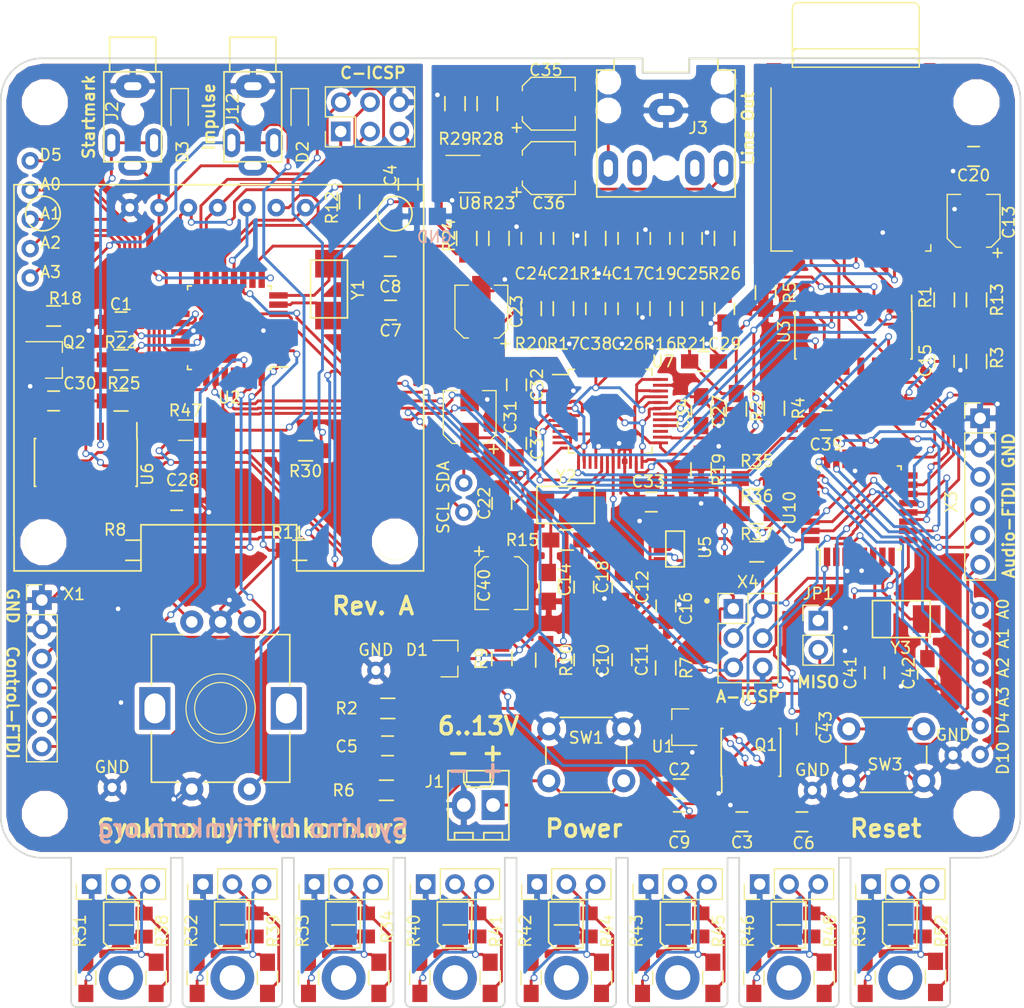
<source format=kicad_pcb>
(kicad_pcb (version 4) (host pcbnew 4.0.7)
  (layers (0 F.Cu signal) (31 B.Cu signal) (34 B.Paste user) (35 F.Paste user) (36 B.SilkS user) (37 F.SilkS user) (38 B.Mask user) (39 F.Mask user) (44 Edge.Cuts user))
  (net 0 "")
  (net 1 "Net-(C1-Pad1)")
  (net 2 GND)
  (net 3 "Net-(C2-Pad1)")
  (net 4 "Net-(C3-Pad2)")
  (net 5 /CTRL_RST)
  (net 6 "Net-(C4-Pad2)")
  (net 7 "Net-(C5-Pad1)")
  (net 8 "Net-(C5-Pad2)")
  (net 9 "Net-(C6-Pad1)")
  (net 10 "Net-(C7-Pad2)")
  (net 11 "Net-(C8-Pad2)")
  (net 12 +5V)
  (net 13 "Net-(C9-Pad2)")
  (net 14 +3V3)
  (net 15 +1V8)
  (net 16 "Net-(C14-Pad1)")
  (net 17 /RST_3V)
  (net 18 "Net-(C17-Pad2)")
  (net 19 "Net-(C18-Pad1)")
  (net 20 "Net-(C19-Pad2)")
  (net 21 "Net-(C21-Pad2)")
  (net 22 "Net-(C24-Pad1)")
  (net 23 "Net-(C25-Pad1)")
  (net 24 "Net-(C30-Pad1)")
  (net 25 "Net-(C35-Pad1)")
  (net 26 "Net-(C35-Pad2)")
  (net 27 "Net-(C36-Pad1)")
  (net 28 "Net-(C36-Pad2)")
  (net 29 "Net-(C38-Pad1)")
  (net 30 "Net-(C39-Pad1)")
  (net 31 "Net-(C41-Pad2)")
  (net 32 "Net-(C42-Pad2)")
  (net 33 /~RST)
  (net 34 "Net-(C43-Pad2)")
  (net 35 /~PWR_OFF)
  (net 36 "Net-(D2-Pad2)")
  (net 37 "Net-(J2-Pad2)")
  (net 38 "Net-(J4-Pad1)")
  (net 39 /SDCS_3V)
  (net 40 /MOSI_3V)
  (net 41 /SCLK_3V)
  (net 42 /MISO_3V)
  (net 43 "Net-(J4-Pad8)")
  (net 44 "Net-(JP1-Pad1)")
  (net 45 "Net-(Q1-Pad7)")
  (net 46 "Net-(Q2-Pad3)")
  (net 47 /XDCS_5V)
  (net 48 /SDCS_5V)
  (net 49 /CS_5V)
  (net 50 /RST_5V)
  (net 51 "Net-(R8-Pad1)")
  (net 52 "Net-(R11-Pad1)")
  (net 53 /OLED_CS)
  (net 54 /ROUT)
  (net 55 /LOUT)
  (net 56 /GPIO_PLLDWN)
  (net 57 /AUD_EN)
  (net 58 "Net-(R25-Pad1)")
  (net 59 "Net-(R27-Pad2)")
  (net 60 /FlickImp)
  (net 61 "Net-(R31-Pad2)")
  (net 62 "Net-(R33-Pad2)")
  (net 63 /SDA)
  (net 64 /SCL)
  (net 65 "Net-(SW2-Pad1)")
  (net 66 /OLED_RES)
  (net 67 /OLED_DC)
  (net 68 /OLED_MOSI)
  (net 69 /CTRL_MISO)
  (net 70 /OLED_CLK)
  (net 71 "Net-(U2-Pad19)")
  (net 72 "Net-(U2-Pad22)")
  (net 73 /CTRL_RXD)
  (net 74 /CTRL_TXD)
  (net 75 /MOSI_5V)
  (net 76 /SCLK_5V)
  (net 77 /CS_3V)
  (net 78 /XDCS_3V)
  (net 79 /Startmark)
  (net 80 "Net-(U7-Pad1)")
  (net 81 "Net-(U7-Pad2)")
  (net 82 /DREQ)
  (net 83 "Net-(U7-Pad15)")
  (net 84 "Net-(U7-Pad27)")
  (net 85 "Net-(U7-Pad48)")
  (net 86 "Net-(U10-Pad19)")
  (net 87 "Net-(U10-Pad22)")
  (net 88 /AU_RXD)
  (net 89 /AU_TXD)
  (net 90 GNDA)
  (net 91 "Net-(AA0-Pad1)")
  (net 92 "Net-(AA1-Pad1)")
  (net 93 "Net-(AA2-Pad1)")
  (net 94 "Net-(AA3-Pad1)")
  (net 95 "Net-(AD4-Pad1)")
  (net 96 "Net-(AD10-Pad1)")
  (net 97 "Net-(CA0-Pad1)")
  (net 98 "Net-(CA1-Pad1)")
  (net 99 "Net-(CA2-Pad1)")
  (net 100 "Net-(CA3-Pad1)")
  (net 101 "Net-(CD5-Pad1)")
  (net 102 /GBUF)
  (net 103 "Net-(J5-Pad3)")
  (net 104 "Net-(J6-Pad3)")
  (net 105 "Net-(R32-Pad2)")
  (net 106 "Net-(J7-Pad3)")
  (net 107 "Net-(J7-Pad2)")
  (net 108 "Net-(J5-Pad2)")
  (net 109 "Net-(J5-Pad1)")
  (net 110 "Net-(J7-Pad1)")
  (net 111 "Net-(J6-Pad1)")
  (net 112 "Net-(J6-Pad2)")
  (net 113 "Net-(J8-Pad1)")
  (net 114 "Net-(J8-Pad2)")
  (net 115 "Net-(J8-Pad3)")
  (net 116 "Net-(J9-Pad1)")
  (net 117 "Net-(J9-Pad2)")
  (net 118 "Net-(J9-Pad3)")
  (net 119 "Net-(J10-Pad1)")
  (net 120 "Net-(J10-Pad2)")
  (net 121 "Net-(J10-Pad3)")
  (net 122 "Net-(J11-Pad1)")
  (net 123 "Net-(J11-Pad2)")
  (net 124 "Net-(J11-Pad3)")
  (net 125 "Net-(J13-Pad1)")
  (net 126 "Net-(J13-Pad2)")
  (net 127 "Net-(J13-Pad3)")
  (net 128 "Net-(R40-Pad2)")
  (net 129 "Net-(R42-Pad2)")
  (net 130 "Net-(R43-Pad2)")
  (net 131 "Net-(R46-Pad2)")
  (net 132 "Net-(R50-Pad2)")
  (net 133 "Net-(D3-Pad2)")
  (net 134 "Net-(J12-Pad2)")
  (module Measurement_Points:Measurement_Point_Round-TH_Small (layer F.Cu) (at 154.178 98.552)
    (fp_text reference GND (at 0 -1.778) (layer F.SilkS))
    (fp_text value GND)
    (pad 1 thru_hole circle (at 0 0) (size 1.5 1.5) (drill 0.8) (layers *.Cu *.Mask) (net 2 GND))
  )
  (module Measurement_Points:Measurement_Point_Round-TH_Small (layer F.Cu) (at 104.14 91.186)
    (fp_text reference GND (at 0 -1.778) (layer F.SilkS))
    (fp_text value GND)
    (pad 1 thru_hole circle (at 0 0) (size 1.5 1.5) (drill 0.8) (layers *.Cu *.Mask) (net 2 GND))
  )
  (module Measurement_Points:Measurement_Point_Round-TH_Small (layer F.Cu) (at 141.986 101.6)
    (fp_text reference GND (at 0 -1.778) (layer F.SilkS))
    (fp_text value GND)
    (pad 1 thru_hole circle (at 0 0) (size 1.5 1.5) (drill 0.8) (layers *.Cu *.Mask) (net 2 GND))
  )
  (module Mounting_Holes:MountingHole_3.2mm_M3_DIN965 (layer F.Cu) (at 75.311 80.0735)
    (fp_text reference " " (at 0 -3.8) (layer F.SilkS))
    (fp_text value MountingHole_3.2mm_M3_DIN965)
    (pad 1 np_thru_hole circle (at 0 0) (size 3.2 3.2) (drill 3.2) (layers *.Cu *.Mask))
  )
  (module lib_fp:Eye_Mousebites (layer F.Cu) (at 149.63 107.696)
    (fp_text reference REF** hide)
    (fp_text value Eye_Mousebites hide)
    (pad "" np_thru_hole circle (at -3.75 0) (size 0.5 0.5) (drill 0.5) (layers *.Cu))
    (pad "" np_thru_hole circle (at -3 0) (size 0.5 0.5) (drill 0.5) (layers *.Cu))
    (pad "" np_thru_hole circle (at -2.25 0) (size 0.5 0.5) (drill 0.5) (layers *.Cu))
    (pad "" np_thru_hole circle (at -1.5 0) (size 0.5 0.5) (drill 0.5) (layers *.Cu))
    (pad "" np_thru_hole circle (at -0.75 0) (size 0.5 0.5) (drill 0.5) (layers *.Cu))
    (pad "" np_thru_hole circle (at 0 0) (size 0.5 0.5) (drill 0.5) (layers *.Cu))
    (pad "" np_thru_hole circle (at 0.75 0) (size 0.5 0.5) (drill 0.5) (layers *.Cu))
    (pad "" np_thru_hole circle (at 1.5 0) (size 0.5 0.5) (drill 0.5) (layers *.Cu))
    (pad "" np_thru_hole circle (at 2.25 0) (size 0.5 0.5) (drill 0.5) (layers *.Cu))
    (pad "" np_thru_hole circle (at 3 0) (size 0.5 0.5) (drill 0.5) (layers *.Cu))
    (pad "" np_thru_hole circle (at 3.75 0) (size 0.5 0.5) (drill 0.5) (layers *.Cu))
  )
  (module lib_fp:Eye_Mousebites (layer F.Cu) (at 139.978 107.696)
    (fp_text reference REF** hide)
    (fp_text value Eye_Mousebites hide)
    (pad "" np_thru_hole circle (at -3.75 0) (size 0.5 0.5) (drill 0.5) (layers *.Cu))
    (pad "" np_thru_hole circle (at -3 0) (size 0.5 0.5) (drill 0.5) (layers *.Cu))
    (pad "" np_thru_hole circle (at -2.25 0) (size 0.5 0.5) (drill 0.5) (layers *.Cu))
    (pad "" np_thru_hole circle (at -1.5 0) (size 0.5 0.5) (drill 0.5) (layers *.Cu))
    (pad "" np_thru_hole circle (at -0.75 0) (size 0.5 0.5) (drill 0.5) (layers *.Cu))
    (pad "" np_thru_hole circle (at 0 0) (size 0.5 0.5) (drill 0.5) (layers *.Cu))
    (pad "" np_thru_hole circle (at 0.75 0) (size 0.5 0.5) (drill 0.5) (layers *.Cu))
    (pad "" np_thru_hole circle (at 1.5 0) (size 0.5 0.5) (drill 0.5) (layers *.Cu))
    (pad "" np_thru_hole circle (at 2.25 0) (size 0.5 0.5) (drill 0.5) (layers *.Cu))
    (pad "" np_thru_hole circle (at 3 0) (size 0.5 0.5) (drill 0.5) (layers *.Cu))
    (pad "" np_thru_hole circle (at 3.75 0) (size 0.5 0.5) (drill 0.5) (layers *.Cu))
  )
  (module lib_fp:Eye_Mousebites (layer F.Cu) (at 130.326 107.696)
    (fp_text reference REF** hide)
    (fp_text value Eye_Mousebites hide)
    (pad "" np_thru_hole circle (at -3.75 0) (size 0.5 0.5) (drill 0.5) (layers *.Cu))
    (pad "" np_thru_hole circle (at -3 0) (size 0.5 0.5) (drill 0.5) (layers *.Cu))
    (pad "" np_thru_hole circle (at -2.25 0) (size 0.5 0.5) (drill 0.5) (layers *.Cu))
    (pad "" np_thru_hole circle (at -1.5 0) (size 0.5 0.5) (drill 0.5) (layers *.Cu))
    (pad "" np_thru_hole circle (at -0.75 0) (size 0.5 0.5) (drill 0.5) (layers *.Cu))
    (pad "" np_thru_hole circle (at 0 0) (size 0.5 0.5) (drill 0.5) (layers *.Cu))
    (pad "" np_thru_hole circle (at 0.75 0) (size 0.5 0.5) (drill 0.5) (layers *.Cu))
    (pad "" np_thru_hole circle (at 1.5 0) (size 0.5 0.5) (drill 0.5) (layers *.Cu))
    (pad "" np_thru_hole circle (at 2.25 0) (size 0.5 0.5) (drill 0.5) (layers *.Cu))
    (pad "" np_thru_hole circle (at 3 0) (size 0.5 0.5) (drill 0.5) (layers *.Cu))
    (pad "" np_thru_hole circle (at 3.75 0) (size 0.5 0.5) (drill 0.5) (layers *.Cu))
  )
  (module lib_fp:Eye_Mousebites (layer F.Cu) (at 120.674 107.696)
    (fp_text reference REF** hide)
    (fp_text value Eye_Mousebites hide)
    (pad "" np_thru_hole circle (at -3.75 0) (size 0.5 0.5) (drill 0.5) (layers *.Cu))
    (pad "" np_thru_hole circle (at -3 0) (size 0.5 0.5) (drill 0.5) (layers *.Cu))
    (pad "" np_thru_hole circle (at -2.25 0) (size 0.5 0.5) (drill 0.5) (layers *.Cu))
    (pad "" np_thru_hole circle (at -1.5 0) (size 0.5 0.5) (drill 0.5) (layers *.Cu))
    (pad "" np_thru_hole circle (at -0.75 0) (size 0.5 0.5) (drill 0.5) (layers *.Cu))
    (pad "" np_thru_hole circle (at 0 0) (size 0.5 0.5) (drill 0.5) (layers *.Cu))
    (pad "" np_thru_hole circle (at 0.75 0) (size 0.5 0.5) (drill 0.5) (layers *.Cu))
    (pad "" np_thru_hole circle (at 1.5 0) (size 0.5 0.5) (drill 0.5) (layers *.Cu))
    (pad "" np_thru_hole circle (at 2.25 0) (size 0.5 0.5) (drill 0.5) (layers *.Cu))
    (pad "" np_thru_hole circle (at 3 0) (size 0.5 0.5) (drill 0.5) (layers *.Cu))
    (pad "" np_thru_hole circle (at 3.75 0) (size 0.5 0.5) (drill 0.5) (layers *.Cu))
  )
  (module lib_fp:Eye_Mousebites (layer F.Cu) (at 111.022 107.696)
    (fp_text reference REF** hide)
    (fp_text value Eye_Mousebites hide)
    (pad "" np_thru_hole circle (at -3.75 0) (size 0.5 0.5) (drill 0.5) (layers *.Cu))
    (pad "" np_thru_hole circle (at -3 0) (size 0.5 0.5) (drill 0.5) (layers *.Cu))
    (pad "" np_thru_hole circle (at -2.25 0) (size 0.5 0.5) (drill 0.5) (layers *.Cu))
    (pad "" np_thru_hole circle (at -1.5 0) (size 0.5 0.5) (drill 0.5) (layers *.Cu))
    (pad "" np_thru_hole circle (at -0.75 0) (size 0.5 0.5) (drill 0.5) (layers *.Cu))
    (pad "" np_thru_hole circle (at 0 0) (size 0.5 0.5) (drill 0.5) (layers *.Cu))
    (pad "" np_thru_hole circle (at 0.75 0) (size 0.5 0.5) (drill 0.5) (layers *.Cu))
    (pad "" np_thru_hole circle (at 1.5 0) (size 0.5 0.5) (drill 0.5) (layers *.Cu))
    (pad "" np_thru_hole circle (at 2.25 0) (size 0.5 0.5) (drill 0.5) (layers *.Cu))
    (pad "" np_thru_hole circle (at 3 0) (size 0.5 0.5) (drill 0.5) (layers *.Cu))
    (pad "" np_thru_hole circle (at 3.75 0) (size 0.5 0.5) (drill 0.5) (layers *.Cu))
  )
  (module lib_fp:Eye_Mousebites (layer F.Cu) (at 101.37 107.696)
    (fp_text reference REF** hide)
    (fp_text value Eye_Mousebites hide)
    (pad "" np_thru_hole circle (at -3.75 0) (size 0.5 0.5) (drill 0.5) (layers *.Cu))
    (pad "" np_thru_hole circle (at -3 0) (size 0.5 0.5) (drill 0.5) (layers *.Cu))
    (pad "" np_thru_hole circle (at -2.25 0) (size 0.5 0.5) (drill 0.5) (layers *.Cu))
    (pad "" np_thru_hole circle (at -1.5 0) (size 0.5 0.5) (drill 0.5) (layers *.Cu))
    (pad "" np_thru_hole circle (at -0.75 0) (size 0.5 0.5) (drill 0.5) (layers *.Cu))
    (pad "" np_thru_hole circle (at 0 0) (size 0.5 0.5) (drill 0.5) (layers *.Cu))
    (pad "" np_thru_hole circle (at 0.75 0) (size 0.5 0.5) (drill 0.5) (layers *.Cu))
    (pad "" np_thru_hole circle (at 1.5 0) (size 0.5 0.5) (drill 0.5) (layers *.Cu))
    (pad "" np_thru_hole circle (at 2.25 0) (size 0.5 0.5) (drill 0.5) (layers *.Cu))
    (pad "" np_thru_hole circle (at 3 0) (size 0.5 0.5) (drill 0.5) (layers *.Cu))
    (pad "" np_thru_hole circle (at 3.75 0) (size 0.5 0.5) (drill 0.5) (layers *.Cu))
  )
  (module lib_fp:Eye_Mousebites (layer F.Cu) (at 91.718 107.696)
    (fp_text reference REF** hide)
    (fp_text value Eye_Mousebites hide)
    (pad "" np_thru_hole circle (at -3.75 0) (size 0.5 0.5) (drill 0.5) (layers *.Cu))
    (pad "" np_thru_hole circle (at -3 0) (size 0.5 0.5) (drill 0.5) (layers *.Cu))
    (pad "" np_thru_hole circle (at -2.25 0) (size 0.5 0.5) (drill 0.5) (layers *.Cu))
    (pad "" np_thru_hole circle (at -1.5 0) (size 0.5 0.5) (drill 0.5) (layers *.Cu))
    (pad "" np_thru_hole circle (at -0.75 0) (size 0.5 0.5) (drill 0.5) (layers *.Cu))
    (pad "" np_thru_hole circle (at 0 0) (size 0.5 0.5) (drill 0.5) (layers *.Cu))
    (pad "" np_thru_hole circle (at 0.75 0) (size 0.5 0.5) (drill 0.5) (layers *.Cu))
    (pad "" np_thru_hole circle (at 1.5 0) (size 0.5 0.5) (drill 0.5) (layers *.Cu))
    (pad "" np_thru_hole circle (at 2.25 0) (size 0.5 0.5) (drill 0.5) (layers *.Cu))
    (pad "" np_thru_hole circle (at 3 0) (size 0.5 0.5) (drill 0.5) (layers *.Cu))
    (pad "" np_thru_hole circle (at 3.75 0) (size 0.5 0.5) (drill 0.5) (layers *.Cu))
  )
  (module Mounting_Holes:MountingHole_2.2mm_M2_DIN965_Pad (layer F.Cu) (at 149.606 117.856 90)
    (fp_text reference REF** hide)
    (fp_text value MountingHole_2.2mm_M2_DIN965_Pad)
    (pad 1 thru_hole circle (at 0 0 90) (size 3.8 3.8) (drill 2.2) (layers *.Cu *.Mask))
  )
  (module Mounting_Holes:MountingHole_2.2mm_M2_DIN965_Pad (layer F.Cu) (at 139.954 117.856)
    (fp_text reference REF** hide)
    (fp_text value MountingHole_2.2mm_M2_DIN965_Pad)
    (pad 1 thru_hole circle (at 0 0) (size 3.8 3.8) (drill 2.2) (layers *.Cu *.Mask))
  )
  (module Mounting_Holes:MountingHole_2.2mm_M2_DIN965_Pad (layer F.Cu) (at 130.302 117.856)
    (fp_text reference REF** hide)
    (fp_text value MountingHole_2.2mm_M2_DIN965_Pad)
    (pad 1 thru_hole circle (at 0 0) (size 3.8 3.8) (drill 2.2) (layers *.Cu *.Mask))
  )
  (module Mounting_Holes:MountingHole_2.2mm_M2_DIN965_Pad (layer F.Cu) (at 120.65 117.856)
    (fp_text reference REF** hide)
    (fp_text value MountingHole_2.2mm_M2_DIN965_Pad)
    (pad 1 thru_hole circle (at 0 0) (size 3.8 3.8) (drill 2.2) (layers *.Cu *.Mask))
  )
  (module Mounting_Holes:MountingHole_2.2mm_M2_DIN965_Pad (layer F.Cu) (at 110.998 117.856)
    (fp_text reference REF** hide)
    (fp_text value MountingHole_2.2mm_M2_DIN965_Pad)
    (pad 1 thru_hole circle (at 0 0) (size 3.8 3.8) (drill 2.2) (layers *.Cu *.Mask))
  )
  (module Mounting_Holes:MountingHole_2.2mm_M2_DIN965_Pad (layer F.Cu) (at 101.346 117.856)
    (fp_text reference REF** hide)
    (fp_text value MountingHole_2.2mm_M2_DIN965_Pad)
    (pad 1 thru_hole circle (at 0 0) (size 3.8 3.8) (drill 2.2) (layers *.Cu *.Mask))
  )
  (module Mounting_Holes:MountingHole_2.2mm_M2_DIN965_Pad (layer F.Cu) (at 91.694 117.856)
    (fp_text reference REF** hide)
    (fp_text value MountingHole_2.2mm_M2_DIN965_Pad)
    (pad 1 thru_hole circle (at 0 0) (size 3.8 3.8) (drill 2.2) (layers *.Cu *.Mask))
  )
  (module Mounting_Holes:MountingHole_3.2mm_M3_DIN965 (layer F.Cu) (at 105.791 80.01)
    (fp_text reference " " (at 0 -3.8) (layer F.SilkS))
    (fp_text value MountingHole_3.2mm_M3_DIN965)
    (pad 1 np_thru_hole circle (at 0 0) (size 3.2 3.2) (drill 3.2) (layers *.Cu *.Mask))
  )
  (module Buttons_Switches_THT:SW_PUSH_6mm_h5mm (layer F.Cu) (at 151.638 100.766 180)
    (fp_text reference SW3 (at 3.3586 1.4144 180) (layer F.SilkS))
    (fp_text value SW_Push)
    (pad 2 thru_hole circle (at 0 4.5 270) (size 2 2) (drill 1.1) (layers *.Cu *.Mask) (net 33 /~RST))
    (pad 1 thru_hole circle (at 0 0 270) (size 2 2) (drill 1.1) (layers *.Cu *.Mask) (net 2 GND))
    (pad 2 thru_hole circle (at 6.5 4.5 270) (size 2 2) (drill 1.1) (layers *.Cu *.Mask) (net 33 /~RST))
    (pad 1 thru_hole circle (at 6.5 0 270) (size 2 2) (drill 1.1) (layers *.Cu *.Mask) (net 2 GND))
  )
  (module Mounting_Holes:MountingHole_3.2mm_M3_DIN965 (layer F.Cu) (at 156.21 103.632)
    (fp_text reference " " (at 0 -3.8) (layer F.SilkS))
    (fp_text value MountingHole_3.2mm_M3_DIN965)
    (pad 1 np_thru_hole circle (at 0 0) (size 3.2 3.2) (drill 3.2) (layers *.Cu *.Mask))
  )
  (module Mounting_Holes:MountingHole_3.2mm_M3_DIN965 (layer F.Cu) (at 75.438 103.632)
    (fp_text reference " " (at 0 -3.8) (layer F.SilkS))
    (fp_text value MountingHole_3.2mm_M3_DIN965)
    (pad 1 np_thru_hole circle (at 0 0) (size 3.2 3.2) (drill 3.2) (layers *.Cu *.Mask))
  )
  (module Mounting_Holes:MountingHole_3.2mm_M3_DIN965 (layer F.Cu) (at 75.438 41.91)
    (fp_text reference " " (at 0 -3.8) (layer F.SilkS))
    (fp_text value MountingHole_3.2mm_M3_DIN965)
    (pad 1 np_thru_hole circle (at 0 0) (size 3.2 3.2) (drill 3.2) (layers *.Cu *.Mask))
  )
  (module Capacitors_SMD:C_0805_HandSoldering (layer F.Cu) (at 82.042 60.96 180)
    (fp_text reference C1 (at 0 1.524 180) (layer F.SilkS))
    (fp_text value 100n)
    (pad 1 smd rect (at -1.25 0 180) (size 1.5 1.25) (layers F.Cu F.Paste F.Mask) (net 1 "Net-(C1-Pad1)"))
    (pad 2 smd rect (at 1.25 0 180) (size 1.5 1.25) (layers F.Cu F.Paste F.Mask) (net 2 GND))
  )
  (module Capacitors_SMD:C_0805_HandSoldering (layer F.Cu) (at 130.44 101.461)
    (fp_text reference C2 (at 0 -1.68) (layer F.SilkS))
    (fp_text value 1u)
    (pad 1 smd rect (at -1.25 0) (size 1.5 1.25) (layers F.Cu F.Paste F.Mask) (net 3 "Net-(C2-Pad1)"))
    (pad 2 smd rect (at 1.25 0) (size 1.5 1.25) (layers F.Cu F.Paste F.Mask) (net 2 GND))
  )
  (module Capacitors_SMD:C_0805_HandSoldering (layer F.Cu) (at 135.866 104.321)
    (fp_text reference C3 (at 0.02 1.79) (layer F.SilkS))
    (fp_text value 1u)
    (pad 1 smd rect (at -1.25 0) (size 1.5 1.25) (layers F.Cu F.Paste F.Mask) (net 2 GND))
    (pad 2 smd rect (at 1.25 0) (size 1.5 1.25) (layers F.Cu F.Paste F.Mask) (net 4 "Net-(C3-Pad2)"))
  )
  (module Capacitors_SMD:C_0805_HandSoldering (layer F.Cu) (at 106.934 49.022 270)
    (fp_text reference C4 (at -0.762 1.524 270) (layer F.SilkS))
    (fp_text value 100n)
    (pad 1 smd rect (at -1.25 0 270) (size 1.5 1.25) (layers F.Cu F.Paste F.Mask) (net 5 /CTRL_RST))
    (pad 2 smd rect (at 1.25 0 270) (size 1.5 1.25) (layers F.Cu F.Paste F.Mask) (net 6 "Net-(C4-Pad2)"))
  )
  (module Capacitors_SMD:C_0805_HandSoldering (layer F.Cu) (at 105.151 97.738 180)
    (fp_text reference C5 (at 3.551 -0.052 180) (layer F.SilkS))
    (fp_text value 1u)
    (pad 1 smd rect (at -1.25 0 180) (size 1.5 1.25) (layers F.Cu F.Paste F.Mask) (net 7 "Net-(C5-Pad1)"))
    (pad 2 smd rect (at 1.25 0 180) (size 1.5 1.25) (layers F.Cu F.Paste F.Mask) (net 8 "Net-(C5-Pad2)"))
  )
  (module Capacitors_SMD:C_0805_HandSoldering (layer F.Cu) (at 141.076 104.321 180)
    (fp_text reference C6 (at -0.148 -1.851 180) (layer F.SilkS))
    (fp_text value 100n)
    (pad 1 smd rect (at -1.25 0 180) (size 1.5 1.25) (layers F.Cu F.Paste F.Mask) (net 9 "Net-(C6-Pad1)"))
    (pad 2 smd rect (at 1.25 0 180) (size 1.5 1.25) (layers F.Cu F.Paste F.Mask) (net 4 "Net-(C3-Pad2)"))
  )
  (module Capacitors_SMD:C_0805_HandSoldering (layer F.Cu) (at 105.41 59.944 180)
    (fp_text reference C7 (at 0 -1.778 180) (layer F.SilkS))
    (fp_text value 22p)
    (pad 1 smd rect (at -1.25 0 180) (size 1.5 1.25) (layers F.Cu F.Paste F.Mask) (net 2 GND))
    (pad 2 smd rect (at 1.25 0 180) (size 1.5 1.25) (layers F.Cu F.Paste F.Mask) (net 10 "Net-(C7-Pad2)"))
  )
  (module Capacitors_SMD:C_0805_HandSoldering (layer F.Cu) (at 105.39 56.134 180)
    (fp_text reference C8 (at 0 -1.778 180) (layer F.SilkS))
    (fp_text value 22p)
    (pad 1 smd rect (at -1.25 0 180) (size 1.5 1.25) (layers F.Cu F.Paste F.Mask) (net 2 GND))
    (pad 2 smd rect (at 1.25 0 180) (size 1.5 1.25) (layers F.Cu F.Paste F.Mask) (net 11 "Net-(C8-Pad2)"))
  )
  (module Capacitors_SMD:C_0805_HandSoldering (layer F.Cu) (at 130.446 104.311)
    (fp_text reference C9 (at -0.01 1.8) (layer F.SilkS))
    (fp_text value 10u)
    (pad 1 smd rect (at -1.25 0) (size 1.5 1.25) (layers F.Cu F.Paste F.Mask) (net 12 +5V))
    (pad 2 smd rect (at 1.25 0) (size 1.5 1.25) (layers F.Cu F.Paste F.Mask) (net 13 "Net-(C9-Pad2)"))
  )
  (module Capacitors_SMD:C_0805_HandSoldering (layer F.Cu) (at 122.174 90.277 270)
    (fp_text reference C10 (at 0.048 -1.65 270) (layer F.SilkS))
    (fp_text value 1µ)
    (pad 1 smd rect (at -1.25 0 270) (size 1.5 1.25) (layers F.Cu F.Paste F.Mask) (net 12 +5V))
    (pad 2 smd rect (at 1.25 0 270) (size 1.5 1.25) (layers F.Cu F.Paste F.Mask) (net 2 GND))
  )
  (module Capacitors_SMD:C_0805_HandSoldering (layer F.Cu) (at 125.476 90.265 270)
    (fp_text reference C11 (at 0 -1.71 270) (layer F.SilkS))
    (fp_text value 1µ)
    (pad 1 smd rect (at -1.25 0 270) (size 1.5 1.25) (layers F.Cu F.Paste F.Mask) (net 14 +3V3))
    (pad 2 smd rect (at 1.25 0 270) (size 1.5 1.25) (layers F.Cu F.Paste F.Mask) (net 2 GND))
  )
  (module Capacitors_SMD:C_0805_HandSoldering (layer F.Cu) (at 125.476 83.947 270)
    (fp_text reference C12 (at 0 -1.778 270) (layer F.SilkS))
    (fp_text value 1µ)
    (pad 1 smd rect (at -1.25 0 270) (size 1.5 1.25) (layers F.Cu F.Paste F.Mask) (net 15 +1V8))
    (pad 2 smd rect (at 1.25 0 270) (size 1.5 1.25) (layers F.Cu F.Paste F.Mask) (net 2 GND))
  )
  (module Capacitors_SMD:CP_Elec_4x5.8 (layer F.Cu) (at 155.956 52.197 90)
    (fp_text reference C13 (at -0.127 3.048 90) (layer F.SilkS))
    (fp_text value 10u)
    (fp_text user + (at -2.78 2.01 90) (layer F.SilkS))
    (pad 1 smd rect (at -1.8 0 270) (size 2.6 1.6) (layers F.Cu F.Paste F.Mask) (net 14 +3V3))
    (pad 2 smd rect (at 1.8 0 270) (size 2.6 1.6) (layers F.Cu F.Paste F.Mask) (net 2 GND))
  )
  (module Capacitors_SMD:C_0805_HandSoldering (layer F.Cu) (at 119.126 83.947 270)
    (fp_text reference C14 (at -0.622 -1.398 270) (layer F.SilkS))
    (fp_text value 33p)
    (pad 1 smd rect (at -1.25 0 270) (size 1.5 1.25) (layers F.Cu F.Paste F.Mask) (net 16 "Net-(C14-Pad1)"))
    (pad 2 smd rect (at 1.25 0 270) (size 1.5 1.25) (layers F.Cu F.Paste F.Mask) (net 2 GND))
  )
  (module Capacitors_SMD:C_0805_HandSoldering (layer F.Cu) (at 153.416 64.389 270)
    (fp_text reference C15 (at -0.064 1.642 270) (layer F.SilkS))
    (fp_text value 100n)
    (pad 1 smd rect (at -1.25 0 270) (size 1.5 1.25) (layers F.Cu F.Paste F.Mask) (net 17 /RST_3V))
    (pad 2 smd rect (at 1.25 0 270) (size 1.5 1.25) (layers F.Cu F.Paste F.Mask) (net 2 GND))
  )
  (module Capacitors_SMD:C_0805_HandSoldering (layer F.Cu) (at 129.286 85.598 270)
    (fp_text reference C16 (at 0.227 -1.738 270) (layer F.SilkS))
    (fp_text value 100n)
    (pad 1 smd rect (at -1.25 0 270) (size 1.5 1.25) (layers F.Cu F.Paste F.Mask) (net 14 +3V3))
    (pad 2 smd rect (at 1.25 0 270) (size 1.5 1.25) (layers F.Cu F.Paste F.Mask) (net 2 GND))
  )
  (module Capacitors_SMD:C_0805_HandSoldering (layer F.Cu) (at 125.984 53.721 270)
    (fp_text reference C17 (at 3.048 0 360) (layer F.SilkS))
    (fp_text value 47n)
    (pad 1 smd rect (at -1.25 0 270) (size 1.5 1.25) (layers F.Cu F.Paste F.Mask) (net 90 GNDA))
    (pad 2 smd rect (at 1.25 0 270) (size 1.5 1.25) (layers F.Cu F.Paste F.Mask) (net 18 "Net-(C17-Pad2)"))
  )
  (module Capacitors_SMD:C_0805_HandSoldering (layer F.Cu) (at 122.174 83.967 270)
    (fp_text reference C18 (at -0.892 -1.6 270) (layer F.SilkS))
    (fp_text value 33p)
    (pad 1 smd rect (at -1.25 0 270) (size 1.5 1.25) (layers F.Cu F.Paste F.Mask) (net 19 "Net-(C18-Pad1)"))
    (pad 2 smd rect (at 1.25 0 270) (size 1.5 1.25) (layers F.Cu F.Paste F.Mask) (net 2 GND))
  )
  (module Capacitors_SMD:C_0805_HandSoldering (layer F.Cu) (at 128.778 53.721 270)
    (fp_text reference C19 (at 3.048 0 360) (layer F.SilkS))
    (fp_text value 10n)
    (pad 1 smd rect (at -1.25 0 270) (size 1.5 1.25) (layers F.Cu F.Paste F.Mask) (net 90 GNDA))
    (pad 2 smd rect (at 1.25 0 270) (size 1.5 1.25) (layers F.Cu F.Paste F.Mask) (net 20 "Net-(C19-Pad2)"))
  )
  (module Capacitors_SMD:C_0805_HandSoldering (layer F.Cu) (at 155.956 46.609 180)
    (fp_text reference C20 (at 0 -1.651 180) (layer F.SilkS))
    (fp_text value 100n)
    (pad 1 smd rect (at -1.25 0 180) (size 1.5 1.25) (layers F.Cu F.Paste F.Mask) (net 14 +3V3))
    (pad 2 smd rect (at 1.25 0 180) (size 1.5 1.25) (layers F.Cu F.Paste F.Mask) (net 2 GND))
  )
  (module Capacitors_SMD:C_0805_HandSoldering (layer F.Cu) (at 120.396 53.721 270)
    (fp_text reference C21 (at 3.048 0 360) (layer F.SilkS))
    (fp_text value 10n)
    (pad 1 smd rect (at -1.25 0 270) (size 1.5 1.25) (layers F.Cu F.Paste F.Mask) (net 90 GNDA))
    (pad 2 smd rect (at 1.25 0 270) (size 1.5 1.25) (layers F.Cu F.Paste F.Mask) (net 21 "Net-(C21-Pad2)"))
  )
  (module Capacitors_SMD:C_0805_HandSoldering (layer F.Cu) (at 115.062 76.708 90)
    (fp_text reference C22 (at 0 -1.524 90) (layer F.SilkS))
    (fp_text value 100n)
    (pad 1 smd rect (at -1.25 0 90) (size 1.5 1.25) (layers F.Cu F.Paste F.Mask) (net 14 +3V3))
    (pad 2 smd rect (at 1.25 0 90) (size 1.5 1.25) (layers F.Cu F.Paste F.Mask) (net 2 GND))
  )
  (module Capacitors_SMD:CP_Elec_4x5.8 (layer F.Cu) (at 113.284 60.071 90)
    (fp_text reference C23 (at 0 3.048 90) (layer F.SilkS))
    (fp_text value 10u)
    (fp_text user + (at -2.78 2.01 90) (layer F.SilkS))
    (pad 1 smd rect (at -1.8 0 270) (size 2.6 1.6) (layers F.Cu F.Paste F.Mask) (net 14 +3V3))
    (pad 2 smd rect (at 1.8 0 270) (size 2.6 1.6) (layers F.Cu F.Paste F.Mask) (net 90 GNDA))
  )
  (module Capacitors_SMD:C_0805_HandSoldering (layer F.Cu) (at 117.602 53.721 90)
    (fp_text reference C24 (at -3.048 0 180) (layer F.SilkS))
    (fp_text value 3n3)
    (pad 1 smd rect (at -1.25 0 90) (size 1.5 1.25) (layers F.Cu F.Paste F.Mask) (net 22 "Net-(C24-Pad1)"))
    (pad 2 smd rect (at 1.25 0 90) (size 1.5 1.25) (layers F.Cu F.Paste F.Mask) (net 90 GNDA))
  )
  (module Capacitors_SMD:C_0805_HandSoldering (layer F.Cu) (at 131.572 53.721 90)
    (fp_text reference C25 (at -3.048 0 180) (layer F.SilkS))
    (fp_text value 3n3)
    (pad 1 smd rect (at -1.25 0 90) (size 1.5 1.25) (layers F.Cu F.Paste F.Mask) (net 23 "Net-(C25-Pad1)"))
    (pad 2 smd rect (at 1.25 0 90) (size 1.5 1.25) (layers F.Cu F.Paste F.Mask) (net 90 GNDA))
  )
  (module Capacitors_SMD:C_0805_HandSoldering (layer F.Cu) (at 125.984 59.817 270)
    (fp_text reference C26 (at 3.048 0 360) (layer F.SilkS))
    (fp_text value 100n)
    (pad 1 smd rect (at -1.25 0 270) (size 1.5 1.25) (layers F.Cu F.Paste F.Mask) (net 14 +3V3))
    (pad 2 smd rect (at 1.25 0 270) (size 1.5 1.25) (layers F.Cu F.Paste F.Mask) (net 90 GNDA))
  )
  (module Capacitors_SMD:C_0805_HandSoldering (layer F.Cu) (at 132.588 64.389)
    (fp_text reference C27 (at 1.27 4.318 90) (layer F.SilkS))
    (fp_text value 100n)
    (pad 1 smd rect (at -1.25 0) (size 1.5 1.25) (layers F.Cu F.Paste F.Mask) (net 14 +3V3))
    (pad 2 smd rect (at 1.25 0) (size 1.5 1.25) (layers F.Cu F.Paste F.Mask) (net 90 GNDA))
  )
  (module Capacitors_SMD:C_0805_HandSoldering (layer F.Cu) (at 86.868 76.454 180)
    (fp_text reference C28 (at -0.508 1.778 180) (layer F.SilkS))
    (fp_text value 100n)
    (pad 1 smd rect (at -1.25 0 180) (size 1.5 1.25) (layers F.Cu F.Paste F.Mask) (net 2 GND))
    (pad 2 smd rect (at 1.25 0 180) (size 1.5 1.25) (layers F.Cu F.Paste F.Mask) (net 12 +5V))
  )
  (module Capacitors_SMD:C_0805_HandSoldering (layer F.Cu) (at 134.366 59.817 270)
    (fp_text reference C29 (at 3.048 0 360) (layer F.SilkS))
    (fp_text value 100n)
    (pad 1 smd rect (at -1.25 0 270) (size 1.5 1.25) (layers F.Cu F.Paste F.Mask) (net 14 +3V3))
    (pad 2 smd rect (at 1.25 0 270) (size 1.5 1.25) (layers F.Cu F.Paste F.Mask) (net 90 GNDA))
  )
  (module Capacitors_SMD:C_0805_HandSoldering (layer F.Cu) (at 76.2 67.818 180)
    (fp_text reference C30 (at -2.286 1.524 180) (layer F.SilkS))
    (fp_text value 100n)
    (pad 1 smd rect (at -1.25 0 180) (size 1.5 1.25) (layers F.Cu F.Paste F.Mask) (net 24 "Net-(C30-Pad1)"))
    (pad 2 smd rect (at 1.25 0 180) (size 1.5 1.25) (layers F.Cu F.Paste F.Mask) (net 2 GND))
  )
  (module Capacitors_SMD:CP_Elec_4x5.8 (layer F.Cu) (at 112.268 69.215 90)
    (fp_text reference C31 (at 0 3.54 90) (layer F.SilkS))
    (fp_text value 10u)
    (fp_text user + (at -2.78 2.01 90) (layer F.SilkS))
    (pad 1 smd rect (at -1.8 0 270) (size 2.6 1.6) (layers F.Cu F.Paste F.Mask) (net 15 +1V8))
    (pad 2 smd rect (at 1.8 0 270) (size 2.6 1.6) (layers F.Cu F.Paste F.Mask) (net 2 GND))
  )
  (module Capacitors_SMD:C_0805_HandSoldering (layer F.Cu) (at 116.332 66.421 90)
    (fp_text reference C32 (at 0 1.778 90) (layer F.SilkS))
    (fp_text value 100n)
    (pad 1 smd rect (at -1.25 0 90) (size 1.5 1.25) (layers F.Cu F.Paste F.Mask) (net 15 +1V8))
    (pad 2 smd rect (at 1.25 0 90) (size 1.5 1.25) (layers F.Cu F.Paste F.Mask) (net 2 GND))
  )
  (module Capacitors_SMD:C_0805_HandSoldering (layer F.Cu) (at 128.016 76.581 180)
    (fp_text reference C33 (at 0.254 1.778 180) (layer F.SilkS))
    (fp_text value 100n)
    (pad 1 smd rect (at -1.25 0 180) (size 1.5 1.25) (layers F.Cu F.Paste F.Mask) (net 15 +1V8))
    (pad 2 smd rect (at 1.25 0 180) (size 1.5 1.25) (layers F.Cu F.Paste F.Mask) (net 2 GND))
  )
  (module Capacitors_SMD:C_0805_HandSoldering (layer F.Cu) (at 132.334 68.707 90)
    (fp_text reference C34 (at -0.254 -1.524 270) (layer F.SilkS))
    (fp_text value 100n)
    (pad 1 smd rect (at -1.25 0 90) (size 1.5 1.25) (layers F.Cu F.Paste F.Mask) (net 15 +1V8))
    (pad 2 smd rect (at 1.25 0 90) (size 1.5 1.25) (layers F.Cu F.Paste F.Mask) (net 2 GND))
  )
  (module Capacitors_SMD:CP_Elec_4x5.8 (layer F.Cu) (at 119.126 42.037)
    (fp_text reference C35 (at -0.254 -2.921 180) (layer F.SilkS))
    (fp_text value 10u)
    (fp_text user + (at -2.78 2.01) (layer F.SilkS))
    (pad 1 smd rect (at -1.8 0 180) (size 2.6 1.6) (layers F.Cu F.Paste F.Mask) (net 25 "Net-(C35-Pad1)"))
    (pad 2 smd rect (at 1.8 0 180) (size 2.6 1.6) (layers F.Cu F.Paste F.Mask) (net 26 "Net-(C35-Pad2)"))
  )
  (module Capacitors_SMD:CP_Elec_4x5.8 (layer F.Cu) (at 119.126 47.625)
    (fp_text reference C36 (at 0 3.048) (layer F.SilkS))
    (fp_text value 10u)
    (fp_text user + (at -2.78 2.01) (layer F.SilkS))
    (pad 1 smd rect (at -1.8 0 180) (size 2.6 1.6) (layers F.Cu F.Paste F.Mask) (net 27 "Net-(C36-Pad1)"))
    (pad 2 smd rect (at 1.8 0 180) (size 2.6 1.6) (layers F.Cu F.Paste F.Mask) (net 28 "Net-(C36-Pad2)"))
  )
  (module Capacitors_SMD:C_0805_HandSoldering (layer F.Cu) (at 116.332 71.501 90)
    (fp_text reference C37 (at 0 1.778 90) (layer F.SilkS))
    (fp_text value 100n)
    (pad 1 smd rect (at -1.25 0 90) (size 1.5 1.25) (layers F.Cu F.Paste F.Mask) (net 15 +1V8))
    (pad 2 smd rect (at 1.25 0 90) (size 1.5 1.25) (layers F.Cu F.Paste F.Mask) (net 2 GND))
  )
  (module Capacitors_SMD:C_0805_HandSoldering (layer F.Cu) (at 123.19 59.817 90)
    (fp_text reference C38 (at -3.048 0 180) (layer F.SilkS))
    (fp_text value 1µ)
    (pad 1 smd rect (at -1.25 0 90) (size 1.5 1.25) (layers F.Cu F.Paste F.Mask) (net 29 "Net-(C38-Pad1)"))
    (pad 2 smd rect (at 1.25 0 90) (size 1.5 1.25) (layers F.Cu F.Paste F.Mask) (net 90 GNDA))
  )
  (module Capacitors_SMD:C_0805_HandSoldering (layer F.Cu) (at 143.174 69.495 180)
    (fp_text reference C39 (at 0 -2.1 180) (layer F.SilkS))
    (fp_text value 100n)
    (pad 1 smd rect (at -1.25 0 180) (size 1.5 1.25) (layers F.Cu F.Paste F.Mask) (net 30 "Net-(C39-Pad1)"))
    (pad 2 smd rect (at 1.25 0 180) (size 1.5 1.25) (layers F.Cu F.Paste F.Mask) (net 2 GND))
  )
  (module Capacitors_SMD:CP_Elec_4x5.8 (layer F.Cu) (at 115.024 83.625 270)
    (fp_text reference C40 (at 0.2 1.5 270) (layer F.SilkS))
    (fp_text value 10u)
    (fp_text user + (at -2.78 2.01 270) (layer F.SilkS))
    (pad 1 smd rect (at -1.8 0 90) (size 2.6 1.6) (layers F.Cu F.Paste F.Mask) (net 14 +3V3))
    (pad 2 smd rect (at 1.8 0 90) (size 2.6 1.6) (layers F.Cu F.Paste F.Mask) (net 2 GND))
  )
  (module Capacitors_SMD:C_0805_HandSoldering (layer F.Cu) (at 147.38 91.405 90)
    (fp_text reference C41 (at 0 -2.1 90) (layer F.SilkS))
    (fp_text value 22p)
    (pad 1 smd rect (at -1.25 0 90) (size 1.5 1.25) (layers F.Cu F.Paste F.Mask) (net 2 GND))
    (pad 2 smd rect (at 1.25 0 90) (size 1.5 1.25) (layers F.Cu F.Paste F.Mask) (net 31 "Net-(C41-Pad2)"))
  )
  (module Capacitors_SMD:C_0805_HandSoldering (layer F.Cu) (at 151.952 91.425 90)
    (fp_text reference C42 (at 0 -1.618 90) (layer F.SilkS))
    (fp_text value 22p)
    (pad 1 smd rect (at -1.25 0 90) (size 1.5 1.25) (layers F.Cu F.Paste F.Mask) (net 2 GND))
    (pad 2 smd rect (at 1.25 0 90) (size 1.5 1.25) (layers F.Cu F.Paste F.Mask) (net 32 "Net-(C42-Pad2)"))
  )
  (module Capacitors_SMD:C_0805_HandSoldering (layer F.Cu) (at 141.478 96.266 270)
    (fp_text reference C43 (at -0.127 -1.651 270) (layer F.SilkS))
    (fp_text value 100n)
    (pad 1 smd rect (at -1.25 0 270) (size 1.5 1.25) (layers F.Cu F.Paste F.Mask) (net 33 /~RST))
    (pad 2 smd rect (at 1.25 0 270) (size 1.5 1.25) (layers F.Cu F.Paste F.Mask) (net 34 "Net-(C43-Pad2)"))
  )
  (module Diodes_SMD:D_SOT-23_NKA (layer F.Cu) (at 110.49 90.17)
    (fp_text reference D1 (at -2.794 -0.762) (layer F.SilkS))
    (fp_text value BAV99)
    (pad "" smd rect (at -1 -0.95) (size 0.9 0.8) (layers F.Cu F.Paste F.Mask))
    (pad 1 smd rect (at -1 0.95) (size 0.9 0.8) (layers F.Cu F.Paste F.Mask) (net 8 "Net-(C5-Pad2)"))
    (pad 2 smd rect (at 1 0) (size 0.9 0.8) (layers F.Cu F.Paste F.Mask) (net 35 /~PWR_OFF))
  )
  (module LEDs:LED_0805_HandSoldering (layer F.Cu) (at 97.536 42.926 270)
    (fp_text reference D2 (at 3.302 -0.254 270) (layer F.SilkS))
    (fp_text value LED_ALT)
    (pad 1 smd rect (at -1.35 0 270) (size 1.5 1.3) (layers F.Cu F.Paste F.Mask) (net 2 GND))
    (pad 2 smd rect (at 1.35 0 270) (size 1.5 1.3) (layers F.Cu F.Paste F.Mask) (net 36 "Net-(D2-Pad2)"))
  )
  (module Connectors_Molex:Molex_KK-6410-02_02x2.54mm_Straight (layer F.Cu) (at 114.3 102.87 180)
    (fp_text reference J1 (at 5.08 2.032 180) (layer F.SilkS))
    (fp_text value Conn_01x02_Male)
    (pad 1 thru_hole rect (at 0 0 180) (size 2 2.6) (drill 1.2) (layers *.Cu *.Mask) (net 3 "Net-(C2-Pad1)"))
    (pad 2 thru_hole oval (at 2.54 0 180) (size 2 2.6) (drill 1.2) (layers *.Cu *.Mask) (net 2 GND))
  )
  (module lib_fp:SJ1-352XNG (layer F.Cu) (at 129.286 42.625 270)
    (fp_text reference J3 (at 1.524 -2.794 360) (layer F.SilkS))
    (fp_text value 3.5mm)
    (pad "" np_thru_hole circle (at -2.5 -5 270) (size 1.2 1.2) (drill 1.2) (layers *.Cu))
    (pad 5 thru_hole oval (at 5 -2.5 270) (size 3 1.7) (drill oval 1.5 0.8) (layers *.Cu *.Mask))
    (pad "" np_thru_hole circle (at 0 -5 270) (size 1.2 1.2) (drill 1.2) (layers *.Cu))
    (pad "" np_thru_hole circle (at 5 0 270) (size 1.2 1.2) (drill 1.2) (layers *.Cu))
    (pad "" np_thru_hole circle (at 0 5 270) (size 1.2 1.2) (drill 1.2) (layers *.Cu))
    (pad "" np_thru_hole circle (at -2.5 5 270) (size 1.2 1.2) (drill 1.2) (layers *.Cu))
    (pad 3 thru_hole oval (at 5 -5 270) (size 3 1.7) (drill oval 1.5 0.8) (layers *.Cu *.Mask) (net 28 "Net-(C36-Pad2)"))
    (pad 4 thru_hole oval (at 5 2.5 270) (size 3 1.7) (drill oval 1.5 0.8) (layers *.Cu *.Mask))
    (pad 2 thru_hole oval (at 5 5 270) (size 3 1.7) (drill oval 1.5 0.8) (layers *.Cu *.Mask) (net 26 "Net-(C35-Pad2)"))
    (pad 1 thru_hole oval (at 0 0) (size 3 2) (drill oval 1.5 0.8) (layers *.Cu *.Mask) (net 90 GNDA))
  )
  (module lib_fp:HRS_DM3AT-SF-PEJM5 (layer F.Cu) (at 145.746 54.569 180)
    (fp_text reference J4)
    (fp_text value Micro_SD_Card_Det_Hirose_DM3AT hide)
    (pad 1 smd rect (at 3.2 0 180) (size 0.7 1.2) (layers F.Cu F.Paste F.Mask) (net 38 "Net-(J4-Pad1)"))
    (pad 2 smd rect (at 2.1 0 180) (size 0.7 1.2) (layers F.Cu F.Paste F.Mask) (net 39 /SDCS_3V))
    (pad 3 smd rect (at 1 0 180) (size 0.7 1.2) (layers F.Cu F.Paste F.Mask) (net 40 /MOSI_3V))
    (pad 4 smd rect (at -0.1 0 180) (size 0.7 1.2) (layers F.Cu F.Paste F.Mask) (net 14 +3V3))
    (pad 5 smd rect (at -1.2 0 180) (size 0.7 1.2) (layers F.Cu F.Paste F.Mask) (net 41 /SCLK_3V))
    (pad 6 smd rect (at -2.3 0 180) (size 0.7 1.2) (layers F.Cu F.Paste F.Mask) (net 2 GND))
    (pad 7 smd rect (at -3.4 0 180) (size 0.7 1.2) (layers F.Cu F.Paste F.Mask) (net 42 /MISO_3V))
    (pad 8 smd rect (at -4.5 0 180) (size 0.7 1.2) (layers F.Cu F.Paste F.Mask) (net 43 "Net-(J4-Pad8)"))
    (pad SWB smd rect (at -5.45 0 180) (size 0.7 1.2) (layers F.Cu F.Paste F.Mask))
    (pad P4 smd rect (at 4.75 0 180) (size 1 1.2) (layers F.Cu F.Paste F.Mask))
    (pad P1 smd rect (at -6.4 4.3 180) (size 1 1.2) (layers F.Cu F.Paste F.Mask))
    (pad SWA smd rect (at -6.4 10.5 180) (size 1 0.8) (layers F.Cu F.Paste F.Mask))
    (pad P2 smd rect (at -6.4 14.65 180) (size 1 2.8) (layers F.Cu F.Paste F.Mask))
    (pad P3 smd rect (at 7.1 15.1 180) (size 1.3 1.9) (layers F.Cu F.Paste F.Mask))
  )
  (module Housings_SOIC:SOIC-8_3.9x4.9mm_Pitch1.27mm (layer F.Cu) (at 136.652 98.298 90)
    (fp_text reference Q1 (at 0.65 1.3 180) (layer F.SilkS))
    (fp_text value IRF7319)
    (pad 1 smd rect (at -2.7 -1.905 90) (size 1.55 0.6) (layers F.Cu F.Paste F.Mask) (net 2 GND))
    (pad 2 smd rect (at -2.7 -0.635 90) (size 1.55 0.6) (layers F.Cu F.Paste F.Mask) (net 13 "Net-(C9-Pad2)"))
    (pad 3 smd rect (at -2.7 0.635 90) (size 1.55 0.6) (layers F.Cu F.Paste F.Mask) (net 4 "Net-(C3-Pad2)"))
    (pad 4 smd rect (at -2.7 1.905 90) (size 1.55 0.6) (layers F.Cu F.Paste F.Mask) (net 9 "Net-(C6-Pad1)"))
    (pad 5 smd rect (at 2.7 1.905 90) (size 1.55 0.6) (layers F.Cu F.Paste F.Mask) (net 12 +5V))
    (pad 6 smd rect (at 2.7 0.635 90) (size 1.55 0.6) (layers F.Cu F.Paste F.Mask) (net 12 +5V))
    (pad 7 smd rect (at 2.7 -0.635 90) (size 1.55 0.6) (layers F.Cu F.Paste F.Mask) (net 45 "Net-(Q1-Pad7)"))
    (pad 8 smd rect (at 2.7 -1.905 90) (size 1.55 0.6) (layers F.Cu F.Paste F.Mask) (net 9 "Net-(C6-Pad1)"))
  )
  (module TO_SOT_Packages_SMD:SOT-23_Handsoldering (layer F.Cu) (at 76.2 64.262)
    (fp_text reference Q2 (at 1.778 -1.524) (layer F.SilkS))
    (fp_text value BC847)
    (pad 1 smd rect (at -1.5 -0.95) (size 1.9 0.8) (layers F.Cu F.Paste F.Mask) (net 134 "Net-(J12-Pad2)"))
    (pad 2 smd rect (at -1.5 0.95) (size 1.9 0.8) (layers F.Cu F.Paste F.Mask) (net 2 GND))
    (pad 3 smd rect (at 1.5 0) (size 1.9 0.8) (layers F.Cu F.Paste F.Mask) (net 46 "Net-(Q2-Pad3)"))
  )
  (module Resistors_SMD:R_0805_HandSoldering (layer F.Cu) (at 156.21 59.055 90)
    (fp_text reference R1 (at 0.23 -4.436 90) (layer F.SilkS))
    (fp_text value 100k)
    (pad 1 smd rect (at -1.35 0 90) (size 1.5 1.3) (layers F.Cu F.Paste F.Mask) (net 47 /XDCS_5V))
    (pad 2 smd rect (at 1.35 0 90) (size 1.5 1.3) (layers F.Cu F.Paste F.Mask) (net 14 +3V3))
  )
  (module Resistors_SMD:R_0805_HandSoldering (layer F.Cu) (at 105.176 94.488 180)
    (fp_text reference R2 (at 3.576 0 180) (layer F.SilkS))
    (fp_text value 10k)
    (pad 1 smd rect (at -1.35 0 180) (size 1.5 1.3) (layers F.Cu F.Paste F.Mask) (net 4 "Net-(C3-Pad2)"))
    (pad 2 smd rect (at 1.35 0 180) (size 1.5 1.3) (layers F.Cu F.Paste F.Mask) (net 8 "Net-(C5-Pad2)"))
  )
  (module Resistors_SMD:R_0805_HandSoldering (layer F.Cu) (at 156.21 64.389 90)
    (fp_text reference R3 (at 0.314 1.778 90) (layer F.SilkS))
    (fp_text value 100k)
    (pad 1 smd rect (at -1.35 0 90) (size 1.5 1.3) (layers F.Cu F.Paste F.Mask) (net 48 /SDCS_5V))
    (pad 2 smd rect (at 1.35 0 90) (size 1.5 1.3) (layers F.Cu F.Paste F.Mask) (net 14 +3V3))
  )
  (module Resistors_SMD:R_0805_HandSoldering (layer F.Cu) (at 138.684 68.453 270)
    (fp_text reference R4 (at 0 -2.1 270) (layer F.SilkS))
    (fp_text value 100k)
    (pad 1 smd rect (at -1.35 0 270) (size 1.5 1.3) (layers F.Cu F.Paste F.Mask) (net 49 /CS_5V))
    (pad 2 smd rect (at 1.35 0 270) (size 1.5 1.3) (layers F.Cu F.Paste F.Mask) (net 14 +3V3))
  )
  (module Resistors_SMD:R_0805_HandSoldering (layer F.Cu) (at 137.922 58.42 270)
    (fp_text reference R5 (at 0 -2.1 270) (layer F.SilkS))
    (fp_text value 100k)
    (pad 1 smd rect (at -1.35 0 270) (size 1.5 1.3) (layers F.Cu F.Paste F.Mask) (net 50 /RST_5V))
    (pad 2 smd rect (at 1.35 0 270) (size 1.5 1.3) (layers F.Cu F.Paste F.Mask) (net 2 GND))
  )
  (module Resistors_SMD:R_0805_HandSoldering (layer F.Cu) (at 105.051 101.588 180)
    (fp_text reference R6 (at 3.705 -0.012 180) (layer F.SilkS))
    (fp_text value 100k)
    (pad 1 smd rect (at -1.35 0 180) (size 1.5 1.3) (layers F.Cu F.Paste F.Mask) (net 4 "Net-(C3-Pad2)"))
    (pad 2 smd rect (at 1.35 0 180) (size 1.5 1.3) (layers F.Cu F.Paste F.Mask) (net 7 "Net-(C5-Pad1)"))
  )
  (module Resistors_SMD:R_0805_HandSoldering (layer F.Cu) (at 129.264 90.975 270)
    (fp_text reference R7 (at 0 -1.8 270) (layer F.SilkS))
    (fp_text value 22k)
    (pad 1 smd rect (at -1.35 0 270) (size 1.5 1.3) (layers F.Cu F.Paste F.Mask) (net 12 +5V))
    (pad 2 smd rect (at 1.35 0 270) (size 1.5 1.3) (layers F.Cu F.Paste F.Mask) (net 33 /~RST))
  )
  (module Resistors_SMD:R_0805_HandSoldering (layer F.Cu) (at 83.058 80.772 180)
    (fp_text reference R8 (at 1.524 1.778 180) (layer F.SilkS))
    (fp_text value 10k)
    (pad 1 smd rect (at -1.35 0 180) (size 1.5 1.3) (layers F.Cu F.Paste F.Mask) (net 51 "Net-(R8-Pad1)"))
    (pad 2 smd rect (at 1.35 0 180) (size 1.5 1.3) (layers F.Cu F.Paste F.Mask) (net 12 +5V))
  )
  (module Resistors_SMD:R_0805_HandSoldering (layer F.Cu) (at 115.062 90.17 270)
    (fp_text reference R9 (at 0 1.778 270) (layer F.SilkS))
    (fp_text value 300k)
    (pad 1 smd rect (at -1.35 0 270) (size 1.5 1.3) (layers F.Cu F.Paste F.Mask) (net 35 /~PWR_OFF))
    (pad 2 smd rect (at 1.35 0 270) (size 1.5 1.3) (layers F.Cu F.Paste F.Mask) (net 13 "Net-(C9-Pad2)"))
  )
  (module Resistors_SMD:R_0805_HandSoldering (layer F.Cu) (at 118.872 90.297 270)
    (fp_text reference R10 (at 0 -1.778 270) (layer F.SilkS))
    (fp_text value 100k)
    (pad 1 smd rect (at -1.35 0 270) (size 1.5 1.3) (layers F.Cu F.Paste F.Mask) (net 12 +5V))
    (pad 2 smd rect (at 1.35 0 270) (size 1.5 1.3) (layers F.Cu F.Paste F.Mask) (net 35 /~PWR_OFF))
  )
  (module Resistors_SMD:R_0805_HandSoldering (layer F.Cu) (at 97.536 80.772)
    (fp_text reference R11 (at -1.016 -1.524) (layer F.SilkS))
    (fp_text value 10k)
    (pad 1 smd rect (at -1.35 0) (size 1.5 1.3) (layers F.Cu F.Paste F.Mask) (net 52 "Net-(R11-Pad1)"))
    (pad 2 smd rect (at 1.35 0) (size 1.5 1.3) (layers F.Cu F.Paste F.Mask) (net 12 +5V))
  )
  (module Resistors_SMD:R_0805_HandSoldering (layer F.Cu) (at 101.854 50.546 90)
    (fp_text reference R12 (at -0.508 -1.524 90) (layer F.SilkS))
    (fp_text value 10k)
    (pad 1 smd rect (at -1.35 0 90) (size 1.5 1.3) (layers F.Cu F.Paste F.Mask) (net 12 +5V))
    (pad 2 smd rect (at 1.35 0 90) (size 1.5 1.3) (layers F.Cu F.Paste F.Mask) (net 53 /OLED_CS))
  )
  (module Resistors_SMD:R_0805_HandSoldering (layer F.Cu) (at 153.416 59.055 270)
    (fp_text reference R13 (at 0 -4.572 270) (layer F.SilkS))
    (fp_text value 100k)
    (pad 1 smd rect (at -1.35 0 270) (size 1.5 1.3) (layers F.Cu F.Paste F.Mask) (net 14 +3V3))
    (pad 2 smd rect (at 1.35 0 270) (size 1.5 1.3) (layers F.Cu F.Paste F.Mask) (net 17 /RST_3V))
  )
  (module Resistors_SMD:R_0805_HandSoldering (layer F.Cu) (at 123.19 53.721 270)
    (fp_text reference R14 (at 3.048 0 360) (layer F.SilkS))
    (fp_text value 10)
    (pad 1 smd rect (at -1.35 0 270) (size 1.5 1.3) (layers F.Cu F.Paste F.Mask) (net 18 "Net-(C17-Pad2)"))
    (pad 2 smd rect (at 1.35 0 270) (size 1.5 1.3) (layers F.Cu F.Paste F.Mask) (net 102 /GBUF))
  )
  (module Resistors_SMD:R_0805_HandSoldering (layer F.Cu) (at 120.65 79.883 180)
    (fp_text reference R15 (at 3.81 0 180) (layer F.SilkS))
    (fp_text value 1M)
    (pad 1 smd rect (at -1.35 0 180) (size 1.5 1.3) (layers F.Cu F.Paste F.Mask) (net 19 "Net-(C18-Pad1)"))
    (pad 2 smd rect (at 1.35 0 180) (size 1.5 1.3) (layers F.Cu F.Paste F.Mask) (net 16 "Net-(C14-Pad1)"))
  )
  (module Resistors_SMD:R_0805_HandSoldering (layer F.Cu) (at 128.778 59.817 270)
    (fp_text reference R16 (at 3.048 0 360) (layer F.SilkS))
    (fp_text value 20)
    (pad 1 smd rect (at -1.35 0 270) (size 1.5 1.3) (layers F.Cu F.Paste F.Mask) (net 20 "Net-(C19-Pad2)"))
    (pad 2 smd rect (at 1.35 0 270) (size 1.5 1.3) (layers F.Cu F.Paste F.Mask) (net 54 /ROUT))
  )
  (module Resistors_SMD:R_0805_HandSoldering (layer F.Cu) (at 120.396 59.817 270)
    (fp_text reference R17 (at 3.048 0 360) (layer F.SilkS))
    (fp_text value 20)
    (pad 1 smd rect (at -1.35 0 270) (size 1.5 1.3) (layers F.Cu F.Paste F.Mask) (net 21 "Net-(C21-Pad2)"))
    (pad 2 smd rect (at 1.35 0 270) (size 1.5 1.3) (layers F.Cu F.Paste F.Mask) (net 55 /LOUT))
  )
  (module Resistors_SMD:R_0805_HandSoldering (layer F.Cu) (at 76.2 60.452)
    (fp_text reference R18 (at 1.016 -1.524) (layer F.SilkS))
    (fp_text value 470k)
    (pad 1 smd rect (at -1.35 0) (size 1.5 1.3) (layers F.Cu F.Paste F.Mask) (net 134 "Net-(J12-Pad2)"))
    (pad 2 smd rect (at 1.35 0) (size 1.5 1.3) (layers F.Cu F.Paste F.Mask) (net 46 "Net-(Q2-Pad3)"))
  )
  (module Resistors_SMD:R_0805_HandSoldering (layer F.Cu) (at 132.334 73.787 270)
    (fp_text reference R19 (at 0 -1.524 270) (layer F.SilkS))
    (fp_text value 100k)
    (pad 1 smd rect (at -1.35 0 270) (size 1.5 1.3) (layers F.Cu F.Paste F.Mask) (net 56 /GPIO_PLLDWN))
    (pad 2 smd rect (at 1.35 0 270) (size 1.5 1.3) (layers F.Cu F.Paste F.Mask) (net 2 GND))
  )
  (module Resistors_SMD:R_0805_HandSoldering (layer F.Cu) (at 117.602 59.817 90)
    (fp_text reference R20 (at -3.048 0 180) (layer F.SilkS))
    (fp_text value 470)
    (pad 1 smd rect (at -1.35 0 90) (size 1.5 1.3) (layers F.Cu F.Paste F.Mask) (net 55 /LOUT))
    (pad 2 smd rect (at 1.35 0 90) (size 1.5 1.3) (layers F.Cu F.Paste F.Mask) (net 22 "Net-(C24-Pad1)"))
  )
  (module Resistors_SMD:R_0805_HandSoldering (layer F.Cu) (at 131.572 59.817 90)
    (fp_text reference R21 (at -3.048 0 180) (layer F.SilkS))
    (fp_text value 470)
    (pad 1 smd rect (at -1.35 0 90) (size 1.5 1.3) (layers F.Cu F.Paste F.Mask) (net 54 /ROUT))
    (pad 2 smd rect (at 1.35 0 90) (size 1.5 1.3) (layers F.Cu F.Paste F.Mask) (net 23 "Net-(C25-Pad1)"))
  )
  (module Resistors_SMD:R_0805_HandSoldering (layer F.Cu) (at 82.042 64.262 180)
    (fp_text reference R22 (at 0 1.524 180) (layer F.SilkS))
    (fp_text value 3k3)
    (pad 1 smd rect (at -1.35 0 180) (size 1.5 1.3) (layers F.Cu F.Paste F.Mask) (net 12 +5V))
    (pad 2 smd rect (at 1.35 0 180) (size 1.5 1.3) (layers F.Cu F.Paste F.Mask) (net 46 "Net-(Q2-Pad3)"))
  )
  (module Resistors_SMD:R_0805_HandSoldering (layer F.Cu) (at 114.808 53.721 270)
    (fp_text reference R23 (at -3.048 0 360) (layer F.SilkS))
    (fp_text value 100k)
    (pad 1 smd rect (at -1.35 0 270) (size 1.5 1.3) (layers F.Cu F.Paste F.Mask) (net 25 "Net-(C35-Pad1)"))
    (pad 2 smd rect (at 1.35 0 270) (size 1.5 1.3) (layers F.Cu F.Paste F.Mask) (net 22 "Net-(C24-Pad1)"))
  )
  (module Resistors_SMD:R_0805_HandSoldering (layer F.Cu) (at 112.014 53.721 270)
    (fp_text reference R24 (at -0.254 1.524 270) (layer F.SilkS))
    (fp_text value 100k)
    (pad 1 smd rect (at -1.35 0 270) (size 1.5 1.3) (layers F.Cu F.Paste F.Mask) (net 90 GNDA))
    (pad 2 smd rect (at 1.35 0 270) (size 1.5 1.3) (layers F.Cu F.Paste F.Mask) (net 57 /AUD_EN))
  )
  (module Resistors_SMD:R_0805_HandSoldering (layer F.Cu) (at 82.042 67.818 180)
    (fp_text reference R25 (at -0.254 1.524 180) (layer F.SilkS))
    (fp_text value 3k3)
    (pad 1 smd rect (at -1.35 0 180) (size 1.5 1.3) (layers F.Cu F.Paste F.Mask) (net 58 "Net-(R25-Pad1)"))
    (pad 2 smd rect (at 1.35 0 180) (size 1.5 1.3) (layers F.Cu F.Paste F.Mask) (net 24 "Net-(C30-Pad1)"))
  )
  (module Resistors_SMD:R_0805_HandSoldering (layer F.Cu) (at 134.366 53.721 270)
    (fp_text reference R26 (at 3.048 0 360) (layer F.SilkS))
    (fp_text value 100k)
    (pad 1 smd rect (at -1.35 0 270) (size 1.5 1.3) (layers F.Cu F.Paste F.Mask) (net 27 "Net-(C36-Pad1)"))
    (pad 2 smd rect (at 1.35 0 270) (size 1.5 1.3) (layers F.Cu F.Paste F.Mask) (net 23 "Net-(C25-Pad1)"))
  )
  (module Resistors_SMD:R_0805_HandSoldering (layer F.Cu) (at 135.382 68.533 270)
    (fp_text reference R27 (at -0.334 -1.778 270) (layer F.SilkS))
    (fp_text value 100k)
    (pad 1 smd rect (at -1.35 0 270) (size 1.5 1.3) (layers F.Cu F.Paste F.Mask) (net 14 +3V3))
    (pad 2 smd rect (at 1.35 0 270) (size 1.5 1.3) (layers F.Cu F.Paste F.Mask) (net 59 "Net-(R27-Pad2)"))
  )
  (module Resistors_SMD:R_0805_HandSoldering (layer F.Cu) (at 113.792 42.037 90)
    (fp_text reference R28 (at -3.048 0 180) (layer F.SilkS))
    (fp_text value 100k)
    (pad 1 smd rect (at -1.35 0 90) (size 1.5 1.3) (layers F.Cu F.Paste F.Mask) (net 26 "Net-(C35-Pad2)"))
    (pad 2 smd rect (at 1.35 0 90) (size 1.5 1.3) (layers F.Cu F.Paste F.Mask) (net 90 GNDA))
  )
  (module Resistors_SMD:R_0805_HandSoldering (layer F.Cu) (at 110.998 42.037 90)
    (fp_text reference R29 (at -3.048 0 180) (layer F.SilkS))
    (fp_text value 100k)
    (pad 1 smd rect (at -1.35 0 90) (size 1.5 1.3) (layers F.Cu F.Paste F.Mask) (net 28 "Net-(C36-Pad2)"))
    (pad 2 smd rect (at 1.35 0 90) (size 1.5 1.3) (layers F.Cu F.Paste F.Mask) (net 90 GNDA))
  )
  (module Resistors_SMD:R_0805_HandSoldering (layer F.Cu) (at 98.044 72.136)
    (fp_text reference R30 (at 0 1.778) (layer F.SilkS))
    (fp_text value 270)
    (pad 1 smd rect (at -1.35 0) (size 1.5 1.3) (layers F.Cu F.Paste F.Mask) (net 60 /FlickImp))
    (pad 2 smd rect (at 1.35 0) (size 1.5 1.3) (layers F.Cu F.Paste F.Mask) (net 36 "Net-(D2-Pad2)"))
  )
  (module Resistors_SMD:R_0805_HandSoldering (layer F.Cu) (at 78.994 117.856 90)
    (fp_text reference R31 (at 4.064 -0.508 90) (layer F.SilkS))
    (fp_text value 220)
    (pad 1 smd rect (at -1.35 0 90) (size 1.5 1.3) (layers F.Cu F.Paste F.Mask) (net 103 "Net-(J5-Pad3)"))
    (pad 2 smd rect (at 1.35 0 90) (size 1.5 1.3) (layers F.Cu F.Paste F.Mask) (net 61 "Net-(R31-Pad2)"))
  )
  (module Resistors_SMD:R_0805_HandSoldering (layer F.Cu) (at 88.646 117.856 90)
    (fp_text reference R32 (at 4.064 -0.508 90) (layer F.SilkS))
    (fp_text value 220)
    (pad 1 smd rect (at -1.35 0 90) (size 1.5 1.3) (layers F.Cu F.Paste F.Mask) (net 104 "Net-(J6-Pad3)"))
    (pad 2 smd rect (at 1.35 0 90) (size 1.5 1.3) (layers F.Cu F.Paste F.Mask) (net 105 "Net-(R32-Pad2)"))
  )
  (module Resistors_SMD:R_0805_HandSoldering (layer F.Cu) (at 98.298 117.856 90)
    (fp_text reference R33 (at 4.064 -0.508 90) (layer F.SilkS))
    (fp_text value 220)
    (pad 1 smd rect (at -1.35 0 90) (size 1.5 1.3) (layers F.Cu F.Paste F.Mask) (net 106 "Net-(J7-Pad3)"))
    (pad 2 smd rect (at 1.35 0 90) (size 1.5 1.3) (layers F.Cu F.Paste F.Mask) (net 62 "Net-(R33-Pad2)"))
  )
  (module Resistors_SMD:R_0805_HandSoldering (layer F.Cu) (at 104.394 117.856 270)
    (fp_text reference R34 (at -4.425 -0.762 270) (layer F.SilkS))
    (fp_text value 47k)
    (pad 1 smd rect (at -1.35 0 270) (size 1.5 1.3) (layers F.Cu F.Paste F.Mask) (net 106 "Net-(J7-Pad3)"))
    (pad 2 smd rect (at 1.35 0 270) (size 1.5 1.3) (layers F.Cu F.Paste F.Mask) (net 107 "Net-(J7-Pad2)"))
  )
  (module Resistors_SMD:R_0805_HandSoldering (layer F.Cu) (at 137.08 74.549)
    (fp_text reference R35 (at 0.08 -1.524) (layer F.SilkS))
    (fp_text value 10k)
    (pad 1 smd rect (at -1.35 0) (size 1.5 1.3) (layers F.Cu F.Paste F.Mask) (net 12 +5V))
    (pad 2 smd rect (at 1.35 0) (size 1.5 1.3) (layers F.Cu F.Paste F.Mask) (net 63 /SDA))
  )
  (module Resistors_SMD:R_0805_HandSoldering (layer F.Cu) (at 137.16 77.597)
    (fp_text reference R36 (at 0 -1.524) (layer F.SilkS))
    (fp_text value 10k)
    (pad 1 smd rect (at -1.35 0) (size 1.5 1.3) (layers F.Cu F.Paste F.Mask) (net 12 +5V))
    (pad 2 smd rect (at 1.35 0) (size 1.5 1.3) (layers F.Cu F.Paste F.Mask) (net 64 /SCL))
  )
  (module Resistors_SMD:R_0805_HandSoldering (layer F.Cu) (at 137.16 80.899)
    (fp_text reference R37 (at 0 -1.524) (layer F.SilkS))
    (fp_text value 22k)
    (pad 1 smd rect (at -1.35 0) (size 1.5 1.3) (layers F.Cu F.Paste F.Mask) (net 12 +5V))
    (pad 2 smd rect (at 1.35 0) (size 1.5 1.3) (layers F.Cu F.Paste F.Mask) (net 33 /~RST))
  )
  (module Buttons_Switches_THT:SW_PUSH_6mm_h5mm (layer F.Cu) (at 119.126 96.266)
    (fp_text reference SW1 (at 3.25 0.762) (layer F.SilkS))
    (fp_text value SW_Push)
    (pad 2 thru_hole circle (at 0 4.5 90) (size 2 2) (drill 1.1) (layers *.Cu *.Mask) (net 8 "Net-(C5-Pad2)"))
    (pad 1 thru_hole circle (at 0 0 90) (size 2 2) (drill 1.1) (layers *.Cu *.Mask) (net 2 GND))
    (pad 2 thru_hole circle (at 6.5 4.5 90) (size 2 2) (drill 1.1) (layers *.Cu *.Mask) (net 8 "Net-(C5-Pad2)"))
    (pad 1 thru_hole circle (at 6.5 0 90) (size 2 2) (drill 1.1) (layers *.Cu *.Mask) (net 2 GND))
  )
  (module lib_fp:SW_PEC11 (layer F.Cu) (at 90.678 94.488 180)
    (fp_text reference SW2)
    (fp_text value Rotary_Encoder_Switch hide)
    (pad 1 thru_hole circle (at -2.5 -7 180) (size 2 2) (drill 1) (layers *.Cu *.Mask) (net 65 "Net-(SW2-Pad1)"))
    (pad A thru_hole circle (at -2.5 7.5 180) (size 2 2) (drill 1) (layers *.Cu *.Mask) (net 52 "Net-(R11-Pad1)"))
    (pad C thru_hole circle (at 0 7.5 180) (size 2 2) (drill 1) (layers *.Cu *.Mask) (net 2 GND))
    (pad B thru_hole circle (at 2.5 7.5 180) (size 2 2) (drill 1) (layers *.Cu *.Mask) (net 51 "Net-(R8-Pad1)"))
    (pad P1 thru_hole rect (at -5.7 0 180) (size 2.7 3.7) (drill oval 1.8 2.6) (layers *.Cu *.Mask))
    (pad P2 thru_hole rect (at 5.7 0 180) (size 2.7 3.7) (drill oval 1.8 2.6) (layers *.Cu *.Mask))
    (pad 2 thru_hole circle (at 2.5 -7 180) (size 2 2) (drill 1) (layers *.Cu *.Mask) (net 2 GND))
  )
  (module TO_SOT_Packages_SMD:SOT-23 (layer F.Cu) (at 130.556 96.113 180)
    (fp_text reference U1 (at 1.524 -1.677 180) (layer F.SilkS))
    (fp_text value MCP1702T-5002E/MB)
    (pad 1 smd rect (at -1 -0.95 180) (size 0.9 0.8) (layers F.Cu F.Paste F.Mask) (net 2 GND))
    (pad 2 smd rect (at -1 0.95 180) (size 0.9 0.8) (layers F.Cu F.Paste F.Mask) (net 4 "Net-(C3-Pad2)"))
    (pad 3 smd rect (at 1 0 180) (size 0.9 0.8) (layers F.Cu F.Paste F.Mask) (net 3 "Net-(C2-Pad1)"))
  )
  (module Housings_QFP:TQFP-32_7x7mm_Pitch0.8mm (layer F.Cu) (at 91.44 61.468 180)
    (fp_text reference U2 (at 0 -6.05 180) (layer F.SilkS))
    (fp_text value ATMEGA328P-AU)
    (pad 1 smd rect (at -4.25 -2.8 180) (size 1.6 0.55) (layers F.Cu F.Paste F.Mask) (net 52 "Net-(R11-Pad1)"))
    (pad 2 smd rect (at -4.25 -2 180) (size 1.6 0.55) (layers F.Cu F.Paste F.Mask) (net 65 "Net-(SW2-Pad1)"))
    (pad 3 smd rect (at -4.25 -1.2 180) (size 1.6 0.55) (layers F.Cu F.Paste F.Mask) (net 2 GND))
    (pad 4 smd rect (at -4.25 -0.4 180) (size 1.6 0.55) (layers F.Cu F.Paste F.Mask) (net 12 +5V))
    (pad 5 smd rect (at -4.25 0.4 180) (size 1.6 0.55) (layers F.Cu F.Paste F.Mask) (net 2 GND))
    (pad 6 smd rect (at -4.25 1.2 180) (size 1.6 0.55) (layers F.Cu F.Paste F.Mask) (net 12 +5V))
    (pad 7 smd rect (at -4.25 2 180) (size 1.6 0.55) (layers F.Cu F.Paste F.Mask) (net 10 "Net-(C7-Pad2)"))
    (pad 8 smd rect (at -4.25 2.8 180) (size 1.6 0.55) (layers F.Cu F.Paste F.Mask) (net 11 "Net-(C8-Pad2)"))
    (pad 9 smd rect (at -2.8 4.25 270) (size 1.6 0.55) (layers F.Cu F.Paste F.Mask) (net 101 "Net-(CD5-Pad1)"))
    (pad 10 smd rect (at -2 4.25 270) (size 1.6 0.55) (layers F.Cu F.Paste F.Mask) (net 57 /AUD_EN))
    (pad 11 smd rect (at -1.2 4.25 270) (size 1.6 0.55) (layers F.Cu F.Paste F.Mask) (net 35 /~PWR_OFF))
    (pad 12 smd rect (at -0.4 4.25 270) (size 1.6 0.55) (layers F.Cu F.Paste F.Mask) (net 66 /OLED_RES))
    (pad 13 smd rect (at 0.4 4.25 270) (size 1.6 0.55) (layers F.Cu F.Paste F.Mask) (net 67 /OLED_DC))
    (pad 14 smd rect (at 1.2 4.25 270) (size 1.6 0.55) (layers F.Cu F.Paste F.Mask) (net 53 /OLED_CS))
    (pad 15 smd rect (at 2 4.25 270) (size 1.6 0.55) (layers F.Cu F.Paste F.Mask) (net 68 /OLED_MOSI))
    (pad 16 smd rect (at 2.8 4.25 270) (size 1.6 0.55) (layers F.Cu F.Paste F.Mask) (net 69 /CTRL_MISO))
    (pad 17 smd rect (at 4.25 2.8 180) (size 1.6 0.55) (layers F.Cu F.Paste F.Mask) (net 70 /OLED_CLK))
    (pad 18 smd rect (at 4.25 2 180) (size 1.6 0.55) (layers F.Cu F.Paste F.Mask) (net 12 +5V))
    (pad 19 smd rect (at 4.25 1.2 180) (size 1.6 0.55) (layers F.Cu F.Paste F.Mask) (net 71 "Net-(U2-Pad19)"))
    (pad 20 smd rect (at 4.25 0.4 180) (size 1.6 0.55) (layers F.Cu F.Paste F.Mask) (net 1 "Net-(C1-Pad1)"))
    (pad 21 smd rect (at 4.25 -0.4 180) (size 1.6 0.55) (layers F.Cu F.Paste F.Mask) (net 2 GND))
    (pad 22 smd rect (at 4.25 -1.2 180) (size 1.6 0.55) (layers F.Cu F.Paste F.Mask) (net 72 "Net-(U2-Pad22)"))
    (pad 23 smd rect (at 4.25 -2 180) (size 1.6 0.55) (layers F.Cu F.Paste F.Mask) (net 97 "Net-(CA0-Pad1)"))
    (pad 24 smd rect (at 4.25 -2.8 180) (size 1.6 0.55) (layers F.Cu F.Paste F.Mask) (net 98 "Net-(CA1-Pad1)"))
    (pad 25 smd rect (at 2.8 -4.25 270) (size 1.6 0.55) (layers F.Cu F.Paste F.Mask) (net 99 "Net-(CA2-Pad1)"))
    (pad 26 smd rect (at 2 -4.25 270) (size 1.6 0.55) (layers F.Cu F.Paste F.Mask) (net 100 "Net-(CA3-Pad1)"))
    (pad 27 smd rect (at 1.2 -4.25 270) (size 1.6 0.55) (layers F.Cu F.Paste F.Mask) (net 63 /SDA))
    (pad 28 smd rect (at 0.4 -4.25 270) (size 1.6 0.55) (layers F.Cu F.Paste F.Mask) (net 64 /SCL))
    (pad 29 smd rect (at -0.4 -4.25 270) (size 1.6 0.55) (layers F.Cu F.Paste F.Mask) (net 33 /~RST))
    (pad 30 smd rect (at -1.2 -4.25 270) (size 1.6 0.55) (layers F.Cu F.Paste F.Mask) (net 73 /CTRL_RXD))
    (pad 31 smd rect (at -2 -4.25 270) (size 1.6 0.55) (layers F.Cu F.Paste F.Mask) (net 74 /CTRL_TXD))
    (pad 32 smd rect (at -2.8 -4.25 270) (size 1.6 0.55) (layers F.Cu F.Paste F.Mask) (net 51 "Net-(R8-Pad1)"))
  )
  (module Housings_SOIC:SOIC-16_3.9x9.9mm_Pitch1.27mm (layer F.Cu) (at 145.542 62.103 270)
    (fp_text reference U3 (at -0.278 6.018 270) (layer F.SilkS))
    (fp_text value 74HC4050)
    (pad 1 smd rect (at -2.7 -4.445 270) (size 1.5 0.6) (layers F.Cu F.Paste F.Mask) (net 14 +3V3))
    (pad 2 smd rect (at -2.7 -3.175 270) (size 1.5 0.6) (layers F.Cu F.Paste F.Mask) (net 17 /RST_3V))
    (pad 3 smd rect (at -2.7 -1.905 270) (size 1.5 0.6) (layers F.Cu F.Paste F.Mask) (net 50 /RST_5V))
    (pad 4 smd rect (at -2.7 -0.635 270) (size 1.5 0.6) (layers F.Cu F.Paste F.Mask) (net 40 /MOSI_3V))
    (pad 5 smd rect (at -2.7 0.635 270) (size 1.5 0.6) (layers F.Cu F.Paste F.Mask) (net 75 /MOSI_5V))
    (pad 6 smd rect (at -2.7 1.905 270) (size 1.5 0.6) (layers F.Cu F.Paste F.Mask) (net 41 /SCLK_3V))
    (pad 7 smd rect (at -2.7 3.175 270) (size 1.5 0.6) (layers F.Cu F.Paste F.Mask) (net 76 /SCLK_5V))
    (pad 8 smd rect (at -2.7 4.445 270) (size 1.5 0.6) (layers F.Cu F.Paste F.Mask) (net 2 GND))
    (pad 9 smd rect (at 2.7 4.445 270) (size 1.5 0.6) (layers F.Cu F.Paste F.Mask) (net 49 /CS_5V))
    (pad 10 smd rect (at 2.7 3.175 270) (size 1.5 0.6) (layers F.Cu F.Paste F.Mask) (net 77 /CS_3V))
    (pad 11 smd rect (at 2.7 1.905 270) (size 1.5 0.6) (layers F.Cu F.Paste F.Mask) (net 48 /SDCS_5V))
    (pad 12 smd rect (at 2.7 0.635 270) (size 1.5 0.6) (layers F.Cu F.Paste F.Mask) (net 39 /SDCS_3V))
    (pad 13 smd rect (at 2.7 -0.635 270) (size 1.5 0.6) (layers F.Cu F.Paste F.Mask))
    (pad 14 smd rect (at 2.7 -1.905 270) (size 1.5 0.6) (layers F.Cu F.Paste F.Mask) (net 47 /XDCS_5V))
    (pad 15 smd rect (at 2.7 -3.175 270) (size 1.5 0.6) (layers F.Cu F.Paste F.Mask) (net 78 /XDCS_3V))
    (pad 16 smd rect (at 2.7 -4.445 270) (size 1.5 0.6) (layers F.Cu F.Paste F.Mask))
  )
  (module lib_fp:AP7312 (layer F.Cu) (at 130.078 80.711 90)
    (fp_text reference U5 (at 0.2 2.6 90) (layer F.SilkS))
    (fp_text value AP7312-1833W6-7)
    (pad 1 smd rect (at -0.95 1.3 90) (size 0.6 1.1) (layers F.Cu F.Paste F.Mask) (net 14 +3V3))
    (pad 2 smd rect (at 0 1.3 90) (size 0.6 1.1) (layers F.Cu F.Paste F.Mask) (net 2 GND))
    (pad 3 smd rect (at 0.95 1.3 90) (size 0.6 1.1) (layers F.Cu F.Paste F.Mask) (net 12 +5V))
    (pad 5 smd rect (at 0 -1.3 90) (size 0.6 1.1) (layers F.Cu F.Paste F.Mask) (net 12 +5V))
    (pad 6 smd rect (at -0.95 -1.3 90) (size 0.6 1.1) (layers F.Cu F.Paste F.Mask) (net 15 +1V8))
    (pad 4 smd rect (at 0.95 -1.3 90) (size 0.6 1.1) (layers F.Cu F.Paste F.Mask) (net 12 +5V))
  )
  (module Housings_SOIC:SOIC-14_3.9x8.7mm_Pitch1.27mm (layer F.Cu) (at 78.994 73.152 270)
    (fp_text reference U6 (at 1.016 -5.334 270) (layer F.SilkS))
    (fp_text value 74HC14)
    (pad 1 smd rect (at -2.7 -3.81 270) (size 1.5 0.6) (layers F.Cu F.Paste F.Mask) (net 46 "Net-(Q2-Pad3)"))
    (pad 2 smd rect (at -2.7 -2.54 270) (size 1.5 0.6) (layers F.Cu F.Paste F.Mask) (net 58 "Net-(R25-Pad1)"))
    (pad 3 smd rect (at -2.7 -1.27 270) (size 1.5 0.6) (layers F.Cu F.Paste F.Mask) (net 37 "Net-(J2-Pad2)"))
    (pad 4 smd rect (at -2.7 0 270) (size 1.5 0.6) (layers F.Cu F.Paste F.Mask) (net 79 /Startmark))
    (pad 5 smd rect (at -2.7 1.27 270) (size 1.5 0.6) (layers F.Cu F.Paste F.Mask) (net 24 "Net-(C30-Pad1)"))
    (pad 6 smd rect (at -2.7 2.54 270) (size 1.5 0.6) (layers F.Cu F.Paste F.Mask) (net 60 /FlickImp))
    (pad 7 smd rect (at -2.7 3.81 270) (size 1.5 0.6) (layers F.Cu F.Paste F.Mask) (net 2 GND))
    (pad 8 smd rect (at 2.7 3.81 270) (size 1.5 0.6) (layers F.Cu F.Paste F.Mask))
    (pad 9 smd rect (at 2.7 2.54 270) (size 1.5 0.6) (layers F.Cu F.Paste F.Mask))
    (pad 10 smd rect (at 2.7 1.27 270) (size 1.5 0.6) (layers F.Cu F.Paste F.Mask))
    (pad 11 smd rect (at 2.7 0 270) (size 1.5 0.6) (layers F.Cu F.Paste F.Mask))
    (pad 12 smd rect (at 2.7 -1.27 270) (size 1.5 0.6) (layers F.Cu F.Paste F.Mask))
    (pad 13 smd rect (at 2.7 -2.54 270) (size 1.5 0.6) (layers F.Cu F.Paste F.Mask))
    (pad 14 smd rect (at 2.7 -3.81 270) (size 1.5 0.6) (layers F.Cu F.Paste F.Mask) (net 12 +5V))
  )
  (module Housings_QFP:LQFP-48_7x7mm_Pitch0.5mm (layer F.Cu) (at 124.46 68.707)
    (fp_text reference U7 (at 4.572 -4.318) (layer F.SilkS))
    (fp_text value VS1053B)
    (pad 1 smd rect (at -4.35 -2.75) (size 1.3 0.25) (layers F.Cu F.Paste F.Mask) (net 80 "Net-(U7-Pad1)"))
    (pad 2 smd rect (at -4.35 -2.25) (size 1.3 0.25) (layers F.Cu F.Paste F.Mask) (net 81 "Net-(U7-Pad2)"))
    (pad 3 smd rect (at -4.35 -1.75) (size 1.3 0.25) (layers F.Cu F.Paste F.Mask) (net 17 /RST_3V))
    (pad 4 smd rect (at -4.35 -1.25) (size 1.3 0.25) (layers F.Cu F.Paste F.Mask) (net 2 GND))
    (pad 5 smd rect (at -4.35 -0.75) (size 1.3 0.25) (layers F.Cu F.Paste F.Mask) (net 15 +1V8))
    (pad 6 smd rect (at -4.35 -0.25) (size 1.3 0.25) (layers F.Cu F.Paste F.Mask) (net 14 +3V3))
    (pad 7 smd rect (at -4.35 0.25) (size 1.3 0.25) (layers F.Cu F.Paste F.Mask) (net 15 +1V8))
    (pad 8 smd rect (at -4.35 0.75) (size 1.3 0.25) (layers F.Cu F.Paste F.Mask) (net 82 /DREQ))
    (pad 9 smd rect (at -4.35 1.25) (size 1.3 0.25) (layers F.Cu F.Paste F.Mask) (net 56 /GPIO_PLLDWN))
    (pad 10 smd rect (at -4.35 1.75) (size 1.3 0.25) (layers F.Cu F.Paste F.Mask) (net 56 /GPIO_PLLDWN))
    (pad 11 smd rect (at -4.35 2.25) (size 1.3 0.25) (layers F.Cu F.Paste F.Mask) (net 56 /GPIO_PLLDWN))
    (pad 12 smd rect (at -4.35 2.75) (size 1.3 0.25) (layers F.Cu F.Paste F.Mask) (net 56 /GPIO_PLLDWN))
    (pad 13 smd rect (at -2.75 4.35 90) (size 1.3 0.25) (layers F.Cu F.Paste F.Mask) (net 78 /XDCS_3V))
    (pad 14 smd rect (at -2.25 4.35 90) (size 1.3 0.25) (layers F.Cu F.Paste F.Mask) (net 14 +3V3))
    (pad 15 smd rect (at -1.75 4.35 90) (size 1.3 0.25) (layers F.Cu F.Paste F.Mask) (net 83 "Net-(U7-Pad15)"))
    (pad 16 smd rect (at -1.25 4.35 90) (size 1.3 0.25) (layers F.Cu F.Paste F.Mask) (net 2 GND))
    (pad 17 smd rect (at -0.75 4.35 90) (size 1.3 0.25) (layers F.Cu F.Paste F.Mask) (net 16 "Net-(C14-Pad1)"))
    (pad 18 smd rect (at -0.25 4.35 90) (size 1.3 0.25) (layers F.Cu F.Paste F.Mask) (net 19 "Net-(C18-Pad1)"))
    (pad 19 smd rect (at 0.25 4.35 90) (size 1.3 0.25) (layers F.Cu F.Paste F.Mask) (net 14 +3V3))
    (pad 20 smd rect (at 0.75 4.35 90) (size 1.3 0.25) (layers F.Cu F.Paste F.Mask) (net 2 GND))
    (pad 21 smd rect (at 1.25 4.35 90) (size 1.3 0.25) (layers F.Cu F.Paste F.Mask) (net 2 GND))
    (pad 22 smd rect (at 1.75 4.35 90) (size 1.3 0.25) (layers F.Cu F.Paste F.Mask) (net 2 GND))
    (pad 23 smd rect (at 2.25 4.35 90) (size 1.3 0.25) (layers F.Cu F.Paste F.Mask) (net 77 /CS_3V))
    (pad 24 smd rect (at 2.75 4.35 90) (size 1.3 0.25) (layers F.Cu F.Paste F.Mask) (net 15 +1V8))
    (pad 25 smd rect (at 4.35 2.75) (size 1.3 0.25) (layers F.Cu F.Paste F.Mask) (net 56 /GPIO_PLLDWN))
    (pad 26 smd rect (at 4.35 2.25) (size 1.3 0.25) (layers F.Cu F.Paste F.Mask) (net 59 "Net-(R27-Pad2)"))
    (pad 27 smd rect (at 4.35 1.75) (size 1.3 0.25) (layers F.Cu F.Paste F.Mask) (net 84 "Net-(U7-Pad27)"))
    (pad 28 smd rect (at 4.35 1.25) (size 1.3 0.25) (layers F.Cu F.Paste F.Mask) (net 41 /SCLK_3V))
    (pad 29 smd rect (at 4.35 0.75) (size 1.3 0.25) (layers F.Cu F.Paste F.Mask) (net 40 /MOSI_3V))
    (pad 30 smd rect (at 4.35 0.25) (size 1.3 0.25) (layers F.Cu F.Paste F.Mask) (net 42 /MISO_3V))
    (pad 31 smd rect (at 4.35 -0.25) (size 1.3 0.25) (layers F.Cu F.Paste F.Mask) (net 15 +1V8))
    (pad 32 smd rect (at 4.35 -0.75) (size 1.3 0.25) (layers F.Cu F.Paste F.Mask) (net 14 +3V3))
    (pad 33 smd rect (at 4.35 -1.25) (size 1.3 0.25) (layers F.Cu F.Paste F.Mask) (net 56 /GPIO_PLLDWN))
    (pad 34 smd rect (at 4.35 -1.75) (size 1.3 0.25) (layers F.Cu F.Paste F.Mask) (net 56 /GPIO_PLLDWN))
    (pad 35 smd rect (at 4.35 -2.25) (size 1.3 0.25) (layers F.Cu F.Paste F.Mask) (net 2 GND))
    (pad 36 smd rect (at 4.35 -2.75) (size 1.3 0.25) (layers F.Cu F.Paste F.Mask) (net 56 /GPIO_PLLDWN))
    (pad 37 smd rect (at 2.75 -4.35 90) (size 1.3 0.25) (layers F.Cu F.Paste F.Mask) (net 90 GNDA))
    (pad 38 smd rect (at 2.25 -4.35 90) (size 1.3 0.25) (layers F.Cu F.Paste F.Mask) (net 14 +3V3))
    (pad 39 smd rect (at 1.75 -4.35 90) (size 1.3 0.25) (layers F.Cu F.Paste F.Mask) (net 54 /ROUT))
    (pad 40 smd rect (at 1.25 -4.35 90) (size 1.3 0.25) (layers F.Cu F.Paste F.Mask) (net 90 GNDA))
    (pad 41 smd rect (at 0.75 -4.35 90) (size 1.3 0.25) (layers F.Cu F.Paste F.Mask) (net 90 GNDA))
    (pad 42 smd rect (at 0.25 -4.35 90) (size 1.3 0.25) (layers F.Cu F.Paste F.Mask) (net 102 /GBUF))
    (pad 43 smd rect (at -0.25 -4.35 90) (size 1.3 0.25) (layers F.Cu F.Paste F.Mask) (net 14 +3V3))
    (pad 44 smd rect (at -0.75 -4.35 90) (size 1.3 0.25) (layers F.Cu F.Paste F.Mask) (net 29 "Net-(C38-Pad1)"))
    (pad 45 smd rect (at -1.25 -4.35 90) (size 1.3 0.25) (layers F.Cu F.Paste F.Mask) (net 14 +3V3))
    (pad 46 smd rect (at -1.75 -4.35 90) (size 1.3 0.25) (layers F.Cu F.Paste F.Mask) (net 55 /LOUT))
    (pad 47 smd rect (at -2.25 -4.35 90) (size 1.3 0.25) (layers F.Cu F.Paste F.Mask) (net 90 GNDA))
    (pad 48 smd rect (at -2.75 -4.35 90) (size 1.3 0.25) (layers F.Cu F.Paste F.Mask) (net 85 "Net-(U7-Pad48)"))
  )
  (module TO_SOT_Packages_SMD:SOT-23-8_Handsoldering (layer F.Cu) (at 112.268 48.133)
    (fp_text reference U8 (at 0 2.54) (layer F.SilkS))
    (fp_text value MAX4741)
    (pad 1 smd rect (at -1.35 -0.98) (size 1.56 0.4) (layers F.Cu F.Paste F.Mask) (net 22 "Net-(C24-Pad1)"))
    (pad 2 smd rect (at -1.35 -0.33) (size 1.56 0.4) (layers F.Cu F.Paste F.Mask) (net 25 "Net-(C35-Pad1)"))
    (pad 3 smd rect (at -1.35 0.33) (size 1.56 0.4) (layers F.Cu F.Paste F.Mask) (net 57 /AUD_EN))
    (pad 4 smd rect (at -1.35 0.98) (size 1.56 0.4) (layers F.Cu F.Paste F.Mask) (net 90 GNDA))
    (pad 5 smd rect (at 1.35 0.98) (size 1.56 0.4) (layers F.Cu F.Paste F.Mask) (net 23 "Net-(C25-Pad1)"))
    (pad 6 smd rect (at 1.35 0.33) (size 1.56 0.4) (layers F.Cu F.Paste F.Mask) (net 27 "Net-(C36-Pad1)"))
    (pad 7 smd rect (at 1.35 -0.33) (size 1.56 0.4) (layers F.Cu F.Paste F.Mask) (net 57 /AUD_EN))
    (pad 8 smd rect (at 1.35 -0.98) (size 1.56 0.4) (layers F.Cu F.Paste F.Mask) (net 14 +3V3))
  )
  (module lib_fp:QRE1113GR (layer F.Cu) (at 82.042 113.284)
    (fp_text reference U9 hide)
    (fp_text value QRE1113)
    (pad 4 smd rect (at -2 -1) (size 1.5 1.2) (layers F.Cu F.Paste F.Mask) (net 109 "Net-(J5-Pad1)"))
    (pad 3 smd rect (at 2 -1) (size 1.5 1.2) (layers F.Cu F.Paste F.Mask) (net 108 "Net-(J5-Pad2)"))
    (pad 2 smd rect (at 2 1) (size 1.5 1.2) (layers F.Cu F.Paste F.Mask) (net 109 "Net-(J5-Pad1)"))
    (pad 1 smd rect (at -2 1) (size 1.5 1.2) (layers F.Cu F.Paste F.Mask) (net 61 "Net-(R31-Pad2)"))
  )
  (module Housings_QFP:TQFP-32_7x7mm_Pitch0.8mm (layer F.Cu) (at 146.05 77.089 90)
    (fp_text reference U10 (at 0 -6.05 90) (layer F.SilkS))
    (fp_text value ATMEGA328P-AU)
    (pad 1 smd rect (at -4.25 -2.8 90) (size 1.6 0.55) (layers F.Cu F.Paste F.Mask) (net 60 /FlickImp))
    (pad 2 smd rect (at -4.25 -2 90) (size 1.6 0.55) (layers F.Cu F.Paste F.Mask) (net 95 "Net-(AD4-Pad1)"))
    (pad 3 smd rect (at -4.25 -1.2 90) (size 1.6 0.55) (layers F.Cu F.Paste F.Mask) (net 2 GND))
    (pad 4 smd rect (at -4.25 -0.4 90) (size 1.6 0.55) (layers F.Cu F.Paste F.Mask) (net 12 +5V))
    (pad 5 smd rect (at -4.25 0.4 90) (size 1.6 0.55) (layers F.Cu F.Paste F.Mask) (net 2 GND))
    (pad 6 smd rect (at -4.25 1.2 90) (size 1.6 0.55) (layers F.Cu F.Paste F.Mask) (net 12 +5V))
    (pad 7 smd rect (at -4.25 2 90) (size 1.6 0.55) (layers F.Cu F.Paste F.Mask) (net 31 "Net-(C41-Pad2)"))
    (pad 8 smd rect (at -4.25 2.8 90) (size 1.6 0.55) (layers F.Cu F.Paste F.Mask) (net 32 "Net-(C42-Pad2)"))
    (pad 9 smd rect (at -2.8 4.25 180) (size 1.6 0.55) (layers F.Cu F.Paste F.Mask) (net 79 /Startmark))
    (pad 10 smd rect (at -2 4.25 180) (size 1.6 0.55) (layers F.Cu F.Paste F.Mask) (net 49 /CS_5V))
    (pad 11 smd rect (at -1.2 4.25 180) (size 1.6 0.55) (layers F.Cu F.Paste F.Mask) (net 47 /XDCS_5V))
    (pad 12 smd rect (at -0.4 4.25 180) (size 1.6 0.55) (layers F.Cu F.Paste F.Mask) (net 50 /RST_5V))
    (pad 13 smd rect (at 0.4 4.25 180) (size 1.6 0.55) (layers F.Cu F.Paste F.Mask) (net 48 /SDCS_5V))
    (pad 14 smd rect (at 1.2 4.25 180) (size 1.6 0.55) (layers F.Cu F.Paste F.Mask) (net 96 "Net-(AD10-Pad1)"))
    (pad 15 smd rect (at 2 4.25 180) (size 1.6 0.55) (layers F.Cu F.Paste F.Mask) (net 75 /MOSI_5V))
    (pad 16 smd rect (at 2.8 4.25 180) (size 1.6 0.55) (layers F.Cu F.Paste F.Mask) (net 44 "Net-(JP1-Pad1)"))
    (pad 17 smd rect (at 4.25 2.8 90) (size 1.6 0.55) (layers F.Cu F.Paste F.Mask) (net 76 /SCLK_5V))
    (pad 18 smd rect (at 4.25 2 90) (size 1.6 0.55) (layers F.Cu F.Paste F.Mask) (net 12 +5V))
    (pad 19 smd rect (at 4.25 1.2 90) (size 1.6 0.55) (layers F.Cu F.Paste F.Mask) (net 86 "Net-(U10-Pad19)"))
    (pad 20 smd rect (at 4.25 0.4 90) (size 1.6 0.55) (layers F.Cu F.Paste F.Mask) (net 30 "Net-(C39-Pad1)"))
    (pad 21 smd rect (at 4.25 -0.4 90) (size 1.6 0.55) (layers F.Cu F.Paste F.Mask) (net 2 GND))
    (pad 22 smd rect (at 4.25 -1.2 90) (size 1.6 0.55) (layers F.Cu F.Paste F.Mask) (net 87 "Net-(U10-Pad22)"))
    (pad 23 smd rect (at 4.25 -2 90) (size 1.6 0.55) (layers F.Cu F.Paste F.Mask) (net 91 "Net-(AA0-Pad1)"))
    (pad 24 smd rect (at 4.25 -2.8 90) (size 1.6 0.55) (layers F.Cu F.Paste F.Mask) (net 92 "Net-(AA1-Pad1)"))
    (pad 25 smd rect (at 2.8 -4.25 180) (size 1.6 0.55) (layers F.Cu F.Paste F.Mask) (net 93 "Net-(AA2-Pad1)"))
    (pad 26 smd rect (at 2 -4.25 180) (size 1.6 0.55) (layers F.Cu F.Paste F.Mask) (net 94 "Net-(AA3-Pad1)"))
    (pad 27 smd rect (at 1.2 -4.25 180) (size 1.6 0.55) (layers F.Cu F.Paste F.Mask) (net 63 /SDA))
    (pad 28 smd rect (at 0.4 -4.25 180) (size 1.6 0.55) (layers F.Cu F.Paste F.Mask) (net 64 /SCL))
    (pad 29 smd rect (at -0.4 -4.25 180) (size 1.6 0.55) (layers F.Cu F.Paste F.Mask) (net 33 /~RST))
    (pad 30 smd rect (at -1.2 -4.25 180) (size 1.6 0.55) (layers F.Cu F.Paste F.Mask) (net 88 /AU_RXD))
    (pad 31 smd rect (at -2 -4.25 180) (size 1.6 0.55) (layers F.Cu F.Paste F.Mask) (net 89 /AU_TXD))
    (pad 32 smd rect (at -2.8 -4.25 180) (size 1.6 0.55) (layers F.Cu F.Paste F.Mask) (net 82 /DREQ))
  )
  (module lib_fp:QRE1113GR (layer F.Cu) (at 101.314 113.268)
    (fp_text reference U11 hide)
    (fp_text value QRE1113)
    (pad 4 smd rect (at -2 -1) (size 1.5 1.2) (layers F.Cu F.Paste F.Mask) (net 110 "Net-(J7-Pad1)"))
    (pad 3 smd rect (at 2 -1) (size 1.5 1.2) (layers F.Cu F.Paste F.Mask) (net 107 "Net-(J7-Pad2)"))
    (pad 2 smd rect (at 2 1) (size 1.5 1.2) (layers F.Cu F.Paste F.Mask) (net 110 "Net-(J7-Pad1)"))
    (pad 1 smd rect (at -2 1) (size 1.5 1.2) (layers F.Cu F.Paste F.Mask) (net 62 "Net-(R33-Pad2)"))
  )
  (module Pin_Headers:Pin_Header_Straight_1x06_Pitch2.54mm (layer F.Cu) (at 75.184 85.09)
    (fp_text reference X1 (at 2.794 -0.508 180) (layer F.SilkS))
    (fp_text value FTDIconn)
    (pad 1 thru_hole rect (at 0 0) (size 1.7 1.7) (drill 1) (layers *.Cu *.Mask) (net 2 GND))
    (pad 2 thru_hole oval (at 0 2.54) (size 1.7 1.7) (drill 1) (layers *.Cu *.Mask) (net 2 GND))
    (pad 3 thru_hole oval (at 0 5.08) (size 1.7 1.7) (drill 1) (layers *.Cu *.Mask) (net 12 +5V))
    (pad 4 thru_hole oval (at 0 7.62) (size 1.7 1.7) (drill 1) (layers *.Cu *.Mask) (net 73 /CTRL_RXD))
    (pad 5 thru_hole oval (at 0 10.16) (size 1.7 1.7) (drill 1) (layers *.Cu *.Mask) (net 74 /CTRL_TXD))
    (pad 6 thru_hole oval (at 0 12.7) (size 1.7 1.7) (drill 1) (layers *.Cu *.Mask) (net 6 "Net-(C4-Pad2)"))
  )
  (module Pin_Headers:Pin_Header_Straight_2x03_Pitch2.54mm (layer F.Cu) (at 101.092 44.45 90)
    (fp_text reference X2 hide)
    (fp_text value ICSP)
    (pad 1 thru_hole rect (at 0 0 90) (size 1.7 1.7) (drill 1) (layers *.Cu *.Mask) (net 69 /CTRL_MISO))
    (pad 2 thru_hole oval (at 2.54 0 90) (size 1.7 1.7) (drill 1) (layers *.Cu *.Mask) (net 12 +5V))
    (pad 3 thru_hole oval (at 0 2.54 90) (size 1.7 1.7) (drill 1) (layers *.Cu *.Mask) (net 70 /OLED_CLK))
    (pad 4 thru_hole oval (at 2.54 2.54 90) (size 1.7 1.7) (drill 1) (layers *.Cu *.Mask) (net 68 /OLED_MOSI))
    (pad 5 thru_hole oval (at 0 5.08 90) (size 1.7 1.7) (drill 1) (layers *.Cu *.Mask) (net 5 /CTRL_RST))
    (pad 6 thru_hole oval (at 2.54 5.08 90) (size 1.7 1.7) (drill 1) (layers *.Cu *.Mask) (net 2 GND))
  )
  (module Pin_Headers:Pin_Header_Straight_1x06_Pitch2.54mm (layer F.Cu) (at 156.524 69.325)
    (fp_text reference X3 (at -2.5 7.25 90) (layer F.SilkS))
    (fp_text value FTDIconn)
    (pad 1 thru_hole rect (at 0 0) (size 1.7 1.7) (drill 1) (layers *.Cu *.Mask) (net 2 GND))
    (pad 2 thru_hole oval (at 0 2.54) (size 1.7 1.7) (drill 1) (layers *.Cu *.Mask) (net 2 GND))
    (pad 3 thru_hole oval (at 0 5.08) (size 1.7 1.7) (drill 1) (layers *.Cu *.Mask) (net 12 +5V))
    (pad 4 thru_hole oval (at 0 7.62) (size 1.7 1.7) (drill 1) (layers *.Cu *.Mask) (net 88 /AU_RXD))
    (pad 5 thru_hole oval (at 0 10.16) (size 1.7 1.7) (drill 1) (layers *.Cu *.Mask) (net 89 /AU_TXD))
    (pad 6 thru_hole oval (at 0 12.7) (size 1.7 1.7) (drill 1) (layers *.Cu *.Mask) (net 34 "Net-(C43-Pad2)"))
  )
  (module lib_fp:CRYSTAL_7A (layer F.Cu) (at 100.076 58.166 90)
    (fp_text reference Y1 (at 0 2.5 90) (layer F.SilkS))
    (fp_text value 16Mhz)
    (pad 1 smd rect (at -2.25 0 90) (size 2.4 2.4) (layers F.Cu F.Paste F.Mask) (net 10 "Net-(C7-Pad2)"))
    (pad 2 smd rect (at 2.25 0 90) (size 2.4 2.4) (layers F.Cu F.Paste F.Mask) (net 11 "Net-(C8-Pad2)"))
  )
  (module lib_fp:CRYSTAL_7A (layer F.Cu) (at 120.65 76.835 180)
    (fp_text reference Y2 (at 0 2.5 180) (layer F.SilkS))
    (fp_text value 12.288MHz)
    (pad 1 smd rect (at -2.25 0 180) (size 2.4 2.4) (layers F.Cu F.Paste F.Mask) (net 19 "Net-(C18-Pad1)"))
    (pad 2 smd rect (at 2.25 0 180) (size 2.4 2.4) (layers F.Cu F.Paste F.Mask) (net 16 "Net-(C14-Pad1)"))
  )
  (module lib_fp:CRYSTAL_7A (layer F.Cu) (at 149.642 86.741)
    (fp_text reference Y3 (at 0 2.5) (layer F.SilkS))
    (fp_text value 16Mhz)
    (pad 1 smd rect (at -2.25 0) (size 2.4 2.4) (layers F.Cu F.Paste F.Mask) (net 31 "Net-(C41-Pad2)"))
    (pad 2 smd rect (at 2.25 0) (size 2.4 2.4) (layers F.Cu F.Paste F.Mask) (net 32 "Net-(C42-Pad2)"))
  )
  (module Measurement_Points:Measurement_Point_Round-TH_Small (layer F.Cu) (at 156.524 85.983 90)
    (fp_text reference A0 (at 0.131 1.972 90) (layer F.SilkS))
    (fp_text value AA0)
    (pad 1 thru_hole circle (at 0 0 90) (size 1.5 1.5) (drill 0.8) (layers *.Cu *.Mask) (net 91 "Net-(AA0-Pad1)"))
  )
  (module Measurement_Points:Measurement_Point_Round-TH_Small (layer F.Cu) (at 156.524 88.483 90)
    (fp_text reference A1 (at 0.091 1.972 90) (layer F.SilkS))
    (fp_text value AA1)
    (pad 1 thru_hole circle (at 0 0 90) (size 1.5 1.5) (drill 0.8) (layers *.Cu *.Mask) (net 92 "Net-(AA1-Pad1)"))
  )
  (module Measurement_Points:Measurement_Point_Round-TH_Small (layer F.Cu) (at 156.524 90.983)
    (fp_text reference A2 (at 1.972 -0.051 90) (layer F.SilkS))
    (fp_text value AA2)
    (pad 1 thru_hole circle (at 0 0) (size 1.5 1.5) (drill 0.8) (layers *.Cu *.Mask) (net 93 "Net-(AA2-Pad1)"))
  )
  (module Measurement_Points:Measurement_Point_Round-TH_Small (layer F.Cu) (at 156.524 93.483 90)
    (fp_text reference A3 (at 0.011 1.972 90) (layer F.SilkS))
    (fp_text value AA3)
    (pad 1 thru_hole circle (at 0 0 90) (size 1.5 1.5) (drill 0.8) (layers *.Cu *.Mask) (net 94 "Net-(AA3-Pad1)"))
  )
  (module Measurement_Points:Measurement_Point_Round-TH_Small (layer F.Cu) (at 156.524 95.983 90)
    (fp_text reference D4 (at 0.225 1.972 90) (layer F.SilkS))
    (fp_text value AD4)
    (pad 1 thru_hole circle (at 0 0 90) (size 1.5 1.5) (drill 0.8) (layers *.Cu *.Mask) (net 95 "Net-(AD4-Pad1)"))
  )
  (module Measurement_Points:Measurement_Point_Round-TH_Small (layer F.Cu) (at 156.524 98.483 90)
    (fp_text reference D10 (at -0.323 1.972 90) (layer F.SilkS))
    (fp_text value AD10)
    (pad 1 thru_hole circle (at 0 0 90) (size 1.5 1.5) (drill 0.8) (layers *.Cu *.Mask) (net 96 "Net-(AD10-Pad1)"))
  )
  (module Measurement_Points:Measurement_Point_Round-TH_Small (layer F.Cu) (at 74.168 49.53 270)
    (fp_text reference A0 (at -0.508 -1.778 360) (layer F.SilkS))
    (fp_text value CA0)
    (pad 1 thru_hole circle (at 0 0 270) (size 1.5 1.5) (drill 0.8) (layers *.Cu *.Mask) (net 97 "Net-(CA0-Pad1)"))
  )
  (module Measurement_Points:Measurement_Point_Round-TH_Small (layer F.Cu) (at 74.168 52.07 270)
    (fp_text reference A1 (at -0.508 -1.778 360) (layer F.SilkS))
    (fp_text value CA1)
    (pad 1 thru_hole circle (at 0 0 270) (size 1.5 1.5) (drill 0.8) (layers *.Cu *.Mask) (net 98 "Net-(CA1-Pad1)"))
  )
  (module Measurement_Points:Measurement_Point_Round-TH_Small (layer F.Cu) (at 74.168 54.61 270)
    (fp_text reference A2 (at -0.508 -1.778 360) (layer F.SilkS))
    (fp_text value CA2)
    (pad 1 thru_hole circle (at 0 0 270) (size 1.5 1.5) (drill 0.8) (layers *.Cu *.Mask) (net 99 "Net-(CA2-Pad1)"))
  )
  (module Measurement_Points:Measurement_Point_Round-TH_Small (layer F.Cu) (at 74.168 57.15 270)
    (fp_text reference A3 (at -0.508 -1.778 360) (layer F.SilkS))
    (fp_text value CA3)
    (pad 1 thru_hole circle (at 0 0 270) (size 1.5 1.5) (drill 0.8) (layers *.Cu *.Mask) (net 100 "Net-(CA3-Pad1)"))
  )
  (module Measurement_Points:Measurement_Point_Round-TH_Small (layer F.Cu) (at 74.168 46.99 270)
    (fp_text reference D5 (at -0.508 -1.778 360) (layer F.SilkS))
    (fp_text value CD5)
    (pad 1 thru_hole circle (at 0 0 270) (size 1.5 1.5) (drill 0.8) (layers *.Cu *.Mask) (net 101 "Net-(CD5-Pad1)"))
  )
  (module Mounting_Holes:MountingHole_3.2mm_M3_DIN965 (layer F.Cu) (at 156.21 41.91)
    (fp_text reference " " (at 0 -3.8) (layer F.SilkS))
    (fp_text value MountingHole_3.2mm_M3_DIN965)
    (pad 1 np_thru_hole circle (at 0 0) (size 3.2 3.2) (drill 3.2) (layers *.Cu *.Mask))
  )
  (module Pin_Headers:Pin_Header_Straight_1x02_Pitch2.54mm (layer F.Cu) (at 142.494 86.868)
    (fp_text reference JP1 (at 0 -2.33) (layer F.SilkS))
    (fp_text value " ")
    (pad 1 thru_hole rect (at 0 0) (size 1.7 1.7) (drill 1) (layers *.Cu *.Mask) (net 44 "Net-(JP1-Pad1)"))
    (pad 2 thru_hole oval (at 0 2.54) (size 1.7 1.7) (drill 1) (layers *.Cu *.Mask) (net 42 /MISO_3V))
  )
  (module Pin_Headers:Pin_Header_Straight_2x03_Pitch2.54mm (layer F.Cu) (at 135.128 85.852)
    (fp_text reference X4 (at 1.27 -2.33) (layer F.SilkS))
    (fp_text value ICSP)
    (pad 1 thru_hole rect (at 0 0) (size 1.7 1.7) (drill 1) (layers *.Cu *.Mask) (net 42 /MISO_3V))
    (pad 2 thru_hole oval (at 2.54 0) (size 1.7 1.7) (drill 1) (layers *.Cu *.Mask) (net 12 +5V))
    (pad 3 thru_hole oval (at 0 2.54) (size 1.7 1.7) (drill 1) (layers *.Cu *.Mask) (net 76 /SCLK_5V))
    (pad 4 thru_hole oval (at 2.54 2.54) (size 1.7 1.7) (drill 1) (layers *.Cu *.Mask) (net 75 /MOSI_5V))
    (pad 5 thru_hole oval (at 0 5.08) (size 1.7 1.7) (drill 1) (layers *.Cu *.Mask) (net 33 /~RST))
    (pad 6 thru_hole oval (at 2.54 5.08) (size 1.7 1.7) (drill 1) (layers *.Cu *.Mask) (net 2 GND))
  )
  (module Synkino:SPIOLED (layer F.Cu) (at 90.274 62.064)
    (fp_text reference U4 hide)
    (fp_text value SPIOLED128x64)
    (pad 1 thru_hole circle (at -7.47 -11.01) (size 1.524 1.524) (drill 0.762) (layers *.Cu *.Mask) (net 2 GND))
    (pad 2 thru_hole circle (at -4.93 -11.01) (size 1.524 1.524) (drill 0.762) (layers *.Cu *.Mask) (net 12 +5V))
    (pad 3 thru_hole circle (at -2.39 -11.01) (size 1.524 1.524) (drill 0.762) (layers *.Cu *.Mask) (net 70 /OLED_CLK))
    (pad 4 thru_hole circle (at 0.15 -11.01) (size 1.524 1.524) (drill 0.762) (layers *.Cu *.Mask) (net 68 /OLED_MOSI))
    (pad 5 thru_hole circle (at 2.69 -11.01) (size 1.524 1.524) (drill 0.762) (layers *.Cu *.Mask) (net 66 /OLED_RES))
    (pad 6 thru_hole circle (at 5.23 -11.01) (size 1.524 1.524) (drill 0.762) (layers *.Cu *.Mask) (net 67 /OLED_DC))
    (pad 7 thru_hole circle (at 7.77 -11.01) (size 1.524 1.524) (drill 0.762) (layers *.Cu *.Mask) (net 53 /OLED_CS))
  )
  (module Pin_Headers:Pin_Header_Straight_1x03_Pitch2.54mm (layer F.Cu) (at 79.502 109.728 90)
    (fp_text reference J5 hide)
    (fp_text value EYE1_OUT)
    (pad 1 thru_hole rect (at 0 0 90) (size 1.7 1.7) (drill 1) (layers *.Cu *.Mask) (net 109 "Net-(J5-Pad1)"))
    (pad 2 thru_hole oval (at 0 2.54 90) (size 1.7 1.7) (drill 1) (layers *.Cu *.Mask) (net 108 "Net-(J5-Pad2)"))
    (pad 3 thru_hole oval (at 0 5.08 90) (size 1.7 1.7) (drill 1) (layers *.Cu *.Mask) (net 103 "Net-(J5-Pad3)"))
  )
  (module Pin_Headers:Pin_Header_Straight_1x03_Pitch2.54mm (layer F.Cu) (at 89.154 109.728 90)
    (fp_text reference J6 hide)
    (fp_text value EYE6_OUT)
    (pad 1 thru_hole rect (at 0 0 90) (size 1.7 1.7) (drill 1) (layers *.Cu *.Mask) (net 111 "Net-(J6-Pad1)"))
    (pad 2 thru_hole oval (at 0 2.54 90) (size 1.7 1.7) (drill 1) (layers *.Cu *.Mask) (net 112 "Net-(J6-Pad2)"))
    (pad 3 thru_hole oval (at 0 5.08 90) (size 1.7 1.7) (drill 1) (layers *.Cu *.Mask) (net 104 "Net-(J6-Pad3)"))
  )
  (module Pin_Headers:Pin_Header_Straight_1x03_Pitch2.54mm (layer F.Cu) (at 98.806 109.728 90)
    (fp_text reference J7 hide)
    (fp_text value EYE2_OUT)
    (pad 1 thru_hole rect (at 0 0 90) (size 1.7 1.7) (drill 1) (layers *.Cu *.Mask) (net 110 "Net-(J7-Pad1)"))
    (pad 2 thru_hole oval (at 0 2.54 90) (size 1.7 1.7) (drill 1) (layers *.Cu *.Mask) (net 107 "Net-(J7-Pad2)"))
    (pad 3 thru_hole oval (at 0 5.08 90) (size 1.7 1.7) (drill 1) (layers *.Cu *.Mask) (net 106 "Net-(J7-Pad3)"))
  )
  (module Pin_Headers:Pin_Header_Straight_1x03_Pitch2.54mm (layer F.Cu) (at 108.458 109.728 90)
    (fp_text reference J8 hide)
    (fp_text value EYE7_OUT)
    (pad 1 thru_hole rect (at 0 0 90) (size 1.7 1.7) (drill 1) (layers *.Cu *.Mask) (net 113 "Net-(J8-Pad1)"))
    (pad 2 thru_hole oval (at 0 2.54 90) (size 1.7 1.7) (drill 1) (layers *.Cu *.Mask) (net 114 "Net-(J8-Pad2)"))
    (pad 3 thru_hole oval (at 0 5.08 90) (size 1.7 1.7) (drill 1) (layers *.Cu *.Mask) (net 115 "Net-(J8-Pad3)"))
  )
  (module Pin_Headers:Pin_Header_Straight_1x03_Pitch2.54mm (layer F.Cu) (at 118.11 109.728 90)
    (fp_text reference J9 hide)
    (fp_text value EYE3_OUT)
    (pad 1 thru_hole rect (at 0 0 90) (size 1.7 1.7) (drill 1) (layers *.Cu *.Mask) (net 116 "Net-(J9-Pad1)"))
    (pad 2 thru_hole oval (at 0 2.54 90) (size 1.7 1.7) (drill 1) (layers *.Cu *.Mask) (net 117 "Net-(J9-Pad2)"))
    (pad 3 thru_hole oval (at 0 5.08 90) (size 1.7 1.7) (drill 1) (layers *.Cu *.Mask) (net 118 "Net-(J9-Pad3)"))
  )
  (module Pin_Headers:Pin_Header_Straight_1x03_Pitch2.54mm (layer F.Cu) (at 127.762 109.728 90)
    (fp_text reference J10 hide)
    (fp_text value EYE8_OUT)
    (pad 1 thru_hole rect (at 0 0 90) (size 1.7 1.7) (drill 1) (layers *.Cu *.Mask) (net 119 "Net-(J10-Pad1)"))
    (pad 2 thru_hole oval (at 0 2.54 90) (size 1.7 1.7) (drill 1) (layers *.Cu *.Mask) (net 120 "Net-(J10-Pad2)"))
    (pad 3 thru_hole oval (at 0 5.08 90) (size 1.7 1.7) (drill 1) (layers *.Cu *.Mask) (net 121 "Net-(J10-Pad3)"))
  )
  (module Pin_Headers:Pin_Header_Straight_1x03_Pitch2.54mm (layer F.Cu) (at 137.414 109.728 90)
    (fp_text reference J11 hide)
    (fp_text value EYE4_OUT)
    (pad 1 thru_hole rect (at 0 0 90) (size 1.7 1.7) (drill 1) (layers *.Cu *.Mask) (net 122 "Net-(J11-Pad1)"))
    (pad 2 thru_hole oval (at 0 2.54 90) (size 1.7 1.7) (drill 1) (layers *.Cu *.Mask) (net 123 "Net-(J11-Pad2)"))
    (pad 3 thru_hole oval (at 0 5.08 90) (size 1.7 1.7) (drill 1) (layers *.Cu *.Mask) (net 124 "Net-(J11-Pad3)"))
  )
  (module Pin_Headers:Pin_Header_Straight_1x03_Pitch2.54mm (layer F.Cu) (at 147.066 109.728 90)
    (fp_text reference J13 hide)
    (fp_text value EYE5_OUT)
    (pad 1 thru_hole rect (at 0 0 90) (size 1.7 1.7) (drill 1) (layers *.Cu *.Mask) (net 125 "Net-(J13-Pad1)"))
    (pad 2 thru_hole oval (at 0 2.54 90) (size 1.7 1.7) (drill 1) (layers *.Cu *.Mask) (net 126 "Net-(J13-Pad2)"))
    (pad 3 thru_hole oval (at 0 5.08 90) (size 1.7 1.7) (drill 1) (layers *.Cu *.Mask) (net 127 "Net-(J13-Pad3)"))
  )
  (module Resistors_SMD:R_0805_HandSoldering (layer F.Cu) (at 85.09 117.856 270)
    (fp_text reference R38 (at -4.064 -0.508 270) (layer F.SilkS))
    (fp_text value 47k)
    (pad 1 smd rect (at -1.35 0 270) (size 1.5 1.3) (layers F.Cu F.Paste F.Mask) (net 103 "Net-(J5-Pad3)"))
    (pad 2 smd rect (at 1.35 0 270) (size 1.5 1.3) (layers F.Cu F.Paste F.Mask) (net 108 "Net-(J5-Pad2)"))
  )
  (module Resistors_SMD:R_0805_HandSoldering (layer F.Cu) (at 94.742 117.856 270)
    (fp_text reference R39 (at -4.064 -0.508 270) (layer F.SilkS))
    (fp_text value 47k)
    (pad 1 smd rect (at -1.35 0 270) (size 1.5 1.3) (layers F.Cu F.Paste F.Mask) (net 104 "Net-(J6-Pad3)"))
    (pad 2 smd rect (at 1.35 0 270) (size 1.5 1.3) (layers F.Cu F.Paste F.Mask) (net 112 "Net-(J6-Pad2)"))
  )
  (module Resistors_SMD:R_0805_HandSoldering (layer F.Cu) (at 107.95 117.856 90)
    (fp_text reference R40 (at 4.064 -0.508 90) (layer F.SilkS))
    (fp_text value 220)
    (pad 1 smd rect (at -1.35 0 90) (size 1.5 1.3) (layers F.Cu F.Paste F.Mask) (net 115 "Net-(J8-Pad3)"))
    (pad 2 smd rect (at 1.35 0 90) (size 1.5 1.3) (layers F.Cu F.Paste F.Mask) (net 128 "Net-(R40-Pad2)"))
  )
  (module Resistors_SMD:R_0805_HandSoldering (layer F.Cu) (at 114.046 117.856 270)
    (fp_text reference R41 (at -4.064 -0.508 270) (layer F.SilkS))
    (fp_text value 47k)
    (pad 1 smd rect (at -1.35 0 270) (size 1.5 1.3) (layers F.Cu F.Paste F.Mask) (net 115 "Net-(J8-Pad3)"))
    (pad 2 smd rect (at 1.35 0 270) (size 1.5 1.3) (layers F.Cu F.Paste F.Mask) (net 114 "Net-(J8-Pad2)"))
  )
  (module Resistors_SMD:R_0805_HandSoldering (layer F.Cu) (at 117.602 117.856 90)
    (fp_text reference R42 (at 4.064 -0.508 90) (layer F.SilkS))
    (fp_text value 220)
    (pad 1 smd rect (at -1.35 0 90) (size 1.5 1.3) (layers F.Cu F.Paste F.Mask) (net 118 "Net-(J9-Pad3)"))
    (pad 2 smd rect (at 1.35 0 90) (size 1.5 1.3) (layers F.Cu F.Paste F.Mask) (net 129 "Net-(R42-Pad2)"))
  )
  (module Resistors_SMD:R_0805_HandSoldering (layer F.Cu) (at 127.254 117.856 90)
    (fp_text reference R43 (at 4.064 -0.508 90) (layer F.SilkS))
    (fp_text value 220)
    (pad 1 smd rect (at -1.35 0 90) (size 1.5 1.3) (layers F.Cu F.Paste F.Mask) (net 121 "Net-(J10-Pad3)"))
    (pad 2 smd rect (at 1.35 0 90) (size 1.5 1.3) (layers F.Cu F.Paste F.Mask) (net 130 "Net-(R43-Pad2)"))
  )
  (module Resistors_SMD:R_0805_HandSoldering (layer F.Cu) (at 123.698 117.856 270)
    (fp_text reference R44 (at -4.064 -0.508 270) (layer F.SilkS))
    (fp_text value 47k)
    (pad 1 smd rect (at -1.35 0 270) (size 1.5 1.3) (layers F.Cu F.Paste F.Mask) (net 118 "Net-(J9-Pad3)"))
    (pad 2 smd rect (at 1.35 0 270) (size 1.5 1.3) (layers F.Cu F.Paste F.Mask) (net 117 "Net-(J9-Pad2)"))
  )
  (module Resistors_SMD:R_0805_HandSoldering (layer F.Cu) (at 133.35 117.856 270)
    (fp_text reference R45 (at -4.064 -0.508 270) (layer F.SilkS))
    (fp_text value 47k)
    (pad 1 smd rect (at -1.35 0 270) (size 1.5 1.3) (layers F.Cu F.Paste F.Mask) (net 121 "Net-(J10-Pad3)"))
    (pad 2 smd rect (at 1.35 0 270) (size 1.5 1.3) (layers F.Cu F.Paste F.Mask) (net 120 "Net-(J10-Pad2)"))
  )
  (module Resistors_SMD:R_0805_HandSoldering (layer F.Cu) (at 136.906 117.856 90)
    (fp_text reference R46 (at 4.064 -0.508 90) (layer F.SilkS))
    (fp_text value 220)
    (pad 1 smd rect (at -1.35 0 90) (size 1.5 1.3) (layers F.Cu F.Paste F.Mask) (net 124 "Net-(J11-Pad3)"))
    (pad 2 smd rect (at 1.35 0 90) (size 1.5 1.3) (layers F.Cu F.Paste F.Mask) (net 131 "Net-(R46-Pad2)"))
  )
  (module Resistors_SMD:R_0805_HandSoldering (layer F.Cu) (at 143.002 117.856 270)
    (fp_text reference R48 (at -4.064 -0.508 270) (layer F.SilkS))
    (fp_text value 47k)
    (pad 1 smd rect (at -1.35 0 270) (size 1.5 1.3) (layers F.Cu F.Paste F.Mask) (net 124 "Net-(J11-Pad3)"))
    (pad 2 smd rect (at 1.35 0 270) (size 1.5 1.3) (layers F.Cu F.Paste F.Mask) (net 123 "Net-(J11-Pad2)"))
  )
  (module Resistors_SMD:R_0805_HandSoldering (layer F.Cu) (at 146.558 117.856 90)
    (fp_text reference R50 (at 4.064 -0.508 90) (layer F.SilkS))
    (fp_text value 220)
    (pad 1 smd rect (at -1.35 0 90) (size 1.5 1.3) (layers F.Cu F.Paste F.Mask) (net 127 "Net-(J13-Pad3)"))
    (pad 2 smd rect (at 1.35 0 90) (size 1.5 1.3) (layers F.Cu F.Paste F.Mask) (net 132 "Net-(R50-Pad2)"))
  )
  (module Resistors_SMD:R_0805_HandSoldering (layer F.Cu) (at 152.654 117.776 270)
    (fp_text reference R52 (at -3.984 -0.508 270) (layer F.SilkS))
    (fp_text value 47k)
    (pad 1 smd rect (at -1.35 0 270) (size 1.5 1.3) (layers F.Cu F.Paste F.Mask) (net 127 "Net-(J13-Pad3)"))
    (pad 2 smd rect (at 1.35 0 270) (size 1.5 1.3) (layers F.Cu F.Paste F.Mask) (net 126 "Net-(J13-Pad2)"))
  )
  (module lib_fp:QRE1113GR (layer F.Cu) (at 91.662 113.268)
    (fp_text reference U12 hide)
    (fp_text value QRE1113)
    (pad 4 smd rect (at -2 -1) (size 1.5 1.2) (layers F.Cu F.Paste F.Mask) (net 111 "Net-(J6-Pad1)"))
    (pad 3 smd rect (at 2 -1) (size 1.5 1.2) (layers F.Cu F.Paste F.Mask) (net 112 "Net-(J6-Pad2)"))
    (pad 2 smd rect (at 2 1) (size 1.5 1.2) (layers F.Cu F.Paste F.Mask) (net 111 "Net-(J6-Pad1)"))
    (pad 1 smd rect (at -2 1) (size 1.5 1.2) (layers F.Cu F.Paste F.Mask) (net 105 "Net-(R32-Pad2)"))
  )
  (module lib_fp:QRE1113GR (layer F.Cu) (at 110.966 113.268)
    (fp_text reference U13 hide)
    (fp_text value QRE1113)
    (pad 4 smd rect (at -2 -1) (size 1.5 1.2) (layers F.Cu F.Paste F.Mask) (net 113 "Net-(J8-Pad1)"))
    (pad 3 smd rect (at 2 -1) (size 1.5 1.2) (layers F.Cu F.Paste F.Mask) (net 114 "Net-(J8-Pad2)"))
    (pad 2 smd rect (at 2 1) (size 1.5 1.2) (layers F.Cu F.Paste F.Mask) (net 113 "Net-(J8-Pad1)"))
    (pad 1 smd rect (at -2 1) (size 1.5 1.2) (layers F.Cu F.Paste F.Mask) (net 128 "Net-(R40-Pad2)"))
  )
  (module lib_fp:QRE1113GR (layer F.Cu) (at 120.618 113.268)
    (fp_text reference U14 hide)
    (fp_text value QRE1113)
    (pad 4 smd rect (at -2 -1) (size 1.5 1.2) (layers F.Cu F.Paste F.Mask) (net 116 "Net-(J9-Pad1)"))
    (pad 3 smd rect (at 2 -1) (size 1.5 1.2) (layers F.Cu F.Paste F.Mask) (net 117 "Net-(J9-Pad2)"))
    (pad 2 smd rect (at 2 1) (size 1.5 1.2) (layers F.Cu F.Paste F.Mask) (net 116 "Net-(J9-Pad1)"))
    (pad 1 smd rect (at -2 1) (size 1.5 1.2) (layers F.Cu F.Paste F.Mask) (net 129 "Net-(R42-Pad2)"))
  )
  (module lib_fp:QRE1113GR (layer F.Cu) (at 130.302 113.268)
    (fp_text reference U15 hide)
    (fp_text value QRE1113)
    (pad 4 smd rect (at -2 -1) (size 1.5 1.2) (layers F.Cu F.Paste F.Mask) (net 119 "Net-(J10-Pad1)"))
    (pad 3 smd rect (at 2 -1) (size 1.5 1.2) (layers F.Cu F.Paste F.Mask) (net 120 "Net-(J10-Pad2)"))
    (pad 2 smd rect (at 2 1) (size 1.5 1.2) (layers F.Cu F.Paste F.Mask) (net 119 "Net-(J10-Pad1)"))
    (pad 1 smd rect (at -2 1) (size 1.5 1.2) (layers F.Cu F.Paste F.Mask) (net 130 "Net-(R43-Pad2)"))
  )
  (module lib_fp:QRE1113GR (layer F.Cu) (at 139.922 113.268)
    (fp_text reference U16 hide)
    (fp_text value QRE1113)
    (pad 4 smd rect (at -2 -1) (size 1.5 1.2) (layers F.Cu F.Paste F.Mask) (net 122 "Net-(J11-Pad1)"))
    (pad 3 smd rect (at 2 -1) (size 1.5 1.2) (layers F.Cu F.Paste F.Mask) (net 123 "Net-(J11-Pad2)"))
    (pad 2 smd rect (at 2 1) (size 1.5 1.2) (layers F.Cu F.Paste F.Mask) (net 122 "Net-(J11-Pad1)"))
    (pad 1 smd rect (at -2 1) (size 1.5 1.2) (layers F.Cu F.Paste F.Mask) (net 131 "Net-(R46-Pad2)"))
  )
  (module lib_fp:QRE1113GR (layer F.Cu) (at 149.574 113.268)
    (fp_text reference U18 hide)
    (fp_text value QRE1113)
    (pad 4 smd rect (at -2 -1) (size 1.5 1.2) (layers F.Cu F.Paste F.Mask) (net 125 "Net-(J13-Pad1)"))
    (pad 3 smd rect (at 2 -1) (size 1.5 1.2) (layers F.Cu F.Paste F.Mask) (net 126 "Net-(J13-Pad2)"))
    (pad 2 smd rect (at 2 1) (size 1.5 1.2) (layers F.Cu F.Paste F.Mask) (net 125 "Net-(J13-Pad1)"))
    (pad 1 smd rect (at -2 1) (size 1.5 1.2) (layers F.Cu F.Paste F.Mask) (net 132 "Net-(R50-Pad2)"))
  )
  (module LEDs:LED_0805_HandSoldering (layer F.Cu) (at 87.122 42.926 270)
    (fp_text reference D3 (at 3.302 -0.254 270) (layer F.SilkS))
    (fp_text value LED_ALT)
    (pad 1 smd rect (at -1.35 0 270) (size 1.5 1.3) (layers F.Cu F.Paste F.Mask) (net 2 GND))
    (pad 2 smd rect (at 1.35 0 270) (size 1.5 1.3) (layers F.Cu F.Paste F.Mask) (net 133 "Net-(D3-Pad2)"))
  )
  (module Synkino:SJ1-2503 (layer F.Cu) (at 93.472 40.526 270)
    (fp_text reference J12 (at 1.892 1.75 270) (layer F.SilkS))
    (fp_text value 2.5mm)
    (pad 2 thru_hole oval (at 4.9 -1.85 270) (size 2.5 1.5) (drill oval 1.5 0.7) (layers *.Cu *.Mask) (net 134 "Net-(J12-Pad2)"))
    (pad "" np_thru_hole circle (at 2.4 0 270) (size 1.2 1.2) (drill 1.2) (layers *.Cu))
    (pad 2 thru_hole oval (at 4.9 1.85 270) (size 2.5 1.5) (drill oval 1.5 0.7) (layers *.Cu *.Mask) (net 134 "Net-(J12-Pad2)"))
    (pad 3 thru_hole oval (at 6.9 0) (size 2.5 1.7) (drill oval 1.5 0.7) (layers *.Cu *.Mask) (net 12 +5V))
    (pad 1 thru_hole oval (at 0 0) (size 3 2) (drill oval 1.5 0.7) (layers *.Cu *.Mask) (net 2 GND))
  )
  (module Resistors_SMD:R_0805_HandSoldering (layer F.Cu) (at 87.63 70.358)
    (fp_text reference R47 (at 0 -1.7) (layer F.SilkS))
    (fp_text value 270)
    (pad 1 smd rect (at -1.35 0) (size 1.5 1.3) (layers F.Cu F.Paste F.Mask) (net 79 /Startmark))
    (pad 2 smd rect (at 1.35 0) (size 1.5 1.3) (layers F.Cu F.Paste F.Mask) (net 133 "Net-(D3-Pad2)"))
  )
  (module Synkino:SJ1-2503 (layer F.Cu) (at 83.058 40.526 270)
    (fp_text reference J2 (at 2.146 1.778 270) (layer F.SilkS))
    (fp_text value 2.5mm)
    (pad 2 thru_hole oval (at 4.9 -1.85 270) (size 2.5 1.5) (drill oval 1.5 0.7) (layers *.Cu *.Mask) (net 37 "Net-(J2-Pad2)"))
    (pad "" np_thru_hole circle (at 2.4 0 270) (size 1.2 1.2) (drill 1.2) (layers *.Cu))
    (pad 2 thru_hole oval (at 4.9 1.85 270) (size 2.5 1.5) (drill oval 1.5 0.7) (layers *.Cu *.Mask) (net 37 "Net-(J2-Pad2)"))
    (pad 3 thru_hole oval (at 6.9 0) (size 2.5 1.7) (drill oval 1.5 0.7) (layers *.Cu *.Mask) (net 12 +5V))
    (pad 1 thru_hole oval (at 0 0) (size 3 2) (drill oval 1.5 0.7) (layers *.Cu *.Mask) (net 2 GND))
  )
  (module Mounting_Holes:MountingHole_2.2mm_M2_DIN965_Pad (layer F.Cu) (at 82.042 117.856)
    (fp_text reference REF** hide)
    (fp_text value MountingHole_2.2mm_M2_DIN965_Pad)
    (pad 1 thru_hole circle (at 0 0) (size 3.8 3.8) (drill 2.2) (layers *.Cu *.Mask))
  )
  (module lib_fp:Eye_Mousebites (layer F.Cu) (at 82.018 107.696)
    (fp_text reference REF** hide)
    (fp_text value Eye_Mousebites hide)
    (pad "" np_thru_hole circle (at -3.75 0) (size 0.5 0.5) (drill 0.5) (layers *.Cu))
    (pad "" np_thru_hole circle (at -3 0) (size 0.5 0.5) (drill 0.5) (layers *.Cu))
    (pad "" np_thru_hole circle (at -2.25 0) (size 0.5 0.5) (drill 0.5) (layers *.Cu))
    (pad "" np_thru_hole circle (at -1.5 0) (size 0.5 0.5) (drill 0.5) (layers *.Cu))
    (pad "" np_thru_hole circle (at -0.75 0) (size 0.5 0.5) (drill 0.5) (layers *.Cu))
    (pad "" np_thru_hole circle (at 0 0) (size 0.5 0.5) (drill 0.5) (layers *.Cu))
    (pad "" np_thru_hole circle (at 0.75 0) (size 0.5 0.5) (drill 0.5) (layers *.Cu))
    (pad "" np_thru_hole circle (at 1.5 0) (size 0.5 0.5) (drill 0.5) (layers *.Cu))
    (pad "" np_thru_hole circle (at 2.25 0) (size 0.5 0.5) (drill 0.5) (layers *.Cu))
    (pad "" np_thru_hole circle (at 3 0) (size 0.5 0.5) (drill 0.5) (layers *.Cu))
    (pad "" np_thru_hole circle (at 3.75 0) (size 0.5 0.5) (drill 0.5) (layers *.Cu))
  )
  (module Measurement_Points:Measurement_Point_Round-TH_Small (layer F.Cu) (at 81.28 101.346)
    (fp_text reference GND (at 0 -1.778) (layer F.SilkS))
    (fp_text value GND)
    (pad 1 thru_hole circle (at 0 0) (size 1.5 1.5) (drill 0.8) (layers *.Cu *.Mask) (net 2 GND))
  )
  (module Measurement_Points:Measurement_Point_Round-TH_Small (layer F.Cu) (at 111.76 77.47)
    (fp_text reference SCL (at -1.778 0.508 90) (layer F.SilkS))
    (fp_text value SCL)
    (pad 1 thru_hole circle (at 0 0) (size 1.5 1.5) (drill 0.8) (layers *.Cu *.Mask) (net 64 /SCL))
  )
  (module Measurement_Points:Measurement_Point_Round-TH_Small (layer F.Cu) (at 111.76 74.93 90)
    (fp_text reference SDA (at 0.508 -1.778 90) (layer F.SilkS))
    (fp_text value SDA)
    (pad 1 thru_hole circle (at 0 0 90) (size 1.5 1.5) (drill 0.8) (layers *.Cu *.Mask) (net 63 /SDA))
  )
  (module Measurement_Points:Measurement_Point_Square-SMD-Pad_Small (layer B.Cu) (at 107.696 51.816)
    (fp_text reference GND (at 1.524 1.778) (layer B.SilkS) (effects (justify mirror)))
    (fp_text value GND)
    (pad 1 smd rect (at 0 0) (size 1.5 1.5) (layers B.Cu B.Mask) (net 2 GND))
  )
  (module Measurement_Points:Measurement_Point_Square-SMD-Pad_Small (layer B.Cu) (at 109.474 51.816)
    (fp_text reference GNDA hide)
    (fp_text value GNDA hide)
    (pad 1 smd rect (at 0 0) (size 1.5 1.5) (layers B.Cu B.Mask) (net 90 GNDA))
  )
  (gr_text "- +" (at 112.776 99.822) (layer B.SilkS) (effects (font (size 1.5 1.5) (thickness 0.3))))
  (gr_text 6..13V (at 113.03 96.012) (layer F.SilkS) (effects (font (size 1.5 1.5) (thickness 0.3))))
  (gr_text "- +" (at 112.776 98.298) (layer F.SilkS) (effects (font (size 1.5 1.5) (thickness 0.3))))
  (gr_text "Synkino by filmkorn.org" (at 93.472 104.902) (layer B.SilkS) (effects (font (size 1.5 1.5) (thickness 0.3)) (justify mirror)))
  (gr_text "Rev. A" (at 103.886 85.598) (layer F.SilkS) (effects (font (size 1.5 1.5) (thickness 0.3))))
  (gr_text C-ICSP (at 103.886 39.37) (layer F.SilkS) (effects (font (size 1 1) (thickness 0.2))))
  (gr_text "Line Out" (at 136.398 44.196 90) (layer F.SilkS) (effects (font (size 1 1) (thickness 0.2))))
  (gr_text "Synkino by filmkorn.org" (at 93.472 104.902) (layer F.SilkS) (effects (font (size 1.5 1.5) (thickness 0.3))))
  (gr_arc (start 85.852 119.888) (end 86.36 119.888) (angle 90) (layer Edge.Cuts) (width 0.15))
  (gr_arc (start 95.504 119.888) (end 96.012 119.888) (angle 90) (layer Edge.Cuts) (width 0.15))
  (gr_arc (start 105.156 119.888) (end 105.664 119.888) (angle 90) (layer Edge.Cuts) (width 0.15))
  (gr_arc (start 114.808 119.888) (end 115.316 119.888) (angle 90) (layer Edge.Cuts) (width 0.15))
  (gr_arc (start 124.46 119.888) (end 124.968 119.888) (angle 90) (layer Edge.Cuts) (width 0.15))
  (gr_arc (start 134.112 119.888) (end 134.62 119.888) (angle 90) (layer Edge.Cuts) (width 0.15))
  (gr_arc (start 143.764 119.888) (end 144.272 119.888) (angle 90) (layer Edge.Cuts) (width 0.15))
  (gr_arc (start 153.416 119.888) (end 153.924 119.888) (angle 90) (layer Edge.Cuts) (width 0.15))
  (gr_arc (start 145.796 119.888) (end 145.796 120.396) (angle 90) (layer Edge.Cuts) (width 0.15))
  (gr_arc (start 136.144 119.888) (end 136.144 120.396) (angle 90) (layer Edge.Cuts) (width 0.15))
  (gr_arc (start 126.492 119.888) (end 126.492 120.396) (angle 90) (layer Edge.Cuts) (width 0.15))
  (gr_arc (start 116.84 119.888) (end 116.84 120.396) (angle 90) (layer Edge.Cuts) (width 0.15))
  (gr_arc (start 107.188 119.888) (end 107.188 120.396) (angle 90) (layer Edge.Cuts) (width 0.15))
  (gr_arc (start 97.536 119.888) (end 97.536 120.396) (angle 90) (layer Edge.Cuts) (width 0.15))
  (gr_arc (start 87.884 119.888) (end 87.884 120.396) (angle 90) (layer Edge.Cuts) (width 0.15))
  (gr_arc (start 78.232 119.888) (end 78.232 120.396) (angle 90) (layer Edge.Cuts) (width 0.15))
  (gr_line (start 78.232 120.396) (end 85.852 120.396) (layer Edge.Cuts) (width 0.15))
  (gr_line (start 153.924 107.442) (end 156.464 107.442) (layer Edge.Cuts) (width 0.15))
  (gr_line (start 153.924 119.888) (end 153.924 107.442) (layer Edge.Cuts) (width 0.15))
  (gr_line (start 145.796 120.396) (end 153.416 120.396) (layer Edge.Cuts) (width 0.15))
  (gr_line (start 145.288 107.442) (end 145.288 119.888) (layer Edge.Cuts) (width 0.15))
  (gr_line (start 144.272 107.442) (end 145.288 107.442) (layer Edge.Cuts) (width 0.15))
  (gr_line (start 144.272 119.888) (end 144.272 107.442) (layer Edge.Cuts) (width 0.15))
  (gr_line (start 136.144 120.396) (end 143.764 120.396) (layer Edge.Cuts) (width 0.15))
  (gr_line (start 135.636 107.442) (end 135.636 119.888) (layer Edge.Cuts) (width 0.15))
  (gr_line (start 134.62 107.442) (end 135.636 107.442) (layer Edge.Cuts) (width 0.15))
  (gr_line (start 134.62 119.888) (end 134.62 107.442) (layer Edge.Cuts) (width 0.15))
  (gr_line (start 126.492 120.396) (end 134.112 120.396) (layer Edge.Cuts) (width 0.15))
  (gr_line (start 125.984 107.442) (end 125.984 119.888) (layer Edge.Cuts) (width 0.15))
  (gr_line (start 124.968 107.442) (end 125.984 107.442) (layer Edge.Cuts) (width 0.15))
  (gr_line (start 124.968 119.888) (end 124.968 107.442) (layer Edge.Cuts) (width 0.15))
  (gr_line (start 116.84 120.396) (end 124.46 120.396) (layer Edge.Cuts) (width 0.15))
  (gr_line (start 116.332 107.442) (end 116.332 119.888) (layer Edge.Cuts) (width 0.15))
  (gr_line (start 115.316 107.442) (end 116.332 107.442) (layer Edge.Cuts) (width 0.15))
  (gr_line (start 115.316 119.888) (end 115.316 107.442) (layer Edge.Cuts) (width 0.15))
  (gr_line (start 107.188 120.396) (end 114.808 120.396) (layer Edge.Cuts) (width 0.15))
  (gr_line (start 106.68 107.442) (end 106.68 119.888) (layer Edge.Cuts) (width 0.15))
  (gr_line (start 105.664 107.442) (end 106.68 107.442) (layer Edge.Cuts) (width 0.15))
  (gr_line (start 105.664 119.888) (end 105.664 107.442) (layer Edge.Cuts) (width 0.15))
  (gr_line (start 97.536 120.396) (end 105.156 120.396) (layer Edge.Cuts) (width 0.15))
  (gr_line (start 97.028 107.442) (end 97.028 119.888) (layer Edge.Cuts) (width 0.15))
  (gr_line (start 96.012 107.442) (end 97.028 107.442) (layer Edge.Cuts) (width 0.15))
  (gr_line (start 96.012 119.888) (end 96.012 107.442) (layer Edge.Cuts) (width 0.15))
  (gr_line (start 87.884 120.396) (end 95.504 120.396) (layer Edge.Cuts) (width 0.15))
  (gr_line (start 87.376 107.442) (end 87.376 119.888) (layer Edge.Cuts) (width 0.15))
  (gr_line (start 86.36 107.442) (end 87.376 107.442) (layer Edge.Cuts) (width 0.15))
  (gr_line (start 86.36 107.95) (end 86.36 107.442) (layer Edge.Cuts) (width 0.15))
  (gr_line (start 86.36 119.888) (end 86.36 107.95) (layer Edge.Cuts) (width 0.15))
  (gr_line (start 77.724 107.442) (end 77.724 119.888) (layer Edge.Cuts) (width 0.15))
  (gr_line (start 75.184 107.442) (end 77.724 107.442) (layer Edge.Cuts) (width 0.15))
  (gr_text GND (at 72.644 85.598 270) (layer F.SilkS) (effects (font (size 1 1) (thickness 0.2))))
  (gr_text Control-FTDI (at 72.644 93.98 270) (layer F.SilkS) (effects (font (size 1 1) (thickness 0.2))))
  (gr_text • (at 132.842 85.09) (layer F.SilkS) (effects (font (size 1 1) (thickness 0.2))))
  (gr_text A-ICSP (at 136.398 93.472) (layer F.SilkS) (effects (font (size 1 1) (thickness 0.2))))
  (gr_text MISO (at 142.494 92.202) (layer F.SilkS) (effects (font (size 1 1) (thickness 0.2))))
  (gr_text Impulse (at 89.662 43.18 90) (layer F.SilkS) (effects (font (size 1 1) (thickness 0.2))))
  (gr_text Startmark (at 79.248 43.18 90) (layer F.SilkS) (effects (font (size 1 1) (thickness 0.2))))
  (gr_arc (start 75.184 103.886) (end 75.184 107.442) (angle 90) (layer Edge.Cuts) (width 0.15))
  (gr_arc (start 75.184 41.656) (end 71.628 41.656) (angle 90) (layer Edge.Cuts) (width 0.15))
  (gr_arc (start 156.464 41.656) (end 156.464 38.1) (angle 90) (layer Edge.Cuts) (width 0.15))
  (gr_arc (start 156.464 103.886) (end 160.02 103.886) (angle 90) (layer Edge.Cuts) (width 0.15))
  (gr_line (start 71.628 41.656) (end 71.628 103.886) (layer Edge.Cuts) (width 0.15))
  (gr_text GND (at 159.004 72.136 90) (layer F.SilkS) (effects (font (size 1 1) (thickness 0.2))))
  (gr_text Audio-FTDI (at 159.004 78.994 90) (layer F.SilkS) (effects (font (size 1 1) (thickness 0.2))))
  (gr_line (start 160.02 41.656) (end 160.02 103.886) (layer Edge.Cuts) (width 0.15))
  (gr_text Power (at 122.174 104.902) (layer F.SilkS) (effects (font (size 1.5 1.5) (thickness 0.3))))
  (gr_text Reset (at 148.336 104.902) (layer F.SilkS) (effects (font (size 1.5 1.5) (thickness 0.3))))
  (gr_line (start 127.254 38.1) (end 75.184 38.1) (layer Edge.Cuts) (width 0.15))
  (gr_line (start 131.318 38.1) (end 156.464 38.1) (layer Edge.Cuts) (width 0.15))
  (gr_line (start 131.318 39.37) (end 131.318 38.1) (layer Edge.Cuts) (width 0.15))
  (gr_line (start 127.254 39.37) (end 131.318 39.37) (layer Edge.Cuts) (width 0.15))
  (gr_line (start 127.254 38.1) (end 127.254 39.37) (layer Edge.Cuts) (width 0.15))
  (segment (start 88.190005 60.575002) (end 88.490004 60.275003) (width 0.25) (layer B.Cu) (net 1))
  (via (at 88.490004 60.275003) (size 0.6) (drill 0.4) (layers F.Cu B.Cu) (net 1))
  (segment (start 87.19 61.068) (end 88.24 61.068) (width 0.25) (layer F.Cu) (net 1))
  (segment (start 88.24 61.068) (end 88.490004 60.817996) (width 0.25) (layer F.Cu) (net 1))
  (segment (start 88.490004 60.817996) (end 88.490004 60.699267) (width 0.25) (layer F.Cu) (net 1))
  (segment (start 88.490004 60.699267) (end 88.490004 60.275003) (width 0.25) (layer F.Cu) (net 1))
  (segment (start 83.81038 62.171306) (end 86.593701 62.171306) (width 0.25) (layer B.Cu) (net 1))
  (segment (start 86.593701 62.171306) (end 88.190005 60.575002) (width 0.25) (layer B.Cu) (net 1))
  (segment (start 83.628306 62.171306) (end 83.81038 62.171306) (width 0.25) (layer F.Cu) (net 1))
  (segment (start 83.292 61.835) (end 83.628306 62.171306) (width 0.25) (layer F.Cu) (net 1))
  (segment (start 83.292 60.96) (end 83.292 61.835) (width 0.25) (layer F.Cu) (net 1))
  (via (at 83.81038 62.171306) (size 0.6) (drill 0.4) (layers F.Cu B.Cu) (net 1))
  (segment (start 81.788 85.852) (end 81.788 93.726) (width 0.25) (layer B.Cu) (net 2))
  (segment (start 81.788 93.726) (end 82.042 93.98) (width 0.25) (layer B.Cu) (net 2))
  (via (at 82.042 93.98) (size 0.6) (drill 0.4) (layers F.Cu B.Cu) (net 2))
  (segment (start 75.184 85.09) (end 81.026 85.09) (width 0.25) (layer B.Cu) (net 2))
  (segment (start 81.026 85.09) (end 81.788 85.852) (width 0.25) (layer B.Cu) (net 2))
  (via (at 81.788 85.852) (size 0.6) (drill 0.4) (layers F.Cu B.Cu) (net 2))
  (segment (start 132.334 76.708) (end 132.334 75.137) (width 0.25) (layer F.Cu) (net 2))
  (segment (start 127 78.232) (end 130.81 78.232) (width 0.25) (layer B.Cu) (net 2))
  (via (at 132.334 76.708) (size 0.6) (drill 0.4) (layers F.Cu B.Cu) (net 2))
  (segment (start 130.81 78.232) (end 132.334 76.708) (width 0.25) (layer B.Cu) (net 2))
  (segment (start 141.924 69.495) (end 141.799 69.495) (width 0.25) (layer F.Cu) (net 2))
  (segment (start 140.482001 68.178001) (end 137.774001 68.178001) (width 0.25) (layer F.Cu) (net 2))
  (segment (start 137.708999 60.983001) (end 137.922 60.77) (width 0.25) (layer F.Cu) (net 2))
  (segment (start 141.799 69.495) (end 140.482001 68.178001) (width 0.25) (layer F.Cu) (net 2))
  (segment (start 137.774001 68.178001) (end 137.708999 68.112999) (width 0.25) (layer F.Cu) (net 2))
  (segment (start 137.708999 68.112999) (end 137.708999 60.983001) (width 0.25) (layer F.Cu) (net 2))
  (segment (start 137.922 60.77) (end 137.922 59.77) (width 0.25) (layer F.Cu) (net 2))
  (segment (start 145.65 71.789) (end 144.306001 70.445001) (width 0.25) (layer F.Cu) (net 2))
  (segment (start 145.65 72.839) (end 145.65 71.789) (width 0.25) (layer F.Cu) (net 2))
  (segment (start 144.306001 70.445001) (end 142.999001 70.445001) (width 0.25) (layer F.Cu) (net 2))
  (segment (start 142.999001 70.445001) (end 142.049 69.495) (width 0.25) (layer F.Cu) (net 2))
  (segment (start 142.049 69.495) (end 141.924 69.495) (width 0.25) (layer F.Cu) (net 2))
  (segment (start 129.71 66.457) (end 128.81 66.457) (width 0.25) (layer F.Cu) (net 2))
  (segment (start 125.71 73.057) (end 125.71 75.65) (width 0.25) (layer F.Cu) (net 2))
  (segment (start 125.71 75.65) (end 126.641 76.581) (width 0.25) (layer F.Cu) (net 2))
  (segment (start 126.641 76.581) (end 126.766 76.581) (width 0.25) (layer F.Cu) (net 2))
  (segment (start 125.358 72.009) (end 125.73 72.009) (width 0.25) (layer F.Cu) (net 2))
  (segment (start 125.71 72.029) (end 125.73 72.009) (width 0.25) (layer F.Cu) (net 2))
  (segment (start 125.73 72.009) (end 126.062 72.009) (width 0.25) (layer F.Cu) (net 2))
  (segment (start 125.71 73.057) (end 125.71 72.029) (width 0.25) (layer F.Cu) (net 2))
  (segment (start 125.358 72.009) (end 125.305736 72.009) (width 0.25) (layer F.Cu) (net 2))
  (segment (start 125.305736 72.009) (end 125.222 71.925264) (width 0.25) (layer F.Cu) (net 2))
  (segment (start 125.222 71.925264) (end 125.222 71.501) (width 0.25) (layer F.Cu) (net 2))
  (segment (start 125.71 73.582) (end 125.73 73.602) (width 0.25) (layer F.Cu) (net 2))
  (segment (start 126.766 76.581) (end 126.766 77.998) (width 0.25) (layer F.Cu) (net 2))
  (segment (start 126.766 77.998) (end 127 78.232) (width 0.25) (layer F.Cu) (net 2))
  (via (at 127 78.232) (size 0.6) (drill 0.4) (layers F.Cu B.Cu) (net 2))
  (segment (start 74.95 67.818) (end 74.95 67.33) (width 0.25) (layer F.Cu) (net 2))
  (segment (start 74.95 67.33) (end 74.168 66.548) (width 0.25) (layer F.Cu) (net 2))
  (via (at 74.168 66.548) (size 0.6) (drill 0.4) (layers F.Cu B.Cu) (net 2))
  (segment (start 75.184 85.09) (end 75.946 85.09) (width 0.25) (layer F.Cu) (net 2))
  (segment (start 75.946 85.09) (end 76.962 84.074) (width 0.25) (layer F.Cu) (net 2))
  (via (at 76.962 84.074) (size 0.6) (drill 0.4) (layers F.Cu B.Cu) (net 2))
  (segment (start 88.320998 61.787002) (end 88.320998 61.71777) (width 0.25) (layer F.Cu) (net 2))
  (segment (start 88.24 61.868) (end 88.320998 61.787002) (width 0.25) (layer F.Cu) (net 2))
  (segment (start 87.19 61.868) (end 88.24 61.868) (width 0.25) (layer F.Cu) (net 2))
  (via (at 88.320998 61.71777) (size 0.6) (drill 0.4) (layers F.Cu B.Cu) (net 2))
  (segment (start 74.7 65.212) (end 74.7 67.568) (width 0.25) (layer F.Cu) (net 2))
  (segment (start 74.7 67.568) (end 74.95 67.818) (width 0.25) (layer F.Cu) (net 2))
  (segment (start 83.058 40.526) (end 86.172 40.526) (width 0.25) (layer F.Cu) (net 2))
  (segment (start 86.172 40.526) (end 87.122 41.476) (width 0.25) (layer F.Cu) (net 2))
  (segment (start 87.122 41.476) (end 87.122 41.576) (width 0.25) (layer F.Cu) (net 2))
  (segment (start 93.472 40.526) (end 96.586 40.526) (width 0.25) (layer F.Cu) (net 2))
  (segment (start 97.536 41.476) (end 97.536 41.576) (width 0.25) (layer F.Cu) (net 2))
  (segment (start 96.586 40.526) (end 97.536 41.476) (width 0.25) (layer F.Cu) (net 2))
  (segment (start 75.184 85.09) (end 75.184 86.19) (width 0.25) (layer F.Cu) (net 2))
  (segment (start 75.184 86.19) (end 75.184 87.63) (width 0.25) (layer F.Cu) (net 2))
  (segment (start 88.178 101.488) (end 87.488 101.488) (width 0.25) (layer B.Cu) (net 2))
  (segment (start 87.488 101.488) (end 86.614 102.362) (width 0.25) (layer B.Cu) (net 2))
  (via (at 86.614 102.362) (size 0.6) (drill 0.4) (layers F.Cu B.Cu) (net 2))
  (segment (start 90.678 86.988) (end 90.678 85.852) (width 0.25) (layer F.Cu) (net 2))
  (segment (start 90.678 85.852) (end 91.44 85.09) (width 0.25) (layer F.Cu) (net 2))
  (via (at 91.44 85.09) (size 0.6) (drill 0.4) (layers F.Cu B.Cu) (net 2))
  (segment (start 88.118 76.454) (end 88.646 76.454) (width 0.25) (layer F.Cu) (net 2))
  (segment (start 88.646 76.454) (end 89.662 77.47) (width 0.25) (layer F.Cu) (net 2))
  (via (at 89.662 77.47) (size 0.6) (drill 0.4) (layers F.Cu B.Cu) (net 2))
  (segment (start 80.792 60.96) (end 80.01 60.96) (width 0.25) (layer F.Cu) (net 2))
  (segment (start 80.01 60.96) (end 79.248 61.722) (width 0.25) (layer F.Cu) (net 2))
  (via (at 79.248 61.722) (size 0.6) (drill 0.4) (layers F.Cu B.Cu) (net 2))
  (segment (start 115.062 75.458) (end 115.062 75.333) (width 0.25) (layer F.Cu) (net 2))
  (segment (start 116.247322 74.147678) (end 116.266135 74.147678) (width 0.25) (layer F.Cu) (net 2))
  (segment (start 115.062 75.333) (end 116.247322 74.147678) (width 0.25) (layer F.Cu) (net 2))
  (via (at 116.690399 74.147678) (size 0.6) (drill 0.4) (layers F.Cu B.Cu) (net 2))
  (segment (start 116.266135 74.147678) (end 116.690399 74.147678) (width 0.25) (layer F.Cu) (net 2))
  (segment (start 95.69 62.668) (end 94.64 62.668) (width 0.25) (layer F.Cu) (net 2))
  (segment (start 94.64 62.668) (end 94.389998 62.417998) (width 0.25) (layer F.Cu) (net 2))
  (segment (start 94.389998 62.417998) (end 94.389998 62.146264) (width 0.25) (layer F.Cu) (net 2))
  (segment (start 94.389998 62.146264) (end 94.389998 61.722) (width 0.25) (layer F.Cu) (net 2))
  (segment (start 95.69 61.068) (end 94.64 61.068) (width 0.25) (layer F.Cu) (net 2))
  (segment (start 94.64 61.068) (end 94.389998 61.318002) (width 0.25) (layer F.Cu) (net 2))
  (segment (start 94.389998 61.318002) (end 94.389998 61.722) (width 0.25) (layer F.Cu) (net 2))
  (via (at 94.389998 61.722) (size 0.6) (drill 0.4) (layers F.Cu B.Cu) (net 2))
  (via (at 141.85399 58.146011) (size 0.6) (drill 0.4) (layers F.Cu B.Cu) (net 2))
  (segment (start 141.097 59.403) (end 141.097 58.953) (width 0.25) (layer F.Cu) (net 2))
  (segment (start 141.097 58.953) (end 141.85399 58.19601) (width 0.25) (layer F.Cu) (net 2))
  (segment (start 141.85399 58.19601) (end 141.85399 58.146011) (width 0.25) (layer F.Cu) (net 2))
  (segment (start 137.922 59.77) (end 140.73 59.77) (width 0.25) (layer F.Cu) (net 2))
  (segment (start 140.73 59.77) (end 141.097 59.403) (width 0.25) (layer F.Cu) (net 2))
  (segment (start 134.874 102.87) (end 134.874 104.063) (width 0.25) (layer F.Cu) (net 2))
  (segment (start 134.874 104.063) (end 134.616 104.321) (width 0.25) (layer F.Cu) (net 2))
  (segment (start 133.858 101.854) (end 134.874 102.87) (width 0.25) (layer B.Cu) (net 2))
  (via (at 134.874 102.87) (size 0.6) (drill 0.4) (layers F.Cu B.Cu) (net 2))
  (segment (start 134.747 100.998) (end 134.714 100.998) (width 0.25) (layer F.Cu) (net 2))
  (segment (start 134.714 100.998) (end 133.858 101.854) (width 0.25) (layer F.Cu) (net 2))
  (via (at 133.858 101.854) (size 0.6) (drill 0.4) (layers F.Cu B.Cu) (net 2))
  (segment (start 131.69 101.461) (end 131.69 98.416) (width 0.25) (layer F.Cu) (net 2))
  (segment (start 131.69 98.416) (end 131.572 98.298) (width 0.25) (layer F.Cu) (net 2))
  (segment (start 131.556 97.063) (end 131.556 98.282) (width 0.25) (layer F.Cu) (net 2))
  (segment (start 131.556 98.282) (end 131.572 98.298) (width 0.25) (layer F.Cu) (net 2))
  (via (at 131.572 98.298) (size 0.6) (drill 0.4) (layers F.Cu B.Cu) (net 2))
  (segment (start 151.638 100.766) (end 150.804 100.766) (width 0.25) (layer F.Cu) (net 2))
  (segment (start 150.804 100.766) (end 150.114 100.076) (width 0.25) (layer F.Cu) (net 2))
  (via (at 150.114 100.076) (size 0.6) (drill 0.4) (layers F.Cu B.Cu) (net 2))
  (segment (start 145.138 100.766) (end 146.122 100.766) (width 0.25) (layer F.Cu) (net 2))
  (segment (start 146.122 100.766) (end 146.812 100.076) (width 0.25) (layer F.Cu) (net 2))
  (via (at 146.812 100.076) (size 0.6) (drill 0.4) (layers F.Cu B.Cu) (net 2))
  (segment (start 154.706 46.609) (end 154.706 47.351) (width 0.25) (layer F.Cu) (net 2))
  (via (at 154.178 47.879) (size 0.6) (drill 0.4) (layers F.Cu B.Cu) (net 2))
  (segment (start 154.706 47.351) (end 154.178 47.879) (width 0.25) (layer F.Cu) (net 2))
  (segment (start 134.616 104.321) (end 134.616 103.941) (width 0.25) (layer F.Cu) (net 2))
  (segment (start 125.476 91.515) (end 123.75 91.515) (width 0.25) (layer F.Cu) (net 2))
  (segment (start 123.75 91.515) (end 123.698 91.567) (width 0.25) (layer F.Cu) (net 2))
  (segment (start 122.174 91.527) (end 123.658 91.527) (width 0.25) (layer F.Cu) (net 2))
  (segment (start 123.658 91.527) (end 123.698 91.567) (width 0.25) (layer F.Cu) (net 2))
  (via (at 123.698 91.567) (size 0.6) (drill 0.4) (layers F.Cu B.Cu) (net 2))
  (segment (start 144.854 87.495) (end 144.854 89.445) (width 0.25) (layer F.Cu) (net 2))
  (segment (start 144.854 89.445) (end 144.804 89.495) (width 0.25) (layer F.Cu) (net 2))
  (via (at 144.804 89.495) (size 0.6) (drill 0.4) (layers F.Cu B.Cu) (net 2))
  (via (at 144.854 87.495) (size 0.6) (drill 0.4) (layers F.Cu B.Cu) (net 2))
  (segment (start 144.997039 82.574992) (end 144.997039 87.351961) (width 0.25) (layer B.Cu) (net 2))
  (segment (start 144.997039 87.351961) (end 144.854 87.495) (width 0.25) (layer B.Cu) (net 2))
  (segment (start 145.676894 73.457533) (end 145.676894 73.881797) (width 0.25) (layer F.Cu) (net 2))
  (via (at 145.676894 73.881797) (size 0.6) (drill 0.4) (layers F.Cu B.Cu) (net 2))
  (segment (start 145.676894 72.865894) (end 145.676894 73.457533) (width 0.25) (layer F.Cu) (net 2))
  (segment (start 145.65 72.839) (end 145.676894 72.865894) (width 0.25) (layer F.Cu) (net 2))
  (segment (start 144.85 82.427953) (end 144.997039 82.574992) (width 0.25) (layer F.Cu) (net 2))
  (segment (start 146.290949 82.548051) (end 146.247051 82.548051) (width 0.25) (layer F.Cu) (net 2))
  (via (at 144.997039 82.574992) (size 0.6) (drill 0.4) (layers F.Cu B.Cu) (net 2))
  (segment (start 146.45 81.339) (end 146.45 82.389) (width 0.25) (layer F.Cu) (net 2))
  (via (at 146.247051 82.548051) (size 0.6) (drill 0.4) (layers F.Cu B.Cu) (net 2))
  (segment (start 146.45 82.389) (end 146.290949 82.548051) (width 0.25) (layer F.Cu) (net 2))
  (segment (start 144.85 81.339) (end 144.85 82.427953) (width 0.25) (layer F.Cu) (net 2))
  (segment (start 141.924 69.495) (end 141.114 69.495) (width 0.25) (layer F.Cu) (net 2))
  (segment (start 156.524 69.325) (end 156.524 68.225) (width 0.25) (layer F.Cu) (net 2))
  (segment (start 156.524 68.225) (end 156.674 68.075) (width 0.25) (layer F.Cu) (net 2))
  (segment (start 156.674 68.075) (end 158.024 68.075) (width 0.25) (layer F.Cu) (net 2))
  (via (at 158.024 68.075) (size 0.6) (drill 0.4) (layers F.Cu B.Cu) (net 2))
  (segment (start 156.524 71.865) (end 156.524 69.325) (width 0.25) (layer F.Cu) (net 2))
  (segment (start 115.024 85.425) (end 118.898 85.425) (width 0.25) (layer F.Cu) (net 2))
  (segment (start 118.898 85.425) (end 119.126 85.197) (width 0.25) (layer F.Cu) (net 2))
  (segment (start 129.286 86.848) (end 129.286 86.614) (width 0.25) (layer F.Cu) (net 2))
  (segment (start 129.286 86.614) (end 130.429 85.471) (width 0.25) (layer F.Cu) (net 2))
  (via (at 130.429 85.471) (size 0.6) (drill 0.4) (layers F.Cu B.Cu) (net 2))
  (segment (start 155.956 50.397) (end 155.089 50.397) (width 0.25) (layer F.Cu) (net 2))
  (segment (start 155.089 50.397) (end 154.305 51.181) (width 0.25) (layer F.Cu) (net 2))
  (via (at 154.305 51.181) (size 0.6) (drill 0.4) (layers F.Cu B.Cu) (net 2))
  (segment (start 151.952 92.675) (end 149.773 92.675) (width 0.25) (layer F.Cu) (net 2))
  (segment (start 149.773 92.675) (end 149.666 92.568) (width 0.25) (layer F.Cu) (net 2))
  (segment (start 147.38 92.655) (end 149.579 92.655) (width 0.25) (layer F.Cu) (net 2))
  (segment (start 149.579 92.655) (end 149.666 92.568) (width 0.25) (layer F.Cu) (net 2))
  (via (at 149.666 92.568) (size 0.6) (drill 0.4) (layers F.Cu B.Cu) (net 2))
  (segment (start 153.416 65.639) (end 154.325 65.639) (width 0.25) (layer F.Cu) (net 2))
  (segment (start 154.325 65.639) (end 154.813 65.151) (width 0.25) (layer F.Cu) (net 2))
  (via (at 154.813 65.151) (size 0.6) (drill 0.4) (layers F.Cu B.Cu) (net 2))
  (segment (start 133.858 71.755) (end 133.858 74.513) (width 0.25) (layer F.Cu) (net 2))
  (segment (start 133.858 74.513) (end 133.234 75.137) (width 0.25) (layer F.Cu) (net 2))
  (segment (start 133.234 75.137) (end 132.334 75.137) (width 0.25) (layer F.Cu) (net 2))
  (via (at 133.858 71.755) (size 0.6) (drill 0.4) (layers F.Cu B.Cu) (net 2))
  (segment (start 133.858 69.977) (end 133.858 71.755) (width 0.25) (layer B.Cu) (net 2))
  (via (at 133.858 69.977) (size 0.6) (drill 0.4) (layers F.Cu B.Cu) (net 2))
  (segment (start 132.334 67.457) (end 132.334 67.582) (width 0.25) (layer F.Cu) (net 2))
  (segment (start 132.334 67.582) (end 133.858 69.106) (width 0.25) (layer F.Cu) (net 2))
  (segment (start 133.858 69.106) (end 133.858 69.977) (width 0.25) (layer F.Cu) (net 2))
  (segment (start 123.444 71.755) (end 124.968 71.755) (width 0.25) (layer B.Cu) (net 2))
  (segment (start 124.968 71.755) (end 125.222 71.501) (width 0.25) (layer B.Cu) (net 2))
  (via (at 125.222 71.501) (size 0.6) (drill 0.4) (layers F.Cu B.Cu) (net 2))
  (segment (start 123.21 71.989) (end 123.444 71.755) (width 0.25) (layer F.Cu) (net 2))
  (segment (start 123.21 73.057) (end 123.21 71.989) (width 0.25) (layer F.Cu) (net 2))
  (via (at 123.444 71.755) (size 0.6) (drill 0.4) (layers F.Cu B.Cu) (net 2))
  (segment (start 125.21 73.057) (end 125.21 72.157) (width 0.25) (layer F.Cu) (net 2))
  (segment (start 125.21 72.157) (end 125.358 72.009) (width 0.25) (layer F.Cu) (net 2))
  (segment (start 126.21 73.057) (end 126.21 72.157) (width 0.25) (layer F.Cu) (net 2))
  (segment (start 126.21 72.157) (end 126.062 72.009) (width 0.25) (layer F.Cu) (net 2))
  (segment (start 132.334 67.457) (end 131.459 67.457) (width 0.25) (layer F.Cu) (net 2))
  (segment (start 131.459 67.457) (end 130.459 66.457) (width 0.25) (layer F.Cu) (net 2))
  (segment (start 130.459 66.457) (end 129.71 66.457) (width 0.25) (layer F.Cu) (net 2))
  (segment (start 120.11 67.457) (end 120.159999 67.407001) (width 0.25) (layer F.Cu) (net 2))
  (segment (start 121.020001 67.407001) (end 121.260002 67.167) (width 0.25) (layer F.Cu) (net 2))
  (segment (start 120.159999 67.407001) (end 121.020001 67.407001) (width 0.25) (layer F.Cu) (net 2))
  (via (at 121.260002 66.929) (size 0.6) (drill 0.4) (layers F.Cu B.Cu) (net 2))
  (segment (start 121.260002 67.167) (end 121.260002 66.929) (width 0.25) (layer F.Cu) (net 2))
  (segment (start 116.332 65.171) (end 116.332 65.296) (width 0.25) (layer F.Cu) (net 2))
  (segment (start 116.332 65.296) (end 113.937 67.691) (width 0.25) (layer F.Cu) (net 2))
  (segment (start 113.937 67.691) (end 113.792 67.691) (width 0.25) (layer F.Cu) (net 2))
  (segment (start 116.332 70.251) (end 116.332 70.126) (width 0.25) (layer F.Cu) (net 2))
  (segment (start 116.332 70.126) (end 113.897 67.691) (width 0.25) (layer F.Cu) (net 2))
  (segment (start 113.897 67.691) (end 113.792 67.691) (width 0.25) (layer F.Cu) (net 2))
  (segment (start 112.268 67.415) (end 113.516 67.415) (width 0.25) (layer F.Cu) (net 2))
  (segment (start 113.516 67.415) (end 113.792 67.691) (width 0.25) (layer F.Cu) (net 2))
  (via (at 113.792 67.691) (size 0.6) (drill 0.4) (layers F.Cu B.Cu) (net 2))
  (segment (start 119.126 85.197) (end 122.154 85.197) (width 0.25) (layer F.Cu) (net 2))
  (segment (start 122.154 85.197) (end 122.174 85.217) (width 0.25) (layer F.Cu) (net 2))
  (segment (start 122.174 85.217) (end 123.698 85.217) (width 0.25) (layer F.Cu) (net 2))
  (segment (start 123.698 85.217) (end 123.952 84.963) (width 0.25) (layer F.Cu) (net 2))
  (segment (start 125.476 85.197) (end 124.186 85.197) (width 0.25) (layer F.Cu) (net 2))
  (segment (start 124.186 85.197) (end 123.952 84.963) (width 0.25) (layer F.Cu) (net 2))
  (via (at 123.952 84.963) (size 0.6) (drill 0.4) (layers F.Cu B.Cu) (net 2))
  (segment (start 131.378 80.711) (end 132.522 80.711) (width 0.25) (layer F.Cu) (net 2))
  (segment (start 132.522 80.711) (end 132.588 80.645) (width 0.25) (layer F.Cu) (net 2))
  (via (at 132.588 80.645) (size 0.6) (drill 0.4) (layers F.Cu B.Cu) (net 2))
  (segment (start 148.046 54.569) (end 148.046 53.249) (width 0.25) (layer F.Cu) (net 2))
  (segment (start 148.046 53.249) (end 148.082 53.213) (width 0.25) (layer F.Cu) (net 2))
  (via (at 148.082 53.213) (size 0.6) (drill 0.4) (layers F.Cu B.Cu) (net 2))
  (segment (start 153.416 65.639) (end 153.416 65.764) (width 0.25) (layer F.Cu) (net 2))
  (segment (start 141.097 59.403) (end 141.097 59.853) (width 0.25) (layer F.Cu) (net 2))
  (segment (start 129.19 101.461) (end 129.065 101.461) (width 0.25) (layer F.Cu) (net 3))
  (segment (start 127.656 102.87) (end 115.55 102.87) (width 0.25) (layer F.Cu) (net 3))
  (segment (start 129.065 101.461) (end 127.656 102.87) (width 0.25) (layer F.Cu) (net 3))
  (segment (start 115.55 102.87) (end 114.3 102.87) (width 0.25) (layer F.Cu) (net 3))
  (segment (start 129.075 101.346) (end 129.19 101.461) (width 0.25) (layer F.Cu) (net 3))
  (segment (start 129.556 96.113) (end 129.556 101.095) (width 0.25) (layer F.Cu) (net 3))
  (segment (start 129.556 101.095) (end 129.19 101.461) (width 0.25) (layer F.Cu) (net 3))
  (segment (start 106.526 94.488) (end 106.526 95.388) (width 0.25) (layer F.Cu) (net 4))
  (segment (start 106.526 95.388) (end 105.325999 96.588001) (width 0.25) (layer F.Cu) (net 4))
  (segment (start 105.325999 96.588001) (end 105.325999 99.612999) (width 0.25) (layer F.Cu) (net 4))
  (segment (start 105.325999 99.612999) (end 106.401 100.688) (width 0.25) (layer F.Cu) (net 4))
  (segment (start 106.401 100.688) (end 106.401 101.588) (width 0.25) (layer F.Cu) (net 4))
  (segment (start 106.526 94.488) (end 131.531 94.488) (width 0.25) (layer F.Cu) (net 4))
  (segment (start 131.531 94.488) (end 131.556 94.513) (width 0.25) (layer F.Cu) (net 4))
  (segment (start 131.556 94.513) (end 131.556 95.163) (width 0.25) (layer F.Cu) (net 4))
  (segment (start 134.874 97.536) (end 132.501 95.163) (width 0.25) (layer F.Cu) (net 4))
  (segment (start 132.501 95.163) (end 131.556 95.163) (width 0.25) (layer F.Cu) (net 4))
  (segment (start 136.144 98.806) (end 134.874 97.536) (width 0.25) (layer B.Cu) (net 4))
  (via (at 134.874 97.536) (size 0.6) (drill 0.4) (layers F.Cu B.Cu) (net 4))
  (segment (start 137.287 100.998) (end 137.287 100.523) (width 0.25) (layer F.Cu) (net 4))
  (segment (start 137.287 100.523) (end 136.144 99.38) (width 0.25) (layer F.Cu) (net 4))
  (segment (start 136.144 99.38) (end 136.144 98.806) (width 0.25) (layer F.Cu) (net 4))
  (via (at 136.144 98.806) (size 0.6) (drill 0.4) (layers F.Cu B.Cu) (net 4))
  (segment (start 137.116 104.321) (end 137.116 101.169) (width 0.25) (layer F.Cu) (net 4))
  (segment (start 137.116 101.169) (end 137.287 100.998) (width 0.25) (layer F.Cu) (net 4))
  (segment (start 130.856 95.163) (end 131.556 95.163) (width 0.25) (layer F.Cu) (net 4))
  (segment (start 137.116 104.321) (end 138.116 104.321) (width 0.25) (layer F.Cu) (net 4))
  (segment (start 138.116 104.321) (end 139.826 104.321) (width 0.25) (layer F.Cu) (net 4))
  (segment (start 106.934 47.772) (end 106.934 45.212) (width 0.25) (layer F.Cu) (net 5))
  (segment (start 106.934 45.212) (end 106.172 44.45) (width 0.25) (layer F.Cu) (net 5))
  (segment (start 105.41 50.546) (end 106.66 50.546) (width 0.25) (layer F.Cu) (net 6))
  (segment (start 106.66 50.546) (end 106.934 50.272) (width 0.25) (layer F.Cu) (net 6))
  (segment (start 100.584 56.134) (end 100.584 55.372) (width 0.25) (layer B.Cu) (net 6))
  (segment (start 100.584 55.372) (end 105.41 50.546) (width 0.25) (layer B.Cu) (net 6))
  (via (at 105.41 50.546) (size 0.6) (drill 0.4) (layers F.Cu B.Cu) (net 6))
  (segment (start 100.584 81.534) (end 100.584 56.896) (width 0.25) (layer B.Cu) (net 6))
  (segment (start 100.584 56.134) (end 100.584 56.896) (width 0.25) (layer B.Cu) (net 6))
  (segment (start 100.584 56.896) (end 100.584 56.642) (width 0.25) (layer B.Cu) (net 6))
  (segment (start 106.934 50.272) (end 106.446 50.272) (width 0.25) (layer F.Cu) (net 6))
  (segment (start 75.184 97.79) (end 85.461002 97.79) (width 0.25) (layer F.Cu) (net 6))
  (segment (start 100.584 82.667002) (end 100.584 81.534) (width 0.25) (layer F.Cu) (net 6))
  (segment (start 85.461002 97.79) (end 100.584 82.667002) (width 0.25) (layer F.Cu) (net 6))
  (via (at 100.584 81.534) (size 0.6) (drill 0.4) (layers F.Cu B.Cu) (net 6))
  (segment (start 103.701 101.588) (end 103.801 101.588) (width 0.25) (layer F.Cu) (net 7))
  (segment (start 103.801 101.588) (end 104.776001 102.563001) (width 0.25) (layer F.Cu) (net 7))
  (segment (start 104.776001 102.563001) (end 107.411001 102.563001) (width 0.25) (layer F.Cu) (net 7))
  (segment (start 107.411001 102.563001) (end 107.476001 102.498001) (width 0.25) (layer F.Cu) (net 7))
  (segment (start 107.476001 102.498001) (end 107.476001 99.688001) (width 0.25) (layer F.Cu) (net 7))
  (segment (start 107.476001 99.688001) (end 106.401 98.613) (width 0.25) (layer F.Cu) (net 7))
  (segment (start 106.401 98.613) (end 106.401 97.738) (width 0.25) (layer F.Cu) (net 7))
  (segment (start 124.626001 101.765999) (end 120.125999 101.765999) (width 0.25) (layer F.Cu) (net 8))
  (segment (start 125.626 100.766) (end 124.626001 101.765999) (width 0.25) (layer F.Cu) (net 8))
  (segment (start 120.125999 101.765999) (end 119.126 100.766) (width 0.25) (layer F.Cu) (net 8))
  (segment (start 103.901 97.738) (end 103.901 98.613) (width 0.25) (layer F.Cu) (net 8))
  (segment (start 103.901 98.613) (end 102.625999 99.888001) (width 0.25) (layer F.Cu) (net 8))
  (segment (start 102.625999 99.888001) (end 102.625999 102.498001) (width 0.25) (layer F.Cu) (net 8))
  (segment (start 102.625999 102.498001) (end 103.14101 103.013012) (width 0.25) (layer F.Cu) (net 8))
  (segment (start 103.14101 103.013012) (end 109.443141 103.013012) (width 0.25) (layer F.Cu) (net 8))
  (segment (start 109.443141 103.013012) (end 111.690153 100.766) (width 0.25) (layer F.Cu) (net 8))
  (segment (start 111.690153 100.766) (end 117.711787 100.766) (width 0.25) (layer F.Cu) (net 8))
  (segment (start 117.711787 100.766) (end 119.126 100.766) (width 0.25) (layer F.Cu) (net 8))
  (segment (start 103.826 94.488) (end 103.826 97.663) (width 0.25) (layer F.Cu) (net 8))
  (segment (start 103.826 97.663) (end 103.901 97.738) (width 0.25) (layer F.Cu) (net 8))
  (segment (start 103.826 94.488) (end 103.926 94.488) (width 0.25) (layer F.Cu) (net 8))
  (segment (start 103.926 94.488) (end 107.294 91.12) (width 0.25) (layer F.Cu) (net 8))
  (segment (start 107.294 91.12) (end 108.79 91.12) (width 0.25) (layer F.Cu) (net 8))
  (segment (start 108.79 91.12) (end 109.49 91.12) (width 0.25) (layer F.Cu) (net 8))
  (segment (start 103.901 94.563) (end 103.826 94.488) (width 0.25) (layer F.Cu) (net 8))
  (segment (start 137.16 98.806) (end 138.557 100.203) (width 0.25) (layer F.Cu) (net 9))
  (segment (start 138.557 100.203) (end 138.557 100.998) (width 0.25) (layer F.Cu) (net 9))
  (segment (start 135.636 97.282) (end 137.16 98.806) (width 0.25) (layer B.Cu) (net 9))
  (via (at 137.16 98.806) (size 0.6) (drill 0.4) (layers F.Cu B.Cu) (net 9))
  (segment (start 134.747 95.598) (end 134.747 96.393) (width 0.25) (layer F.Cu) (net 9))
  (segment (start 134.747 96.393) (end 135.636 97.282) (width 0.25) (layer F.Cu) (net 9))
  (via (at 135.636 97.282) (size 0.6) (drill 0.4) (layers F.Cu B.Cu) (net 9))
  (segment (start 138.557 100.998) (end 138.557 100.523) (width 0.25) (layer F.Cu) (net 9))
  (segment (start 138.557 100.998) (end 139.107 100.998) (width 0.25) (layer F.Cu) (net 9))
  (segment (start 142.326 104.217) (end 142.326 104.321) (width 0.25) (layer F.Cu) (net 9))
  (segment (start 139.107 100.998) (end 142.326 104.217) (width 0.25) (layer F.Cu) (net 9))
  (segment (start 96.74 59.468) (end 96.889002 59.318998) (width 0.25) (layer F.Cu) (net 10))
  (segment (start 95.69 59.468) (end 96.74 59.468) (width 0.25) (layer F.Cu) (net 10))
  (segment (start 96.889002 59.318998) (end 98.978998 59.318998) (width 0.25) (layer F.Cu) (net 10))
  (segment (start 98.978998 59.318998) (end 100.076 60.416) (width 0.25) (layer F.Cu) (net 10))
  (segment (start 100.076 60.416) (end 103.688 60.416) (width 0.25) (layer F.Cu) (net 10))
  (segment (start 103.688 60.416) (end 104.16 59.944) (width 0.25) (layer F.Cu) (net 10))
  (segment (start 100.076 55.916) (end 103.922 55.916) (width 0.25) (layer F.Cu) (net 11))
  (segment (start 103.922 55.916) (end 104.14 56.134) (width 0.25) (layer F.Cu) (net 11))
  (segment (start 95.69 58.668) (end 98.774 58.668) (width 0.25) (layer F.Cu) (net 11))
  (segment (start 98.774 58.668) (end 100.076 57.366) (width 0.25) (layer F.Cu) (net 11))
  (segment (start 100.076 57.366) (end 100.076 55.916) (width 0.25) (layer F.Cu) (net 11))
  (segment (start 82.783001 79.796999) (end 81.808 80.772) (width 0.25) (layer F.Cu) (net 12))
  (segment (start 81.808 80.772) (end 81.708 80.772) (width 0.25) (layer F.Cu) (net 12))
  (segment (start 82.804 75.852) (end 82.804 76.852) (width 0.25) (layer F.Cu) (net 12))
  (segment (start 82.804 76.852) (end 82.783001 76.872999) (width 0.25) (layer F.Cu) (net 12))
  (segment (start 82.783001 76.872999) (end 82.783001 79.796999) (width 0.25) (layer F.Cu) (net 12))
  (segment (start 135.73 74.549) (end 135.83 74.549) (width 0.25) (layer F.Cu) (net 12))
  (segment (start 135.83 74.549) (end 139.30755 71.07145) (width 0.25) (layer F.Cu) (net 12))
  (segment (start 139.30755 71.07145) (end 144.048552 71.07145) (width 0.25) (layer F.Cu) (net 12))
  (segment (start 144.048552 71.07145) (end 144.202052 71.22495) (width 0.25) (layer F.Cu) (net 12))
  (segment (start 144.202052 71.22495) (end 144.502051 71.524949) (width 0.25) (layer F.Cu) (net 12))
  (segment (start 144.78 71.247) (end 144.502051 71.524949) (width 0.25) (layer B.Cu) (net 12))
  (segment (start 147.066 71.247) (end 144.78 71.247) (width 0.25) (layer B.Cu) (net 12))
  (via (at 144.502051 71.524949) (size 0.6) (drill 0.4) (layers F.Cu B.Cu) (net 12))
  (segment (start 82.804 75.852) (end 85.016 75.852) (width 0.25) (layer F.Cu) (net 12))
  (segment (start 85.016 75.852) (end 85.618 76.454) (width 0.25) (layer F.Cu) (net 12))
  (segment (start 89.380444 60.268) (end 88.580444 59.468) (width 0.25) (layer F.Cu) (net 12))
  (segment (start 95.69 60.268) (end 89.380444 60.268) (width 0.25) (layer F.Cu) (net 12))
  (segment (start 88.580444 59.468) (end 88.24 59.468) (width 0.25) (layer F.Cu) (net 12))
  (segment (start 88.24 59.468) (end 87.19 59.468) (width 0.25) (layer F.Cu) (net 12))
  (segment (start 88.646 62.738) (end 88.945999 62.438001) (width 0.25) (layer F.Cu) (net 12))
  (segment (start 88.945999 62.438001) (end 88.945999 60.702445) (width 0.25) (layer F.Cu) (net 12))
  (segment (start 88.945999 60.702445) (end 89.380444 60.268) (width 0.25) (layer F.Cu) (net 12))
  (segment (start 83.82 62.992) (end 88.392 62.992) (width 0.25) (layer B.Cu) (net 12))
  (segment (start 88.392 62.992) (end 88.646 62.738) (width 0.25) (layer B.Cu) (net 12))
  (via (at 88.646 62.738) (size 0.6) (drill 0.4) (layers F.Cu B.Cu) (net 12))
  (segment (start 83.392 64.262) (end 83.392 63.42) (width 0.25) (layer F.Cu) (net 12))
  (segment (start 83.392 63.42) (end 83.82 62.992) (width 0.25) (layer F.Cu) (net 12))
  (via (at 83.82 62.992) (size 0.6) (drill 0.4) (layers F.Cu B.Cu) (net 12))
  (segment (start 129.321 104.311) (end 129.196 104.311) (width 0.25) (layer F.Cu) (net 12))
  (segment (start 130.879001 102.752999) (end 129.321 104.311) (width 0.25) (layer F.Cu) (net 12))
  (segment (start 132.358003 102.752999) (end 130.879001 102.752999) (width 0.25) (layer F.Cu) (net 12))
  (segment (start 132.765001 102.346001) (end 132.358003 102.752999) (width 0.25) (layer F.Cu) (net 12))
  (segment (start 132.765001 101.144999) (end 132.765001 102.346001) (width 0.25) (layer F.Cu) (net 12))
  (segment (start 137.287 96.623) (end 132.765001 101.144999) (width 0.25) (layer F.Cu) (net 12))
  (segment (start 137.287 95.598) (end 137.287 96.623) (width 0.25) (layer F.Cu) (net 12))
  (segment (start 100.838 65.236999) (end 100.320042 65.236999) (width 0.25) (layer F.Cu) (net 12))
  (segment (start 98.298 79.248) (end 100.133989 77.412011) (width 0.25) (layer B.Cu) (net 12))
  (segment (start 100.133989 77.412011) (end 100.133989 66.197314) (width 0.25) (layer B.Cu) (net 12))
  (segment (start 100.133989 66.197314) (end 99.95899 66.022315) (width 0.25) (layer B.Cu) (net 12))
  (segment (start 99.95899 66.022315) (end 99.95899 65.598051) (width 0.25) (layer B.Cu) (net 12))
  (segment (start 100.320042 65.236999) (end 100.258989 65.298052) (width 0.25) (layer F.Cu) (net 12))
  (via (at 99.95899 65.598051) (size 0.6) (drill 0.4) (layers F.Cu B.Cu) (net 12))
  (segment (start 100.258989 65.298052) (end 99.95899 65.598051) (width 0.25) (layer F.Cu) (net 12))
  (segment (start 96.815001 61.214) (end 100.838 65.236999) (width 0.25) (layer F.Cu) (net 12))
  (segment (start 100.838 65.236999) (end 102.657001 67.056) (width 0.25) (layer F.Cu) (net 12))
  (segment (start 98.886 80.772) (end 98.886 79.836) (width 0.25) (layer F.Cu) (net 12))
  (segment (start 98.886 79.836) (end 98.298 79.248) (width 0.25) (layer F.Cu) (net 12))
  (via (at 98.298 79.248) (size 0.6) (drill 0.4) (layers F.Cu B.Cu) (net 12))
  (segment (start 75.184 90.17) (end 81.708 83.646) (width 0.25) (layer F.Cu) (net 12))
  (segment (start 81.708 83.646) (end 81.708 80.772) (width 0.25) (layer F.Cu) (net 12))
  (segment (start 98.786 80.772) (end 98.886 80.772) (width 0.25) (layer F.Cu) (net 12))
  (segment (start 93.912987 79.796999) (end 94.070988 79.638998) (width 0.25) (layer F.Cu) (net 12))
  (segment (start 94.070988 79.638998) (end 97.652999 79.638999) (width 0.25) (layer F.Cu) (net 12))
  (segment (start 97.652999 79.638999) (end 98.786 80.772) (width 0.25) (layer F.Cu) (net 12))
  (segment (start 82.783001 79.796999) (end 93.912987 79.796999) (width 0.25) (layer F.Cu) (net 12))
  (segment (start 85.458 76.614) (end 85.618 76.454) (width 0.25) (layer F.Cu) (net 12))
  (segment (start 98.598002 48.123002) (end 99.916999 46.804005) (width 0.25) (layer F.Cu) (net 12))
  (segment (start 99.916999 46.804005) (end 99.916999 43.085001) (width 0.25) (layer F.Cu) (net 12))
  (segment (start 99.916999 43.085001) (end 100.242001 42.759999) (width 0.25) (layer F.Cu) (net 12))
  (segment (start 100.242001 42.759999) (end 101.092 41.91) (width 0.25) (layer F.Cu) (net 12))
  (segment (start 95.669002 48.123002) (end 98.598002 48.123002) (width 0.25) (layer F.Cu) (net 12))
  (segment (start 94.972 47.426) (end 95.669002 48.123002) (width 0.25) (layer F.Cu) (net 12))
  (segment (start 93.472 47.426) (end 94.972 47.426) (width 0.25) (layer F.Cu) (net 12))
  (segment (start 101.854 51.896) (end 102.754 51.896) (width 0.25) (layer F.Cu) (net 12))
  (segment (start 102.754 51.896) (end 104.807001 49.842999) (width 0.25) (layer F.Cu) (net 12))
  (segment (start 104.807001 49.842999) (end 104.807001 41.345999) (width 0.25) (layer F.Cu) (net 12))
  (segment (start 104.807001 41.345999) (end 104.196001 40.734999) (width 0.25) (layer F.Cu) (net 12))
  (segment (start 104.196001 40.734999) (end 102.267001 40.734999) (width 0.25) (layer F.Cu) (net 12))
  (segment (start 102.267001 40.734999) (end 101.941999 41.060001) (width 0.25) (layer F.Cu) (net 12))
  (segment (start 101.941999 41.060001) (end 101.092 41.91) (width 0.25) (layer F.Cu) (net 12))
  (segment (start 86.305645 59.468) (end 87.19 59.468) (width 0.25) (layer F.Cu) (net 12))
  (segment (start 85.969002 59.131357) (end 86.305645 59.468) (width 0.25) (layer F.Cu) (net 12))
  (segment (start 85.344 51.054) (end 85.344 56.224996) (width 0.25) (layer F.Cu) (net 12))
  (segment (start 85.969002 56.849998) (end 85.969002 59.131357) (width 0.25) (layer F.Cu) (net 12))
  (segment (start 85.344 56.224996) (end 85.969002 56.849998) (width 0.25) (layer F.Cu) (net 12))
  (segment (start 85.344 51.054) (end 88.972 47.426) (width 0.25) (layer F.Cu) (net 12))
  (segment (start 88.972 47.426) (end 93.472 47.426) (width 0.25) (layer F.Cu) (net 12))
  (segment (start 85.344 51.054) (end 85.344 49.312) (width 0.25) (layer F.Cu) (net 12))
  (segment (start 85.344 49.312) (end 83.458 47.426) (width 0.25) (layer F.Cu) (net 12))
  (segment (start 83.458 47.426) (end 83.058 47.426) (width 0.25) (layer F.Cu) (net 12))
  (segment (start 96.426996 60.268) (end 95.69 60.268) (width 0.25) (layer F.Cu) (net 12))
  (segment (start 96.815001 60.656005) (end 96.426996 60.268) (width 0.25) (layer F.Cu) (net 12))
  (segment (start 96.815001 61.214) (end 96.815001 60.656005) (width 0.25) (layer F.Cu) (net 12))
  (segment (start 108.757999 67.735589) (end 120.396 79.37359) (width 0.25) (layer B.Cu) (net 12))
  (segment (start 108.757999 67.355999) (end 108.757999 67.735589) (width 0.25) (layer B.Cu) (net 12))
  (segment (start 120.396 88.221736) (end 120.396 88.646) (width 0.25) (layer B.Cu) (net 12))
  (segment (start 108.458 67.056) (end 108.757999 67.355999) (width 0.25) (layer B.Cu) (net 12))
  (segment (start 120.396 79.37359) (end 120.396 88.221736) (width 0.25) (layer B.Cu) (net 12))
  (segment (start 122.174 89.027) (end 120.396 89.027) (width 0.25) (layer F.Cu) (net 12))
  (segment (start 120.396 89.027) (end 118.952 89.027) (width 0.25) (layer F.Cu) (net 12))
  (segment (start 120.396 88.646) (end 120.396 89.027) (width 0.25) (layer F.Cu) (net 12))
  (via (at 120.396 88.646) (size 0.6) (drill 0.4) (layers F.Cu B.Cu) (net 12))
  (segment (start 96.815001 61.792999) (end 96.815001 61.214) (width 0.25) (layer F.Cu) (net 12))
  (segment (start 102.657001 67.056) (end 108.458 67.056) (width 0.25) (layer F.Cu) (net 12))
  (via (at 108.458 67.056) (size 0.6) (drill 0.4) (layers F.Cu B.Cu) (net 12))
  (segment (start 95.69 61.868) (end 96.74 61.868) (width 0.25) (layer F.Cu) (net 12))
  (segment (start 96.74 61.868) (end 96.815001 61.792999) (width 0.25) (layer F.Cu) (net 12))
  (segment (start 139.7 85.344) (end 138.176 85.344) (width 0.25) (layer B.Cu) (net 12))
  (segment (start 138.176 85.344) (end 137.668 85.852) (width 0.25) (layer B.Cu) (net 12))
  (segment (start 145.314002 83.200002) (end 141.589998 83.200002) (width 0.25) (layer F.Cu) (net 12))
  (segment (start 141.589998 83.200002) (end 139.7 85.09) (width 0.25) (layer F.Cu) (net 12))
  (segment (start 139.7 85.09) (end 139.7 85.344) (width 0.25) (layer F.Cu) (net 12))
  (via (at 139.7 85.344) (size 0.6) (drill 0.4) (layers F.Cu B.Cu) (net 12))
  (segment (start 136.398 93.98) (end 136.398 87.503413) (width 0.25) (layer B.Cu) (net 12))
  (segment (start 136.398 87.503413) (end 136.818001 87.083412) (width 0.25) (layer B.Cu) (net 12))
  (segment (start 136.818001 87.083412) (end 136.818001 86.701999) (width 0.25) (layer B.Cu) (net 12))
  (segment (start 136.818001 86.701999) (end 137.668 85.852) (width 0.25) (layer B.Cu) (net 12))
  (segment (start 138.557 95.598) (end 138.557 95.123) (width 0.25) (layer F.Cu) (net 12))
  (segment (start 138.557 95.123) (end 137.414 93.98) (width 0.25) (layer F.Cu) (net 12))
  (segment (start 137.414 93.98) (end 136.398 93.98) (width 0.25) (layer F.Cu) (net 12))
  (via (at 136.398 93.98) (size 0.6) (drill 0.4) (layers F.Cu B.Cu) (net 12))
  (segment (start 138.557 95.598) (end 137.287 95.598) (width 0.25) (layer F.Cu) (net 12))
  (segment (start 122.174 89.027) (end 123.049 89.027) (width 0.25) (layer F.Cu) (net 12))
  (segment (start 123.049 89.027) (end 124.112001 90.090001) (width 0.25) (layer F.Cu) (net 12))
  (segment (start 124.112001 90.090001) (end 127.898999 90.090001) (width 0.25) (layer F.Cu) (net 12))
  (segment (start 127.898999 90.090001) (end 128.364 89.625) (width 0.25) (layer F.Cu) (net 12))
  (segment (start 128.364 89.625) (end 129.264 89.625) (width 0.25) (layer F.Cu) (net 12))
  (segment (start 118.952 89.027) (end 118.872 88.947) (width 0.25) (layer F.Cu) (net 12))
  (segment (start 129.264 89.725) (end 129.264 89.625) (width 0.25) (layer F.Cu) (net 12))
  (segment (start 134.572 79.761) (end 133.544 79.761) (width 0.25) (layer F.Cu) (net 12))
  (segment (start 133.544 79.761) (end 132.178 79.761) (width 0.25) (layer F.Cu) (net 12))
  (segment (start 129.264 89.625) (end 129.264 89.525) (width 0.25) (layer F.Cu) (net 12))
  (segment (start 129.264 89.525) (end 133.544 85.245) (width 0.25) (layer F.Cu) (net 12))
  (segment (start 133.544 85.245) (end 133.544 79.761) (width 0.25) (layer F.Cu) (net 12))
  (segment (start 145.65 81.339) (end 145.622049 81.366951) (width 0.25) (layer F.Cu) (net 12))
  (segment (start 145.622049 81.366951) (end 145.622049 82.891955) (width 0.25) (layer F.Cu) (net 12))
  (segment (start 145.622049 82.891955) (end 145.314002 83.200002) (width 0.25) (layer F.Cu) (net 12))
  (segment (start 147.25 81.339) (end 147.25 82.389) (width 0.25) (layer F.Cu) (net 12))
  (segment (start 146.872052 82.766948) (end 146.872052 82.848052) (width 0.25) (layer F.Cu) (net 12))
  (segment (start 147.25 82.389) (end 146.872052 82.766948) (width 0.25) (layer F.Cu) (net 12))
  (segment (start 146.872052 82.848052) (end 146.520102 83.200002) (width 0.25) (layer F.Cu) (net 12))
  (segment (start 146.520102 83.200002) (end 145.314002 83.200002) (width 0.25) (layer F.Cu) (net 12))
  (segment (start 147.828 70.485) (end 152.604 70.485) (width 0.25) (layer B.Cu) (net 12))
  (segment (start 152.604 70.485) (end 156.524 74.405) (width 0.25) (layer B.Cu) (net 12))
  (segment (start 148.05 72.839) (end 148.05 73.59143) (width 0.25) (layer F.Cu) (net 12))
  (segment (start 147.828 70.485) (end 147.066 71.247) (width 0.25) (layer B.Cu) (net 12))
  (segment (start 135.71 80.899) (end 134.572 79.761) (width 0.25) (layer F.Cu) (net 12))
  (segment (start 135.81 80.899) (end 135.71 80.899) (width 0.25) (layer F.Cu) (net 12))
  (segment (start 132.178 79.761) (end 131.378 79.761) (width 0.25) (layer F.Cu) (net 12))
  (segment (start 137.668 85.852) (end 137.668 82.657) (width 0.25) (layer F.Cu) (net 12))
  (segment (start 135.91 80.899) (end 135.81 80.899) (width 0.25) (layer F.Cu) (net 12))
  (segment (start 137.668 82.657) (end 135.91 80.899) (width 0.25) (layer F.Cu) (net 12))
  (segment (start 148.05 72.839) (end 148.05 71.789) (width 0.25) (layer F.Cu) (net 12))
  (segment (start 148.05 71.789) (end 147.508 71.247) (width 0.25) (layer F.Cu) (net 12))
  (segment (start 147.508 71.247) (end 147.490264 71.247) (width 0.25) (layer F.Cu) (net 12))
  (segment (start 147.490264 71.247) (end 147.066 71.247) (width 0.25) (layer F.Cu) (net 12))
  (segment (start 147.318002 71.247) (end 147.066 71.247) (width 0.25) (layer F.Cu) (net 12))
  (via (at 147.066 71.247) (size 0.6) (drill 0.4) (layers F.Cu B.Cu) (net 12))
  (segment (start 130.578 79.761) (end 130.048 79.761) (width 0.25) (layer F.Cu) (net 12))
  (segment (start 130.048 79.761) (end 128.778 79.761) (width 0.25) (layer F.Cu) (net 12))
  (segment (start 128.778 80.711) (end 129.578 80.711) (width 0.25) (layer F.Cu) (net 12))
  (segment (start 130.048 80.241) (end 130.048 79.761) (width 0.25) (layer F.Cu) (net 12))
  (segment (start 129.578 80.711) (end 130.048 80.241) (width 0.25) (layer F.Cu) (net 12))
  (segment (start 131.378 79.761) (end 130.578 79.761) (width 0.25) (layer F.Cu) (net 12))
  (segment (start 135.81 77.597) (end 135.81 80.899) (width 0.25) (layer F.Cu) (net 12))
  (segment (start 135.73 74.549) (end 135.73 77.517) (width 0.25) (layer F.Cu) (net 12))
  (segment (start 135.73 77.517) (end 135.81 77.597) (width 0.25) (layer F.Cu) (net 12))
  (segment (start 131.018001 103.078001) (end 131.318 103.378) (width 0.25) (layer B.Cu) (net 13))
  (segment (start 127.380999 99.440999) (end 131.018001 103.078001) (width 0.25) (layer B.Cu) (net 13))
  (segment (start 120.339997 99.440999) (end 127.380999 99.440999) (width 0.25) (layer B.Cu) (net 13))
  (segment (start 115.57 94.671002) (end 120.339997 99.440999) (width 0.25) (layer B.Cu) (net 13))
  (segment (start 115.57 93.472) (end 115.57 94.671002) (width 0.25) (layer B.Cu) (net 13))
  (segment (start 131.318 103.378) (end 131.318 103.933) (width 0.25) (layer F.Cu) (net 13))
  (segment (start 131.318 103.933) (end 131.696 104.311) (width 0.25) (layer F.Cu) (net 13))
  (via (at 131.318 103.378) (size 0.6) (drill 0.4) (layers F.Cu B.Cu) (net 13))
  (segment (start 115.062 91.52) (end 115.062 92.964) (width 0.25) (layer F.Cu) (net 13))
  (segment (start 115.062 92.964) (end 115.57 93.472) (width 0.25) (layer F.Cu) (net 13))
  (via (at 115.57 93.472) (size 0.6) (drill 0.4) (layers F.Cu B.Cu) (net 13))
  (segment (start 136.017 101.473) (end 136.017 100.998) (width 0.25) (layer F.Cu) (net 13))
  (segment (start 135.391999 102.098001) (end 136.017 101.473) (width 0.25) (layer F.Cu) (net 13))
  (segment (start 134.720997 102.098001) (end 135.391999 102.098001) (width 0.25) (layer F.Cu) (net 13))
  (segment (start 133.382998 103.436) (end 134.720997 102.098001) (width 0.25) (layer F.Cu) (net 13))
  (segment (start 132.696 103.436) (end 133.382998 103.436) (width 0.25) (layer F.Cu) (net 13))
  (segment (start 131.821 104.311) (end 132.696 103.436) (width 0.25) (layer F.Cu) (net 13))
  (segment (start 131.696 104.311) (end 131.821 104.311) (width 0.25) (layer F.Cu) (net 13))
  (segment (start 131.696 104.311) (end 131.571 104.311) (width 0.25) (layer F.Cu) (net 13))
  (segment (start 124.714 76.327) (end 124.714 77.978) (width 0.25) (layer B.Cu) (net 14))
  (segment (start 124.714 77.978) (end 127.843001 81.107001) (width 0.25) (layer B.Cu) (net 14))
  (segment (start 127.843001 81.107001) (end 129.748001 81.107001) (width 0.25) (layer B.Cu) (net 14))
  (segment (start 129.748001 81.107001) (end 130.048 81.407) (width 0.25) (layer B.Cu) (net 14))
  (segment (start 120.207995 71.907001) (end 121.597735 71.907001) (width 0.25) (layer F.Cu) (net 14))
  (segment (start 116.874999 75.239997) (end 120.207995 71.907001) (width 0.25) (layer F.Cu) (net 14))
  (segment (start 116.874999 76.020001) (end 116.874999 75.239997) (width 0.25) (layer F.Cu) (net 14))
  (segment (start 115.062 77.833) (end 116.874999 76.020001) (width 0.25) (layer F.Cu) (net 14))
  (segment (start 121.597735 71.907001) (end 121.749736 71.755) (width 0.25) (layer F.Cu) (net 14))
  (segment (start 115.062 77.958) (end 115.062 77.833) (width 0.25) (layer F.Cu) (net 14))
  (segment (start 121.749736 71.755) (end 122.174 71.755) (width 0.25) (layer F.Cu) (net 14))
  (segment (start 125.476 89.015) (end 125.476 88.015) (width 0.25) (layer F.Cu) (net 14))
  (segment (start 125.476 88.015) (end 129.143 84.348) (width 0.25) (layer F.Cu) (net 14))
  (segment (start 129.143 84.348) (end 129.286 84.348) (width 0.25) (layer F.Cu) (net 14))
  (segment (start 157.206 46.609) (end 157.206 53.797) (width 0.25) (layer F.Cu) (net 14))
  (segment (start 157.206 53.797) (end 157.006 53.997) (width 0.25) (layer F.Cu) (net 14))
  (segment (start 157.006 53.997) (end 155.956 53.997) (width 0.25) (layer F.Cu) (net 14))
  (segment (start 145.774 56.075) (end 145.774 54.641) (width 0.25) (layer F.Cu) (net 14))
  (segment (start 145.774 54.641) (end 145.846 54.569) (width 0.25) (layer F.Cu) (net 14))
  (segment (start 136.274 61.075) (end 141.274 56.075) (width 0.25) (layer B.Cu) (net 14))
  (segment (start 141.274 56.075) (end 145.774 56.075) (width 0.25) (layer B.Cu) (net 14))
  (via (at 145.774 56.075) (size 0.6) (drill 0.4) (layers F.Cu B.Cu) (net 14))
  (segment (start 135.382 67.183) (end 135.382 61.967) (width 0.25) (layer F.Cu) (net 14))
  (segment (start 135.382 61.967) (end 136.274 61.075) (width 0.25) (layer F.Cu) (net 14))
  (via (at 136.274 61.075) (size 0.6) (drill 0.4) (layers F.Cu B.Cu) (net 14))
  (segment (start 115.024 81.825) (end 115.024 77.996) (width 0.25) (layer F.Cu) (net 14))
  (segment (start 115.024 77.996) (end 115.062 77.958) (width 0.25) (layer F.Cu) (net 14))
  (segment (start 129.286 84.348) (end 130.161 84.348) (width 0.25) (layer F.Cu) (net 14))
  (segment (start 130.161 84.348) (end 131.378 83.131) (width 0.25) (layer F.Cu) (net 14))
  (segment (start 131.378 82.211) (end 131.378 81.661) (width 0.25) (layer F.Cu) (net 14))
  (segment (start 131.378 83.131) (end 131.378 82.211) (width 0.25) (layer F.Cu) (net 14))
  (segment (start 155.956 53.997) (end 155.956 57.451) (width 0.25) (layer F.Cu) (net 14))
  (segment (start 155.956 57.451) (end 156.21 57.705) (width 0.25) (layer F.Cu) (net 14))
  (segment (start 155.956 53.497) (end 155.956 53.997) (width 0.25) (layer F.Cu) (net 14))
  (segment (start 156.21 63.039) (end 156.21 62.939) (width 0.25) (layer F.Cu) (net 14))
  (segment (start 157.185001 61.963999) (end 157.185001 58.780001) (width 0.25) (layer F.Cu) (net 14))
  (segment (start 156.21 62.939) (end 157.185001 61.963999) (width 0.25) (layer F.Cu) (net 14))
  (segment (start 157.185001 58.780001) (end 156.21 57.805) (width 0.25) (layer F.Cu) (net 14))
  (segment (start 156.21 57.805) (end 156.21 57.705) (width 0.25) (layer F.Cu) (net 14))
  (segment (start 153.416 57.705) (end 156.21 57.705) (width 0.25) (layer F.Cu) (net 14))
  (segment (start 123.744002 71.129998) (end 124.71 72.095996) (width 0.25) (layer F.Cu) (net 14))
  (segment (start 122.799002 71.129998) (end 123.744002 71.129998) (width 0.25) (layer F.Cu) (net 14))
  (segment (start 124.71 72.157) (end 124.71 73.057) (width 0.25) (layer F.Cu) (net 14))
  (segment (start 124.71 72.095996) (end 124.71 72.157) (width 0.25) (layer F.Cu) (net 14))
  (segment (start 122.174 71.755) (end 122.799002 71.129998) (width 0.25) (layer F.Cu) (net 14))
  (segment (start 135.382 67.183) (end 135.382 67.283) (width 0.25) (layer F.Cu) (net 14))
  (segment (start 135.382 67.283) (end 137.902 69.803) (width 0.25) (layer F.Cu) (net 14))
  (segment (start 137.902 69.803) (end 138.684 69.803) (width 0.25) (layer F.Cu) (net 14))
  (segment (start 153.416 57.705) (end 151.235 57.705) (width 0.25) (layer F.Cu) (net 14))
  (segment (start 151.235 57.705) (end 149.987 58.953) (width 0.25) (layer F.Cu) (net 14))
  (segment (start 149.987 58.953) (end 149.987 59.403) (width 0.25) (layer F.Cu) (net 14))
  (segment (start 124.714 76.327) (end 124.714 73.061) (width 0.25) (layer F.Cu) (net 14))
  (segment (start 124.714 73.061) (end 124.71 73.057) (width 0.25) (layer F.Cu) (net 14))
  (via (at 124.714 76.327) (size 0.6) (drill 0.4) (layers F.Cu B.Cu) (net 14))
  (segment (start 131.378 81.661) (end 130.302 81.661) (width 0.25) (layer F.Cu) (net 14))
  (segment (start 130.302 81.661) (end 130.048 81.407) (width 0.25) (layer F.Cu) (net 14))
  (via (at 130.048 81.407) (size 0.6) (drill 0.4) (layers F.Cu B.Cu) (net 14))
  (segment (start 135.341001 51.360999) (end 135.341001 53.213) (width 0.25) (layer F.Cu) (net 14))
  (segment (start 135.341001 53.213) (end 135.341001 57.466999) (width 0.25) (layer F.Cu) (net 14))
  (segment (start 145.846 54.569) (end 145.846 55.004002) (width 0.25) (layer F.Cu) (net 14))
  (segment (start 145.846 55.004002) (end 149.987 59.145002) (width 0.25) (layer F.Cu) (net 14))
  (segment (start 149.987 59.145002) (end 149.987 59.403) (width 0.25) (layer F.Cu) (net 14))
  (segment (start 135.382 67.183) (end 134.132 67.183) (width 0.25) (layer F.Cu) (net 14))
  (segment (start 134.132 67.183) (end 132.338 65.389) (width 0.25) (layer F.Cu) (net 14))
  (segment (start 132.338 65.389) (end 132.338 65.264) (width 0.25) (layer F.Cu) (net 14))
  (segment (start 132.338 65.264) (end 131.463 64.389) (width 0.25) (layer F.Cu) (net 14))
  (segment (start 131.463 64.389) (end 131.338 64.389) (width 0.25) (layer F.Cu) (net 14))
  (segment (start 122.174 71.755) (end 122.174 69.228467) (width 0.25) (layer B.Cu) (net 14))
  (segment (start 121.411555 68.041758) (end 121.411555 68.466022) (width 0.25) (layer B.Cu) (net 14))
  (segment (start 122.765736 66.675) (end 121.411555 68.029181) (width 0.25) (layer B.Cu) (net 14))
  (segment (start 121.402533 68.457) (end 121.411555 68.466022) (width 0.25) (layer F.Cu) (net 14))
  (segment (start 120.11 68.457) (end 121.402533 68.457) (width 0.25) (layer F.Cu) (net 14))
  (segment (start 121.711554 68.766021) (end 121.411555 68.466022) (width 0.25) (layer B.Cu) (net 14))
  (segment (start 121.411555 68.029181) (end 121.411555 68.041758) (width 0.25) (layer B.Cu) (net 14))
  (segment (start 123.19 66.675) (end 122.765736 66.675) (width 0.25) (layer B.Cu) (net 14))
  (via (at 121.411555 68.466022) (size 0.6) (drill 0.4) (layers F.Cu B.Cu) (net 14))
  (segment (start 122.174 69.228467) (end 121.711554 68.766021) (width 0.25) (layer B.Cu) (net 14))
  (segment (start 128.81 67.957) (end 127.813587 67.957) (width 0.25) (layer F.Cu) (net 14))
  (segment (start 126.90999 68.307005) (end 127.209989 68.607004) (width 0.25) (layer B.Cu) (net 14))
  (segment (start 123.19 66.675) (end 125.277985 66.675) (width 0.25) (layer B.Cu) (net 14))
  (segment (start 127.813587 67.957) (end 127.209989 68.560598) (width 0.25) (layer F.Cu) (net 14))
  (segment (start 127.209989 68.560598) (end 127.209989 68.607004) (width 0.25) (layer F.Cu) (net 14))
  (via (at 127.209989 68.607004) (size 0.6) (drill 0.4) (layers F.Cu B.Cu) (net 14))
  (segment (start 125.277985 66.675) (end 126.90999 68.307005) (width 0.25) (layer B.Cu) (net 14))
  (segment (start 123.21 64.357) (end 123.21 66.655) (width 0.25) (layer F.Cu) (net 14))
  (segment (start 123.21 66.655) (end 123.19 66.675) (width 0.25) (layer F.Cu) (net 14))
  (segment (start 124.21 64.357) (end 124.21 65.655) (width 0.25) (layer F.Cu) (net 14))
  (segment (start 124.21 65.655) (end 123.19 66.675) (width 0.25) (layer F.Cu) (net 14))
  (via (at 123.19 66.675) (size 0.6) (drill 0.4) (layers F.Cu B.Cu) (net 14))
  (segment (start 122.174 71.755) (end 122.174 73.021) (width 0.25) (layer F.Cu) (net 14))
  (segment (start 122.174 73.021) (end 122.21 73.057) (width 0.25) (layer F.Cu) (net 14))
  (via (at 122.174 71.755) (size 0.6) (drill 0.4) (layers F.Cu B.Cu) (net 14))
  (segment (start 113.284 61.871) (end 114.334 61.871) (width 0.25) (layer F.Cu) (net 14))
  (segment (start 114.334 61.871) (end 116.212989 59.992011) (width 0.25) (layer F.Cu) (net 14))
  (segment (start 116.212989 59.992011) (end 118.698401 59.992011) (width 0.25) (layer F.Cu) (net 14))
  (segment (start 118.698401 59.992011) (end 118.698413 59.991999) (width 0.25) (layer F.Cu) (net 14))
  (segment (start 118.698413 59.991999) (end 122.304999 59.991999) (width 0.25) (layer F.Cu) (net 14))
  (segment (start 134.366 58.567) (end 134.366 58.692) (width 0.25) (layer F.Cu) (net 14))
  (segment (start 134.366 58.692) (end 132.901001 60.156999) (width 0.25) (layer F.Cu) (net 14))
  (segment (start 132.901001 60.156999) (end 132.547001 60.156999) (width 0.25) (layer F.Cu) (net 14))
  (segment (start 113.618 47.153) (end 113.618 46.703) (width 0.25) (layer F.Cu) (net 14))
  (segment (start 113.618 46.703) (end 113.821001 46.499999) (width 0.25) (layer F.Cu) (net 14))
  (segment (start 135.341001 57.466999) (end 134.366 58.442) (width 0.25) (layer F.Cu) (net 14))
  (segment (start 113.821001 46.499999) (end 118.762999 46.499999) (width 0.25) (layer F.Cu) (net 14))
  (segment (start 118.762999 46.499999) (end 119.300999 47.037999) (width 0.25) (layer F.Cu) (net 14))
  (segment (start 120.526998 49.911) (end 133.891002 49.911) (width 0.25) (layer F.Cu) (net 14))
  (segment (start 119.300999 47.037999) (end 119.300999 48.685001) (width 0.25) (layer F.Cu) (net 14))
  (segment (start 119.300999 48.685001) (end 120.526998 49.911) (width 0.25) (layer F.Cu) (net 14))
  (segment (start 133.891002 49.911) (end 135.341001 51.360999) (width 0.25) (layer F.Cu) (net 14))
  (segment (start 134.366 58.442) (end 134.366 58.567) (width 0.25) (layer F.Cu) (net 14))
  (segment (start 134.366 58.567) (end 134.366 58.338) (width 0.25) (layer F.Cu) (net 14))
  (segment (start 132.547001 62.177001) (end 132.547001 60.156999) (width 0.25) (layer F.Cu) (net 14))
  (segment (start 132.482001 62.242001) (end 132.547001 62.177001) (width 0.25) (layer F.Cu) (net 14))
  (segment (start 131.318 62.242001) (end 132.482001 62.242001) (width 0.25) (layer F.Cu) (net 14))
  (segment (start 127.964997 62.242001) (end 131.318 62.242001) (width 0.25) (layer F.Cu) (net 14))
  (segment (start 131.338 64.389) (end 131.338 63.514) (width 0.25) (layer F.Cu) (net 14))
  (segment (start 131.318 63.494) (end 131.318 62.242001) (width 0.25) (layer F.Cu) (net 14))
  (segment (start 131.338 63.514) (end 131.318 63.494) (width 0.25) (layer F.Cu) (net 14))
  (segment (start 122.214999 53.369998) (end 122.291002 53.446001) (width 0.25) (layer F.Cu) (net 14))
  (segment (start 125.984 58.567) (end 125.984 57.567) (width 0.25) (layer F.Cu) (net 14))
  (segment (start 122.214999 59.901999) (end 122.304999 59.991999) (width 0.25) (layer F.Cu) (net 14))
  (segment (start 122.214999 53.843005) (end 122.214999 59.901999) (width 0.25) (layer F.Cu) (net 14))
  (segment (start 122.291002 53.767002) (end 122.214999 53.843005) (width 0.25) (layer F.Cu) (net 14))
  (segment (start 122.291002 53.446001) (end 122.291002 53.767002) (width 0.25) (layer F.Cu) (net 14))
  (segment (start 125.984 57.567) (end 126.934001 56.616999) (width 0.25) (layer F.Cu) (net 14))
  (segment (start 124.165001 51.360999) (end 124.100001 51.295999) (width 0.25) (layer F.Cu) (net 14))
  (segment (start 124.165001 53.39059) (end 124.165001 51.360999) (width 0.25) (layer F.Cu) (net 14))
  (segment (start 124.5534 53.778989) (end 124.165001 53.39059) (width 0.25) (layer F.Cu) (net 14))
  (segment (start 126.751991 53.778989) (end 124.5534 53.778989) (width 0.25) (layer F.Cu) (net 14))
  (segment (start 126.934001 53.960999) (end 126.751991 53.778989) (width 0.25) (layer F.Cu) (net 14))
  (segment (start 126.934001 56.616999) (end 126.934001 53.960999) (width 0.25) (layer F.Cu) (net 14))
  (segment (start 122.214999 51.360999) (end 122.214999 53.369998) (width 0.25) (layer F.Cu) (net 14))
  (segment (start 122.279999 51.295999) (end 122.214999 51.360999) (width 0.25) (layer F.Cu) (net 14))
  (segment (start 124.100001 51.295999) (end 122.279999 51.295999) (width 0.25) (layer F.Cu) (net 14))
  (segment (start 126.71 64.357) (end 126.71 63.496998) (width 0.25) (layer F.Cu) (net 14))
  (segment (start 126.71 63.496998) (end 127.964997 62.242001) (width 0.25) (layer F.Cu) (net 14))
  (segment (start 131.932003 59.542001) (end 127.834001 59.542001) (width 0.25) (layer F.Cu) (net 14))
  (segment (start 132.547001 60.156999) (end 131.932003 59.542001) (width 0.25) (layer F.Cu) (net 14))
  (segment (start 127.834001 59.542001) (end 126.859 58.567) (width 0.25) (layer F.Cu) (net 14))
  (segment (start 126.859 58.567) (end 125.984 58.567) (width 0.25) (layer F.Cu) (net 14))
  (segment (start 125.984 58.692) (end 125.984 58.567) (width 0.25) (layer F.Cu) (net 14))
  (segment (start 123.21 64.357) (end 123.21 63.047002) (width 0.25) (layer F.Cu) (net 14))
  (segment (start 123.21 63.047002) (end 122.239999 62.077001) (width 0.25) (layer F.Cu) (net 14))
  (segment (start 122.239999 62.077001) (end 122.239999 60.056999) (width 0.25) (layer F.Cu) (net 14))
  (segment (start 122.239999 60.056999) (end 122.304999 59.991999) (width 0.25) (layer F.Cu) (net 14))
  (segment (start 122.304999 59.991999) (end 124.075001 59.991999) (width 0.25) (layer F.Cu) (net 14))
  (segment (start 124.075001 59.991999) (end 124.21 60.126998) (width 0.25) (layer F.Cu) (net 14))
  (segment (start 124.21 60.126998) (end 124.21 63.457) (width 0.25) (layer F.Cu) (net 14))
  (segment (start 124.21 63.457) (end 124.21 64.357) (width 0.25) (layer F.Cu) (net 14))
  (segment (start 128.778 81.661) (end 127.978 81.661) (width 0.25) (layer F.Cu) (net 15))
  (segment (start 127.978 81.661) (end 127.902999 81.585999) (width 0.25) (layer F.Cu) (net 15))
  (segment (start 127.902999 81.585999) (end 127.902999 78.819001) (width 0.25) (layer F.Cu) (net 15))
  (segment (start 127.902999 78.819001) (end 129.266 77.456) (width 0.25) (layer F.Cu) (net 15))
  (segment (start 129.266 77.456) (end 129.266 76.581) (width 0.25) (layer F.Cu) (net 15))
  (segment (start 125.476 82.697) (end 128.292 82.697) (width 0.25) (layer F.Cu) (net 15))
  (segment (start 128.778 82.211) (end 128.778 81.661) (width 0.25) (layer F.Cu) (net 15))
  (segment (start 128.292 82.697) (end 128.778 82.211) (width 0.25) (layer F.Cu) (net 15))
  (segment (start 122.037002 68.152998) (end 122.037002 68.453) (width 0.25) (layer F.Cu) (net 15))
  (segment (start 121.725016 67.841012) (end 122.037002 68.152998) (width 0.25) (layer F.Cu) (net 15))
  (segment (start 121.206401 67.857012) (end 121.222401 67.841012) (width 0.25) (layer F.Cu) (net 15))
  (segment (start 121.120398 67.857012) (end 121.206401 67.857012) (width 0.25) (layer F.Cu) (net 15))
  (segment (start 121.02041 67.957) (end 121.120398 67.857012) (width 0.25) (layer F.Cu) (net 15))
  (segment (start 120.11 67.957) (end 121.02041 67.957) (width 0.25) (layer F.Cu) (net 15))
  (segment (start 121.222401 67.841012) (end 121.725016 67.841012) (width 0.25) (layer F.Cu) (net 15))
  (segment (start 119.21 68.957) (end 120.11 68.957) (width 0.25) (layer F.Cu) (net 15))
  (segment (start 119.113587 68.957) (end 119.21 68.957) (width 0.25) (layer F.Cu) (net 15))
  (segment (start 117.992998 70.077589) (end 119.113587 68.957) (width 0.25) (layer F.Cu) (net 15))
  (segment (start 116.332 72.626) (end 117.992998 70.965002) (width 0.25) (layer F.Cu) (net 15))
  (segment (start 117.992998 70.965002) (end 117.992998 70.077589) (width 0.25) (layer F.Cu) (net 15))
  (segment (start 116.332 72.751) (end 116.332 72.626) (width 0.25) (layer F.Cu) (net 15))
  (segment (start 129.266 75.706) (end 129.266 76.581) (width 0.25) (layer F.Cu) (net 15))
  (segment (start 129.266 73.857996) (end 129.266 75.706) (width 0.25) (layer F.Cu) (net 15))
  (segment (start 128.316002 72.907998) (end 129.266 73.857996) (width 0.25) (layer F.Cu) (net 15))
  (segment (start 127.734002 72.907998) (end 128.316002 72.907998) (width 0.25) (layer F.Cu) (net 15))
  (segment (start 127.21 73.057) (end 127.585 73.057) (width 0.25) (layer F.Cu) (net 15))
  (segment (start 127.585 73.057) (end 127.734002 72.907998) (width 0.25) (layer F.Cu) (net 15))
  (segment (start 130.255998 67.827998) (end 129.626996 68.457) (width 0.25) (layer F.Cu) (net 15))
  (segment (start 130.856002 67.827998) (end 130.255998 67.827998) (width 0.25) (layer F.Cu) (net 15))
  (segment (start 131.459 68.430996) (end 130.856002 67.827998) (width 0.25) (layer F.Cu) (net 15))
  (segment (start 131.459 68.957) (end 131.459 68.430996) (width 0.25) (layer F.Cu) (net 15))
  (segment (start 129.626996 68.457) (end 128.81 68.457) (width 0.25) (layer F.Cu) (net 15))
  (segment (start 132.334 69.832) (end 131.459 68.957) (width 0.25) (layer F.Cu) (net 15))
  (segment (start 132.334 69.957) (end 132.334 69.832) (width 0.25) (layer F.Cu) (net 15))
  (segment (start 112.268 71.015) (end 114.721 71.015) (width 0.25) (layer F.Cu) (net 15))
  (segment (start 114.721 71.015) (end 116.332 72.626) (width 0.25) (layer F.Cu) (net 15))
  (segment (start 116.332 67.671) (end 117.207 67.671) (width 0.25) (layer F.Cu) (net 15))
  (segment (start 117.207 67.671) (end 117.493 67.957) (width 0.25) (layer F.Cu) (net 15))
  (segment (start 119.21 67.957) (end 120.11 67.957) (width 0.25) (layer F.Cu) (net 15))
  (segment (start 117.493 67.957) (end 119.21 67.957) (width 0.25) (layer F.Cu) (net 15))
  (segment (start 121.01 68.957) (end 120.11 68.957) (width 0.25) (layer F.Cu) (net 15))
  (segment (start 121.711556 69.091023) (end 121.144023 69.091023) (width 0.25) (layer F.Cu) (net 15))
  (segment (start 122.037002 68.765577) (end 121.711556 69.091023) (width 0.25) (layer F.Cu) (net 15))
  (segment (start 121.144023 69.091023) (end 121.01 68.957) (width 0.25) (layer F.Cu) (net 15))
  (segment (start 122.037002 68.453) (end 122.037002 68.765577) (width 0.25) (layer F.Cu) (net 15))
  (segment (start 125.73 69.723) (end 127.254 69.723) (width 0.25) (layer B.Cu) (net 15))
  (segment (start 122.037002 68.453) (end 124.46 68.453) (width 0.25) (layer F.Cu) (net 15))
  (segment (start 124.46 68.453) (end 125.73 69.723) (width 0.25) (layer F.Cu) (net 15))
  (via (at 125.73 69.723) (size 0.6) (drill 0.4) (layers F.Cu B.Cu) (net 15))
  (segment (start 127.21 73.057) (end 127.21 71.799) (width 0.25) (layer F.Cu) (net 15))
  (segment (start 127.21 71.799) (end 127.254 71.755) (width 0.25) (layer F.Cu) (net 15))
  (via (at 127.254 71.755) (size 0.6) (drill 0.4) (layers F.Cu B.Cu) (net 15))
  (segment (start 127.254 69.723) (end 127.254 71.755) (width 0.25) (layer B.Cu) (net 15))
  (segment (start 128.81 68.457) (end 128.760001 68.506999) (width 0.25) (layer F.Cu) (net 15))
  (segment (start 127.834999 69.142001) (end 127.254 69.723) (width 0.25) (layer F.Cu) (net 15))
  (segment (start 127.834999 68.571999) (end 127.834999 69.142001) (width 0.25) (layer F.Cu) (net 15))
  (segment (start 128.760001 68.506999) (end 127.899999 68.506999) (width 0.25) (layer F.Cu) (net 15))
  (via (at 127.254 69.723) (size 0.6) (drill 0.4) (layers F.Cu B.Cu) (net 15))
  (segment (start 127.899999 68.506999) (end 127.834999 68.571999) (width 0.25) (layer F.Cu) (net 15))
  (segment (start 123.71 73.917002) (end 123.71 73.057) (width 0.25) (layer F.Cu) (net 16))
  (segment (start 122.707 74.920002) (end 123.71 73.917002) (width 0.25) (layer F.Cu) (net 16))
  (segment (start 121.764998 74.920002) (end 122.707 74.920002) (width 0.25) (layer F.Cu) (net 16))
  (segment (start 119.85 76.835) (end 121.764998 74.920002) (width 0.25) (layer F.Cu) (net 16))
  (segment (start 118.4 76.835) (end 119.85 76.835) (width 0.25) (layer F.Cu) (net 16))
  (segment (start 119.3 79.883) (end 119.3 82.523) (width 0.25) (layer F.Cu) (net 16))
  (segment (start 119.3 82.523) (end 119.126 82.697) (width 0.25) (layer F.Cu) (net 16))
  (segment (start 119.3 79.883) (end 119.3 77.735) (width 0.25) (layer F.Cu) (net 16))
  (segment (start 119.3 77.735) (end 118.4 76.835) (width 0.25) (layer F.Cu) (net 16))
  (segment (start 139.954 61.849) (end 143.353145 61.849) (width 0.25) (layer B.Cu) (net 17))
  (segment (start 118.364 68.987012) (end 121.873999 72.497011) (width 0.25) (layer B.Cu) (net 17))
  (segment (start 129.305989 72.497011) (end 139.954 61.849) (width 0.25) (layer B.Cu) (net 17))
  (segment (start 148.717 59.403) (end 148.717 60.423514) (width 0.25) (layer F.Cu) (net 17))
  (segment (start 143.353145 61.849) (end 143.374963 61.870818) (width 0.25) (layer B.Cu) (net 17))
  (segment (start 143.374963 61.870818) (end 147.269696 61.870818) (width 0.25) (layer B.Cu) (net 17))
  (segment (start 147.269696 61.870818) (end 148.300547 60.839967) (width 0.25) (layer B.Cu) (net 17))
  (segment (start 148.300547 60.839967) (end 148.600546 60.539968) (width 0.25) (layer B.Cu) (net 17))
  (segment (start 118.364 66.675) (end 118.364 68.987012) (width 0.25) (layer B.Cu) (net 17))
  (segment (start 148.717 60.423514) (end 148.600546 60.539968) (width 0.25) (layer F.Cu) (net 17))
  (segment (start 153.416 60.405) (end 152.516 60.405) (width 0.25) (layer F.Cu) (net 17))
  (segment (start 152.516 60.405) (end 152.381032 60.539968) (width 0.25) (layer F.Cu) (net 17))
  (segment (start 152.381032 60.539968) (end 149.02481 60.539968) (width 0.25) (layer F.Cu) (net 17))
  (via (at 148.600546 60.539968) (size 0.6) (drill 0.4) (layers F.Cu B.Cu) (net 17))
  (segment (start 121.873999 72.497011) (end 129.305989 72.497011) (width 0.25) (layer B.Cu) (net 17))
  (segment (start 149.02481 60.539968) (end 148.600546 60.539968) (width 0.25) (layer F.Cu) (net 17))
  (segment (start 153.416 60.405) (end 153.416 61.405) (width 0.25) (layer F.Cu) (net 17))
  (segment (start 153.416 61.405) (end 153.416 63.139) (width 0.25) (layer F.Cu) (net 17))
  (segment (start 118.646 66.957) (end 118.364 66.675) (width 0.25) (layer F.Cu) (net 17))
  (via (at 118.364 66.675) (size 0.6) (drill 0.4) (layers F.Cu B.Cu) (net 17))
  (segment (start 120.11 66.957) (end 118.646 66.957) (width 0.25) (layer F.Cu) (net 17))
  (segment (start 123.859 53.721) (end 123.54 53.721) (width 0.25) (layer F.Cu) (net 18))
  (segment (start 123.19 53.371) (end 123.19 52.371) (width 0.25) (layer F.Cu) (net 18))
  (segment (start 123.54 53.721) (end 123.19 53.371) (width 0.25) (layer F.Cu) (net 18))
  (segment (start 125.109 54.971) (end 123.859 53.721) (width 0.25) (layer F.Cu) (net 18))
  (segment (start 125.984 54.971) (end 125.109 54.971) (width 0.25) (layer F.Cu) (net 18))
  (segment (start 122 79.883) (end 122 82.543) (width 0.25) (layer F.Cu) (net 19))
  (segment (start 122 82.543) (end 122.174 82.717) (width 0.25) (layer F.Cu) (net 19))
  (segment (start 122 79.883) (end 122 77.735) (width 0.25) (layer F.Cu) (net 19))
  (segment (start 122 77.735) (end 122.9 76.835) (width 0.25) (layer F.Cu) (net 19))
  (segment (start 122.9 76.835) (end 122.9 75.385) (width 0.25) (layer F.Cu) (net 19))
  (segment (start 124.21 73.957) (end 124.21 73.057) (width 0.25) (layer F.Cu) (net 19))
  (segment (start 122.9 75.385) (end 124.21 74.075) (width 0.25) (layer F.Cu) (net 19))
  (segment (start 124.21 74.075) (end 124.21 73.957) (width 0.25) (layer F.Cu) (net 19))
  (segment (start 128.778 58.467) (end 128.778 54.971) (width 0.25) (layer F.Cu) (net 20))
  (segment (start 120.396 58.467) (end 120.396 54.971) (width 0.25) (layer F.Cu) (net 21))
  (segment (start 113.908 55.071) (end 114.808 55.071) (width 0.25) (layer F.Cu) (net 22))
  (segment (start 112.832999 53.995999) (end 113.908 55.071) (width 0.25) (layer F.Cu) (net 22))
  (segment (start 111.017586 53.995999) (end 112.832999 53.995999) (width 0.25) (layer F.Cu) (net 22))
  (segment (start 109.362988 52.341401) (end 111.017586 53.995999) (width 0.25) (layer F.Cu) (net 22))
  (segment (start 109.362988 47.678012) (end 109.362988 52.341401) (width 0.25) (layer F.Cu) (net 22))
  (segment (start 109.888 47.153) (end 109.362988 47.678012) (width 0.25) (layer F.Cu) (net 22))
  (segment (start 110.918 47.153) (end 109.888 47.153) (width 0.25) (layer F.Cu) (net 22))
  (segment (start 114.808 54.971) (end 114.808 55.071) (width 0.25) (layer F.Cu) (net 22))
  (segment (start 117.602 54.846) (end 117.602 54.971) (width 0.25) (layer F.Cu) (net 22))
  (segment (start 117.602 54.971) (end 114.908 54.971) (width 0.25) (layer F.Cu) (net 22))
  (segment (start 114.908 54.971) (end 114.808 55.071) (width 0.25) (layer F.Cu) (net 22))
  (segment (start 117.602 58.467) (end 117.602 57.467) (width 0.25) (layer F.Cu) (net 22))
  (segment (start 117.602 57.467) (end 117.602 54.971) (width 0.25) (layer F.Cu) (net 22))
  (segment (start 124.621413 51.181) (end 129.448002 51.181) (width 0.25) (layer F.Cu) (net 23))
  (segment (start 130.621999 52.354997) (end 130.621999 53.895999) (width 0.25) (layer F.Cu) (net 23))
  (segment (start 129.448002 51.181) (end 130.621999 52.354997) (width 0.25) (layer F.Cu) (net 23))
  (segment (start 130.621999 53.895999) (end 131.572 54.846) (width 0.25) (layer F.Cu) (net 23))
  (segment (start 131.572 54.846) (end 131.572 54.971) (width 0.25) (layer F.Cu) (net 23))
  (segment (start 124.286401 50.845988) (end 124.621413 51.181) (width 0.25) (layer F.Cu) (net 23))
  (segment (start 113.618 49.113) (end 114.648 49.113) (width 0.25) (layer F.Cu) (net 23))
  (segment (start 114.648 49.113) (end 116.380988 50.845988) (width 0.25) (layer F.Cu) (net 23))
  (segment (start 116.380988 50.845988) (end 124.286401 50.845988) (width 0.25) (layer F.Cu) (net 23))
  (segment (start 131.572 54.971) (end 134.266 54.971) (width 0.25) (layer F.Cu) (net 23))
  (segment (start 134.266 54.971) (end 134.366 55.071) (width 0.25) (layer F.Cu) (net 23))
  (segment (start 131.572 58.467) (end 131.572 54.971) (width 0.25) (layer F.Cu) (net 23))
  (segment (start 77.45 67.818) (end 80.692 67.818) (width 0.25) (layer F.Cu) (net 24))
  (segment (start 77.724 70.452) (end 77.724 68.092) (width 0.25) (layer F.Cu) (net 24))
  (segment (start 77.724 68.092) (end 77.45 67.818) (width 0.25) (layer F.Cu) (net 24))
  (segment (start 110.918 47.803) (end 109.888 47.803) (width 0.25) (layer F.Cu) (net 25))
  (segment (start 109.888 47.803) (end 109.812999 47.878001) (width 0.25) (layer F.Cu) (net 25))
  (segment (start 109.812999 47.878001) (end 109.812999 52.155001) (width 0.25) (layer F.Cu) (net 25))
  (segment (start 109.812999 52.155001) (end 111.103999 53.446001) (width 0.25) (layer F.Cu) (net 25))
  (segment (start 111.103999 53.446001) (end 112.832999 53.446001) (width 0.25) (layer F.Cu) (net 25))
  (segment (start 112.832999 53.446001) (end 113.908 52.371) (width 0.25) (layer F.Cu) (net 25))
  (segment (start 113.908 52.371) (end 114.808 52.371) (width 0.25) (layer F.Cu) (net 25))
  (segment (start 112.023001 47.107999) (end 112.023001 47.727999) (width 0.25) (layer F.Cu) (net 25))
  (segment (start 117.326 42.037) (end 117.326 43.087) (width 0.25) (layer F.Cu) (net 25))
  (segment (start 114.218988 44.912012) (end 112.023001 47.107999) (width 0.25) (layer F.Cu) (net 25))
  (segment (start 117.326 43.087) (end 115.500988 44.912012) (width 0.25) (layer F.Cu) (net 25))
  (segment (start 115.500988 44.912012) (end 114.218988 44.912012) (width 0.25) (layer F.Cu) (net 25))
  (segment (start 112.023001 47.727999) (end 111.948 47.803) (width 0.25) (layer F.Cu) (net 25))
  (segment (start 111.948 47.803) (end 110.918 47.803) (width 0.25) (layer F.Cu) (net 25))
  (segment (start 124.286 44.897) (end 124.286 47.625) (width 0.25) (layer F.Cu) (net 26))
  (segment (start 120.926 42.037) (end 120.926 40.987) (width 0.25) (layer F.Cu) (net 26))
  (segment (start 120.926 40.987) (end 120.400988 40.461988) (width 0.25) (layer F.Cu) (net 26))
  (segment (start 120.400988 40.461988) (end 115.579599 40.461988) (width 0.25) (layer F.Cu) (net 26))
  (segment (start 115.579599 40.461988) (end 115.250988 40.790599) (width 0.25) (layer F.Cu) (net 26))
  (segment (start 115.250988 40.790599) (end 115.250988 41.828012) (width 0.25) (layer F.Cu) (net 26))
  (segment (start 115.250988 41.828012) (end 113.792 43.287) (width 0.25) (layer F.Cu) (net 26))
  (segment (start 113.792 43.287) (end 113.792 43.387) (width 0.25) (layer F.Cu) (net 26))
  (segment (start 124.286 44.897) (end 121.426 42.037) (width 0.25) (layer F.Cu) (net 26))
  (segment (start 121.426 42.037) (end 120.926 42.037) (width 0.25) (layer F.Cu) (net 26))
  (segment (start 133.466 52.371) (end 134.366 52.371) (width 0.25) (layer F.Cu) (net 27))
  (segment (start 131.710009 50.615009) (end 133.466 52.371) (width 0.25) (layer F.Cu) (net 27))
  (segment (start 124.691833 50.615009) (end 131.710009 50.615009) (width 0.25) (layer F.Cu) (net 27))
  (segment (start 124.472801 50.395977) (end 124.691833 50.615009) (width 0.25) (layer F.Cu) (net 27))
  (segment (start 119.046977 50.395977) (end 124.472801 50.395977) (width 0.25) (layer F.Cu) (net 27))
  (segment (start 117.326 48.675) (end 119.046977 50.395977) (width 0.25) (layer F.Cu) (net 27))
  (segment (start 117.326 47.625) (end 117.326 48.675) (width 0.25) (layer F.Cu) (net 27))
  (segment (start 113.618 48.463) (end 116.488 48.463) (width 0.25) (layer F.Cu) (net 27))
  (segment (start 116.488 48.463) (end 117.326 47.625) (width 0.25) (layer F.Cu) (net 27))
  (segment (start 120.926 47.625) (end 120.926 48.675) (width 0.25) (layer F.Cu) (net 28))
  (segment (start 120.926 48.675) (end 121.70101 49.45001) (width 0.25) (layer F.Cu) (net 28))
  (segment (start 133.11099 49.45001) (end 134.286 48.275) (width 0.25) (layer F.Cu) (net 28))
  (segment (start 134.286 48.275) (end 134.286 47.625) (width 0.25) (layer F.Cu) (net 28))
  (segment (start 121.70101 49.45001) (end 133.11099 49.45001) (width 0.25) (layer F.Cu) (net 28))
  (segment (start 120.926 46.575) (end 118.951001 44.600001) (width 0.25) (layer F.Cu) (net 28))
  (segment (start 118.951001 40.976999) (end 118.886001 40.911999) (width 0.25) (layer F.Cu) (net 28))
  (segment (start 120.926 47.625) (end 120.926 46.575) (width 0.25) (layer F.Cu) (net 28))
  (segment (start 118.951001 44.600001) (end 118.951001 40.976999) (width 0.25) (layer F.Cu) (net 28))
  (segment (start 118.886001 40.911999) (end 115.765999 40.911999) (width 0.25) (layer F.Cu) (net 28))
  (segment (start 115.765999 40.911999) (end 115.700999 40.976999) (width 0.25) (layer F.Cu) (net 28))
  (segment (start 115.700999 40.976999) (end 115.700999 43.463003) (width 0.25) (layer F.Cu) (net 28))
  (segment (start 115.700999 43.463003) (end 114.702001 44.462001) (width 0.25) (layer F.Cu) (net 28))
  (segment (start 114.702001 44.462001) (end 112.973001 44.462001) (width 0.25) (layer F.Cu) (net 28))
  (segment (start 112.973001 44.462001) (end 111.898 43.387) (width 0.25) (layer F.Cu) (net 28))
  (segment (start 111.898 43.387) (end 110.998 43.387) (width 0.25) (layer F.Cu) (net 28))
  (segment (start 121.426 47.625) (end 120.926 47.625) (width 0.25) (layer F.Cu) (net 28))
  (segment (start 123.71 64.357) (end 123.71 61.587) (width 0.25) (layer F.Cu) (net 29))
  (segment (start 123.71 61.587) (end 123.19 61.067) (width 0.25) (layer F.Cu) (net 29))
  (segment (start 123.71 61.474) (end 123.303 61.067) (width 0.25) (layer F.Cu) (net 29))
  (segment (start 144.424 69.495) (end 144.55341 69.495) (width 0.25) (layer F.Cu) (net 30))
  (segment (start 144.55341 69.495) (end 146.45 71.39159) (width 0.25) (layer F.Cu) (net 30))
  (segment (start 146.45 71.39159) (end 146.45 71.789) (width 0.25) (layer F.Cu) (net 30))
  (segment (start 146.45 71.789) (end 146.45 72.839) (width 0.25) (layer F.Cu) (net 30))
  (segment (start 147.392 86.741) (end 147.392 83.047) (width 0.25) (layer F.Cu) (net 31))
  (segment (start 147.392 83.047) (end 148.05 82.389) (width 0.25) (layer F.Cu) (net 31))
  (segment (start 148.05 82.389) (end 148.05 81.339) (width 0.25) (layer F.Cu) (net 31))
  (segment (start 147.392 86.741) (end 147.392 90.143) (width 0.25) (layer F.Cu) (net 31))
  (segment (start 147.392 90.143) (end 147.38 90.155) (width 0.25) (layer F.Cu) (net 31))
  (segment (start 148.082 83.512124) (end 148.082 84.381) (width 0.25) (layer F.Cu) (net 32))
  (segment (start 148.082 84.381) (end 150.442 86.741) (width 0.25) (layer F.Cu) (net 32))
  (segment (start 150.442 86.741) (end 151.892 86.741) (width 0.25) (layer F.Cu) (net 32))
  (segment (start 148.85 81.339) (end 148.85 82.744124) (width 0.25) (layer F.Cu) (net 32))
  (segment (start 148.85 82.744124) (end 148.082 83.512124) (width 0.25) (layer F.Cu) (net 32))
  (segment (start 151.892 86.741) (end 151.892 90.115) (width 0.25) (layer F.Cu) (net 32))
  (segment (start 151.892 90.115) (end 151.952 90.175) (width 0.25) (layer F.Cu) (net 32))
  (segment (start 109.303736 67.818) (end 109.728 67.818) (width 0.25) (layer F.Cu) (net 33))
  (segment (start 92.279644 68.058646) (end 93.679397 68.058646) (width 0.25) (layer F.Cu) (net 33))
  (segment (start 93.920043 67.818) (end 109.303736 67.818) (width 0.25) (layer F.Cu) (net 33))
  (segment (start 93.679397 68.058646) (end 93.920043 67.818) (width 0.25) (layer F.Cu) (net 33))
  (segment (start 91.830999 67.610001) (end 92.279644 68.058646) (width 0.25) (layer F.Cu) (net 33))
  (segment (start 91.830999 66.777001) (end 91.830999 67.610001) (width 0.25) (layer F.Cu) (net 33))
  (segment (start 91.84 65.718) (end 91.84 66.768) (width 0.25) (layer F.Cu) (net 33))
  (segment (start 91.84 66.768) (end 91.830999 66.777001) (width 0.25) (layer F.Cu) (net 33))
  (segment (start 129.264 92.325) (end 130.164 92.325) (width 0.25) (layer F.Cu) (net 33))
  (segment (start 130.164 92.325) (end 131.303 91.186) (width 0.25) (layer F.Cu) (net 33))
  (segment (start 131.303 91.186) (end 132.671736 91.186) (width 0.25) (layer F.Cu) (net 33))
  (segment (start 132.671736 91.186) (end 133.096 91.186) (width 0.25) (layer F.Cu) (net 33))
  (segment (start 110.027999 68.117999) (end 110.027999 68.369178) (width 0.25) (layer B.Cu) (net 33))
  (segment (start 132.796001 90.886001) (end 133.096 91.186) (width 0.25) (layer B.Cu) (net 33))
  (segment (start 132.544822 90.886001) (end 132.796001 90.886001) (width 0.25) (layer B.Cu) (net 33))
  (segment (start 110.027999 68.369178) (end 132.544822 90.886001) (width 0.25) (layer B.Cu) (net 33))
  (segment (start 109.728 67.818) (end 110.027999 68.117999) (width 0.25) (layer B.Cu) (net 33))
  (via (at 109.728 67.818) (size 0.6) (drill 0.4) (layers F.Cu B.Cu) (net 33))
  (segment (start 133.096 91.186) (end 134.874 91.186) (width 0.25) (layer B.Cu) (net 33))
  (segment (start 134.874 91.186) (end 135.128 90.932) (width 0.25) (layer B.Cu) (net 33))
  (via (at 133.096 91.186) (size 0.6) (drill 0.4) (layers F.Cu B.Cu) (net 33))
  (segment (start 140.208 94.742) (end 140.208 91.442319) (width 0.25) (layer B.Cu) (net 33))
  (via (at 140.22461 91.425709) (size 0.6) (drill 0.4) (layers F.Cu B.Cu) (net 33))
  (segment (start 138.684 89.115002) (end 138.684 89.885099) (width 0.25) (layer F.Cu) (net 33))
  (segment (start 138.684 89.885099) (end 139.924611 91.12571) (width 0.25) (layer F.Cu) (net 33))
  (segment (start 139.924611 91.12571) (end 140.22461 91.425709) (width 0.25) (layer F.Cu) (net 33))
  (segment (start 140.208 91.442319) (end 140.22461 91.425709) (width 0.25) (layer B.Cu) (net 33))
  (segment (start 140.208 94.742) (end 141.204 94.742) (width 0.25) (layer F.Cu) (net 33))
  (segment (start 141.204 94.742) (end 141.478 95.016) (width 0.25) (layer F.Cu) (net 33))
  (via (at 140.208 94.742) (size 0.6) (drill 0.4) (layers F.Cu B.Cu) (net 33))
  (segment (start 138.684 89.115002) (end 138.843001 88.956001) (width 0.25) (layer F.Cu) (net 33))
  (segment (start 138.232001 89.567001) (end 138.684 89.115002) (width 0.25) (layer F.Cu) (net 33))
  (segment (start 145.138 96.266) (end 143.888 95.016) (width 0.25) (layer F.Cu) (net 33))
  (segment (start 143.888 95.016) (end 141.478 95.016) (width 0.25) (layer F.Cu) (net 33))
  (segment (start 145.138 96.266) (end 151.638 96.266) (width 0.25) (layer F.Cu) (net 33))
  (segment (start 141.478 95.016) (end 141.478 94.891) (width 0.25) (layer F.Cu) (net 33))
  (segment (start 138.843001 88.956001) (end 138.843001 88.519) (width 0.25) (layer F.Cu) (net 33))
  (segment (start 138.843001 88.519) (end 138.843001 82.132001) (width 0.25) (layer F.Cu) (net 33))
  (segment (start 135.128 90.932) (end 136.492999 89.567001) (width 0.25) (layer F.Cu) (net 33))
  (segment (start 136.492999 89.567001) (end 138.232001 89.567001) (width 0.25) (layer F.Cu) (net 33))
  (segment (start 138.51 81.799) (end 138.51 80.899) (width 0.25) (layer F.Cu) (net 33))
  (segment (start 138.843001 82.132001) (end 138.51 81.799) (width 0.25) (layer F.Cu) (net 33))
  (segment (start 138.51 80.899) (end 138.51 79.729) (width 0.25) (layer F.Cu) (net 33))
  (segment (start 138.51 79.729) (end 140.75 77.489) (width 0.25) (layer F.Cu) (net 33))
  (segment (start 140.75 77.489) (end 141.8 77.489) (width 0.25) (layer F.Cu) (net 33))
  (segment (start 141.478 97.516) (end 142.353 97.516) (width 0.25) (layer F.Cu) (net 34))
  (segment (start 142.353 97.516) (end 142.428001 97.591001) (width 0.25) (layer F.Cu) (net 34))
  (segment (start 142.428001 97.591001) (end 152.274001 97.591001) (width 0.25) (layer F.Cu) (net 34))
  (segment (start 152.274001 97.591001) (end 155.448999 94.416003) (width 0.25) (layer F.Cu) (net 34))
  (segment (start 155.448999 94.416003) (end 155.448999 83.100001) (width 0.25) (layer F.Cu) (net 34))
  (segment (start 155.448999 83.100001) (end 156.524 82.025) (width 0.25) (layer F.Cu) (net 34))
  (segment (start 116.123999 89.870001) (end 116.586 89.408) (width 0.25) (layer B.Cu) (net 35))
  (segment (start 116.586 89.408) (end 118.364 87.63) (width 0.25) (layer B.Cu) (net 35))
  (segment (start 115.062 88.82) (end 115.998 88.82) (width 0.25) (layer F.Cu) (net 35))
  (via (at 116.586 89.408) (size 0.6) (drill 0.4) (layers F.Cu B.Cu) (net 35))
  (segment (start 115.998 88.82) (end 116.586 89.408) (width 0.25) (layer F.Cu) (net 35))
  (segment (start 118.364 87.884) (end 118.364 87.63) (width 0.25) (layer B.Cu) (net 35))
  (segment (start 118.364 87.63) (end 118.364 77.978) (width 0.25) (layer B.Cu) (net 35))
  (segment (start 113.03 90.17) (end 113.329999 89.870001) (width 0.25) (layer B.Cu) (net 35))
  (segment (start 113.329999 89.870001) (end 116.123999 89.870001) (width 0.25) (layer B.Cu) (net 35))
  (segment (start 111.49 90.17) (end 113.03 90.17) (width 0.25) (layer F.Cu) (net 35))
  (via (at 113.03 90.17) (size 0.6) (drill 0.4) (layers F.Cu B.Cu) (net 35))
  (segment (start 93.218 58.518002) (end 92.793736 58.518002) (width 0.25) (layer F.Cu) (net 35))
  (segment (start 92.64 58.364266) (end 92.64 58.268) (width 0.25) (layer F.Cu) (net 35))
  (segment (start 92.64 58.268) (end 92.64 57.218) (width 0.25) (layer F.Cu) (net 35))
  (segment (start 92.793736 58.518002) (end 92.64 58.364266) (width 0.25) (layer F.Cu) (net 35))
  (segment (start 97.282 60.198) (end 94.897998 60.198) (width 0.25) (layer B.Cu) (net 35))
  (segment (start 94.897998 60.198) (end 93.218 58.518002) (width 0.25) (layer B.Cu) (net 35))
  (via (at 93.218 58.518002) (size 0.6) (drill 0.4) (layers F.Cu B.Cu) (net 35))
  (segment (start 97.282 60.607002) (end 97.282 60.198) (width 0.25) (layer F.Cu) (net 35))
  (segment (start 106.68 66.294) (end 102.968998 66.294) (width 0.25) (layer F.Cu) (net 35))
  (segment (start 102.968998 66.294) (end 97.282 60.607002) (width 0.25) (layer F.Cu) (net 35))
  (via (at 97.282 60.198) (size 0.6) (drill 0.4) (layers F.Cu B.Cu) (net 35))
  (via (at 106.68 66.294) (size 0.6) (drill 0.4) (layers F.Cu B.Cu) (net 35))
  (segment (start 118.364 77.978) (end 106.68 66.294) (width 0.25) (layer B.Cu) (net 35))
  (segment (start 120.396 89.916) (end 118.364 87.884) (width 0.25) (layer B.Cu) (net 35))
  (segment (start 118.872 91.647) (end 118.872 91.44) (width 0.25) (layer F.Cu) (net 35))
  (segment (start 118.872 91.44) (end 120.396 89.916) (width 0.25) (layer F.Cu) (net 35))
  (via (at 120.396 89.916) (size 0.6) (drill 0.4) (layers F.Cu B.Cu) (net 35))
  (segment (start 111.54 90.17) (end 111.49 90.17) (width 0.25) (layer F.Cu) (net 35))
  (segment (start 99.20898 65.423057) (end 99.20898 70.232738) (width 0.25) (layer B.Cu) (net 36))
  (segment (start 99.06 46.736) (end 96.956999 48.839001) (width 0.25) (layer B.Cu) (net 36))
  (segment (start 96.956999 48.839001) (end 96.956999 51.575761) (width 0.25) (layer B.Cu) (net 36))
  (segment (start 96.956999 51.575761) (end 99.508979 54.127741) (width 0.25) (layer B.Cu) (net 36))
  (segment (start 99.508979 54.127741) (end 99.508979 65.123058) (width 0.25) (layer B.Cu) (net 36))
  (segment (start 99.508979 65.123058) (end 99.20898 65.423057) (width 0.25) (layer B.Cu) (net 36))
  (segment (start 99.20898 70.232738) (end 99.508979 70.532737) (width 0.25) (layer B.Cu) (net 36))
  (segment (start 99.394 70.647716) (end 99.508979 70.532737) (width 0.25) (layer F.Cu) (net 36))
  (segment (start 99.394 72.136) (end 99.394 70.647716) (width 0.25) (layer F.Cu) (net 36))
  (via (at 99.508979 70.532737) (size 0.6) (drill 0.4) (layers F.Cu B.Cu) (net 36))
  (segment (start 97.536 44.276) (end 97.536 44.376) (width 0.25) (layer F.Cu) (net 36))
  (segment (start 97.536 44.376) (end 99.06 45.9) (width 0.25) (layer F.Cu) (net 36))
  (segment (start 99.06 45.9) (end 99.06 46.736) (width 0.25) (layer F.Cu) (net 36))
  (via (at 99.06 46.736) (size 0.6) (drill 0.4) (layers F.Cu B.Cu) (net 36))
  (segment (start 80.264 71.628) (end 80.264 70.452) (width 0.25) (layer F.Cu) (net 37))
  (segment (start 80.264 49.53) (end 80.264 71.628) (width 0.25) (layer B.Cu) (net 37))
  (via (at 80.264 71.628) (size 0.6) (drill 0.4) (layers F.Cu B.Cu) (net 37))
  (segment (start 81.28 48.514) (end 80.264 49.53) (width 0.25) (layer B.Cu) (net 37))
  (segment (start 81.208 45.426) (end 81.208 48.442) (width 0.25) (layer F.Cu) (net 37))
  (segment (start 81.208 48.442) (end 81.28 48.514) (width 0.25) (layer F.Cu) (net 37))
  (via (at 81.28 48.514) (size 0.6) (drill 0.4) (layers F.Cu B.Cu) (net 37))
  (segment (start 81.208 45.426) (end 84.908 45.426) (width 0.25) (layer F.Cu) (net 37))
  (segment (start 144.907 63.803) (end 144.907 64.803) (width 0.25) (layer F.Cu) (net 39))
  (segment (start 144.907 63.801588) (end 144.907 63.803) (width 0.25) (layer F.Cu) (net 39))
  (segment (start 144.281999 63.176587) (end 144.907 63.801588) (width 0.25) (layer F.Cu) (net 39))
  (segment (start 144.281999 56.054999) (end 144.281999 63.176587) (width 0.25) (layer F.Cu) (net 39))
  (segment (start 143.646 55.419) (end 144.281999 56.054999) (width 0.25) (layer F.Cu) (net 39))
  (segment (start 143.646 54.569) (end 143.646 55.419) (width 0.25) (layer F.Cu) (net 39))
  (segment (start 130.887993 69.112019) (end 130.587994 69.412018) (width 0.25) (layer B.Cu) (net 40))
  (segment (start 146.05 60.579) (end 139.421012 60.579) (width 0.25) (layer B.Cu) (net 40))
  (segment (start 130.587994 69.412018) (end 130.539539 69.363563) (width 0.25) (layer B.Cu) (net 40))
  (via (at 130.539539 69.363563) (size 0.6) (drill 0.4) (layers F.Cu B.Cu) (net 40))
  (segment (start 128.81 69.457) (end 130.446102 69.457) (width 0.25) (layer F.Cu) (net 40))
  (segment (start 139.421012 60.579) (end 130.887993 69.112019) (width 0.25) (layer B.Cu) (net 40))
  (segment (start 130.446102 69.457) (end 130.539539 69.363563) (width 0.25) (layer F.Cu) (net 40))
  (segment (start 146.177 59.403) (end 146.177 58.403) (width 0.25) (layer F.Cu) (net 40))
  (segment (start 146.177 58.403) (end 144.746 56.972) (width 0.25) (layer F.Cu) (net 40))
  (segment (start 144.746 55.419) (end 144.746 54.569) (width 0.25) (layer F.Cu) (net 40))
  (segment (start 144.746 56.972) (end 144.746 55.419) (width 0.25) (layer F.Cu) (net 40))
  (segment (start 146.05 60.579) (end 146.05 59.53) (width 0.25) (layer F.Cu) (net 40))
  (segment (start 146.05 59.53) (end 146.177 59.403) (width 0.25) (layer F.Cu) (net 40))
  (via (at 146.05 60.579) (size 0.6) (drill 0.4) (layers F.Cu B.Cu) (net 40))
  (segment (start 146.946 53.719) (end 146.946 54.569) (width 0.25) (layer F.Cu) (net 41))
  (segment (start 145.560998 52.333998) (end 146.946 53.719) (width 0.25) (layer F.Cu) (net 41))
  (segment (start 143.637 59.403) (end 143.637 57.621996) (width 0.25) (layer F.Cu) (net 41))
  (segment (start 143.637 57.621996) (end 141.870999 55.855995) (width 0.25) (layer F.Cu) (net 41))
  (segment (start 141.870999 55.855995) (end 141.870999 53.708999) (width 0.25) (layer F.Cu) (net 41))
  (segment (start 141.870999 53.708999) (end 143.246 52.333998) (width 0.25) (layer F.Cu) (net 41))
  (segment (start 143.246 52.333998) (end 145.560998 52.333998) (width 0.25) (layer F.Cu) (net 41))
  (segment (start 143.232725 61.245817) (end 143.656989 61.245817) (width 0.25) (layer B.Cu) (net 41))
  (segment (start 143.637 59.403) (end 143.637 61.225828) (width 0.25) (layer F.Cu) (net 41))
  (segment (start 130.556 70.231) (end 139.541183 61.245817) (width 0.25) (layer B.Cu) (net 41))
  (segment (start 139.541183 61.245817) (end 143.232725 61.245817) (width 0.25) (layer B.Cu) (net 41))
  (via (at 143.656989 61.245817) (size 0.6) (drill 0.4) (layers F.Cu B.Cu) (net 41))
  (segment (start 143.637 61.225828) (end 143.656989 61.245817) (width 0.25) (layer F.Cu) (net 41))
  (segment (start 130.282 69.957) (end 130.556 70.231) (width 0.25) (layer F.Cu) (net 41))
  (segment (start 128.81 69.957) (end 130.282 69.957) (width 0.25) (layer F.Cu) (net 41))
  (via (at 130.556 70.231) (size 0.6) (drill 0.4) (layers F.Cu B.Cu) (net 41))
  (segment (start 137.033 69.977) (end 137.033 67.614989) (width 0.25) (layer B.Cu) (net 42))
  (segment (start 136.906 67.386011) (end 137.083989 67.564) (width 0.25) (layer F.Cu) (net 42))
  (segment (start 136.906 61.678736) (end 136.906 67.386011) (width 0.25) (layer F.Cu) (net 42))
  (via (at 137.083989 67.564) (size 0.6) (drill 0.4) (layers F.Cu B.Cu) (net 42))
  (segment (start 137.033 67.614989) (end 137.083989 67.564) (width 0.25) (layer B.Cu) (net 42))
  (segment (start 136.906 61.678736) (end 141.063735 57.521001) (width 0.25) (layer B.Cu) (net 42))
  (segment (start 141.063735 57.521001) (end 142.032001 57.521001) (width 0.25) (layer B.Cu) (net 42))
  (segment (start 142.032001 57.521001) (end 142.774003 56.778999) (width 0.25) (layer B.Cu) (net 42))
  (segment (start 142.774003 56.778999) (end 148.551999 56.778999) (width 0.25) (layer B.Cu) (net 42))
  (segment (start 148.551999 56.778999) (end 148.798001 57.025001) (width 0.25) (layer B.Cu) (net 42))
  (segment (start 148.798001 57.025001) (end 149.098 57.325) (width 0.25) (layer B.Cu) (net 42))
  (segment (start 142.621 90.737081) (end 142.621 89.535) (width 0.25) (layer F.Cu) (net 42))
  (segment (start 142.621 91.222004) (end 142.621 90.737081) (width 0.25) (layer F.Cu) (net 42))
  (segment (start 141.736003 92.107001) (end 142.621 91.222004) (width 0.25) (layer F.Cu) (net 42))
  (segment (start 140.022003 92.107001) (end 141.736003 92.107001) (width 0.25) (layer F.Cu) (net 42))
  (segment (start 139.746001 91.830999) (end 140.022003 92.107001) (width 0.25) (layer F.Cu) (net 42))
  (segment (start 138.508003 91.830999) (end 139.746001 91.830999) (width 0.25) (layer F.Cu) (net 42))
  (segment (start 138.232001 92.107001) (end 138.508003 91.830999) (width 0.25) (layer F.Cu) (net 42))
  (segment (start 134.563999 92.107001) (end 138.232001 92.107001) (width 0.25) (layer F.Cu) (net 42))
  (segment (start 133.952999 91.496001) (end 134.563999 92.107001) (width 0.25) (layer F.Cu) (net 42))
  (segment (start 133.952999 85.927001) (end 133.952999 91.496001) (width 0.25) (layer F.Cu) (net 42))
  (segment (start 134.028 85.852) (end 133.952999 85.927001) (width 0.25) (layer F.Cu) (net 42))
  (segment (start 135.128 85.852) (end 134.028 85.852) (width 0.25) (layer F.Cu) (net 42))
  (segment (start 149.098 57.325) (end 149.098 54.617) (width 0.25) (layer F.Cu) (net 42))
  (segment (start 149.098 54.617) (end 149.146 54.569) (width 0.25) (layer F.Cu) (net 42))
  (segment (start 130.556 68.028736) (end 136.906 61.678736) (width 0.25) (layer B.Cu) (net 42))
  (via (at 136.906 61.678736) (size 0.6) (drill 0.4) (layers F.Cu B.Cu) (net 42))
  (segment (start 134.366 79.121) (end 134.366 72.884002) (width 0.25) (layer F.Cu) (net 42))
  (segment (start 134.366 72.884002) (end 137.033 70.217002) (width 0.25) (layer F.Cu) (net 42))
  (segment (start 137.033 70.217002) (end 137.033 69.977) (width 0.25) (layer F.Cu) (net 42))
  (via (at 137.033 69.977) (size 0.6) (drill 0.4) (layers F.Cu B.Cu) (net 42))
  (segment (start 134.366 80.518) (end 134.366 79.121) (width 0.25) (layer B.Cu) (net 42))
  (via (at 134.366 79.121) (size 0.6) (drill 0.4) (layers F.Cu B.Cu) (net 42))
  (segment (start 135.128 85.852) (end 135.128 84.752) (width 0.25) (layer F.Cu) (net 42))
  (segment (start 135.128 84.752) (end 134.366 83.99) (width 0.25) (layer F.Cu) (net 42))
  (segment (start 134.366 83.99) (end 134.366 80.518) (width 0.25) (layer F.Cu) (net 42))
  (via (at 134.366 80.518) (size 0.6) (drill 0.4) (layers F.Cu B.Cu) (net 42))
  (segment (start 130.556 68.453) (end 130.556 68.028736) (width 0.25) (layer B.Cu) (net 42))
  (via (at 149.098 57.325) (size 0.6) (drill 0.4) (layers F.Cu B.Cu) (net 42))
  (segment (start 130.052 68.957) (end 130.556 68.453) (width 0.25) (layer F.Cu) (net 42))
  (segment (start 128.81 68.957) (end 130.052 68.957) (width 0.25) (layer F.Cu) (net 42))
  (via (at 130.556 68.453) (size 0.6) (drill 0.4) (layers F.Cu B.Cu) (net 42))
  (segment (start 145.250124 78.600566) (end 144.950125 78.900565) (width 0.25) (layer F.Cu) (net 44))
  (segment (start 150.3 74.289) (end 149.56169 74.289) (width 0.25) (layer F.Cu) (net 44))
  (segment (start 149.56169 74.289) (end 145.250124 78.600566) (width 0.25) (layer F.Cu) (net 44))
  (via (at 144.950125 78.900565) (size 0.6) (drill 0.4) (layers F.Cu B.Cu) (net 44))
  (segment (start 144.650126 79.200564) (end 144.950125 78.900565) (width 0.25) (layer B.Cu) (net 44))
  (segment (start 144.132858 79.717832) (end 144.650126 79.200564) (width 0.25) (layer B.Cu) (net 44))
  (segment (start 144.132858 84.383142) (end 144.132858 79.717832) (width 0.25) (layer B.Cu) (net 44))
  (segment (start 142.621 85.895) (end 144.132858 84.383142) (width 0.25) (layer B.Cu) (net 44))
  (segment (start 142.621 86.995) (end 142.621 85.895) (width 0.25) (layer B.Cu) (net 44))
  (segment (start 80.692 64.262) (end 80.792 64.262) (width 0.25) (layer F.Cu) (net 46))
  (segment (start 80.792 64.262) (end 82.316999 65.786999) (width 0.25) (layer F.Cu) (net 46))
  (segment (start 82.316999 65.786999) (end 82.316999 68.964999) (width 0.25) (layer F.Cu) (net 46))
  (segment (start 82.316999 68.964999) (end 82.804 69.452) (width 0.25) (layer F.Cu) (net 46))
  (segment (start 82.804 69.452) (end 82.804 70.452) (width 0.25) (layer F.Cu) (net 46))
  (segment (start 77.7 64.262) (end 80.692 64.262) (width 0.25) (layer F.Cu) (net 46))
  (segment (start 77.55 60.452) (end 77.55 64.112) (width 0.25) (layer F.Cu) (net 46))
  (segment (start 77.55 64.112) (end 77.7 64.262) (width 0.25) (layer F.Cu) (net 46))
  (segment (start 80.692 64.77) (end 80.792 64.77) (width 0.25) (layer F.Cu) (net 46))
  (segment (start 77.7 60.602) (end 77.55 60.452) (width 0.25) (layer F.Cu) (net 46))
  (segment (start 152.078999 77.493737) (end 152.078999 74.141275) (width 0.25) (layer B.Cu) (net 47))
  (segment (start 152.078999 74.141275) (end 152.26301 73.957264) (width 0.25) (layer B.Cu) (net 47))
  (segment (start 152.26301 73.957264) (end 152.26301 73.533) (width 0.25) (layer B.Cu) (net 47))
  (segment (start 151.892 78.105) (end 151.892 77.680736) (width 0.25) (layer B.Cu) (net 47))
  (segment (start 151.892 77.680736) (end 152.078999 77.493737) (width 0.25) (layer B.Cu) (net 47))
  (segment (start 150.317903 67.614018) (end 150.114 67.614018) (width 0.25) (layer F.Cu) (net 47))
  (segment (start 150.114 67.614018) (end 149.893639 67.614018) (width 0.25) (layer F.Cu) (net 47))
  (segment (start 150.368 67.056) (end 150.068001 67.355999) (width 0.25) (layer F.Cu) (net 47))
  (segment (start 150.068001 67.568019) (end 150.114 67.614018) (width 0.25) (layer F.Cu) (net 47))
  (segment (start 150.068001 67.355999) (end 150.068001 67.568019) (width 0.25) (layer F.Cu) (net 47))
  (segment (start 152.26301 73.533) (end 152.563009 73.233001) (width 0.25) (layer F.Cu) (net 47))
  (segment (start 153.765314 72.293691) (end 153.765314 69.871895) (width 0.25) (layer F.Cu) (net 47))
  (segment (start 152.826004 73.233001) (end 153.765314 72.293691) (width 0.25) (layer F.Cu) (net 47))
  (segment (start 152.563009 73.233001) (end 152.826004 73.233001) (width 0.25) (layer F.Cu) (net 47))
  (segment (start 153.765314 69.871895) (end 151.507437 67.614018) (width 0.25) (layer F.Cu) (net 47))
  (segment (start 147.447 65.803) (end 148.304966 66.660966) (width 0.25) (layer F.Cu) (net 47))
  (segment (start 149.59364 67.314019) (end 149.893639 67.614018) (width 0.25) (layer F.Cu) (net 47))
  (segment (start 148.304966 66.660966) (end 148.940587 66.660966) (width 0.25) (layer F.Cu) (net 47))
  (segment (start 148.940587 66.660966) (end 149.59364 67.314019) (width 0.25) (layer F.Cu) (net 47))
  (segment (start 147.447 64.803) (end 147.447 65.803) (width 0.25) (layer F.Cu) (net 47))
  (segment (start 151.507437 67.614018) (end 150.317903 67.614018) (width 0.25) (layer F.Cu) (net 47))
  (segment (start 152.273 64.389) (end 152.273 64.813264) (width 0.25) (layer B.Cu) (net 47))
  (segment (start 152.273 64.813264) (end 150.368 66.718264) (width 0.25) (layer B.Cu) (net 47))
  (segment (start 150.368 66.718264) (end 150.368 67.056) (width 0.25) (layer B.Cu) (net 47))
  (via (at 150.368 67.056) (size 0.6) (drill 0.4) (layers F.Cu B.Cu) (net 47))
  (segment (start 156.21 60.405) (end 156.21 60.505) (width 0.25) (layer F.Cu) (net 47))
  (segment (start 156.21 60.505) (end 154.366001 62.348999) (width 0.25) (layer F.Cu) (net 47))
  (segment (start 154.126002 64.389) (end 152.273 64.389) (width 0.25) (layer F.Cu) (net 47))
  (segment (start 154.366001 62.348999) (end 154.366001 64.149001) (width 0.25) (layer F.Cu) (net 47))
  (segment (start 154.366001 64.149001) (end 154.126002 64.389) (width 0.25) (layer F.Cu) (net 47))
  (via (at 152.273 64.389) (size 0.6) (drill 0.4) (layers F.Cu B.Cu) (net 47))
  (via (at 152.26301 73.533) (size 0.6) (drill 0.4) (layers F.Cu B.Cu) (net 47))
  (segment (start 151.892 78.105) (end 150.484 78.105) (width 0.25) (layer F.Cu) (net 47))
  (segment (start 150.484 78.105) (end 150.3 78.289) (width 0.25) (layer F.Cu) (net 47))
  (via (at 151.892 78.105) (size 0.6) (drill 0.4) (layers F.Cu B.Cu) (net 47))
  (segment (start 151.377166 76.716166) (end 151.377166 76.794474) (width 0.25) (layer F.Cu) (net 48))
  (segment (start 151.35 76.689) (end 151.377166 76.716166) (width 0.25) (layer F.Cu) (net 48))
  (segment (start 150.3 76.689) (end 151.35 76.689) (width 0.25) (layer F.Cu) (net 48))
  (via (at 151.377166 76.794474) (size 0.6) (drill 0.4) (layers F.Cu B.Cu) (net 48))
  (segment (start 150.818999 73.451226) (end 150.818999 76.236307) (width 0.25) (layer B.Cu) (net 48))
  (segment (start 150.818999 76.236307) (end 151.077167 76.494475) (width 0.25) (layer B.Cu) (net 48))
  (segment (start 151.077167 76.494475) (end 151.377166 76.794474) (width 0.25) (layer B.Cu) (net 48))
  (segment (start 152.208714 72.061511) (end 150.818999 73.451226) (width 0.25) (layer B.Cu) (net 48))
  (segment (start 151.599202 69.85999) (end 151.599202 69.435726) (width 0.25) (layer F.Cu) (net 48))
  (segment (start 151.599202 69.435726) (end 151.633916 69.401012) (width 0.25) (layer F.Cu) (net 48))
  (segment (start 151.633916 69.401012) (end 151.733016 69.401012) (width 0.25) (layer F.Cu) (net 48))
  (segment (start 151.599202 69.634798) (end 151.599202 69.85999) (width 0.25) (layer B.Cu) (net 48))
  (segment (start 153.924 67.31) (end 151.599202 69.634798) (width 0.25) (layer B.Cu) (net 48))
  (via (at 151.599202 69.85999) (size 0.6) (drill 0.4) (layers F.Cu B.Cu) (net 48))
  (segment (start 145.393575 67.560988) (end 148.496401 67.560988) (width 0.25) (layer F.Cu) (net 48))
  (segment (start 143.637 65.804412) (end 145.393575 67.560988) (width 0.25) (layer F.Cu) (net 48))
  (segment (start 143.637 64.803) (end 143.637 65.804412) (width 0.25) (layer F.Cu) (net 48))
  (segment (start 148.496401 67.560988) (end 148.825012 67.889599) (width 0.25) (layer F.Cu) (net 48))
  (segment (start 148.825012 67.889599) (end 148.825012 68.979425) (width 0.25) (layer F.Cu) (net 48))
  (segment (start 148.825012 68.979425) (end 149.246599 69.401012) (width 0.25) (layer F.Cu) (net 48))
  (segment (start 149.246599 69.401012) (end 151.733016 69.401012) (width 0.25) (layer F.Cu) (net 48))
  (segment (start 151.733016 69.401012) (end 152.582989 70.250985) (width 0.25) (layer F.Cu) (net 48))
  (segment (start 153.924 67.31) (end 154.739 67.31) (width 0.25) (layer F.Cu) (net 48))
  (segment (start 154.739 67.31) (end 156.21 65.839) (width 0.25) (layer F.Cu) (net 48))
  (segment (start 156.21 65.839) (end 156.21 65.739) (width 0.25) (layer F.Cu) (net 48))
  (via (at 153.924 67.31) (size 0.6) (drill 0.4) (layers F.Cu B.Cu) (net 48))
  (via (at 152.208714 72.061511) (size 0.6) (drill 0.4) (layers F.Cu B.Cu) (net 48))
  (segment (start 152.582989 70.250985) (end 152.582989 71.687236) (width 0.25) (layer F.Cu) (net 48))
  (segment (start 152.582989 71.687236) (end 152.508713 71.761512) (width 0.25) (layer F.Cu) (net 48))
  (segment (start 152.508713 71.761512) (end 152.208714 72.061511) (width 0.25) (layer F.Cu) (net 48))
  (via (at 152.655682 78.865318) (size 0.6) (drill 0.4) (layers F.Cu B.Cu) (net 49))
  (segment (start 150.3 79.089) (end 152.432 79.089) (width 0.25) (layer F.Cu) (net 49))
  (segment (start 152.432 79.089) (end 152.655682 78.865318) (width 0.25) (layer F.Cu) (net 49))
  (segment (start 152.955681 71.804091) (end 152.955681 78.565319) (width 0.25) (layer B.Cu) (net 49))
  (segment (start 152.955681 78.565319) (end 152.655682 78.865318) (width 0.25) (layer B.Cu) (net 49))
  (segment (start 152.2616 71.11001) (end 152.955681 71.804091) (width 0.25) (layer B.Cu) (net 49))
  (segment (start 151.118113 71.11001) (end 152.2616 71.11001) (width 0.25) (layer B.Cu) (net 49))
  (segment (start 148.375001 68.075999) (end 148.375001 69.165825) (width 0.25) (layer F.Cu) (net 49))
  (segment (start 148.310001 68.010999) (end 148.375001 68.075999) (width 0.25) (layer F.Cu) (net 49))
  (segment (start 150.693849 71.11001) (end 151.118113 71.11001) (width 0.25) (layer F.Cu) (net 49))
  (segment (start 150.319186 71.11001) (end 150.693849 71.11001) (width 0.25) (layer F.Cu) (net 49))
  (segment (start 148.375001 69.165825) (end 150.319186 71.11001) (width 0.25) (layer F.Cu) (net 49))
  (via (at 151.118113 71.11001) (size 0.6) (drill 0.4) (layers F.Cu B.Cu) (net 49))
  (segment (start 141.097 64.803) (end 141.097 65.253) (width 0.25) (layer F.Cu) (net 49))
  (segment (start 141.097 65.253) (end 143.854999 68.010999) (width 0.25) (layer F.Cu) (net 49))
  (segment (start 143.854999 68.010999) (end 148.310001 68.010999) (width 0.25) (layer F.Cu) (net 49))
  (segment (start 138.684 67.103) (end 138.684 67.003) (width 0.25) (layer F.Cu) (net 49))
  (segment (start 138.684 67.003) (end 140.884 64.803) (width 0.25) (layer F.Cu) (net 49))
  (segment (start 140.884 64.803) (end 141.097 64.803) (width 0.25) (layer F.Cu) (net 49))
  (segment (start 147.32 57.912) (end 147.32 59.276) (width 0.25) (layer F.Cu) (net 50))
  (segment (start 147.32 59.276) (end 147.447 59.403) (width 0.25) (layer F.Cu) (net 50))
  (segment (start 142.748 57.912) (end 147.32 57.912) (width 0.25) (layer B.Cu) (net 50))
  (via (at 147.32 57.912) (size 0.6) (drill 0.4) (layers F.Cu B.Cu) (net 50))
  (segment (start 137.922 57.07) (end 141.906 57.07) (width 0.25) (layer F.Cu) (net 50))
  (segment (start 141.906 57.07) (end 142.748 57.912) (width 0.25) (layer F.Cu) (net 50))
  (via (at 142.748 57.912) (size 0.6) (drill 0.4) (layers F.Cu B.Cu) (net 50))
  (segment (start 150.633199 62.666199) (end 150.633199 65.466958) (width 0.25) (layer F.Cu) (net 50))
  (segment (start 148.208978 61.164978) (end 149.131978 61.164978) (width 0.25) (layer F.Cu) (net 50))
  (segment (start 147.447 59.403) (end 147.447 60.403) (width 0.25) (layer F.Cu) (net 50))
  (segment (start 153.694002 75.620002) (end 153.644002 75.620002) (width 0.25) (layer F.Cu) (net 50))
  (segment (start 154.665336 74.648668) (end 153.694002 75.620002) (width 0.25) (layer F.Cu) (net 50))
  (segment (start 154.665336 69.499095) (end 154.665336 74.648668) (width 0.25) (layer F.Cu) (net 50))
  (segment (start 151.35 77.489) (end 150.3 77.489) (width 0.25) (layer F.Cu) (net 50))
  (segment (start 151.775004 77.489) (end 151.35 77.489) (width 0.25) (layer F.Cu) (net 50))
  (segment (start 153.644002 75.620002) (end 151.775004 77.489) (width 0.25) (layer F.Cu) (net 50))
  (segment (start 149.131978 61.164978) (end 150.633199 62.666199) (width 0.25) (layer F.Cu) (net 50))
  (segment (start 147.447 60.403) (end 148.208978 61.164978) (width 0.25) (layer F.Cu) (net 50))
  (segment (start 150.633199 65.466958) (end 154.665336 69.499095) (width 0.25) (layer F.Cu) (net 50))
  (segment (start 150.446 77.343) (end 150.3 77.489) (width 0.25) (layer F.Cu) (net 50))
  (segment (start 94.24 65.718) (end 94.24 66.768) (width 0.25) (layer F.Cu) (net 51))
  (segment (start 94.24 66.768) (end 93.574355 67.433645) (width 0.25) (layer F.Cu) (net 51))
  (segment (start 93.574355 67.433645) (end 93.379396 67.433645) (width 0.25) (layer F.Cu) (net 51))
  (segment (start 93.218 80.518) (end 93.218 67.595041) (width 0.25) (layer B.Cu) (net 51))
  (via (at 93.379396 67.433645) (size 0.6) (drill 0.4) (layers F.Cu B.Cu) (net 51))
  (segment (start 93.218 67.595041) (end 93.379396 67.433645) (width 0.25) (layer B.Cu) (net 51))
  (segment (start 93.218 80.518) (end 84.662 80.518) (width 0.25) (layer F.Cu) (net 51))
  (segment (start 84.662 80.518) (end 84.408 80.772) (width 0.25) (layer F.Cu) (net 51))
  (via (at 93.218 80.518) (size 0.6) (drill 0.4) (layers F.Cu B.Cu) (net 51))
  (segment (start 84.408 80.772) (end 84.408 83.218) (width 0.25) (layer F.Cu) (net 51))
  (segment (start 84.408 83.218) (end 88.178 86.988) (width 0.25) (layer F.Cu) (net 51))
  (segment (start 96.086 80.772) (end 96.186 80.772) (width 0.25) (layer F.Cu) (net 52))
  (segment (start 92.178001 84.679999) (end 96.086 80.772) (width 0.25) (layer F.Cu) (net 52))
  (segment (start 92.178001 85.988001) (end 92.178001 84.679999) (width 0.25) (layer F.Cu) (net 52))
  (segment (start 93.178 86.988) (end 92.178001 85.988001) (width 0.25) (layer F.Cu) (net 52))
  (segment (start 96.186 80.772) (end 94.87899 80.772) (width 0.25) (layer F.Cu) (net 52))
  (segment (start 94.670989 80.563999) (end 94.37099 80.264) (width 0.25) (layer F.Cu) (net 52))
  (segment (start 94.87899 80.772) (end 94.670989 80.563999) (width 0.25) (layer F.Cu) (net 52))
  (via (at 94.37099 80.264) (size 0.6) (drill 0.4) (layers F.Cu B.Cu) (net 52))
  (segment (start 95.25 65.278) (end 94.37099 66.15701) (width 0.25) (layer B.Cu) (net 52))
  (segment (start 94.37099 66.15701) (end 94.37099 79.839736) (width 0.25) (layer B.Cu) (net 52))
  (segment (start 94.37099 79.839736) (end 94.37099 80.264) (width 0.25) (layer B.Cu) (net 52))
  (segment (start 95.69 64.268) (end 95.69 64.838) (width 0.25) (layer F.Cu) (net 52))
  (segment (start 95.69 64.838) (end 95.25 65.278) (width 0.25) (layer F.Cu) (net 52))
  (via (at 95.25 65.278) (size 0.6) (drill 0.4) (layers F.Cu B.Cu) (net 52))
  (segment (start 100.584 49.276) (end 98.806 51.054) (width 0.25) (layer B.Cu) (net 53))
  (segment (start 98.806 51.054) (end 98.044 51.054) (width 0.25) (layer B.Cu) (net 53))
  (segment (start 101.854 49.196) (end 100.664 49.196) (width 0.25) (layer F.Cu) (net 53))
  (segment (start 100.664 49.196) (end 100.584 49.276) (width 0.25) (layer F.Cu) (net 53))
  (via (at 100.584 49.276) (size 0.6) (drill 0.4) (layers F.Cu B.Cu) (net 53))
  (segment (start 97.282001 51.815999) (end 98.044 51.054) (width 0.25) (layer F.Cu) (net 53))
  (segment (start 93.617584 52.141001) (end 96.956999 52.141001) (width 0.25) (layer F.Cu) (net 53))
  (segment (start 90.24 57.218) (end 90.24 55.518585) (width 0.25) (layer F.Cu) (net 53))
  (segment (start 90.24 55.518585) (end 93.617584 52.141001) (width 0.25) (layer F.Cu) (net 53))
  (segment (start 96.956999 52.141001) (end 97.282001 51.815999) (width 0.25) (layer F.Cu) (net 53))
  (segment (start 128.778 61.167) (end 129.678 61.167) (width 0.25) (layer F.Cu) (net 54))
  (segment (start 129.678 61.167) (end 131.572 61.167) (width 0.25) (layer F.Cu) (net 54))
  (segment (start 126.21 64.357) (end 126.21 62.835) (width 0.25) (layer F.Cu) (net 54))
  (segment (start 126.21 62.835) (end 127.878 61.167) (width 0.25) (layer F.Cu) (net 54))
  (segment (start 127.878 61.167) (end 128.778 61.167) (width 0.25) (layer F.Cu) (net 54))
  (segment (start 121.516413 62.167) (end 121.296 62.167) (width 0.25) (layer F.Cu) (net 55))
  (segment (start 122.71 64.357) (end 122.71 63.360587) (width 0.25) (layer F.Cu) (net 55))
  (segment (start 120.396 61.267) (end 120.396 61.167) (width 0.25) (layer F.Cu) (net 55))
  (segment (start 121.296 62.167) (end 120.396 61.267) (width 0.25) (layer F.Cu) (net 55))
  (segment (start 122.71 63.360587) (end 121.516413 62.167) (width 0.25) (layer F.Cu) (net 55))
  (segment (start 120.396 61.167) (end 117.602 61.167) (width 0.25) (layer F.Cu) (net 55))
  (segment (start 121.01 71.457) (end 121.01 71.105) (width 0.25) (layer F.Cu) (net 56))
  (segment (start 121.01 71.105) (end 121.158 70.957) (width 0.25) (layer F.Cu) (net 56))
  (segment (start 121.158 70.429) (end 121.184026 70.429) (width 0.25) (layer F.Cu) (net 56))
  (segment (start 121.184026 70.429) (end 121.435013 70.679987) (width 0.25) (layer F.Cu) (net 56))
  (segment (start 121.158 70.105) (end 121.158 70.429) (width 0.25) (layer F.Cu) (net 56))
  (segment (start 121.158 70.429) (end 121.13 70.457) (width 0.25) (layer F.Cu) (net 56))
  (segment (start 126.746 66.421) (end 126.746 66.929) (width 0.25) (layer F.Cu) (net 56))
  (segment (start 126.746 66.929) (end 126.746 68.145989) (width 0.25) (layer F.Cu) (net 56))
  (segment (start 128.81 66.957) (end 127.91 66.957) (width 0.25) (layer F.Cu) (net 56))
  (segment (start 127.91 66.957) (end 127.882 66.929) (width 0.25) (layer F.Cu) (net 56))
  (segment (start 127.882 66.929) (end 126.746 66.929) (width 0.25) (layer F.Cu) (net 56))
  (segment (start 121.435013 70.679987) (end 121.158 70.957) (width 0.25) (layer F.Cu) (net 56))
  (segment (start 126.976987 70.679987) (end 121.435013 70.679987) (width 0.25) (layer F.Cu) (net 56))
  (segment (start 127.254 70.957) (end 126.976987 70.679987) (width 0.25) (layer F.Cu) (net 56))
  (segment (start 132.334 72.437) (end 129.415 72.437) (width 0.25) (layer F.Cu) (net 56))
  (segment (start 128.81 71.832) (end 128.81 71.457) (width 0.25) (layer F.Cu) (net 56))
  (segment (start 129.415 72.437) (end 128.81 71.832) (width 0.25) (layer F.Cu) (net 56))
  (segment (start 127.434989 67.457) (end 126.746 68.145989) (width 0.25) (layer F.Cu) (net 56))
  (segment (start 126.746 68.145989) (end 126.584987 68.307002) (width 0.25) (layer F.Cu) (net 56))
  (segment (start 127.21 65.957) (end 126.746 66.421) (width 0.25) (layer F.Cu) (net 56))
  (segment (start 128.81 65.957) (end 127.21 65.957) (width 0.25) (layer F.Cu) (net 56))
  (segment (start 128.81 67.457) (end 127.434989 67.457) (width 0.25) (layer F.Cu) (net 56))
  (segment (start 126.584987 70.287987) (end 127.254 70.957) (width 0.25) (layer F.Cu) (net 56))
  (segment (start 126.584987 68.307002) (end 126.584987 70.287987) (width 0.25) (layer F.Cu) (net 56))
  (segment (start 127.41 70.957) (end 127.254 70.957) (width 0.25) (layer F.Cu) (net 56))
  (segment (start 120.11 70.457) (end 121.13 70.457) (width 0.25) (layer F.Cu) (net 56))
  (segment (start 120.11 71.457) (end 121.01 71.457) (width 0.25) (layer F.Cu) (net 56))
  (segment (start 121.158 70.105) (end 121.01 69.957) (width 0.25) (layer F.Cu) (net 56))
  (segment (start 121.01 69.957) (end 120.11 69.957) (width 0.25) (layer F.Cu) (net 56))
  (segment (start 121.158 70.957) (end 120.11 70.957) (width 0.25) (layer F.Cu) (net 56))
  (segment (start 121.158 70.957) (end 121.135 70.957) (width 0.25) (layer F.Cu) (net 56))
  (segment (start 120.635 70.457) (end 120.11 70.457) (width 0.25) (layer F.Cu) (net 56))
  (segment (start 127.508 71.055) (end 127.41 70.957) (width 0.25) (layer F.Cu) (net 56))
  (segment (start 128.81 71.457) (end 127.91 71.457) (width 0.25) (layer F.Cu) (net 56))
  (segment (start 127.91 71.457) (end 127.508 71.055) (width 0.25) (layer F.Cu) (net 56))
  (segment (start 112.014 55.071) (end 111.114 55.071) (width 0.25) (layer F.Cu) (net 57))
  (segment (start 111.114 55.071) (end 110.433999 54.390999) (width 0.25) (layer F.Cu) (net 57))
  (segment (start 110.433999 54.390999) (end 95.217001 54.390999) (width 0.25) (layer F.Cu) (net 57))
  (segment (start 95.217001 54.390999) (end 93.44 56.168) (width 0.25) (layer F.Cu) (net 57))
  (segment (start 93.44 56.168) (end 93.44 57.218) (width 0.25) (layer F.Cu) (net 57))
  (segment (start 116.385001 59.542001) (end 116.385001 56.791101) (width 0.25) (layer F.Cu) (net 57))
  (segment (start 116.385001 56.791101) (end 115.93095 56.33705) (width 0.25) (layer F.Cu) (net 57))
  (segment (start 115.93095 56.33705) (end 114.18005 56.33705) (width 0.25) (layer F.Cu) (net 57))
  (segment (start 112.914 55.071) (end 112.014 55.071) (width 0.25) (layer F.Cu) (net 57))
  (segment (start 114.18005 56.33705) (end 112.914 55.071) (width 0.25) (layer F.Cu) (net 57))
  (segment (start 112.268 48.247998) (end 112.712998 47.803) (width 0.25) (layer F.Cu) (net 57))
  (segment (start 112.052998 48.463) (end 112.268 48.247998) (width 0.25) (layer F.Cu) (net 57))
  (segment (start 112.268 48.247998) (end 112.268 49.328002) (width 0.25) (layer F.Cu) (net 57))
  (segment (start 112.268 49.328002) (end 114.235997 51.295999) (width 0.25) (layer F.Cu) (net 57))
  (segment (start 118.387001 51.295999) (end 118.577001 51.485999) (width 0.25) (layer F.Cu) (net 57))
  (segment (start 118.577001 51.485999) (end 118.577001 59.477001) (width 0.25) (layer F.Cu) (net 57))
  (segment (start 118.577001 59.477001) (end 118.512001 59.542001) (width 0.25) (layer F.Cu) (net 57))
  (segment (start 118.512001 59.542001) (end 116.385001 59.542001) (width 0.25) (layer F.Cu) (net 57))
  (segment (start 114.235997 51.295999) (end 118.387001 51.295999) (width 0.25) (layer F.Cu) (net 57))
  (segment (start 112.014 55.171) (end 112.014 55.071) (width 0.25) (layer F.Cu) (net 57))
  (segment (start 110.918 48.463) (end 112.052998 48.463) (width 0.25) (layer F.Cu) (net 57))
  (segment (start 112.712998 47.803) (end 113.618 47.803) (width 0.25) (layer F.Cu) (net 57))
  (segment (start 81.534 70.452) (end 81.534 70.902) (width 0.25) (layer F.Cu) (net 58))
  (segment (start 81.534 70.902) (end 82.159001 71.527001) (width 0.25) (layer F.Cu) (net 58))
  (segment (start 82.159001 71.527001) (end 83.364001 71.527001) (width 0.25) (layer F.Cu) (net 58))
  (segment (start 83.364001 71.527001) (end 83.429001 71.462001) (width 0.25) (layer F.Cu) (net 58))
  (segment (start 83.429001 71.462001) (end 83.429001 68.755001) (width 0.25) (layer F.Cu) (net 58))
  (segment (start 83.429001 68.755001) (end 83.392 68.718) (width 0.25) (layer F.Cu) (net 58))
  (segment (start 83.392 68.718) (end 83.392 67.818) (width 0.25) (layer F.Cu) (net 58))
  (segment (start 83.492 68.326) (end 83.392 68.326) (width 0.25) (layer F.Cu) (net 58))
  (segment (start 129.785001 71.032001) (end 129.71 70.957) (width 0.25) (layer F.Cu) (net 59))
  (segment (start 135.382 69.983) (end 134.332999 71.032001) (width 0.25) (layer F.Cu) (net 59))
  (segment (start 135.382 69.883) (end 135.382 69.983) (width 0.25) (layer F.Cu) (net 59))
  (segment (start 134.332999 71.032001) (end 129.785001 71.032001) (width 0.25) (layer F.Cu) (net 59))
  (segment (start 129.71 70.957) (end 128.81 70.957) (width 0.25) (layer F.Cu) (net 59))
  (segment (start 142.261013 84.306987) (end 139.192 87.376) (width 0.25) (layer B.Cu) (net 60))
  (segment (start 139.192 87.376) (end 139.192 88.138998) (width 0.25) (layer B.Cu) (net 60))
  (segment (start 143.024011 84.306987) (end 142.261013 84.306987) (width 0.25) (layer B.Cu) (net 60))
  (segment (start 76.454 71.664) (end 76.454 70.452) (width 0.25) (layer F.Cu) (net 60))
  (segment (start 92.71 72.289001) (end 93.024414 72.289001) (width 0.25) (layer F.Cu) (net 60))
  (segment (start 93.024414 72.289001) (end 107.915401 87.179989) (width 0.25) (layer F.Cu) (net 60))
  (segment (start 107.915401 87.179989) (end 115.406991 87.179989) (width 0.25) (layer F.Cu) (net 60))
  (segment (start 118.639999 93.400001) (end 130.174001 93.400001) (width 0.25) (layer F.Cu) (net 60))
  (segment (start 130.174001 93.400001) (end 130.864002 92.71) (width 0.25) (layer F.Cu) (net 60))
  (segment (start 115.406991 87.179989) (end 117.896999 89.669997) (width 0.25) (layer F.Cu) (net 60))
  (segment (start 117.896999 89.669997) (end 117.896999 92.657001) (width 0.25) (layer F.Cu) (net 60))
  (segment (start 117.896999 92.657001) (end 118.639999 93.400001) (width 0.25) (layer F.Cu) (net 60))
  (segment (start 130.864002 92.71) (end 138.265413 92.71) (width 0.25) (layer F.Cu) (net 60))
  (segment (start 138.265413 92.71) (end 138.519413 92.456) (width 0.25) (layer F.Cu) (net 60))
  (segment (start 138.519413 92.456) (end 138.767736 92.456) (width 0.25) (layer F.Cu) (net 60))
  (segment (start 138.767736 92.456) (end 139.192 92.456) (width 0.25) (layer F.Cu) (net 60))
  (segment (start 92.863001 72.136) (end 92.71 72.289001) (width 0.25) (layer F.Cu) (net 60))
  (segment (start 92.71 72.289001) (end 86.116003 72.289001) (width 0.25) (layer F.Cu) (net 60))
  (segment (start 96.694 72.136) (end 92.863001 72.136) (width 0.25) (layer F.Cu) (net 60))
  (segment (start 80.020003 72.289001) (end 79.294002 73.015002) (width 0.25) (layer F.Cu) (net 60))
  (segment (start 79.294002 73.015002) (end 77.805002 73.015002) (width 0.25) (layer F.Cu) (net 60))
  (segment (start 77.805002 73.015002) (end 76.454 71.664) (width 0.25) (layer F.Cu) (net 60))
  (segment (start 82.079589 72.761002) (end 81.607588 72.289001) (width 0.25) (layer F.Cu) (net 60))
  (segment (start 81.607588 72.289001) (end 80.020003 72.289001) (width 0.25) (layer F.Cu) (net 60))
  (segment (start 86.116003 72.289001) (end 85.644002 72.761002) (width 0.25) (layer F.Cu) (net 60))
  (segment (start 85.644002 72.761002) (end 82.079589 72.761002) (width 0.25) (layer F.Cu) (net 60))
  (segment (start 143.024011 82.389521) (end 143.024011 84.306987) (width 0.25) (layer B.Cu) (net 60))
  (segment (start 139.192 88.138998) (end 139.192 92.456) (width 0.25) (layer B.Cu) (net 60))
  (via (at 139.192 92.456) (size 0.6) (drill 0.4) (layers F.Cu B.Cu) (net 60))
  (segment (start 143.25 81.339) (end 143.25 82.389) (width 0.25) (layer F.Cu) (net 60))
  (segment (start 143.25 82.389) (end 143.249479 82.389521) (width 0.25) (layer F.Cu) (net 60))
  (segment (start 143.249479 82.389521) (end 143.024011 82.389521) (width 0.25) (layer F.Cu) (net 60))
  (via (at 143.024011 82.389521) (size 0.6) (drill 0.4) (layers F.Cu B.Cu) (net 60))
  (segment (start 80.042 114.284) (end 79.892 114.284) (width 0.25) (layer F.Cu) (net 61))
  (segment (start 79.892 114.284) (end 78.994 115.182) (width 0.25) (layer F.Cu) (net 61))
  (segment (start 78.994 115.182) (end 78.994 115.506) (width 0.25) (layer F.Cu) (net 61))
  (segment (start 78.994 115.506) (end 78.994 116.506) (width 0.25) (layer F.Cu) (net 61))
  (segment (start 99.314 114.268) (end 99.164 114.268) (width 0.25) (layer F.Cu) (net 62))
  (segment (start 99.164 114.268) (end 98.298 115.134) (width 0.25) (layer F.Cu) (net 62))
  (segment (start 98.298 115.134) (end 98.298 115.506) (width 0.25) (layer F.Cu) (net 62))
  (segment (start 98.298 115.506) (end 98.298 116.506) (width 0.25) (layer F.Cu) (net 62))
  (segment (start 106.934 68.834) (end 107.188 68.834) (width 0.25) (layer B.Cu) (net 63))
  (segment (start 107.188 68.834) (end 107.965451 69.611451) (width 0.25) (layer B.Cu) (net 63))
  (segment (start 108.26545 69.91145) (end 107.965451 69.611451) (width 0.25) (layer F.Cu) (net 63))
  (segment (start 111.76 73.406) (end 108.26545 69.91145) (width 0.25) (layer F.Cu) (net 63))
  (segment (start 111.76 74.93) (end 111.76 73.406) (width 0.25) (layer F.Cu) (net 63))
  (via (at 107.965451 69.611451) (size 0.6) (drill 0.4) (layers F.Cu B.Cu) (net 63))
  (segment (start 110.035262 68.443002) (end 106.934 68.443002) (width 0.25) (layer F.Cu) (net 63))
  (via (at 106.934 68.834) (size 0.6) (drill 0.4) (layers F.Cu B.Cu) (net 63))
  (segment (start 106.934 68.443002) (end 93.931452 68.443002) (width 0.25) (layer F.Cu) (net 63))
  (segment (start 106.934 68.443002) (end 106.934 68.834) (width 0.25) (layer F.Cu) (net 63))
  (segment (start 91.845756 68.508657) (end 91.802642 68.465543) (width 0.25) (layer F.Cu) (net 63))
  (segment (start 93.931452 68.443002) (end 93.865797 68.508657) (width 0.25) (layer F.Cu) (net 63))
  (segment (start 110.744 67.734264) (end 110.035262 68.443002) (width 0.25) (layer F.Cu) (net 63))
  (segment (start 110.744 67.31) (end 110.744 67.734264) (width 0.25) (layer F.Cu) (net 63))
  (segment (start 91.802642 68.465543) (end 91.502643 68.165544) (width 0.25) (layer F.Cu) (net 63))
  (segment (start 93.865797 68.508657) (end 91.845756 68.508657) (width 0.25) (layer F.Cu) (net 63))
  (segment (start 91.279544 68.165544) (end 91.502643 68.165544) (width 0.25) (layer B.Cu) (net 63))
  (segment (start 90.17 67.056) (end 91.279544 68.165544) (width 0.25) (layer B.Cu) (net 63))
  (via (at 91.502643 68.165544) (size 0.6) (drill 0.4) (layers F.Cu B.Cu) (net 63))
  (segment (start 118.364 74.676) (end 118.364 74.251736) (width 0.25) (layer B.Cu) (net 63))
  (segment (start 118.364 74.251736) (end 111.422264 67.31) (width 0.25) (layer B.Cu) (net 63))
  (segment (start 111.422264 67.31) (end 111.168264 67.31) (width 0.25) (layer B.Cu) (net 63))
  (segment (start 111.168264 67.31) (end 110.744 67.31) (width 0.25) (layer B.Cu) (net 63))
  (via (at 110.744 67.31) (size 0.6) (drill 0.4) (layers F.Cu B.Cu) (net 63))
  (segment (start 90.17 67.056) (end 90.17 65.788) (width 0.25) (layer F.Cu) (net 63))
  (segment (start 90.17 65.788) (end 90.24 65.718) (width 0.25) (layer F.Cu) (net 63))
  (via (at 90.17 67.056) (size 0.6) (drill 0.4) (layers F.Cu B.Cu) (net 63))
  (via (at 118.364 74.676) (size 0.6) (drill 0.4) (layers F.Cu B.Cu) (net 63))
  (segment (start 120.396 74.676) (end 118.364 74.676) (width 0.25) (layer F.Cu) (net 63))
  (via (at 120.396 74.676) (size 0.6) (drill 0.4) (layers F.Cu B.Cu) (net 63))
  (segment (start 137.16 74.93) (end 136.735736 74.93) (width 0.25) (layer B.Cu) (net 63))
  (segment (start 136.481736 74.676) (end 120.396 74.676) (width 0.25) (layer B.Cu) (net 63))
  (segment (start 136.735736 74.93) (end 136.481736 74.676) (width 0.25) (layer B.Cu) (net 63))
  (segment (start 138.43 74.549) (end 137.541 74.549) (width 0.25) (layer F.Cu) (net 63))
  (segment (start 137.541 74.549) (end 137.16 74.93) (width 0.25) (layer F.Cu) (net 63))
  (via (at 137.16 74.93) (size 0.6) (drill 0.4) (layers F.Cu B.Cu) (net 63))
  (segment (start 138.43 74.549) (end 139.43 74.549) (width 0.25) (layer F.Cu) (net 63))
  (segment (start 139.43 74.549) (end 140.77 75.889) (width 0.25) (layer F.Cu) (net 63))
  (segment (start 140.77 75.889) (end 141.8 75.889) (width 0.25) (layer F.Cu) (net 63))
  (segment (start 111.76 77.47) (end 106.68 72.39) (width 0.25) (layer F.Cu) (net 64))
  (segment (start 106.68 72.39) (end 106.68 69.759004) (width 0.25) (layer F.Cu) (net 64))
  (segment (start 106.68 69.759004) (end 106.379998 69.459002) (width 0.25) (layer F.Cu) (net 64))
  (segment (start 110.494912 68.898365) (end 110.668 68.725277) (width 0.25) (layer F.Cu) (net 64))
  (segment (start 91.04 66.768) (end 90.877642 66.930358) (width 0.25) (layer F.Cu) (net 64))
  (segment (start 90.877642 66.930358) (end 90.877642 68.465545) (width 0.25) (layer F.Cu) (net 64))
  (segment (start 90.877642 68.465545) (end 91.370765 68.958668) (width 0.25) (layer F.Cu) (net 64))
  (segment (start 91.370765 68.958668) (end 94.052197 68.958668) (width 0.25) (layer F.Cu) (net 64))
  (segment (start 110.668 68.725277) (end 110.967999 68.425278) (width 0.25) (layer F.Cu) (net 64))
  (segment (start 94.1125 68.898365) (end 105.819361 68.898365) (width 0.25) (layer F.Cu) (net 64))
  (segment (start 105.819361 68.898365) (end 106.379998 69.459002) (width 0.25) (layer F.Cu) (net 64))
  (segment (start 106.379998 69.459002) (end 107.234002 69.459002) (width 0.25) (layer F.Cu) (net 64))
  (segment (start 107.234002 69.459002) (end 107.794639 68.898365) (width 0.25) (layer F.Cu) (net 64))
  (segment (start 107.794639 68.898365) (end 110.494912 68.898365) (width 0.25) (layer F.Cu) (net 64))
  (segment (start 94.052197 68.958668) (end 94.1125 68.898365) (width 0.25) (layer F.Cu) (net 64))
  (segment (start 91.04 65.718) (end 91.04 66.768) (width 0.25) (layer F.Cu) (net 64))
  (segment (start 111.392263 68.425278) (end 110.967999 68.425278) (width 0.25) (layer B.Cu) (net 64))
  (segment (start 117.3154 74.521514) (end 117.3154 73.847677) (width 0.25) (layer B.Cu) (net 64))
  (segment (start 111.893001 68.425278) (end 111.392263 68.425278) (width 0.25) (layer B.Cu) (net 64))
  (segment (start 117.3154 73.847677) (end 111.893001 68.425278) (width 0.25) (layer B.Cu) (net 64))
  (segment (start 118.544899 75.751013) (end 117.3154 74.521514) (width 0.25) (layer B.Cu) (net 64))
  (segment (start 133.996022 75.576022) (end 121.057393 75.576022) (width 0.25) (layer B.Cu) (net 64))
  (segment (start 120.882402 75.751013) (end 118.544899 75.751013) (width 0.25) (layer B.Cu) (net 64))
  (segment (start 137.668 79.248) (end 133.996022 75.576022) (width 0.25) (layer B.Cu) (net 64))
  (segment (start 121.057393 75.576022) (end 120.882402 75.751013) (width 0.25) (layer B.Cu) (net 64))
  (via (at 110.967999 68.425278) (size 0.6) (drill 0.4) (layers F.Cu B.Cu) (net 64))
  (segment (start 138.51 77.597) (end 138.51 78.406) (width 0.25) (layer F.Cu) (net 64))
  (segment (start 138.51 78.406) (end 137.668 79.248) (width 0.25) (layer F.Cu) (net 64))
  (via (at 137.668 79.248) (size 0.6) (drill 0.4) (layers F.Cu B.Cu) (net 64))
  (segment (start 138.51 77.597) (end 139.51 77.597) (width 0.25) (layer F.Cu) (net 64))
  (segment (start 139.51 77.597) (end 140.418 76.689) (width 0.25) (layer F.Cu) (net 64))
  (segment (start 140.418 76.689) (end 140.75 76.689) (width 0.25) (layer F.Cu) (net 64))
  (segment (start 140.75 76.689) (end 141.8 76.689) (width 0.25) (layer F.Cu) (net 64))
  (segment (start 95.25 66.548) (end 97.282 64.516) (width 0.25) (layer B.Cu) (net 65))
  (segment (start 97.282 64.516) (end 97.282 63.754) (width 0.25) (layer B.Cu) (net 65))
  (segment (start 94.177999 88.702001) (end 95.25 87.63) (width 0.25) (layer B.Cu) (net 65))
  (segment (start 95.25 87.63) (end 95.25 66.548) (width 0.25) (layer B.Cu) (net 65))
  (segment (start 93.178 101.488) (end 94.177999 100.488001) (width 0.25) (layer B.Cu) (net 65))
  (segment (start 94.177999 100.488001) (end 94.177999 88.702001) (width 0.25) (layer B.Cu) (net 65))
  (segment (start 97.282 63.754) (end 96.996 63.468) (width 0.25) (layer F.Cu) (net 65))
  (segment (start 96.996 63.468) (end 95.69 63.468) (width 0.25) (layer F.Cu) (net 65))
  (via (at 97.282 63.754) (size 0.6) (drill 0.4) (layers F.Cu B.Cu) (net 65))
  (segment (start 91.694 55.626) (end 92.964 54.356) (width 0.25) (layer B.Cu) (net 66))
  (segment (start 92.964 54.356) (end 92.964 51.054) (width 0.25) (layer B.Cu) (net 66))
  (segment (start 91.84 55.772) (end 91.694 55.626) (width 0.25) (layer F.Cu) (net 66))
  (segment (start 91.84 57.218) (end 91.84 55.772) (width 0.25) (layer F.Cu) (net 66))
  (via (at 91.694 55.626) (size 0.6) (drill 0.4) (layers F.Cu B.Cu) (net 66))
  (segment (start 98.11575 52.591012) (end 99.131001 51.575761) (width 0.25) (layer F.Cu) (net 67))
  (segment (start 99.131001 51.575761) (end 99.131001 50.532239) (width 0.25) (layer F.Cu) (net 67))
  (segment (start 96.956999 50.678631) (end 96.58163 51.054) (width 0.25) (layer F.Cu) (net 67))
  (segment (start 96.58163 51.054) (end 95.504 51.054) (width 0.25) (layer F.Cu) (net 67))
  (segment (start 93.803984 52.591012) (end 98.11575 52.591012) (width 0.25) (layer F.Cu) (net 67))
  (segment (start 98.565761 49.966999) (end 97.522239 49.966999) (width 0.25) (layer F.Cu) (net 67))
  (segment (start 97.522239 49.966999) (end 96.956999 50.532239) (width 0.25) (layer F.Cu) (net 67))
  (segment (start 91.04 57.218) (end 91.04 55.354996) (width 0.25) (layer F.Cu) (net 67))
  (segment (start 91.04 55.354996) (end 93.803984 52.591012) (width 0.25) (layer F.Cu) (net 67))
  (segment (start 99.131001 50.532239) (end 98.565761 49.966999) (width 0.25) (layer F.Cu) (net 67))
  (segment (start 96.956999 50.532239) (end 96.956999 50.678631) (width 0.25) (layer F.Cu) (net 67))
  (segment (start 103.632 41.91) (end 102.33199 43.21001) (width 0.25) (layer F.Cu) (net 68))
  (segment (start 102.33199 43.21001) (end 102.33199 45.661836) (width 0.25) (layer F.Cu) (net 68))
  (segment (start 91.185999 50.292001) (end 90.424 51.054) (width 0.25) (layer F.Cu) (net 68))
  (segment (start 92.426979 49.051021) (end 91.185999 50.292001) (width 0.25) (layer F.Cu) (net 68))
  (segment (start 98.942805 49.051021) (end 92.426979 49.051021) (width 0.25) (layer F.Cu) (net 68))
  (segment (start 102.33199 45.661836) (end 98.942805 49.051021) (width 0.25) (layer F.Cu) (net 68))
  (segment (start 89.44 57.218) (end 89.44 52.038) (width 0.25) (layer F.Cu) (net 68))
  (segment (start 89.44 52.038) (end 90.424 51.054) (width 0.25) (layer F.Cu) (net 68))
  (segment (start 98.756405 48.60101) (end 101.092 46.265415) (width 0.25) (layer F.Cu) (net 69))
  (segment (start 101.092 46.265415) (end 101.092 45.55) (width 0.25) (layer F.Cu) (net 69))
  (segment (start 101.092 45.55) (end 101.092 44.45) (width 0.25) (layer F.Cu) (net 69))
  (segment (start 88.64 56.168) (end 88.971001 55.836999) (width 0.25) (layer F.Cu) (net 69))
  (segment (start 88.971001 55.836999) (end 88.971001 50.898237) (width 0.25) (layer F.Cu) (net 69))
  (segment (start 88.971001 50.898237) (end 91.268228 48.60101) (width 0.25) (layer F.Cu) (net 69))
  (segment (start 91.268228 48.60101) (end 98.756405 48.60101) (width 0.25) (layer F.Cu) (net 69))
  (segment (start 88.64 57.218) (end 88.64 56.168) (width 0.25) (layer F.Cu) (net 69))
  (segment (start 91.876999 51.887001) (end 91.739999 52.024001) (width 0.25) (layer F.Cu) (net 70))
  (segment (start 91.739999 52.024001) (end 91.44 52.324) (width 0.25) (layer F.Cu) (net 70))
  (segment (start 102.782001 45.299999) (end 102.782001 45.848236) (width 0.25) (layer F.Cu) (net 70))
  (segment (start 102.782001 45.848236) (end 99.129206 49.501031) (width 0.25) (layer F.Cu) (net 70))
  (segment (start 99.129206 49.501031) (end 92.908207 49.501031) (width 0.25) (layer F.Cu) (net 70))
  (segment (start 92.908207 49.501031) (end 91.876999 50.532239) (width 0.25) (layer F.Cu) (net 70))
  (segment (start 91.876999 50.532239) (end 91.876999 51.887001) (width 0.25) (layer F.Cu) (net 70))
  (segment (start 103.632 44.45) (end 102.782001 45.299999) (width 0.25) (layer F.Cu) (net 70))
  (segment (start 88.138 52.324) (end 88.138 51.308) (width 0.25) (layer F.Cu) (net 70))
  (segment (start 88.138 51.308) (end 87.884 51.054) (width 0.25) (layer F.Cu) (net 70))
  (segment (start 91.44 52.324) (end 88.138 52.324) (width 0.25) (layer B.Cu) (net 70))
  (via (at 88.138 52.324) (size 0.6) (drill 0.4) (layers F.Cu B.Cu) (net 70))
  (via (at 91.44 52.324) (size 0.6) (drill 0.4) (layers F.Cu B.Cu) (net 70))
  (segment (start 87.19 58.668) (end 87.19 51.748) (width 0.25) (layer F.Cu) (net 70))
  (segment (start 87.19 51.748) (end 87.884 51.054) (width 0.25) (layer F.Cu) (net 70))
  (segment (start 92.71 64.262) (end 92.71 65.648) (width 0.25) (layer F.Cu) (net 73))
  (segment (start 92.71 65.648) (end 92.64 65.718) (width 0.25) (layer F.Cu) (net 73))
  (segment (start 88.9 83.82) (end 88.9 67.140419) (width 0.25) (layer B.Cu) (net 73))
  (via (at 92.71 64.262) (size 0.6) (drill 0.4) (layers F.Cu B.Cu) (net 73))
  (segment (start 88.9 67.140419) (end 91.778419 64.262) (width 0.25) (layer B.Cu) (net 73))
  (segment (start 91.778419 64.262) (end 92.71 64.262) (width 0.25) (layer B.Cu) (net 73))
  (segment (start 86.36 86.36) (end 88.9 83.82) (width 0.25) (layer B.Cu) (net 73))
  (segment (start 75.184 92.71) (end 80.01 92.71) (width 0.25) (layer F.Cu) (net 73))
  (segment (start 80.01 92.71) (end 86.36 86.36) (width 0.25) (layer F.Cu) (net 73))
  (via (at 86.36 86.36) (size 0.6) (drill 0.4) (layers F.Cu B.Cu) (net 73))
  (segment (start 94.503001 86.121001) (end 93.517999 85.135999) (width 0.25) (layer F.Cu) (net 74))
  (segment (start 93.517999 85.135999) (end 93.218 84.836) (width 0.25) (layer F.Cu) (net 74))
  (segment (start 94.503001 87.624001) (end 94.503001 86.121001) (width 0.25) (layer F.Cu) (net 74))
  (segment (start 93.814001 88.313001) (end 94.503001 87.624001) (width 0.25) (layer F.Cu) (net 74))
  (segment (start 85.043409 88.313001) (end 93.814001 88.313001) (width 0.25) (layer F.Cu) (net 74))
  (segment (start 78.10641 95.25) (end 85.043409 88.313001) (width 0.25) (layer F.Cu) (net 74))
  (segment (start 75.184 95.25) (end 78.10641 95.25) (width 0.25) (layer F.Cu) (net 74))
  (segment (start 92.456 67.31) (end 92.922999 66.843001) (width 0.25) (layer F.Cu) (net 74))
  (segment (start 92.922999 66.843001) (end 93.175001 66.843001) (width 0.25) (layer F.Cu) (net 74))
  (segment (start 93.175001 66.843001) (end 93.44 66.578002) (width 0.25) (layer F.Cu) (net 74))
  (segment (start 93.44 66.578002) (end 93.44 65.718) (width 0.25) (layer F.Cu) (net 74))
  (segment (start 93.218 84.836) (end 92.456 84.074) (width 0.25) (layer B.Cu) (net 74))
  (segment (start 92.456 84.074) (end 92.456 67.31) (width 0.25) (layer B.Cu) (net 74))
  (via (at 92.456 67.31) (size 0.6) (drill 0.4) (layers F.Cu B.Cu) (net 74))
  (via (at 93.218 84.836) (size 0.6) (drill 0.4) (layers F.Cu B.Cu) (net 74))
  (segment (start 137.668 88.26359) (end 137.668 88.392) (width 0.25) (layer B.Cu) (net 75))
  (segment (start 142.399001 83.532589) (end 137.668 88.26359) (width 0.25) (layer B.Cu) (net 75))
  (segment (start 142.399001 80.609999) (end 142.399001 83.532589) (width 0.25) (layer B.Cu) (net 75))
  (segment (start 143.274 79.735) (end 142.399001 80.609999) (width 0.25) (layer B.Cu) (net 75))
  (segment (start 145.89357 78.606845) (end 145.89357 78.78653) (width 0.25) (layer F.Cu) (net 75))
  (segment (start 145.055415 79.735) (end 143.698264 79.735) (width 0.25) (layer F.Cu) (net 75))
  (segment (start 143.698264 79.735) (end 143.274 79.735) (width 0.25) (layer F.Cu) (net 75))
  (segment (start 145.517601 79.272814) (end 145.055415 79.735) (width 0.25) (layer F.Cu) (net 75))
  (segment (start 145.89357 78.78653) (end 145.517601 79.162499) (width 0.25) (layer F.Cu) (net 75))
  (segment (start 150.3 75.089) (end 149.411415 75.089) (width 0.25) (layer F.Cu) (net 75))
  (segment (start 149.411415 75.089) (end 145.89357 78.606845) (width 0.25) (layer F.Cu) (net 75))
  (segment (start 145.517601 79.162499) (end 145.517601 79.272814) (width 0.25) (layer F.Cu) (net 75))
  (via (at 143.274 79.735) (size 0.6) (drill 0.4) (layers F.Cu B.Cu) (net 75))
  (segment (start 154.215325 72.480091) (end 151.606416 75.089) (width 0.25) (layer F.Cu) (net 75))
  (segment (start 148.091999 65.757173) (end 148.545781 66.210955) (width 0.25) (layer F.Cu) (net 75))
  (segment (start 150.740785 66.210955) (end 154.215325 69.685495) (width 0.25) (layer F.Cu) (net 75))
  (segment (start 151.606416 75.089) (end 151.35 75.089) (width 0.25) (layer F.Cu) (net 75))
  (segment (start 151.35 75.089) (end 150.3 75.089) (width 0.25) (layer F.Cu) (net 75))
  (segment (start 154.215325 69.685495) (end 154.215325 72.480091) (width 0.25) (layer F.Cu) (net 75))
  (segment (start 144.907 60.403) (end 148.091999 63.587999) (width 0.25) (layer F.Cu) (net 75))
  (segment (start 148.545781 66.210955) (end 150.740785 66.210955) (width 0.25) (layer F.Cu) (net 75))
  (segment (start 144.907 59.403) (end 144.907 60.403) (width 0.25) (layer F.Cu) (net 75))
  (segment (start 148.091999 63.587999) (end 148.091999 65.757173) (width 0.25) (layer F.Cu) (net 75))
  (segment (start 142.919747 77.643472) (end 143.219746 77.343473) (width 0.25) (layer B.Cu) (net 76))
  (segment (start 141.1271 79.436119) (end 142.919747 77.643472) (width 0.25) (layer B.Cu) (net 76))
  (segment (start 141.1271 80.653898) (end 141.1271 79.436119) (width 0.25) (layer B.Cu) (net 76))
  (segment (start 136.303001 85.477997) (end 141.1271 80.653898) (width 0.25) (layer B.Cu) (net 76))
  (segment (start 136.303001 86.962002) (end 136.303001 85.477997) (width 0.25) (layer B.Cu) (net 76))
  (segment (start 135.128 88.137003) (end 136.303001 86.962002) (width 0.25) (layer B.Cu) (net 76))
  (segment (start 135.128 88.392) (end 135.128 88.137003) (width 0.25) (layer B.Cu) (net 76))
  (segment (start 143.519745 77.043474) (end 143.219746 77.343473) (width 0.25) (layer F.Cu) (net 76))
  (segment (start 146.493221 74.069998) (end 143.519745 77.043474) (width 0.25) (layer F.Cu) (net 76))
  (segment (start 148.669002 74.069998) (end 146.493221 74.069998) (width 0.25) (layer F.Cu) (net 76))
  (segment (start 148.85 73.889) (end 148.669002 74.069998) (width 0.25) (layer F.Cu) (net 76))
  (segment (start 148.85 72.839) (end 148.85 73.889) (width 0.25) (layer F.Cu) (net 76))
  (via (at 143.219746 77.343473) (size 0.6) (drill 0.4) (layers F.Cu B.Cu) (net 76))
  (segment (start 149.432999 68.951001) (end 152.208009 68.951001) (width 0.25) (layer F.Cu) (net 76))
  (segment (start 152.208009 68.951001) (end 153.315303 70.058295) (width 0.25) (layer F.Cu) (net 76))
  (segment (start 149.375 72.839) (end 148.85 72.839) (width 0.25) (layer F.Cu) (net 76))
  (segment (start 153.315303 70.058295) (end 153.315303 71.879924) (width 0.25) (layer F.Cu) (net 76))
  (segment (start 149.527488 72.686512) (end 149.375 72.839) (width 0.25) (layer F.Cu) (net 76))
  (segment (start 152.508715 72.686512) (end 149.527488 72.686512) (width 0.25) (layer F.Cu) (net 76))
  (segment (start 144.281999 65.813001) (end 145.579975 67.110977) (width 0.25) (layer F.Cu) (net 76))
  (segment (start 144.281999 63.812997) (end 144.281999 65.813001) (width 0.25) (layer F.Cu) (net 76))
  (segment (start 143.011999 62.542997) (end 144.281999 63.812997) (width 0.25) (layer F.Cu) (net 76))
  (segment (start 143.011999 61.047999) (end 143.011999 62.542997) (width 0.25) (layer F.Cu) (net 76))
  (segment (start 142.367 60.403) (end 143.011999 61.047999) (width 0.25) (layer F.Cu) (net 76))
  (segment (start 142.367 59.403) (end 142.367 60.403) (width 0.25) (layer F.Cu) (net 76))
  (segment (start 149.275023 68.793025) (end 149.432999 68.951001) (width 0.25) (layer F.Cu) (net 76))
  (segment (start 149.275023 67.703199) (end 149.275023 68.793025) (width 0.25) (layer F.Cu) (net 76))
  (segment (start 148.682801 67.110977) (end 149.275023 67.703199) (width 0.25) (layer F.Cu) (net 76))
  (segment (start 145.579975 67.110977) (end 148.682801 67.110977) (width 0.25) (layer F.Cu) (net 76))
  (segment (start 153.315303 71.879924) (end 152.508715 72.686512) (width 0.25) (layer F.Cu) (net 76))
  (segment (start 142.24 62.611) (end 142.24 64.676) (width 0.25) (layer F.Cu) (net 77))
  (segment (start 142.24 64.676) (end 142.367 64.803) (width 0.25) (layer F.Cu) (net 77))
  (segment (start 129.794 73.025) (end 140.208 62.611) (width 0.25) (layer B.Cu) (net 77))
  (segment (start 140.208 62.611) (end 142.24 62.611) (width 0.25) (layer B.Cu) (net 77))
  (via (at 142.24 62.611) (size 0.6) (drill 0.4) (layers F.Cu B.Cu) (net 77))
  (segment (start 128.524 73.025) (end 129.794 73.025) (width 0.25) (layer B.Cu) (net 77))
  (segment (start 128.016 73.533) (end 128.524 73.025) (width 0.25) (layer B.Cu) (net 77))
  (segment (start 126.71 73.057) (end 126.71 73.957) (width 0.25) (layer F.Cu) (net 77))
  (via (at 128.016 73.533) (size 0.6) (drill 0.4) (layers F.Cu B.Cu) (net 77))
  (segment (start 126.71 73.957) (end 126.785001 74.032001) (width 0.25) (layer F.Cu) (net 77))
  (segment (start 126.785001 74.032001) (end 127.516999 74.032001) (width 0.25) (layer F.Cu) (net 77))
  (segment (start 127.516999 74.032001) (end 128.016 73.533) (width 0.25) (layer F.Cu) (net 77))
  (segment (start 122.265263 74.225989) (end 122.090264 74.05099) (width 0.25) (layer B.Cu) (net 78))
  (segment (start 122.090264 74.05099) (end 121.666 74.05099) (width 0.25) (layer B.Cu) (net 78))
  (segment (start 136.604001 74.225989) (end 122.265263 74.225989) (width 0.25) (layer B.Cu) (net 78))
  (segment (start 148.59 62.23999) (end 136.604001 74.225989) (width 0.25) (layer B.Cu) (net 78))
  (segment (start 121.71 74.00699) (end 121.666 74.05099) (width 0.25) (layer F.Cu) (net 78))
  (segment (start 121.71 73.057) (end 121.71 74.00699) (width 0.25) (layer F.Cu) (net 78))
  (via (at 121.666 74.05099) (size 0.6) (drill 0.4) (layers F.Cu B.Cu) (net 78))
  (via (at 148.59 62.23999) (size 0.6) (drill 0.4) (layers F.Cu B.Cu) (net 78))
  (segment (start 148.59 64.676) (end 148.59 62.23999) (width 0.25) (layer F.Cu) (net 78))
  (segment (start 148.717 64.803) (end 148.59 64.676) (width 0.25) (layer F.Cu) (net 78))
  (segment (start 85.889415 73.152) (end 86.36 73.152) (width 0.25) (layer F.Cu) (net 79))
  (segment (start 145.622049 84.285) (end 145.622049 89.576951) (width 0.25) (layer F.Cu) (net 79))
  (segment (start 118.453599 93.850011) (end 117.44699 92.843402) (width 0.25) (layer F.Cu) (net 79))
  (segment (start 145.622049 89.576951) (end 142.008998 93.190002) (width 0.25) (layer F.Cu) (net 79))
  (segment (start 130.360402 93.85001) (end 118.453599 93.850011) (width 0.25) (layer F.Cu) (net 79))
  (segment (start 117.446989 91.919987) (end 115.972001 90.444999) (width 0.25) (layer F.Cu) (net 79))
  (segment (start 112.233587 87.976589) (end 112.233587 87.63) (width 0.25) (layer F.Cu) (net 79))
  (segment (start 142.008998 93.190002) (end 131.02041 93.190002) (width 0.25) (layer F.Cu) (net 79))
  (segment (start 131.02041 93.190002) (end 130.360402 93.85001) (width 0.25) (layer F.Cu) (net 79))
  (segment (start 117.44699 92.843402) (end 117.446989 91.919987) (width 0.25) (layer F.Cu) (net 79))
  (segment (start 115.972001 90.444999) (end 114.701997 90.444999) (width 0.25) (layer F.Cu) (net 79))
  (segment (start 114.701997 90.444999) (end 112.233587 87.976589) (width 0.25) (layer F.Cu) (net 79))
  (segment (start 112.233587 87.63) (end 107.729002 87.63) (width 0.25) (layer F.Cu) (net 79))
  (segment (start 93.251002 73.152) (end 86.36 73.152) (width 0.25) (layer F.Cu) (net 79))
  (segment (start 107.729002 87.63) (end 93.251002 73.152) (width 0.25) (layer F.Cu) (net 79))
  (segment (start 78.994 70.452) (end 78.994 72.39) (width 0.25) (layer F.Cu) (net 79))
  (segment (start 85.589416 73.451999) (end 85.889415 73.152) (width 0.25) (layer F.Cu) (net 79))
  (segment (start 80.563999 73.451999) (end 85.589416 73.451999) (width 0.25) (layer F.Cu) (net 79))
  (segment (start 80.264 73.152) (end 80.563999 73.451999) (width 0.25) (layer F.Cu) (net 79))
  (segment (start 85.344 72.136) (end 86.36 73.152) (width 0.25) (layer B.Cu) (net 79))
  (via (at 86.36 73.152) (size 0.6) (drill 0.4) (layers F.Cu B.Cu) (net 79))
  (segment (start 86.28 70.358) (end 86.28 71.2) (width 0.25) (layer F.Cu) (net 79))
  (segment (start 86.28 71.2) (end 85.344 72.136) (width 0.25) (layer F.Cu) (net 79))
  (via (at 85.344 72.136) (size 0.6) (drill 0.4) (layers F.Cu B.Cu) (net 79))
  (segment (start 78.994 72.39) (end 79.502 72.39) (width 0.25) (layer B.Cu) (net 79))
  (segment (start 79.502 72.39) (end 80.264 73.152) (width 0.25) (layer B.Cu) (net 79))
  (via (at 80.264 73.152) (size 0.6) (drill 0.4) (layers F.Cu B.Cu) (net 79))
  (via (at 78.994 72.39) (size 0.6) (drill 0.4) (layers F.Cu B.Cu) (net 79))
  (segment (start 148.407002 84.112124) (end 148.707001 83.812125) (width 0.25) (layer B.Cu) (net 79))
  (segment (start 149.007 83.512126) (end 148.707001 83.812125) (width 0.25) (layer F.Cu) (net 79))
  (segment (start 145.622049 84.285) (end 148.234126 84.285) (width 0.25) (layer B.Cu) (net 79))
  (segment (start 148.234126 84.285) (end 148.407002 84.112124) (width 0.25) (layer B.Cu) (net 79))
  (via (at 148.707001 83.812125) (size 0.6) (drill 0.4) (layers F.Cu B.Cu) (net 79))
  (segment (start 150.3 79.889) (end 150.3 82.219126) (width 0.25) (layer F.Cu) (net 79))
  (segment (start 150.3 82.219126) (end 149.007 83.512126) (width 0.25) (layer F.Cu) (net 79))
  (via (at 145.622049 84.285) (size 0.6) (drill 0.4) (layers F.Cu B.Cu) (net 79))
  (segment (start 120.870993 75.126011) (end 135.451011 75.126011) (width 0.25) (layer B.Cu) (net 82))
  (segment (start 118.618 70.485) (end 118.618 73.823004) (width 0.25) (layer B.Cu) (net 82))
  (segment (start 118.618 73.823004) (end 120.095998 75.301002) (width 0.25) (layer B.Cu) (net 82))
  (segment (start 139.908001 79.583001) (end 140.208 79.883) (width 0.25) (layer B.Cu) (net 82))
  (segment (start 135.451011 75.126011) (end 139.908001 79.583001) (width 0.25) (layer B.Cu) (net 82))
  (segment (start 120.095998 75.301002) (end 120.696002 75.301002) (width 0.25) (layer B.Cu) (net 82))
  (segment (start 120.696002 75.301002) (end 120.870993 75.126011) (width 0.25) (layer B.Cu) (net 82))
  (segment (start 140.208 79.883) (end 141.794 79.883) (width 0.25) (layer F.Cu) (net 82))
  (segment (start 141.794 79.883) (end 141.8 79.889) (width 0.25) (layer F.Cu) (net 82))
  (via (at 140.208 79.883) (size 0.6) (drill 0.4) (layers F.Cu B.Cu) (net 82))
  (segment (start 120.11 69.457) (end 120.060001 69.506999) (width 0.25) (layer F.Cu) (net 82))
  (segment (start 120.060001 69.506999) (end 119.199999 69.506999) (width 0.25) (layer F.Cu) (net 82))
  (segment (start 119.134999 69.968001) (end 118.618 70.485) (width 0.25) (layer F.Cu) (net 82))
  (segment (start 119.199999 69.506999) (end 119.134999 69.571999) (width 0.25) (layer F.Cu) (net 82))
  (segment (start 119.134999 69.571999) (end 119.134999 69.968001) (width 0.25) (layer F.Cu) (net 82))
  (via (at 118.618 70.485) (size 0.6) (drill 0.4) (layers F.Cu B.Cu) (net 82))
  (segment (start 156.524 76.945) (end 153.808175 79.660825) (width 0.25) (layer F.Cu) (net 88))
  (via (at 152.814778 79.660825) (size 0.6) (drill 0.4) (layers F.Cu B.Cu) (net 88))
  (segment (start 153.239042 79.660825) (end 152.814778 79.660825) (width 0.25) (layer F.Cu) (net 88))
  (segment (start 153.808175 79.660825) (end 153.239042 79.660825) (width 0.25) (layer F.Cu) (net 88))
  (segment (start 147.647465 74.994999) (end 152.313291 79.660825) (width 0.25) (layer B.Cu) (net 88))
  (segment (start 147.603999 74.994999) (end 147.647465 74.994999) (width 0.25) (layer B.Cu) (net 88))
  (segment (start 147.304 74.695) (end 147.603999 74.994999) (width 0.25) (layer B.Cu) (net 88))
  (segment (start 152.390514 79.660825) (end 152.814778 79.660825) (width 0.25) (layer B.Cu) (net 88))
  (segment (start 152.313291 79.660825) (end 152.390514 79.660825) (width 0.25) (layer B.Cu) (net 88))
  (segment (start 141.8 78.289) (end 143.71 78.289) (width 0.25) (layer F.Cu) (net 88))
  (segment (start 143.71 78.289) (end 147.304 74.695) (width 0.25) (layer F.Cu) (net 88))
  (via (at 147.304 74.695) (size 0.6) (drill 0.4) (layers F.Cu B.Cu) (net 88))
  (segment (start 141.997 78.486) (end 141.8 78.289) (width 0.25) (layer F.Cu) (net 88))
  (segment (start 156.524 79.485) (end 155.498369 80.510631) (width 0.25) (layer F.Cu) (net 89))
  (segment (start 153.406204 80.510631) (end 152.98194 80.510631) (width 0.25) (layer F.Cu) (net 89))
  (segment (start 155.498369 80.510631) (end 153.406204 80.510631) (width 0.25) (layer F.Cu) (net 89))
  (via (at 152.98194 80.510631) (size 0.6) (drill 0.4) (layers F.Cu B.Cu) (net 89))
  (segment (start 152.557676 80.510631) (end 152.98194 80.510631) (width 0.25) (layer B.Cu) (net 89))
  (segment (start 152.526686 80.510631) (end 152.557676 80.510631) (width 0.25) (layer B.Cu) (net 89))
  (segment (start 147.711055 75.695) (end 152.526686 80.510631) (width 0.25) (layer B.Cu) (net 89))
  (segment (start 147.194 75.695) (end 147.711055 75.695) (width 0.25) (layer B.Cu) (net 89))
  (segment (start 141.8 79.089) (end 143.8 79.089) (width 0.25) (layer F.Cu) (net 89))
  (segment (start 143.8 79.089) (end 147.194 75.695) (width 0.25) (layer F.Cu) (net 89))
  (via (at 147.194 75.695) (size 0.6) (drill 0.4) (layers F.Cu B.Cu) (net 89))
  (segment (start 127.21 64.357) (end 127.21 63.925) (width 0.25) (layer F.Cu) (net 90))
  (segment (start 127.21 63.925) (end 128.016 63.119) (width 0.25) (layer F.Cu) (net 90))
  (via (at 128.016 63.119) (size 0.6) (drill 0.4) (layers F.Cu B.Cu) (net 90))
  (segment (start 122.21 64.357) (end 122.160001 64.307001) (width 0.25) (layer F.Cu) (net 90))
  (segment (start 122.160001 63.446999) (end 122.095001 63.381999) (width 0.25) (layer F.Cu) (net 90))
  (segment (start 122.160001 64.307001) (end 122.160001 63.446999) (width 0.25) (layer F.Cu) (net 90))
  (segment (start 122.095001 63.381999) (end 121.420999 63.381999) (width 0.25) (layer F.Cu) (net 90))
  (segment (start 121.420999 63.381999) (end 120.904 62.865) (width 0.25) (layer F.Cu) (net 90))
  (via (at 120.904 62.865) (size 0.6) (drill 0.4) (layers F.Cu B.Cu) (net 90))
  (segment (start 125.71 64.357) (end 125.71 63.099) (width 0.25) (layer F.Cu) (net 90))
  (segment (start 125.71 63.099) (end 125.476 62.865) (width 0.25) (layer F.Cu) (net 90))
  (segment (start 125.21 62.865) (end 125.21 61.841) (width 0.25) (layer F.Cu) (net 90))
  (segment (start 125.21 64.357) (end 125.21 62.865) (width 0.25) (layer F.Cu) (net 90))
  (segment (start 125.21 62.865) (end 125.476 62.865) (width 0.25) (layer F.Cu) (net 90))
  (via (at 125.476 62.865) (size 0.6) (drill 0.4) (layers F.Cu B.Cu) (net 90))
  (segment (start 131.572 52.471) (end 132.1 52.471) (width 0.25) (layer F.Cu) (net 90))
  (segment (start 132.1 52.471) (end 132.842 53.213) (width 0.25) (layer F.Cu) (net 90))
  (via (at 132.842 53.213) (size 0.6) (drill 0.4) (layers F.Cu B.Cu) (net 90))
  (segment (start 127.508 52.471) (end 128.778 52.471) (width 0.25) (layer F.Cu) (net 90))
  (segment (start 126.859 52.471) (end 127.508 52.471) (width 0.25) (layer F.Cu) (net 90))
  (segment (start 127.508 52.471) (end 127.508 52.959) (width 0.25) (layer F.Cu) (net 90))
  (via (at 127.508 52.959) (size 0.6) (drill 0.4) (layers F.Cu B.Cu) (net 90))
  (segment (start 125.984 52.471) (end 126.859 52.471) (width 0.25) (layer F.Cu) (net 90))
  (segment (start 113.284 58.271) (end 114.322 58.271) (width 0.25) (layer F.Cu) (net 90))
  (segment (start 114.322 58.271) (end 115.316 57.277) (width 0.25) (layer F.Cu) (net 90))
  (via (at 115.316 57.277) (size 0.6) (drill 0.4) (layers F.Cu B.Cu) (net 90))
  (segment (start 134.366 61.067) (end 133.192011 61.067) (width 0.25) (layer F.Cu) (net 90))
  (segment (start 133.192011 61.067) (end 133.172011 61.087) (width 0.25) (layer F.Cu) (net 90))
  (via (at 133.172011 61.087) (size 0.6) (drill 0.4) (layers F.Cu B.Cu) (net 90))
  (segment (start 133.838 64.389) (end 133.838 63.861) (width 0.25) (layer F.Cu) (net 90))
  (segment (start 133.838 63.861) (end 132.842 62.865) (width 0.25) (layer F.Cu) (net 90))
  (via (at 132.842 62.865) (size 0.6) (drill 0.4) (layers F.Cu B.Cu) (net 90))
  (segment (start 125.984 61.067) (end 126.766 61.067) (width 0.25) (layer F.Cu) (net 90))
  (segment (start 126.766 61.067) (end 127.254 60.579) (width 0.25) (layer F.Cu) (net 90))
  (via (at 127.254 60.579) (size 0.6) (drill 0.4) (layers F.Cu B.Cu) (net 90))
  (segment (start 123.19 58.567) (end 123.19 57.023) (width 0.25) (layer F.Cu) (net 90))
  (segment (start 123.19 57.023) (end 123.444 56.769) (width 0.25) (layer F.Cu) (net 90))
  (via (at 123.444 56.769) (size 0.6) (drill 0.4) (layers F.Cu B.Cu) (net 90))
  (segment (start 117.602 52.471) (end 116.566 52.471) (width 0.25) (layer F.Cu) (net 90))
  (segment (start 116.566 52.471) (end 116.332 52.705) (width 0.25) (layer F.Cu) (net 90))
  (via (at 116.332 52.705) (size 0.6) (drill 0.4) (layers F.Cu B.Cu) (net 90))
  (segment (start 120.396 52.471) (end 120.590791 52.471) (width 0.25) (layer F.Cu) (net 90))
  (segment (start 120.590791 52.471) (end 121.597518 53.477727) (width 0.25) (layer F.Cu) (net 90))
  (via (at 121.597518 53.477727) (size 0.6) (drill 0.4) (layers F.Cu B.Cu) (net 90))
  (segment (start 110.998 40.687) (end 110.062 40.687) (width 0.25) (layer F.Cu) (net 90))
  (segment (start 110.062 40.687) (end 109.474 41.275) (width 0.25) (layer F.Cu) (net 90))
  (via (at 109.474 41.275) (size 0.6) (drill 0.4) (layers F.Cu B.Cu) (net 90))
  (segment (start 113.792 40.687) (end 112.892 40.687) (width 0.25) (layer F.Cu) (net 90))
  (segment (start 112.892 40.687) (end 110.998 40.687) (width 0.25) (layer F.Cu) (net 90))
  (segment (start 112.014 52.371) (end 112.014 51.689) (width 0.25) (layer F.Cu) (net 90))
  (segment (start 112.014 51.689) (end 110.744 50.419) (width 0.25) (layer F.Cu) (net 90))
  (segment (start 110.918 49.113) (end 110.918 50.245) (width 0.25) (layer F.Cu) (net 90))
  (segment (start 110.918 50.245) (end 110.744 50.419) (width 0.25) (layer F.Cu) (net 90))
  (via (at 110.744 50.419) (size 0.6) (drill 0.4) (layers F.Cu B.Cu) (net 90))
  (segment (start 125.21 61.841) (end 125.984 61.067) (width 0.25) (layer F.Cu) (net 90))
  (segment (start 149.069519 78.717956) (end 144.383757 74.032194) (width 0.25) (layer B.Cu) (net 91))
  (segment (start 144.383757 74.032194) (end 144.083758 73.732195) (width 0.25) (layer B.Cu) (net 91))
  (segment (start 150.0976 78.717956) (end 149.069519 78.717956) (width 0.25) (layer B.Cu) (net 91))
  (segment (start 155.774001 84.394357) (end 150.0976 78.717956) (width 0.25) (layer B.Cu) (net 91))
  (segment (start 156.524 85.983) (end 155.774001 85.233001) (width 0.25) (layer B.Cu) (net 91))
  (segment (start 155.774001 85.233001) (end 155.774001 84.394357) (width 0.25) (layer B.Cu) (net 91))
  (via (at 144.083758 73.732195) (size 0.6) (drill 0.4) (layers F.Cu B.Cu) (net 91))
  (segment (start 144.083758 73.307931) (end 144.083758 73.732195) (width 0.25) (layer F.Cu) (net 91))
  (segment (start 144.083758 72.872758) (end 144.083758 73.307931) (width 0.25) (layer F.Cu) (net 91))
  (segment (start 144.05 72.839) (end 144.083758 72.872758) (width 0.25) (layer F.Cu) (net 91))
  (segment (start 156.524 88.483) (end 151.972033 83.931033) (width 0.25) (layer B.Cu) (net 92))
  (segment (start 151.972033 83.931033) (end 151.972033 81.2288) (width 0.25) (layer B.Cu) (net 92))
  (segment (start 151.972033 81.2288) (end 149.9112 79.167967) (width 0.25) (layer B.Cu) (net 92))
  (segment (start 149.9112 79.167967) (end 148.616967 79.167967) (width 0.25) (layer B.Cu) (net 92))
  (segment (start 148.616967 79.167967) (end 142.843999 73.394999) (width 0.25) (layer B.Cu) (net 92))
  (segment (start 142.843999 73.394999) (end 142.544 73.095) (width 0.25) (layer B.Cu) (net 92))
  (segment (start 143.25 72.839) (end 142.8 72.839) (width 0.25) (layer F.Cu) (net 92))
  (segment (start 142.8 72.839) (end 142.544 73.095) (width 0.25) (layer F.Cu) (net 92))
  (via (at 142.544 73.095) (size 0.6) (drill 0.4) (layers F.Cu B.Cu) (net 92))
  (segment (start 156.524 90.983) (end 151.522022 85.981022) (width 0.25) (layer B.Cu) (net 93))
  (segment (start 151.522022 85.981022) (end 151.522022 81.4152) (width 0.25) (layer B.Cu) (net 93))
  (segment (start 151.522022 81.4152) (end 149.7248 79.617978) (width 0.25) (layer B.Cu) (net 93))
  (segment (start 149.7248 79.617978) (end 147.988944 79.617978) (width 0.25) (layer B.Cu) (net 93))
  (segment (start 147.988944 79.617978) (end 143.391112 75.020146) (width 0.25) (layer B.Cu) (net 93))
  (segment (start 143.391112 75.020146) (end 143.091113 74.720147) (width 0.25) (layer B.Cu) (net 93))
  (via (at 143.091113 74.720147) (size 0.6) (drill 0.4) (layers F.Cu B.Cu) (net 93))
  (segment (start 142.85 74.289) (end 143.091113 74.530113) (width 0.25) (layer F.Cu) (net 93))
  (segment (start 143.091113 74.530113) (end 143.091113 74.720147) (width 0.25) (layer F.Cu) (net 93))
  (segment (start 141.8 74.289) (end 142.85 74.289) (width 0.25) (layer F.Cu) (net 93))
  (segment (start 147.555057 80.067989) (end 143.4 75.912932) (width 0.25) (layer B.Cu) (net 94))
  (segment (start 156.524 93.483) (end 149.802011 86.761011) (width 0.25) (layer B.Cu) (net 94))
  (segment (start 143.4 75.912932) (end 143.100001 75.612933) (width 0.25) (layer B.Cu) (net 94))
  (segment (start 149.802011 80.3316) (end 149.5384 80.067989) (width 0.25) (layer B.Cu) (net 94))
  (segment (start 149.802011 86.761011) (end 149.802011 80.3316) (width 0.25) (layer B.Cu) (net 94))
  (segment (start 149.5384 80.067989) (end 147.555057 80.067989) (width 0.25) (layer B.Cu) (net 94))
  (segment (start 142.800002 75.312934) (end 143.100001 75.612933) (width 0.25) (layer F.Cu) (net 94))
  (segment (start 142.576068 75.089) (end 142.800002 75.312934) (width 0.25) (layer F.Cu) (net 94))
  (segment (start 141.8 75.089) (end 142.576068 75.089) (width 0.25) (layer F.Cu) (net 94))
  (via (at 143.100001 75.612933) (size 0.6) (drill 0.4) (layers F.Cu B.Cu) (net 94))
  (segment (start 149.332011 88.791011) (end 149.332011 82.728841) (width 0.25) (layer B.Cu) (net 95))
  (segment (start 146.404136 79.800966) (end 146.104137 79.500967) (width 0.25) (layer B.Cu) (net 95))
  (segment (start 149.332011 82.728841) (end 146.404136 79.800966) (width 0.25) (layer B.Cu) (net 95))
  (segment (start 156.524 95.983) (end 149.332011 88.791011) (width 0.25) (layer B.Cu) (net 95))
  (segment (start 145.804138 79.800966) (end 146.104137 79.500967) (width 0.25) (layer F.Cu) (net 95))
  (segment (start 145.391105 80.213999) (end 145.804138 79.800966) (width 0.25) (layer F.Cu) (net 95))
  (segment (start 144.125001 80.213999) (end 145.391105 80.213999) (width 0.25) (layer F.Cu) (net 95))
  (segment (start 144.05 80.289) (end 144.125001 80.213999) (width 0.25) (layer F.Cu) (net 95))
  (segment (start 144.05 81.339) (end 144.05 80.289) (width 0.25) (layer F.Cu) (net 95))
  (via (at 146.104137 79.500967) (size 0.6) (drill 0.4) (layers F.Cu B.Cu) (net 95))
  (segment (start 156.524 98.483) (end 157.599001 97.407999) (width 0.25) (layer B.Cu) (net 96))
  (segment (start 157.599001 97.407999) (end 157.599001 85.081459) (width 0.25) (layer B.Cu) (net 96))
  (segment (start 157.599001 85.081459) (end 154.48724 81.969698) (width 0.25) (layer B.Cu) (net 96))
  (segment (start 154.48724 81.969698) (end 154.187241 81.669699) (width 0.25) (layer B.Cu) (net 96))
  (segment (start 153.634 81.116458) (end 153.887242 81.3697) (width 0.25) (layer B.Cu) (net 96))
  (segment (start 153.634 74.495) (end 153.634 81.116458) (width 0.25) (layer B.Cu) (net 96))
  (segment (start 153.887242 81.3697) (end 154.187241 81.669699) (width 0.25) (layer B.Cu) (net 96))
  (segment (start 152.24 75.889) (end 153.634 74.495) (width 0.25) (layer F.Cu) (net 96))
  (via (at 153.634 74.495) (size 0.6) (drill 0.4) (layers F.Cu B.Cu) (net 96))
  (segment (start 150.3 75.889) (end 152.24 75.889) (width 0.25) (layer F.Cu) (net 96))
  (segment (start 86.14 63.468) (end 87.19 63.468) (width 0.25) (layer F.Cu) (net 97))
  (segment (start 85.817034 63.145034) (end 86.14 63.468) (width 0.25) (layer F.Cu) (net 97))
  (segment (start 85.817034 59.615799) (end 85.817034 63.145034) (width 0.25) (layer F.Cu) (net 97))
  (segment (start 83.255035 57.0538) (end 85.817034 59.615799) (width 0.25) (layer F.Cu) (net 97))
  (segment (start 74.168 49.53) (end 79.034827 49.53) (width 0.25) (layer F.Cu) (net 97))
  (segment (start 79.034827 49.53) (end 83.255035 53.750207) (width 0.25) (layer F.Cu) (net 97))
  (segment (start 83.255035 53.750207) (end 83.255035 57.0538) (width 0.25) (layer F.Cu) (net 97))
  (segment (start 85.367023 59.802199) (end 85.367023 63.468614) (width 0.25) (layer F.Cu) (net 98))
  (segment (start 82.805024 57.2402) (end 85.367023 59.802199) (width 0.25) (layer F.Cu) (net 98))
  (segment (start 82.805024 53.936607) (end 82.805024 57.2402) (width 0.25) (layer F.Cu) (net 98))
  (segment (start 80.938416 52.07) (end 82.805024 53.936607) (width 0.25) (layer F.Cu) (net 98))
  (segment (start 74.168 52.07) (end 80.938416 52.07) (width 0.25) (layer F.Cu) (net 98))
  (segment (start 85.367023 63.468614) (end 86.166408 64.268) (width 0.25) (layer F.Cu) (net 98))
  (segment (start 86.166408 64.268) (end 87.19 64.268) (width 0.25) (layer F.Cu) (net 98))
  (segment (start 88.115 65.718) (end 88.64 65.718) (width 0.25) (layer F.Cu) (net 99))
  (segment (start 86.979998 65.718) (end 88.115 65.718) (width 0.25) (layer F.Cu) (net 99))
  (segment (start 82.355013 54.123007) (end 82.355013 57.4266) (width 0.25) (layer F.Cu) (net 99))
  (segment (start 81.258993 53.026987) (end 82.355013 54.123007) (width 0.25) (layer F.Cu) (net 99))
  (segment (start 82.355013 57.4266) (end 84.917012 59.988599) (width 0.25) (layer F.Cu) (net 99))
  (segment (start 75.751013 53.026987) (end 81.258993 53.026987) (width 0.25) (layer F.Cu) (net 99))
  (segment (start 74.168 54.61) (end 75.751013 53.026987) (width 0.25) (layer F.Cu) (net 99))
  (segment (start 84.917012 59.988599) (end 84.917012 63.655014) (width 0.25) (layer F.Cu) (net 99))
  (segment (start 84.917012 63.655014) (end 86.979998 65.718) (width 0.25) (layer F.Cu) (net 99))
  (segment (start 81.905002 57.613) (end 84.467001 60.174999) (width 0.25) (layer F.Cu) (net 100))
  (segment (start 89.44 66.768) (end 89.44 65.718) (width 0.25) (layer F.Cu) (net 100))
  (segment (start 77.841002 53.476998) (end 81.072593 53.476998) (width 0.25) (layer F.Cu) (net 100))
  (segment (start 84.467001 60.174999) (end 84.467001 63.841414) (width 0.25) (layer F.Cu) (net 100))
  (segment (start 84.467001 63.841414) (end 87.468588 66.843001) (width 0.25) (layer F.Cu) (net 100))
  (segment (start 89.364999 66.843001) (end 89.44 66.768) (width 0.25) (layer F.Cu) (net 100))
  (segment (start 74.168 57.15) (end 77.841002 53.476998) (width 0.25) (layer F.Cu) (net 100))
  (segment (start 87.468588 66.843001) (end 89.364999 66.843001) (width 0.25) (layer F.Cu) (net 100))
  (segment (start 81.905002 54.309407) (end 81.905002 57.613) (width 0.25) (layer F.Cu) (net 100))
  (segment (start 81.072593 53.476998) (end 81.905002 54.309407) (width 0.25) (layer F.Cu) (net 100))
  (segment (start 85.044001 56.850001) (end 85.344 57.15) (width 0.25) (layer F.Cu) (net 101))
  (segment (start 83.705046 55.511046) (end 85.044001 56.850001) (width 0.25) (layer F.Cu) (net 101))
  (segment (start 83.705046 53.563808) (end 83.705046 55.511046) (width 0.25) (layer F.Cu) (net 101))
  (segment (start 77.131238 46.99) (end 83.705046 53.563808) (width 0.25) (layer F.Cu) (net 101))
  (segment (start 74.168 46.99) (end 77.131238 46.99) (width 0.25) (layer F.Cu) (net 101))
  (segment (start 94.996 57.15) (end 94.308 57.15) (width 0.25) (layer F.Cu) (net 101))
  (segment (start 94.308 57.15) (end 94.24 57.218) (width 0.25) (layer F.Cu) (net 101))
  (segment (start 85.344 57.15) (end 94.996 57.15) (width 0.25) (layer B.Cu) (net 101))
  (via (at 94.996 57.15) (size 0.6) (drill 0.4) (layers F.Cu B.Cu) (net 101))
  (via (at 85.344 57.15) (size 0.6) (drill 0.4) (layers F.Cu B.Cu) (net 101))
  (segment (start 124.71 64.357) (end 124.71 55.691) (width 0.25) (layer F.Cu) (net 102))
  (segment (start 124.71 55.691) (end 124.09 55.071) (width 0.25) (layer F.Cu) (net 102))
  (segment (start 124.09 55.071) (end 123.19 55.071) (width 0.25) (layer F.Cu) (net 102))
  (segment (start 83.82 115.824) (end 83.82 110.49) (width 0.25) (layer B.Cu) (net 103))
  (segment (start 83.82 110.49) (end 84.582 109.728) (width 0.25) (layer B.Cu) (net 103))
  (segment (start 83.82 115.824) (end 84.408 115.824) (width 0.25) (layer F.Cu) (net 103))
  (segment (start 84.408 115.824) (end 85.09 116.506) (width 0.25) (layer F.Cu) (net 103))
  (segment (start 79.248 117.856) (end 79.248 117.431736) (width 0.25) (layer B.Cu) (net 103))
  (segment (start 79.248 117.431736) (end 81.048737 115.630999) (width 0.25) (layer B.Cu) (net 103))
  (segment (start 81.048737 115.630999) (end 83.626999 115.630999) (width 0.25) (layer B.Cu) (net 103))
  (segment (start 83.626999 115.630999) (end 83.82 115.824) (width 0.25) (layer B.Cu) (net 103))
  (via (at 83.82 115.824) (size 0.6) (drill 0.4) (layers F.Cu B.Cu) (net 103))
  (segment (start 78.994 119.206) (end 78.994 118.11) (width 0.25) (layer F.Cu) (net 103))
  (segment (start 78.994 118.11) (end 79.248 117.856) (width 0.25) (layer F.Cu) (net 103))
  (via (at 79.248 117.856) (size 0.6) (drill 0.4) (layers F.Cu B.Cu) (net 103))
  (segment (start 93.472 115.824) (end 93.472 110.49) (width 0.25) (layer B.Cu) (net 104))
  (segment (start 93.472 110.49) (end 94.234 109.728) (width 0.25) (layer B.Cu) (net 104))
  (segment (start 93.472 115.824) (end 94.06 115.824) (width 0.25) (layer F.Cu) (net 104))
  (segment (start 94.06 115.824) (end 94.742 116.506) (width 0.25) (layer F.Cu) (net 104))
  (segment (start 88.9 117.856) (end 88.9 117.431736) (width 0.25) (layer B.Cu) (net 104))
  (segment (start 88.9 117.431736) (end 90.700737 115.630999) (width 0.25) (layer B.Cu) (net 104))
  (segment (start 93.278999 115.630999) (end 93.472 115.824) (width 0.25) (layer B.Cu) (net 104))
  (segment (start 90.700737 115.630999) (end 93.278999 115.630999) (width 0.25) (layer B.Cu) (net 104))
  (via (at 93.472 115.824) (size 0.6) (drill 0.4) (layers F.Cu B.Cu) (net 104))
  (segment (start 88.646 119.206) (end 88.646 118.11) (width 0.25) (layer F.Cu) (net 104))
  (segment (start 88.646 118.11) (end 88.9 117.856) (width 0.25) (layer F.Cu) (net 104))
  (via (at 88.9 117.856) (size 0.6) (drill 0.4) (layers F.Cu B.Cu) (net 104))
  (segment (start 89.662 114.268) (end 89.512 114.268) (width 0.25) (layer F.Cu) (net 105))
  (segment (start 89.512 114.268) (end 88.646 115.134) (width 0.25) (layer F.Cu) (net 105))
  (segment (start 88.646 115.134) (end 88.646 115.506) (width 0.25) (layer F.Cu) (net 105))
  (segment (start 88.646 115.506) (end 88.646 116.506) (width 0.25) (layer F.Cu) (net 105))
  (segment (start 103.124 115.824) (end 103.124 110.49) (width 0.25) (layer B.Cu) (net 106))
  (segment (start 103.124 110.49) (end 103.886 109.728) (width 0.25) (layer B.Cu) (net 106))
  (segment (start 103.124 115.824) (end 103.712 115.824) (width 0.25) (layer F.Cu) (net 106))
  (segment (start 103.712 115.824) (end 104.394 116.506) (width 0.25) (layer F.Cu) (net 106))
  (segment (start 98.552 117.856) (end 98.552 117.431736) (width 0.25) (layer B.Cu) (net 106))
  (segment (start 98.552 117.431736) (end 100.352737 115.630999) (width 0.25) (layer B.Cu) (net 106))
  (segment (start 100.352737 115.630999) (end 102.930999 115.630999) (width 0.25) (layer B.Cu) (net 106))
  (segment (start 102.930999 115.630999) (end 103.124 115.824) (width 0.25) (layer B.Cu) (net 106))
  (via (at 103.124 115.824) (size 0.6) (drill 0.4) (layers F.Cu B.Cu) (net 106))
  (segment (start 98.298 119.206) (end 98.298 118.11) (width 0.25) (layer F.Cu) (net 106))
  (segment (start 98.298 118.11) (end 98.552 117.856) (width 0.25) (layer F.Cu) (net 106))
  (via (at 98.552 117.856) (size 0.6) (drill 0.4) (layers F.Cu B.Cu) (net 106))
  (segment (start 103.314 112.268) (end 103.464 112.268) (width 0.25) (layer F.Cu) (net 107))
  (segment (start 103.464 112.268) (end 105.369001 114.173001) (width 0.25) (layer F.Cu) (net 107))
  (segment (start 105.369001 114.173001) (end 105.369001 118.130999) (width 0.25) (layer F.Cu) (net 107))
  (segment (start 105.369001 118.130999) (end 104.394 119.106) (width 0.25) (layer F.Cu) (net 107))
  (segment (start 104.394 119.106) (end 104.394 119.206) (width 0.25) (layer F.Cu) (net 107))
  (segment (start 101.346 109.728) (end 103.314 111.696) (width 0.25) (layer F.Cu) (net 107))
  (segment (start 103.314 111.696) (end 103.314 112.268) (width 0.25) (layer F.Cu) (net 107))
  (segment (start 85.09 119.206) (end 85.09 119.106) (width 0.25) (layer F.Cu) (net 108))
  (segment (start 85.09 119.106) (end 86.065001 118.130999) (width 0.25) (layer F.Cu) (net 108))
  (segment (start 86.065001 118.130999) (end 86.065001 114.157001) (width 0.25) (layer F.Cu) (net 108))
  (segment (start 86.065001 114.157001) (end 84.192 112.284) (width 0.25) (layer F.Cu) (net 108))
  (segment (start 84.192 112.284) (end 84.042 112.284) (width 0.25) (layer F.Cu) (net 108))
  (segment (start 82.042 109.728) (end 84.042 111.728) (width 0.25) (layer F.Cu) (net 108))
  (segment (start 84.042 111.728) (end 84.042 112.284) (width 0.25) (layer F.Cu) (net 108))
  (segment (start 80.042 112.284) (end 80.192 112.284) (width 0.25) (layer F.Cu) (net 109))
  (segment (start 80.192 112.284) (end 82.192 114.284) (width 0.25) (layer F.Cu) (net 109))
  (segment (start 82.192 114.284) (end 84.042 114.284) (width 0.25) (layer F.Cu) (net 109))
  (segment (start 79.502 109.728) (end 79.502 111.744) (width 0.25) (layer F.Cu) (net 109))
  (segment (start 79.502 111.744) (end 80.042 112.284) (width 0.25) (layer F.Cu) (net 109))
  (segment (start 99.314 112.268) (end 100.314 112.268) (width 0.25) (layer F.Cu) (net 110))
  (segment (start 100.314 112.268) (end 102.314 114.268) (width 0.25) (layer F.Cu) (net 110))
  (segment (start 102.314 114.268) (end 103.314 114.268) (width 0.25) (layer F.Cu) (net 110))
  (segment (start 98.806 109.728) (end 98.806 111.76) (width 0.25) (layer F.Cu) (net 110))
  (segment (start 98.806 111.76) (end 99.314 112.268) (width 0.25) (layer F.Cu) (net 110))
  (segment (start 89.662 112.268) (end 90.662 112.268) (width 0.25) (layer F.Cu) (net 111))
  (segment (start 90.662 112.268) (end 92.662 114.268) (width 0.25) (layer F.Cu) (net 111))
  (segment (start 92.662 114.268) (end 93.662 114.268) (width 0.25) (layer F.Cu) (net 111))
  (segment (start 89.154 109.728) (end 89.154 111.76) (width 0.25) (layer F.Cu) (net 111))
  (segment (start 89.154 111.76) (end 89.662 112.268) (width 0.25) (layer F.Cu) (net 111))
  (segment (start 93.662 112.268) (end 94.662 112.268) (width 0.25) (layer F.Cu) (net 112))
  (segment (start 94.662 112.268) (end 95.717001 113.323001) (width 0.25) (layer F.Cu) (net 112))
  (segment (start 95.717001 113.323001) (end 95.717001 118.130999) (width 0.25) (layer F.Cu) (net 112))
  (segment (start 95.717001 118.130999) (end 94.742 119.106) (width 0.25) (layer F.Cu) (net 112))
  (segment (start 94.742 119.106) (end 94.742 119.206) (width 0.25) (layer F.Cu) (net 112))
  (segment (start 91.694 109.728) (end 93.662 111.696) (width 0.25) (layer F.Cu) (net 112))
  (segment (start 93.662 111.696) (end 93.662 112.268) (width 0.25) (layer F.Cu) (net 112))
  (segment (start 108.458 109.728) (end 108.458 111.76) (width 0.25) (layer F.Cu) (net 113))
  (segment (start 108.458 111.76) (end 108.966 112.268) (width 0.25) (layer F.Cu) (net 113))
  (segment (start 108.966 112.268) (end 109.966 112.268) (width 0.25) (layer F.Cu) (net 113))
  (segment (start 109.966 112.268) (end 111.966 114.268) (width 0.25) (layer F.Cu) (net 113))
  (segment (start 111.966 114.268) (end 112.966 114.268) (width 0.25) (layer F.Cu) (net 113))
  (segment (start 112.966 112.268) (end 113.116 112.268) (width 0.25) (layer F.Cu) (net 114))
  (segment (start 115.021001 114.173001) (end 115.021001 118.130999) (width 0.25) (layer F.Cu) (net 114))
  (segment (start 114.046 119.106) (end 114.046 119.206) (width 0.25) (layer F.Cu) (net 114))
  (segment (start 113.116 112.268) (end 115.021001 114.173001) (width 0.25) (layer F.Cu) (net 114))
  (segment (start 115.021001 118.130999) (end 114.046 119.106) (width 0.25) (layer F.Cu) (net 114))
  (segment (start 110.998 109.728) (end 112.966 111.696) (width 0.25) (layer F.Cu) (net 114))
  (segment (start 112.966 111.696) (end 112.966 112.268) (width 0.25) (layer F.Cu) (net 114))
  (segment (start 112.776 115.824) (end 112.776 110.49) (width 0.25) (layer B.Cu) (net 115))
  (segment (start 112.776 110.49) (end 113.538 109.728) (width 0.25) (layer B.Cu) (net 115))
  (segment (start 112.776 115.824) (end 113.364 115.824) (width 0.25) (layer F.Cu) (net 115))
  (segment (start 113.364 115.824) (end 114.046 116.506) (width 0.25) (layer F.Cu) (net 115))
  (segment (start 108.204 117.856) (end 108.204 117.431736) (width 0.25) (layer B.Cu) (net 115))
  (segment (start 108.204 117.431736) (end 110.004737 115.630999) (width 0.25) (layer B.Cu) (net 115))
  (via (at 112.776 115.824) (size 0.6) (drill 0.4) (layers F.Cu B.Cu) (net 115))
  (segment (start 110.004737 115.630999) (end 112.582999 115.630999) (width 0.25) (layer B.Cu) (net 115))
  (segment (start 112.582999 115.630999) (end 112.776 115.824) (width 0.25) (layer B.Cu) (net 115))
  (segment (start 107.95 119.206) (end 107.95 118.11) (width 0.25) (layer F.Cu) (net 115))
  (segment (start 107.95 118.11) (end 108.204 117.856) (width 0.25) (layer F.Cu) (net 115))
  (via (at 108.204 117.856) (size 0.6) (drill 0.4) (layers F.Cu B.Cu) (net 115))
  (segment (start 118.618 112.268) (end 120.468 112.268) (width 0.25) (layer F.Cu) (net 116))
  (segment (start 120.468 112.268) (end 122.468 114.268) (width 0.25) (layer F.Cu) (net 116))
  (segment (start 122.468 114.268) (end 122.618 114.268) (width 0.25) (layer F.Cu) (net 116))
  (segment (start 118.11 109.728) (end 118.11 111.76) (width 0.25) (layer F.Cu) (net 116))
  (segment (start 118.11 111.76) (end 118.618 112.268) (width 0.25) (layer F.Cu) (net 116))
  (segment (start 122.618 112.268) (end 122.768 112.268) (width 0.25) (layer F.Cu) (net 117))
  (segment (start 122.768 112.268) (end 124.673001 114.173001) (width 0.25) (layer F.Cu) (net 117))
  (segment (start 124.673001 114.173001) (end 124.673001 118.130999) (width 0.25) (layer F.Cu) (net 117))
  (segment (start 124.673001 118.130999) (end 123.698 119.106) (width 0.25) (layer F.Cu) (net 117))
  (segment (start 123.698 119.106) (end 123.698 119.206) (width 0.25) (layer F.Cu) (net 117))
  (segment (start 120.65 109.728) (end 122.618 111.696) (width 0.25) (layer F.Cu) (net 117))
  (segment (start 122.618 111.696) (end 122.618 112.268) (width 0.25) (layer F.Cu) (net 117))
  (segment (start 122.428 115.824) (end 122.428 110.49) (width 0.25) (layer B.Cu) (net 118))
  (segment (start 122.428 110.49) (end 123.19 109.728) (width 0.25) (layer B.Cu) (net 118))
  (segment (start 122.428 115.824) (end 123.016 115.824) (width 0.25) (layer F.Cu) (net 118))
  (segment (start 123.016 115.824) (end 123.698 116.506) (width 0.25) (layer F.Cu) (net 118))
  (segment (start 117.856 117.856) (end 117.856 117.431736) (width 0.25) (layer B.Cu) (net 118))
  (segment (start 117.856 117.431736) (end 119.656737 115.630999) (width 0.25) (layer B.Cu) (net 118))
  (segment (start 119.656737 115.630999) (end 122.234999 115.630999) (width 0.25) (layer B.Cu) (net 118))
  (segment (start 122.234999 115.630999) (end 122.428 115.824) (width 0.25) (layer B.Cu) (net 118))
  (via (at 122.428 115.824) (size 0.6) (drill 0.4) (layers F.Cu B.Cu) (net 118))
  (segment (start 117.602 119.206) (end 117.602 118.11) (width 0.25) (layer F.Cu) (net 118))
  (segment (start 117.602 118.11) (end 117.856 117.856) (width 0.25) (layer F.Cu) (net 118))
  (via (at 117.856 117.856) (size 0.6) (drill 0.4) (layers F.Cu B.Cu) (net 118))
  (segment (start 128.302 112.268) (end 129.302 112.268) (width 0.25) (layer F.Cu) (net 119))
  (segment (start 129.302 112.268) (end 131.302 114.268) (width 0.25) (layer F.Cu) (net 119))
  (segment (start 131.302 114.268) (end 132.302 114.268) (width 0.25) (layer F.Cu) (net 119))
  (segment (start 127.762 109.728) (end 127.762 111.728) (width 0.25) (layer F.Cu) (net 119))
  (segment (start 127.762 111.728) (end 128.302 112.268) (width 0.25) (layer F.Cu) (net 119))
  (segment (start 132.302 112.268) (end 132.452 112.268) (width 0.25) (layer F.Cu) (net 120))
  (segment (start 134.325001 114.141001) (end 134.325001 118.130999) (width 0.25) (layer F.Cu) (net 120))
  (segment (start 132.452 112.268) (end 134.325001 114.141001) (width 0.25) (layer F.Cu) (net 120))
  (segment (start 134.325001 118.130999) (end 133.35 119.106) (width 0.25) (layer F.Cu) (net 120))
  (segment (start 133.35 119.106) (end 133.35 119.206) (width 0.25) (layer F.Cu) (net 120))
  (segment (start 130.302 109.728) (end 132.302 111.728) (width 0.25) (layer F.Cu) (net 120))
  (segment (start 132.302 111.728) (end 132.302 112.268) (width 0.25) (layer F.Cu) (net 120))
  (segment (start 132.08 115.824) (end 132.08 110.49) (width 0.25) (layer B.Cu) (net 121))
  (segment (start 132.08 110.49) (end 132.842 109.728) (width 0.25) (layer B.Cu) (net 121))
  (segment (start 132.08 115.824) (end 132.668 115.824) (width 0.25) (layer F.Cu) (net 121))
  (segment (start 132.668 115.824) (end 133.35 116.506) (width 0.25) (layer F.Cu) (net 121))
  (segment (start 127.508 117.856) (end 127.508 117.431736) (width 0.25) (layer B.Cu) (net 121))
  (segment (start 127.508 117.431736) (end 129.308737 115.630999) (width 0.25) (layer B.Cu) (net 121))
  (segment (start 129.308737 115.630999) (end 131.886999 115.630999) (width 0.25) (layer B.Cu) (net 121))
  (segment (start 131.886999 115.630999) (end 132.08 115.824) (width 0.25) (layer B.Cu) (net 121))
  (via (at 132.08 115.824) (size 0.6) (drill 0.4) (layers F.Cu B.Cu) (net 121))
  (segment (start 127.254 119.206) (end 127.254 118.11) (width 0.25) (layer F.Cu) (net 121))
  (segment (start 127.254 118.11) (end 127.508 117.856) (width 0.25) (layer F.Cu) (net 121))
  (via (at 127.508 117.856) (size 0.6) (drill 0.4) (layers F.Cu B.Cu) (net 121))
  (segment (start 137.922 112.268) (end 138.922 112.268) (width 0.25) (layer F.Cu) (net 122))
  (segment (start 138.922 112.268) (end 140.922 114.268) (width 0.25) (layer F.Cu) (net 122))
  (segment (start 140.922 114.268) (end 141.922 114.268) (width 0.25) (layer F.Cu) (net 122))
  (segment (start 137.414 109.728) (end 137.414 111.76) (width 0.25) (layer F.Cu) (net 122))
  (segment (start 137.414 111.76) (end 137.922 112.268) (width 0.25) (layer F.Cu) (net 122))
  (segment (start 141.922 112.268) (end 142.922 112.268) (width 0.25) (layer F.Cu) (net 123))
  (segment (start 142.922 112.268) (end 143.977001 113.323001) (width 0.25) (layer F.Cu) (net 123))
  (segment (start 143.977001 113.323001) (end 143.977001 118.130999) (width 0.25) (layer F.Cu) (net 123))
  (segment (start 143.977001 118.130999) (end 143.002 119.106) (width 0.25) (layer F.Cu) (net 123))
  (segment (start 143.002 119.106) (end 143.002 119.206) (width 0.25) (layer F.Cu) (net 123))
  (segment (start 139.954 109.728) (end 141.922 111.696) (width 0.25) (layer F.Cu) (net 123))
  (segment (start 141.922 111.696) (end 141.922 112.268) (width 0.25) (layer F.Cu) (net 123))
  (segment (start 141.732 115.824) (end 141.732 110.49) (width 0.25) (layer B.Cu) (net 124))
  (segment (start 141.732 110.49) (end 142.494 109.728) (width 0.25) (layer B.Cu) (net 124))
  (segment (start 141.732 115.824) (end 142.32 115.824) (width 0.25) (layer F.Cu) (net 124))
  (segment (start 142.32 115.824) (end 143.002 116.506) (width 0.25) (layer F.Cu) (net 124))
  (segment (start 137.16 117.856) (end 137.16 117.431736) (width 0.25) (layer B.Cu) (net 124))
  (segment (start 137.16 117.431736) (end 138.960737 115.630999) (width 0.25) (layer B.Cu) (net 124))
  (segment (start 138.960737 115.630999) (end 141.538999 115.630999) (width 0.25) (layer B.Cu) (net 124))
  (segment (start 141.538999 115.630999) (end 141.732 115.824) (width 0.25) (layer B.Cu) (net 124))
  (via (at 141.732 115.824) (size 0.6) (drill 0.4) (layers F.Cu B.Cu) (net 124))
  (segment (start 136.906 119.206) (end 136.906 118.11) (width 0.25) (layer F.Cu) (net 124))
  (via (at 137.16 117.856) (size 0.6) (drill 0.4) (layers F.Cu B.Cu) (net 124))
  (segment (start 136.906 118.11) (end 137.16 117.856) (width 0.25) (layer F.Cu) (net 124))
  (segment (start 147.574 112.268) (end 148.574 112.268) (width 0.25) (layer F.Cu) (net 125))
  (segment (start 148.574 112.268) (end 150.574 114.268) (width 0.25) (layer F.Cu) (net 125))
  (segment (start 150.574 114.268) (end 151.574 114.268) (width 0.25) (layer F.Cu) (net 125))
  (segment (start 147.066 109.728) (end 147.066 111.76) (width 0.25) (layer F.Cu) (net 125))
  (segment (start 147.066 111.76) (end 147.574 112.268) (width 0.25) (layer F.Cu) (net 125))
  (segment (start 151.574 112.268) (end 151.724 112.268) (width 0.25) (layer F.Cu) (net 126))
  (segment (start 151.724 112.268) (end 153.629001 114.173001) (width 0.25) (layer F.Cu) (net 126))
  (segment (start 153.629001 114.173001) (end 153.629001 118.050999) (width 0.25) (layer F.Cu) (net 126))
  (segment (start 153.629001 118.050999) (end 152.654 119.026) (width 0.25) (layer F.Cu) (net 126))
  (segment (start 152.654 119.026) (end 152.654 119.126) (width 0.25) (layer F.Cu) (net 126))
  (segment (start 149.606 109.728) (end 151.574 111.696) (width 0.25) (layer F.Cu) (net 126))
  (segment (start 151.574 111.696) (end 151.574 112.268) (width 0.25) (layer F.Cu) (net 126))
  (segment (start 151.384 115.824) (end 151.384 110.49) (width 0.25) (layer B.Cu) (net 127))
  (segment (start 151.384 110.49) (end 152.146 109.728) (width 0.25) (layer B.Cu) (net 127))
  (segment (start 151.384 115.824) (end 152.052 115.824) (width 0.25) (layer F.Cu) (net 127))
  (segment (start 152.052 115.824) (end 152.654 116.426) (width 0.25) (layer F.Cu) (net 127))
  (segment (start 146.812 117.856) (end 146.812 117.431736) (width 0.25) (layer B.Cu) (net 127))
  (segment (start 146.812 117.431736) (end 148.612737 115.630999) (width 0.25) (layer B.Cu) (net 127))
  (segment (start 148.612737 115.630999) (end 151.190999 115.630999) (width 0.25) (layer B.Cu) (net 127))
  (segment (start 151.190999 115.630999) (end 151.384 115.824) (width 0.25) (layer B.Cu) (net 127))
  (via (at 151.384 115.824) (size 0.6) (drill 0.4) (layers F.Cu B.Cu) (net 127))
  (segment (start 146.558 119.206) (end 146.558 118.11) (width 0.25) (layer F.Cu) (net 127))
  (segment (start 146.558 118.11) (end 146.812 117.856) (width 0.25) (layer F.Cu) (net 127))
  (via (at 146.812 117.856) (size 0.6) (drill 0.4) (layers F.Cu B.Cu) (net 127))
  (segment (start 108.966 114.268) (end 108.816 114.268) (width 0.25) (layer F.Cu) (net 128))
  (segment (start 107.95 115.134) (end 107.95 115.506) (width 0.25) (layer F.Cu) (net 128))
  (segment (start 107.95 115.506) (end 107.95 116.506) (width 0.25) (layer F.Cu) (net 128))
  (segment (start 108.816 114.268) (end 107.95 115.134) (width 0.25) (layer F.Cu) (net 128))
  (segment (start 117.602 116.506) (end 117.602 115.134) (width 0.25) (layer F.Cu) (net 129))
  (segment (start 117.602 115.134) (end 118.468 114.268) (width 0.25) (layer F.Cu) (net 129))
  (segment (start 118.468 114.268) (end 118.618 114.268) (width 0.25) (layer F.Cu) (net 129))
  (segment (start 127.254 116.506) (end 127.254 115.166) (width 0.25) (layer F.Cu) (net 130))
  (segment (start 127.254 115.166) (end 128.152 114.268) (width 0.25) (layer F.Cu) (net 130))
  (segment (start 128.152 114.268) (end 128.302 114.268) (width 0.25) (layer F.Cu) (net 130))
  (segment (start 136.906 116.506) (end 136.906 115.134) (width 0.25) (layer F.Cu) (net 131))
  (segment (start 136.906 115.134) (end 137.772 114.268) (width 0.25) (layer F.Cu) (net 131))
  (segment (start 137.772 114.268) (end 137.922 114.268) (width 0.25) (layer F.Cu) (net 131))
  (segment (start 146.558 116.506) (end 146.558 115.134) (width 0.25) (layer F.Cu) (net 132))
  (segment (start 146.558 115.134) (end 147.424 114.268) (width 0.25) (layer F.Cu) (net 132))
  (segment (start 147.424 114.268) (end 147.574 114.268) (width 0.25) (layer F.Cu) (net 132))
  (segment (start 97.907001 58.791001) (end 97.907001 68.810754) (width 0.25) (layer B.Cu) (net 133))
  (segment (start 97.907001 68.810754) (end 96.937009 69.780746) (width 0.25) (layer B.Cu) (net 133))
  (segment (start 96.937009 69.780746) (end 96.63701 70.080745) (width 0.25) (layer B.Cu) (net 133))
  (segment (start 88.98 70.358) (end 96.359755 70.358) (width 0.25) (layer F.Cu) (net 133))
  (segment (start 96.359755 70.358) (end 96.63701 70.080745) (width 0.25) (layer F.Cu) (net 133))
  (segment (start 96.52 47.498) (end 94.416999 49.601001) (width 0.25) (layer B.Cu) (net 133))
  (segment (start 94.416999 49.601001) (end 94.416999 55.300999) (width 0.25) (layer B.Cu) (net 133))
  (segment (start 94.416999 55.300999) (end 97.907001 58.791001) (width 0.25) (layer B.Cu) (net 133))
  (via (at 96.63701 70.080745) (size 0.6) (drill 0.4) (layers F.Cu B.Cu) (net 133))
  (segment (start 88.022 43.276) (end 91.492293 43.276) (width 0.25) (layer F.Cu) (net 133))
  (segment (start 95.767283 43.85099) (end 96.52 44.603707) (width 0.25) (layer F.Cu) (net 133))
  (segment (start 94.451707 44.276) (end 94.876717 43.85099) (width 0.25) (layer F.Cu) (net 133))
  (segment (start 96.52 44.603707) (end 96.52 47.498) (width 0.25) (layer F.Cu) (net 133))
  (segment (start 92.492293 44.276) (end 94.451707 44.276) (width 0.25) (layer F.Cu) (net 133))
  (segment (start 87.122 44.276) (end 87.122 44.176) (width 0.25) (layer F.Cu) (net 133))
  (segment (start 94.876717 43.85099) (end 95.767283 43.85099) (width 0.25) (layer F.Cu) (net 133))
  (segment (start 87.122 44.176) (end 88.022 43.276) (width 0.25) (layer F.Cu) (net 133))
  (segment (start 91.492293 43.276) (end 92.492293 44.276) (width 0.25) (layer F.Cu) (net 133))
  (via (at 96.52 47.498) (size 0.6) (drill 0.4) (layers F.Cu B.Cu) (net 133))
  (segment (start 74.85 60.452) (end 74.85 63.162) (width 0.25) (layer F.Cu) (net 134))
  (segment (start 74.85 63.162) (end 74.7 63.312) (width 0.25) (layer F.Cu) (net 134))
  (segment (start 74.7 60.602) (end 74.85 60.452) (width 0.25) (layer F.Cu) (net 134))
  (segment (start 81.046847 54.335153) (end 81.346846 54.035154) (width 0.25) (layer B.Cu) (net 134))
  (segment (start 86.796999 51.209763) (end 86.796999 47.823001) (width 0.25) (layer B.Cu) (net 134))
  (segment (start 81.346846 54.035154) (end 83.971608 54.035154) (width 0.25) (layer B.Cu) (net 134))
  (segment (start 83.971608 54.035154) (end 86.796999 51.209763) (width 0.25) (layer B.Cu) (net 134))
  (segment (start 86.796999 47.823001) (end 89.194 45.426) (width 0.25) (layer B.Cu) (net 134))
  (segment (start 89.194 45.426) (end 91.622 45.426) (width 0.25) (layer B.Cu) (net 134))
  (via (at 81.046847 54.335153) (size 0.6) (drill 0.4) (layers F.Cu B.Cu) (net 134))
  (segment (start 74.95 60.452) (end 81.046847 54.355153) (width 0.25) (layer F.Cu) (net 134))
  (segment (start 74.85 60.452) (end 74.95 60.452) (width 0.25) (layer F.Cu) (net 134))
  (segment (start 81.046847 54.355153) (end 81.046847 54.335153) (width 0.25) (layer F.Cu) (net 134))
  (segment (start 91.622 45.426) (end 95.322 45.426) (width 0.25) (layer F.Cu) (net 134))
  (zone (net 90) (net_name GNDA) (layer B.Cu) (connect_pads (clearance 0.508)) (min_thickness 0.254) (fill yes (arc_segments 16) (thermal_gap 0.508) (thermal_bridge_width 0.508))
    (polygon (pts (xy 109.728 38.1) (xy 136.144 38.1) (xy 136.144 57.785) (xy 133.35 60.579) (xy 133.35 63.246) (xy 128.778 63.246) (xy 127.254 65.786) (xy 121.666 65.786) (xy 120.142 63.246) (xy 116.078 63.246) (xy 116.078 59.944) (xy 108.966 52.832) (xy 108.966 38.1)))
  )
  (zone (net 2) (net_name GND) (layer B.Cu) (connect_pads (clearance 0.4)) (min_thickness 0.254) (fill yes (arc_segments 16) (thermal_gap 0.508) (thermal_bridge_width 0.508))
    (polygon (pts (xy 136.906 38.1) (xy 160.02 38.1) (xy 160.02 106.934) (xy 71.628 106.934) (xy 71.628 38.1) (xy 108.204 38.1) (xy 108.204 53.213) (xy 115.316 60.325) (xy 115.316 64.008) (xy 119.888 64.008) (xy 121.412 66.548) (xy 127.762 66.548) (xy 129.286 64.008) (xy 134.112 64.008) (xy 134.112 60.833) (xy 136.906 58.039)))
  )
  (zone (net 2) (net_name GND) (layer F.Cu) (connect_pads (clearance 0.4)) (min_thickness 0.254) (fill yes (arc_segments 16) (thermal_gap 0.508) (thermal_bridge_width 0.508))
    (polygon (pts (xy 136.906 38.1) (xy 160.02 38.1) (xy 160.02 106.934) (xy 71.628 106.934) (xy 71.628 38.1) (xy 108.204 38.1) (xy 108.204 53.213) (xy 115.316 60.325) (xy 115.316 64.008) (xy 119.888 64.008) (xy 121.412 66.548) (xy 127.762 66.548) (xy 129.286 64.008) (xy 134.112 64.008) (xy 134.112 60.833) (xy 136.906 58.039)))
  )
  (zone (net 109) (net_name "Net-(J5-Pad1)") (layer F.Cu) (connect_pads (clearance 0.508)) (min_thickness 0.254) (fill yes (arc_segments 16) (thermal_gap 0.508) (thermal_bridge_width 0.508))
    (polygon (pts (xy 77.724 107.95) (xy 86.36 107.95) (xy 86.36 120.396) (xy 77.724 120.396)))
  )
  (zone (net 109) (net_name "Net-(J5-Pad1)") (layer B.Cu) (connect_pads (clearance 0.508)) (min_thickness 0.254) (fill yes (arc_segments 16) (thermal_gap 0.508) (thermal_bridge_width 0.508))
    (polygon (pts (xy 77.724 107.95) (xy 86.36 107.95) (xy 86.36 120.396) (xy 77.724 120.396)))
  )
  (zone (net 111) (net_name "Net-(J6-Pad1)") (layer F.Cu) (connect_pads (clearance 0.508)) (min_thickness 0.254) (fill yes (arc_segments 16) (thermal_gap 0.508) (thermal_bridge_width 0.508))
    (polygon (pts (xy 87.376 107.95) (xy 96.012 107.95) (xy 96.012 120.396) (xy 87.376 120.396)))
  )
  (zone (net 111) (net_name "Net-(J6-Pad1)") (layer B.Cu) (connect_pads (clearance 0.508)) (min_thickness 0.254) (fill yes (arc_segments 16) (thermal_gap 0.508) (thermal_bridge_width 0.508))
    (polygon (pts (xy 87.376 107.95) (xy 96.012 107.95) (xy 96.012 120.396) (xy 87.376 120.396)))
  )
  (zone (net 110) (net_name "Net-(J7-Pad1)") (layer B.Cu) (connect_pads (clearance 0.508)) (min_thickness 0.254) (fill yes (arc_segments 16) (thermal_gap 0.508) (thermal_bridge_width 0.508))
    (polygon (pts (xy 97.028 107.95) (xy 105.664 107.95) (xy 105.664 120.396) (xy 97.028 120.396)))
  )
  (zone (net 110) (net_name "Net-(J7-Pad1)") (layer F.Cu) (connect_pads (clearance 0.508)) (min_thickness 0.254) (fill yes (arc_segments 16) (thermal_gap 0.508) (thermal_bridge_width 0.508))
    (polygon (pts (xy 97.028 107.95) (xy 105.664 107.95) (xy 105.664 120.396) (xy 97.028 120.396)))
  )
  (zone (net 113) (net_name "Net-(J8-Pad1)") (layer B.Cu) (connect_pads (clearance 0.508)) (min_thickness 0.254) (fill yes (arc_segments 16) (thermal_gap 0.508) (thermal_bridge_width 0.508))
    (polygon (pts (xy 106.68 107.95) (xy 115.316 107.95) (xy 115.316 120.396) (xy 106.68 120.396)))
  )
  (zone (net 113) (net_name "Net-(J8-Pad1)") (layer F.Cu) (connect_pads (clearance 0.508)) (min_thickness 0.254) (fill yes (arc_segments 16) (thermal_gap 0.508) (thermal_bridge_width 0.508))
    (polygon (pts (xy 106.68 107.95) (xy 115.316 107.95) (xy 115.316 120.396) (xy 106.68 120.396)))
  )
  (zone (net 116) (net_name "Net-(J9-Pad1)") (layer B.Cu) (connect_pads (clearance 0.508)) (min_thickness 0.254) (fill yes (arc_segments 16) (thermal_gap 0.508) (thermal_bridge_width 0.508))
    (polygon (pts (xy 116.332 107.95) (xy 124.968 107.95) (xy 124.968 120.396) (xy 116.332 120.396)))
  )
  (zone (net 116) (net_name "Net-(J9-Pad1)") (layer F.Cu) (connect_pads (clearance 0.508)) (min_thickness 0.254) (fill yes (arc_segments 16) (thermal_gap 0.508) (thermal_bridge_width 0.508))
    (polygon (pts (xy 116.332 107.95) (xy 124.968 107.95) (xy 124.968 120.396) (xy 116.332 120.396)))
  )
  (zone (net 119) (net_name "Net-(J10-Pad1)") (layer B.Cu) (connect_pads (clearance 0.508)) (min_thickness 0.254) (fill yes (arc_segments 16) (thermal_gap 0.508) (thermal_bridge_width 0.508))
    (polygon (pts (xy 125.984 107.95) (xy 134.62 107.95) (xy 134.62 120.396) (xy 125.984 120.396)))
  )
  (zone (net 119) (net_name "Net-(J10-Pad1)") (layer F.Cu) (connect_pads (clearance 0.508)) (min_thickness 0.254) (fill yes (arc_segments 16) (thermal_gap 0.508) (thermal_bridge_width 0.508))
    (polygon (pts (xy 125.984 107.95) (xy 134.62 107.95) (xy 134.62 120.396) (xy 125.984 120.396)))
  )
  (zone (net 122) (net_name "Net-(J11-Pad1)") (layer B.Cu) (connect_pads (clearance 0.508)) (min_thickness 0.254) (fill yes (arc_segments 16) (thermal_gap 0.508) (thermal_bridge_width 0.508))
    (polygon (pts (xy 135.636 107.95) (xy 144.272 107.95) (xy 144.272 120.396) (xy 135.89 120.396) (xy 135.636 120.396)))
  )
  (zone (net 122) (net_name "Net-(J11-Pad1)") (layer F.Cu) (connect_pads (clearance 0.508)) (min_thickness 0.254) (fill yes (arc_segments 16) (thermal_gap 0.508) (thermal_bridge_width 0.508))
    (polygon (pts (xy 135.636 107.95) (xy 144.272 107.95) (xy 144.272 120.396) (xy 135.636 120.396)))
  )
  (zone (net 125) (net_name "Net-(J13-Pad1)") (layer B.Cu) (connect_pads (clearance 0.508)) (min_thickness 0.254) (fill yes (arc_segments 16) (thermal_gap 0.508) (thermal_bridge_width 0.508))
    (polygon (pts (xy 145.288 108.204) (xy 153.924 108.204) (xy 153.924 120.396) (xy 145.288 120.396)))
  )
  (zone (net 125) (net_name "Net-(J13-Pad1)") (layer F.Cu) (connect_pads (clearance 0.508)) (min_thickness 0.254) (fill yes (arc_segments 16) (thermal_gap 0.508) (thermal_bridge_width 0.508))
    (polygon (pts (xy 145.288 108.204) (xy 153.924 108.204) (xy 153.924 120.396) (xy 145.288 120.396)))
  )
)
</source>
